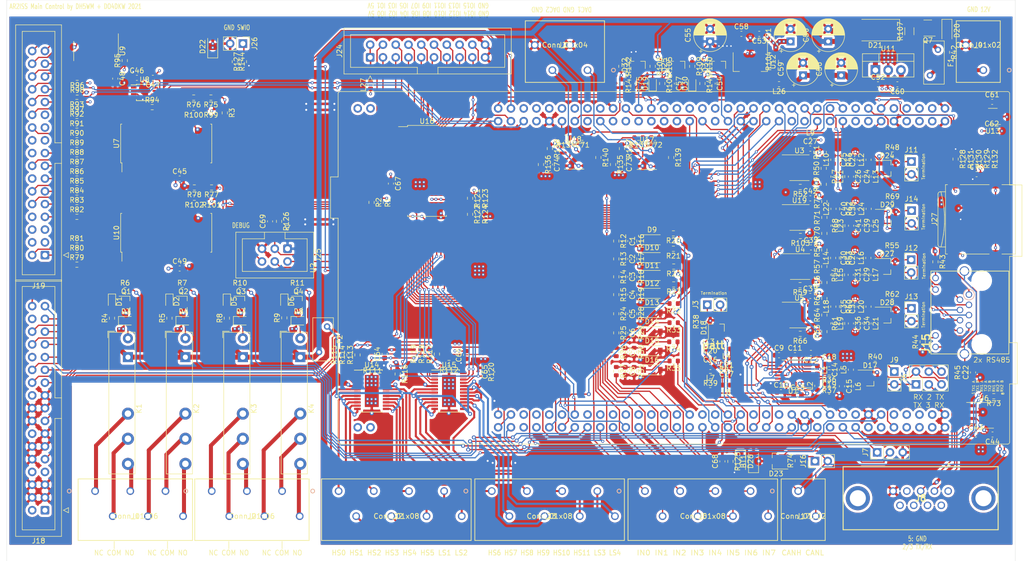
<source format=kicad_pcb>
(kicad_pcb (version 20171130) (host pcbnew "(5.1.9)-1")
  (layers (0 F.Cu signal) (1 In1.Cu signal) (2 In2.Cu signal) (31 B.Cu signal) (34 B.Paste user hide) (35 F.Paste user) (36 B.SilkS user) (37 F.SilkS user) (38 B.Mask user) (39 F.Mask user hide) (44 Edge.Cuts user hide))
  (net 0 "")
  (net 1 GND)
  (net 2 /Controller/VBATT)
  (net 3 "Net-(C1-Pad1)")
  (net 4 "Net-(C2-Pad1)")
  (net 5 "Net-(C3-Pad1)")
  (net 6 "Net-(C4-Pad1)")
  (net 7 "Net-(C5-Pad1)")
  (net 8 "Net-(C6-Pad1)")
  (net 9 "Net-(C7-Pad1)")
  (net 10 "Net-(C8-Pad1)")
  (net 11 "Net-(C9-Pad2)")
  (net 12 "Net-(C9-Pad1)")
  (net 13 +3V3)
  (net 14 "Net-(C11-Pad1)")
  (net 15 "Net-(C11-Pad2)")
  (net 16 "Net-(C12-Pad2)")
  (net 17 "Net-(C13-Pad2)")
  (net 18 "Net-(C14-Pad1)")
  (net 19 "Net-(C15-Pad1)")
  (net 20 "Net-(C16-Pad1)")
  (net 21 "Net-(C17-Pad1)")
  (net 22 "Net-(C18-Pad1)")
  (net 23 "Net-(C19-Pad1)")
  (net 24 "Net-(C20-Pad1)")
  (net 25 "Net-(C21-Pad1)")
  (net 26 "Net-(C22-Pad2)")
  (net 27 "Net-(C23-Pad1)")
  (net 28 "Net-(C24-Pad1)")
  (net 29 "Net-(C25-Pad1)")
  (net 30 "Net-(C26-Pad1)")
  (net 31 "Net-(C28-Pad1)")
  (net 32 "Net-(C29-Pad1)")
  (net 33 "Net-(C30-Pad1)")
  (net 34 "Net-(C31-Pad1)")
  (net 35 "Net-(C33-Pad1)")
  (net 36 "Net-(C34-Pad1)")
  (net 37 "Net-(C35-Pad1)")
  (net 38 "Net-(C36-Pad1)")
  (net 39 "Net-(C38-Pad1)")
  (net 40 "Net-(C39-Pad1)")
  (net 41 "Net-(C40-Pad1)")
  (net 42 "Net-(C41-Pad1)")
  (net 43 +5V)
  (net 44 "Net-(C56-Pad1)")
  (net 45 "Net-(C61-Pad1)")
  (net 46 +12V)
  (net 47 "Net-(C73-Pad1)")
  (net 48 "Net-(C74-Pad1)")
  (net 49 "Net-(D1-Pad2)")
  (net 50 "Net-(D1-Pad1)")
  (net 51 "Net-(D2-Pad1)")
  (net 52 "Net-(D2-Pad2)")
  (net 53 "Net-(D5-Pad1)")
  (net 54 "Net-(D5-Pad2)")
  (net 55 "Net-(D6-Pad2)")
  (net 56 "Net-(D6-Pad1)")
  (net 57 "Net-(D23-Pad1)")
  (net 58 "Net-(D23-Pad2)")
  (net 59 "Net-(F1-Pad1)")
  (net 60 "Net-(J11-Pad1)")
  (net 61 "Net-(J12-Pad1)")
  (net 62 "Net-(J13-Pad1)")
  (net 63 "Net-(J14-Pad1)")
  (net 64 /LCD/LED1)
  (net 65 "Net-(J18-Pad32)")
  (net 66 /LCD/BTN9)
  (net 67 /LCD/BTN11)
  (net 68 "Net-(J18-Pad26)")
  (net 69 /LCD/BTN3)
  (net 70 /LCD/BTN1)
  (net 71 "Net-(J18-Pad20)")
  (net 72 "Net-(J18-Pad14)")
  (net 73 "Net-(J18-Pad2)")
  (net 74 /Controller/Backlight)
  (net 75 /LCD/BTN8)
  (net 76 /LCD/BTN10)
  (net 77 /LCD/BTN12)
  (net 78 /LCD/BTN4)
  (net 79 /LCD/BTN2)
  (net 80 /LCD/BTN0)
  (net 81 /Controller/ENC_A)
  (net 82 /Controller/ENC_B)
  (net 83 "Net-(J18-Pad1)")
  (net 84 /LCD/LED2)
  (net 85 /LCD/LED4)
  (net 86 /LCD/LED6)
  (net 87 /LCD/LED7)
  (net 88 /LCD/LED11)
  (net 89 /LCD/LED13)
  (net 90 /LCD/LED15)
  (net 91 /LCD/LED17)
  (net 92 /LCD/LED19)
  (net 93 /LCD/LED9)
  (net 94 "Net-(J19-Pad21)")
  (net 95 "Net-(J19-Pad23)")
  (net 96 /Controller/CE)
  (net 97 /LCD/D7)
  (net 98 /LCD/D5)
  (net 99 /LCD/D3)
  (net 100 /LCD/D1)
  (net 101 /LCD/LED3)
  (net 102 /LCD/LED5)
  (net 103 /LCD/LED8)
  (net 104 /LCD/LED10)
  (net 105 /LCD/LED12)
  (net 106 /LCD/LED14)
  (net 107 /LCD/LED16)
  (net 108 /LCD/LED18)
  (net 109 /LCD/LED20)
  (net 110 /LCD/LED21)
  (net 111 /LCD/LED22)
  (net 112 /LCD/WR)
  (net 113 /Controller/CD)
  (net 114 /LCD/D6)
  (net 115 /LCD/D4)
  (net 116 /LCD/D2)
  (net 117 /LCD/D0)
  (net 118 "Net-(J1-Pad3)")
  (net 119 "Net-(J1-Pad2)")
  (net 120 "Net-(J1-Pad1)")
  (net 121 "Net-(J2-Pad1)")
  (net 122 "Net-(J2-Pad2)")
  (net 123 "Net-(J2-Pad3)")
  (net 124 /RS422/RS485Tranceiver1/B_in)
  (net 125 /RS422/RS485Tranceiver1/A_in)
  (net 126 /RS422/RS485Tranceiver3/B_in)
  (net 127 /RS422/RS485Tranceiver3/A_in)
  (net 128 /RS422/RS485Tranceiver4/B_in)
  (net 129 /RS422/RS485Tranceiver4/A_in)
  (net 130 /RS422/RS485Tranceiver2/B_in)
  (net 131 /RS422/RS485Tranceiver2/A_in)
  (net 132 "Net-(Q1-Pad1)")
  (net 133 "Net-(Q2-Pad1)")
  (net 134 "Net-(Q3-Pad1)")
  (net 135 "Net-(Q4-Pad1)")
  (net 136 "Net-(D20-Pad2)")
  (net 137 /Controller/SCL)
  (net 138 /Controller/SDA)
  (net 139 /DOut/RESET)
  (net 140 /Controller/REL1)
  (net 141 /Controller/REL2)
  (net 142 /Controller/REL3)
  (net 143 /Controller/REL4)
  (net 144 /ADIn/DA_IN_0)
  (net 145 /ADIn/DA_IN_1)
  (net 146 /ADIn/DA_IN_2)
  (net 147 /ADIn/DA_IN_3)
  (net 148 /ADIn/DA_IN_LL0)
  (net 149 /ADIn/DA_IN_LL1)
  (net 150 /ADIn/DA_IN_LL2)
  (net 151 /ADIn/DA_IN_LL3)
  (net 152 /ADIn/DA_IN_4)
  (net 153 /ADIn/DA_IN_5)
  (net 154 /ADIn/DA_IN_6)
  (net 155 /ADIn/DA_IN_7)
  (net 156 /ADIn/DA_IN_LL4)
  (net 157 /ADIn/DA_IN_LL5)
  (net 158 /ADIn/DA_IN_LL6)
  (net 159 /ADIn/DA_IN_LL7)
  (net 160 "Net-(J9-Pad1)")
  (net 161 /RS422/RS485Tranceiver1/DE1)
  (net 162 /RS422/RS485Tranceiver3/DE1)
  (net 163 /RS422/RS485Tranceiver4/DE1)
  (net 164 "Net-(R73-Pad1)")
  (net 165 "Net-(J16-Pad1)")
  (net 166 /IOExpander/IO0)
  (net 167 /IOExpander/IO1)
  (net 168 /IOExpander/IO2)
  (net 169 /IOExpander/IO3)
  (net 170 /IOExpander/IO4)
  (net 171 /IOExpander/IO5)
  (net 172 /IOExpander/IO6)
  (net 173 /IOExpander/IO7)
  (net 174 /IOExpander/IO8)
  (net 175 /IOExpander/IO9)
  (net 176 /IOExpander/IO10)
  (net 177 /IOExpander/IO11)
  (net 178 /IOExpander/IO12)
  (net 179 /LCD/LED_R)
  (net 180 /IOExpander/IO13)
  (net 181 /IOExpander/IO14)
  (net 182 /LCD/LED_G)
  (net 183 "Net-(R94-Pad2)")
  (net 184 "Net-(R95-Pad2)")
  (net 185 /RS422/RS485Tranceiver2/DE1)
  (net 186 /Controller/#CS1)
  (net 187 /Controller/#CS2)
  (net 188 "Net-(R113-Pad1)")
  (net 189 /Controller/SCLK)
  (net 190 /Controller/MOSI)
  (net 191 "Net-(R114-Pad1)")
  (net 192 "Net-(R115-Pad1)")
  (net 193 /Controller/MISO)
  (net 194 /Controller/EN1)
  (net 195 "Net-(R117-Pad1)")
  (net 196 "Net-(R118-Pad1)")
  (net 197 "Net-(R119-Pad1)")
  (net 198 "Net-(D26-Pad1)")
  (net 199 /Controller/ONEWIRE)
  (net 200 "Net-(J27-Pad8)")
  (net 201 "Net-(J27-Pad1)")
  (net 202 /AOut/DAC1)
  (net 203 /AOut/DAC2)
  (net 204 "Net-(R135-Pad1)")
  (net 205 "Net-(R136-Pad1)")
  (net 206 "Net-(R137-Pad1)")
  (net 207 "Net-(R138-Pad1)")
  (net 208 "Net-(J28-Pad1)")
  (net 209 "Net-(J28-Pad3)")
  (net 210 "Net-(U2-Pad5)")
  (net 211 "Net-(U2-Pad7)")
  (net 212 "Net-(U2-Pad10)")
  (net 213 "Net-(U2-Pad12)")
  (net 214 "Net-(U2-Pad16)")
  (net 215 "Net-(U2-Pad18)")
  (net 216 "Net-(U2-Pad23)")
  (net 217 "Net-(U2-Pad24)")
  (net 218 "Net-(U2-Pad25)")
  (net 219 "Net-(U2-Pad26)")
  (net 220 "Net-(U2-Pad27)")
  (net 221 "Net-(U2-Pad29)")
  (net 222 "Net-(U2-Pad30)")
  (net 223 "Net-(U2-Pad31)")
  (net 224 "Net-(U2-Pad34)")
  (net 225 "Net-(U2-Pad36)")
  (net 226 "Net-(U2-Pad39)")
  (net 227 "Net-(U2-Pad42)")
  (net 228 "Net-(U2-Pad44)")
  (net 229 "Net-(U2-Pad45)")
  (net 230 "Net-(U2-Pad46)")
  (net 231 "Net-(U2-Pad51)")
  (net 232 "Net-(U2-Pad52)")
  (net 233 "Net-(U2-Pad53)")
  (net 234 "Net-(U2-Pad58)")
  (net 235 "Net-(U2-Pad59)")
  (net 236 "Net-(U2-Pad61)")
  (net 237 "Net-(U2-Pad64)")
  (net 238 "Net-(U2-Pad65)")
  (net 239 "Net-(U2-Pad66)")
  (net 240 "Net-(U2-Pad67)")
  (net 241 "Net-(U2-Pad68)")
  (net 242 "Net-(U2-Pad69)")
  (net 243 "Net-(U2-Pad70)")
  (net 244 "Net-(U2-Pad78)")
  (net 245 "Net-(U2-Pad79)")
  (net 246 "Net-(U2-Pad80)")
  (net 247 "Net-(U2-Pad82)")
  (net 248 "Net-(U2-Pad84)")
  (net 249 "Net-(U2-Pad86)")
  (net 250 "Net-(U2-Pad87)")
  (net 251 "Net-(U2-Pad88)")
  (net 252 "Net-(U2-Pad93)")
  (net 253 "Net-(U2-Pad95)")
  (net 254 "Net-(U2-Pad99)")
  (net 255 "Net-(U2-Pad100)")
  (net 256 "Net-(U2-Pad101)")
  (net 257 "Net-(U2-Pad102)")
  (net 258 "Net-(U2-Pad104)")
  (net 259 "Net-(U2-Pad106)")
  (net 260 "Net-(U2-Pad107)")
  (net 261 "Net-(U2-Pad108)")
  (net 262 "Net-(U2-Pad110)")
  (net 263 "Net-(U2-Pad119)")
  (net 264 "Net-(U2-Pad121)")
  (net 265 "Net-(U2-Pad129)")
  (net 266 "Net-(U2-Pad130)")
  (net 267 "Net-(U2-Pad131)")
  (net 268 "Net-(U2-Pad136)")
  (net 269 "Net-(U2-Pad137)")
  (net 270 "Net-(U2-Pad140)")
  (net 271 "Net-(U2-Pad141)")
  (net 272 "Net-(U2-Pad142)")
  (net 273 /Controller/TX)
  (net 274 /CAN/FDCAN_TX)
  (net 275 /CAN/FDCAN_RX)
  (net 276 "Net-(U7-Pad11)")
  (net 277 "Net-(U7-Pad14)")
  (net 278 "Net-(U7-Pad19)")
  (net 279 "Net-(U7-Pad20)")
  (net 280 /IOExpander/IO15)
  (net 281 "Net-(U8-Pad1)")
  (net 282 /Controller/DisplayCLK)
  (net 283 /Controller/DisplayData)
  (net 284 "Net-(U8-Pad8)")
  (net 285 /LCD/BTN5)
  (net 286 /LCD/BTN6)
  (net 287 /LCD/BTN7)
  (net 288 "Net-(U10-Pad11)")
  (net 289 "Net-(U10-Pad14)")
  (net 290 "Net-(U10-Pad19)")
  (net 291 "Net-(U10-Pad20)")
  (net 292 /LCD/BTN13)
  (net 293 /LCD/BTN14)
  (net 294 /LCD/BTN15)
  (net 295 "Net-(J22-Pad2)")
  (net 296 "Net-(J22-Pad1)")
  (net 297 "Net-(J22-Pad5)")
  (net 298 "Net-(J22-Pad6)")
  (net 299 "Net-(J22-Pad4)")
  (net 300 "Net-(J22-Pad3)")
  (net 301 "Net-(J23-Pad3)")
  (net 302 "Net-(J23-Pad4)")
  (net 303 "Net-(J23-Pad6)")
  (net 304 "Net-(J23-Pad5)")
  (net 305 "Net-(J23-Pad1)")
  (net 306 "Net-(J23-Pad2)")
  (net 307 "Net-(U16-Pad20)")
  (net 308 "Net-(U16-Pad19)")
  (net 309 "Net-(U16-Pad14)")
  (net 310 "Net-(U16-Pad11)")
  (net 311 /Controller/RX)
  (net 312 /Controller/LD2)
  (net 313 "Net-(J15-Pad9)")
  (net 314 /Controller/LD1)
  (net 315 "Net-(J15-Pad11)")
  (net 316 "Net-(J1-Pad6)")
  (net 317 "Net-(J1-Pad5)")
  (net 318 "Net-(J1-Pad4)")
  (net 319 "Net-(J2-Pad6)")
  (net 320 "Net-(J2-Pad5)")
  (net 321 "Net-(J2-Pad4)")
  (net 322 "Net-(J8-Pad9)")
  (net 323 "Net-(J8-Pad8)")
  (net 324 "Net-(J8-Pad7)")
  (net 325 "Net-(J8-Pad6)")
  (net 326 "Net-(J8-Pad4)")
  (net 327 "Net-(J6-Pad3)")
  (net 328 "Net-(J6-Pad4)")
  (net 329 "Net-(J8-Pad1)")
  (net 330 "Net-(J24-Pad1)")
  (net 331 "Net-(L10-Pad1)")
  (net 332 "Net-(L11-Pad1)")
  (net 333 "Net-(L14-Pad1)")
  (net 334 "Net-(L15-Pad1)")
  (net 335 "Net-(L18-Pad1)")
  (net 336 "Net-(L19-Pad1)")
  (net 337 "Net-(L22-Pad1)")
  (net 338 "Net-(L23-Pad1)")
  (net 339 /RS232/RS232Filter_1/B_ext)
  (net 340 /RS232/RS232Filter_1/A_ext)
  (net 341 /RS232/sheet608DD623/B_ext)
  (net 342 /RS232/sheet608DD623/A_ext)
  (net 343 "Net-(J3-Pad1)")
  (net 344 /RS232/RS232Filter_1/A_int)
  (net 345 /RS232/sheet608DD623/A_int)
  (net 346 /RS232/sheet608DD623/B_int)
  (net 347 /RS232/RS232Filter_1/B_int)
  (net 348 /Controller/SWO)
  (net 349 /Controller/SWCLK)
  (net 350 /Controller/SWDIO)
  (net 351 "Net-(D19-Pad2)")
  (net 352 /Controller/ADC5V)
  (net 353 /Controller/ADC12V)
  (net 354 +12VA)
  (net 355 /Controller/ADC3V3)
  (net 356 "Net-(D30-Pad2)")
  (net 357 "Net-(F1-Pad2)")
  (net 358 "Net-(R104-Pad1)")
  (net 359 /Controller/ADCPWR)
  (net 360 /Controller/TX2)
  (net 361 /Controller/RX2)
  (net 362 /DOut/IO15)
  (net 363 /DOut/IO13)
  (net 364 /DOut/IO11)
  (net 365 /DOut/IO9)
  (net 366 /DOut/IO7)
  (net 367 /DOut/IO5)
  (net 368 /DOut/IO3)
  (net 369 /DOut/IO1)
  (net 370 /DOut/IO14)
  (net 371 /DOut/IO12)
  (net 372 /DOut/IO10)
  (net 373 /DOut/IO8)
  (net 374 /DOut/IO6)
  (net 375 /DOut/IO4)
  (net 376 /DOut/IO2)
  (net 377 /DOut/IO0)
  (net 378 /Controller/NRST)
  (net 379 "Net-(J26-Pad1)")
  (net 380 /SDCard/D0)
  (net 381 /SDCard/#CD)
  (net 382 /SDCard/CMD)
  (net 383 /Controller/COM_RX2)
  (net 384 /Controller/COM_TX2)
  (net 385 /Controller/COM_TX1)
  (net 386 /Controller/COM_RX1)
  (net 387 /SDCard/CLK)
  (net 388 /Controller/SDA_ext)
  (net 389 /Controller/PWM_DOUT5)
  (net 390 /Controller/SCL_ext)
  (net 391 /Controller/PWM_DOUT2)
  (net 392 /Controller/PWM_DOUT3)
  (net 393 /Controller/PWM_DOUT1)
  (net 394 /Controller/PWM_DOUT0)
  (net 395 "Net-(J22-Pad8)")
  (net 396 "Net-(J22-Pad7)")
  (net 397 "Net-(J23-Pad8)")
  (net 398 "Net-(J23-Pad7)")
  (net 399 /RS422/VCC_RS422)
  (net 400 "Net-(J27-Pad9)")
  (net 401 /IOExpander/A0)
  (net 402 /IOExpander2/A0)
  (net 403 /IOExpander/A1)
  (net 404 /IOExpander2/A1)
  (net 405 /DOut/sheet60ADF1E9/A1)
  (net 406 /DOut/sheet60ADF1E9/A0)
  (net 407 "Net-(U2-Pad28)")
  (net 408 "Net-(U2-Pad138)")
  (net 409 "Net-(U2-Pad139)")
  (module AR2ISS:Infineon_PG-TSDSO-24-21 (layer F.Cu) (at -392.356 -78.779)
    (fp_text reference U14 (at 0 -5.181) (layer F.SilkS))
    (fp_text value TLE75602-ESH)
    (pad 1 smd rect (at -2.86 -3.575) (size 1.31 0.45) (layers F.Cu F.Paste F.Mask) (net 186 /Controller/#CS1))
    (pad 2 smd rect (at -2.86 -2.925) (size 1.31 0.45) (layers F.Cu F.Paste F.Mask) (net 188 "Net-(R113-Pad1)"))
    (pad 3 smd rect (at -2.86 -2.275) (size 1.31 0.45) (layers F.Cu F.Paste F.Mask) (net 191 "Net-(R114-Pad1)"))
    (pad 4 smd rect (at -2.855 -1.625) (size 1.31 0.45) (layers F.Cu F.Paste F.Mask) (net 192 "Net-(R115-Pad1)"))
    (pad 5 smd rect (at -2.86 -0.975) (size 1.31 0.45) (layers F.Cu F.Paste F.Mask) (net 1 GND))
    (pad 6 smd rect (at -2.86 -0.325) (size 1.31 0.45) (layers F.Cu F.Paste F.Mask) (net 396 "Net-(J22-Pad7)"))
    (pad 7 smd rect (at -2.86 0.325) (size 1.31 0.45) (layers F.Cu F.Paste F.Mask) (net 354 +12VA))
    (pad 18 smd rect (at 2.85 0.325) (size 1.31 0.45) (layers F.Cu F.Paste F.Mask) (net 354 +12VA))
    (pad 19 smd rect (at 2.85 -0.325) (size 1.31 0.45) (layers F.Cu F.Paste F.Mask) (net 395 "Net-(J22-Pad8)"))
    (pad 20 smd rect (at 2.85 -0.975) (size 1.31 0.45) (layers F.Cu F.Paste F.Mask) (net 354 +12VA))
    (pad 21 smd rect (at 2.85 -1.625) (size 1.31 0.45) (layers F.Cu F.Paste F.Mask) (net 194 /Controller/EN1))
    (pad 22 smd rect (at 2.85 -2.275) (size 1.31 0.45) (layers F.Cu F.Paste F.Mask) (net 393 /Controller/PWM_DOUT1))
    (pad 23 smd rect (at 2.85 -2.925) (size 1.31 0.45) (layers F.Cu F.Paste F.Mask) (net 394 /Controller/PWM_DOUT0))
    (pad 24 smd rect (at 2.85 -3.575) (size 1.31 0.45) (layers F.Cu F.Paste F.Mask) (net 13 +3V3))
    (pad 25 smd rect (at 0 0) (size 2.77 6.4) (layers F.Cu F.Mask) (net 1 GND))
    (pad 11 smd rect (at -2.86 2.925) (size 1.31 0.45) (layers F.Cu F.Paste F.Mask) (net 297 "Net-(J22-Pad5)"))
    (pad 10 smd rect (at -2.86 2.275) (size 1.31 0.45) (layers F.Cu F.Paste F.Mask) (net 300 "Net-(J22-Pad3)"))
    (pad 9 smd rect (at -2.86 1.625) (size 1.31 0.45) (layers F.Cu F.Paste F.Mask) (net 354 +12VA))
    (pad 8 smd rect (at -2.855 0.975) (size 1.31 0.45) (layers F.Cu F.Paste F.Mask) (net 296 "Net-(J22-Pad1)"))
    (pad 12 smd rect (at -2.86 3.575) (size 1.31 0.45) (layers F.Cu F.Paste F.Mask) (net 354 +12VA))
    (pad 17 smd rect (at 2.855 0.975) (size 1.31 0.45) (layers F.Cu F.Paste F.Mask) (net 295 "Net-(J22-Pad2)"))
    (pad 16 smd rect (at 2.85 1.625) (size 1.31 0.45) (layers F.Cu F.Paste F.Mask) (net 354 +12VA))
    (pad 15 smd rect (at 2.85 2.275) (size 1.31 0.45) (layers F.Cu F.Paste F.Mask) (net 299 "Net-(J22-Pad4)"))
    (pad 14 smd rect (at 2.85 2.925) (size 1.31 0.45) (layers F.Cu F.Paste F.Mask) (net 298 "Net-(J22-Pad6)"))
    (pad 13 smd rect (at 2.85 3.575) (size 1.31 0.45) (layers F.Cu F.Paste F.Mask) (net 354 +12VA))
  )
  (module AR2ISS:Infineon_PG-TSDSO-24-21 (layer F.Cu) (at -376.989 -78.779)
    (fp_text reference U15 (at 0 -5.181) (layer F.SilkS))
    (fp_text value TLE75602-ESH)
    (pad 1 smd rect (at -2.86 -3.575) (size 1.31 0.45) (layers F.Cu F.Paste F.Mask) (net 187 /Controller/#CS2))
    (pad 2 smd rect (at -2.86 -2.925) (size 1.31 0.45) (layers F.Cu F.Paste F.Mask) (net 195 "Net-(R117-Pad1)"))
    (pad 3 smd rect (at -2.86 -2.275) (size 1.31 0.45) (layers F.Cu F.Paste F.Mask) (net 196 "Net-(R118-Pad1)"))
    (pad 4 smd rect (at -2.855 -1.625) (size 1.31 0.45) (layers F.Cu F.Paste F.Mask) (net 197 "Net-(R119-Pad1)"))
    (pad 5 smd rect (at -2.86 -0.975) (size 1.31 0.45) (layers F.Cu F.Paste F.Mask) (net 1 GND))
    (pad 6 smd rect (at -2.86 -0.325) (size 1.31 0.45) (layers F.Cu F.Paste F.Mask) (net 398 "Net-(J23-Pad7)"))
    (pad 7 smd rect (at -2.86 0.325) (size 1.31 0.45) (layers F.Cu F.Paste F.Mask) (net 354 +12VA))
    (pad 18 smd rect (at 2.85 0.325) (size 1.31 0.45) (layers F.Cu F.Paste F.Mask) (net 354 +12VA))
    (pad 19 smd rect (at 2.85 -0.325) (size 1.31 0.45) (layers F.Cu F.Paste F.Mask) (net 397 "Net-(J23-Pad8)"))
    (pad 20 smd rect (at 2.85 -0.975) (size 1.31 0.45) (layers F.Cu F.Paste F.Mask) (net 354 +12VA))
    (pad 21 smd rect (at 2.85 -1.625) (size 1.31 0.45) (layers F.Cu F.Paste F.Mask) (net 194 /Controller/EN1))
    (pad 22 smd rect (at 2.85 -2.275) (size 1.31 0.45) (layers F.Cu F.Paste F.Mask) (net 392 /Controller/PWM_DOUT3))
    (pad 23 smd rect (at 2.85 -2.925) (size 1.31 0.45) (layers F.Cu F.Paste F.Mask) (net 391 /Controller/PWM_DOUT2))
    (pad 24 smd rect (at 2.85 -3.575) (size 1.31 0.45) (layers F.Cu F.Paste F.Mask) (net 13 +3V3))
    (pad 25 smd rect (at 0 0) (size 2.77 6.4) (layers F.Cu F.Mask) (net 1 GND))
    (pad 11 smd rect (at -2.86 2.925) (size 1.31 0.45) (layers F.Cu F.Paste F.Mask) (net 304 "Net-(J23-Pad5)"))
    (pad 10 smd rect (at -2.86 2.275) (size 1.31 0.45) (layers F.Cu F.Paste F.Mask) (net 301 "Net-(J23-Pad3)"))
    (pad 9 smd rect (at -2.86 1.625) (size 1.31 0.45) (layers F.Cu F.Paste F.Mask) (net 354 +12VA))
    (pad 8 smd rect (at -2.855 0.975) (size 1.31 0.45) (layers F.Cu F.Paste F.Mask) (net 305 "Net-(J23-Pad1)"))
    (pad 12 smd rect (at -2.86 3.575) (size 1.31 0.45) (layers F.Cu F.Paste F.Mask) (net 354 +12VA))
    (pad 17 smd rect (at 2.855 0.975) (size 1.31 0.45) (layers F.Cu F.Paste F.Mask) (net 306 "Net-(J23-Pad2)"))
    (pad 16 smd rect (at 2.85 1.625) (size 1.31 0.45) (layers F.Cu F.Paste F.Mask) (net 354 +12VA))
    (pad 15 smd rect (at 2.85 2.275) (size 1.31 0.45) (layers F.Cu F.Paste F.Mask) (net 302 "Net-(J23-Pad4)"))
    (pad 14 smd rect (at 2.85 2.925) (size 1.31 0.45) (layers F.Cu F.Paste F.Mask) (net 303 "Net-(J23-Pad6)"))
    (pad 13 smd rect (at 2.85 3.575) (size 1.31 0.45) (layers F.Cu F.Paste F.Mask) (net 354 +12VA))
  )
  (module Module:ST_Morpho_Connector_144_STLink (layer F.Cu) (at -367.21 -71.54 90)
    (fp_text reference U2 (at 31.75 -36.83 90) (layer F.SilkS))
    (fp_text value NUCLEO144-H745ZI)
    (pad 1 thru_hole circle (at 0 0 90) (size 1.7 1.7) (drill 1) (layers *.Cu *.Mask) (net 189 /Controller/SCLK))
    (pad 2 thru_hole circle (at 2.54 0 90) (size 1.7 1.7) (drill 1) (layers *.Cu *.Mask) (net 193 /Controller/MISO))
    (pad 3 thru_hole circle (at 0 2.54 90) (size 1.7 1.7) (drill 1) (layers *.Cu *.Mask) (net 387 /SDCard/CLK))
    (pad 4 thru_hole circle (at 2.54 2.54 90) (size 1.7 1.7) (drill 1) (layers *.Cu *.Mask) (net 382 /SDCard/CMD))
    (pad 5 thru_hole circle (at 0 5.08 90) (size 1.7 1.7) (drill 1) (layers *.Cu *.Mask) (net 210 "Net-(U2-Pad5)"))
    (pad 6 thru_hole circle (at 2.54 5.08 90) (size 1.7 1.7) (drill 1) (layers *.Cu *.Mask) (net 43 +5V))
    (pad 7 thru_hole circle (at 0 7.62 90) (size 1.7 1.7) (drill 1) (layers *.Cu *.Mask) (net 211 "Net-(U2-Pad7)"))
    (pad 8 thru_hole circle (at 2.54 7.62 90) (size 1.7 1.7) (drill 1) (layers *.Cu *.Mask) (net 1 GND))
    (pad 9 thru_hole circle (at 0 10.16 90) (size 1.7 1.7) (drill 1) (layers *.Cu *.Mask) (net 158 /ADIn/DA_IN_LL6))
    (pad 10 thru_hole circle (at 2.54 10.16 90) (size 1.7 1.7) (drill 1) (layers *.Cu *.Mask) (net 212 "Net-(U2-Pad10)"))
    (pad 11 thru_hole circle (at 0 12.7 90) (size 1.7 1.7) (drill 1) (layers *.Cu *.Mask) (net 151 /ADIn/DA_IN_LL3))
    (pad 12 thru_hole circle (at 2.54 12.7 90) (size 1.7 1.7) (drill 1) (layers *.Cu *.Mask) (net 213 "Net-(U2-Pad12)"))
    (pad 13 thru_hole circle (at 0 15.24 90) (size 1.7 1.7) (drill 1) (layers *.Cu *.Mask) (net 350 /Controller/SWDIO))
    (pad 14 thru_hole circle (at 2.54 15.24 90) (size 1.7 1.7) (drill 1) (layers *.Cu *.Mask) (net 378 /Controller/NRST))
    (pad 15 thru_hole circle (at 0 17.78 90) (size 1.7 1.7) (drill 1) (layers *.Cu *.Mask) (net 349 /Controller/SWCLK))
    (pad 16 thru_hole circle (at 2.54 17.78 90) (size 1.7 1.7) (drill 1) (layers *.Cu *.Mask) (net 214 "Net-(U2-Pad16)"))
    (pad 17 thru_hole circle (at 0 20.32 90) (size 1.7 1.7) (drill 1) (layers *.Cu *.Mask) (net 74 /Controller/Backlight))
    (pad 18 thru_hole circle (at 2.54 20.32 90) (size 1.7 1.7) (drill 1) (layers *.Cu *.Mask) (net 215 "Net-(U2-Pad18)"))
    (pad 19 thru_hole circle (at 0 22.86 90) (size 1.7 1.7) (drill 1) (layers *.Cu *.Mask) (net 1 GND))
    (pad 20 thru_hole circle (at 2.54 22.86 90) (size 1.7 1.7) (drill 1) (layers *.Cu *.Mask) (net 1 GND))
    (pad 21 thru_hole circle (at 0 25.4 90) (size 1.7 1.7) (drill 1) (layers *.Cu *.Mask) (net 138 /Controller/SDA))
    (pad 22 thru_hole circle (at 2.54 25.4 90) (size 1.7 1.7) (drill 1) (layers *.Cu *.Mask) (net 1 GND))
    (pad 23 thru_hole circle (at 0 27.94 90) (size 1.7 1.7) (drill 1) (layers *.Cu *.Mask) (net 216 "Net-(U2-Pad23)"))
    (pad 24 thru_hole circle (at 2.54 27.94 90) (size 1.7 1.7) (drill 1) (layers *.Cu *.Mask) (net 217 "Net-(U2-Pad24)"))
    (pad 25 thru_hole circle (at 0 30.48 90) (size 1.7 1.7) (drill 1) (layers *.Cu *.Mask) (net 218 "Net-(U2-Pad25)"))
    (pad 26 thru_hole circle (at 2.54 30.48 90) (size 1.7 1.7) (drill 1) (layers *.Cu *.Mask) (net 219 "Net-(U2-Pad26)"))
    (pad 27 thru_hole circle (at 0 33.02 90) (size 1.7 1.7) (drill 1) (layers *.Cu *.Mask) (net 220 "Net-(U2-Pad27)"))
    (pad 28 thru_hole circle (at 2.54 33.02 90) (size 1.7 1.7) (drill 1) (layers *.Cu *.Mask) (net 407 "Net-(U2-Pad28)"))
    (pad 29 thru_hole circle (at 0 35.56 90) (size 1.7 1.7) (drill 1) (layers *.Cu *.Mask) (net 221 "Net-(U2-Pad29)"))
    (pad 30 thru_hole circle (at 2.54 35.56 90) (size 1.7 1.7) (drill 1) (layers *.Cu *.Mask) (net 222 "Net-(U2-Pad30)"))
    (pad 31 thru_hole circle (at 0 38.1 90) (size 1.7 1.7) (drill 1) (layers *.Cu *.Mask) (net 223 "Net-(U2-Pad31)"))
    (pad 32 thru_hole circle (at 2.54 38.1 90) (size 1.7 1.7) (drill 1) (layers *.Cu *.Mask) (net 202 /AOut/DAC1))
    (pad 33 thru_hole circle (at 0 40.64 90) (size 1.7 1.7) (drill 1) (layers *.Cu *.Mask) (net 2 /Controller/VBATT))
    (pad 34 thru_hole circle (at 2.54 40.64 90) (size 1.7 1.7) (drill 1) (layers *.Cu *.Mask) (net 224 "Net-(U2-Pad34)"))
    (pad 35 thru_hole circle (at 0 43.18 90) (size 1.7 1.7) (drill 1) (layers *.Cu *.Mask) (net 148 /ADIn/DA_IN_LL0))
    (pad 36 thru_hole circle (at 2.54 43.18 90) (size 1.7 1.7) (drill 1) (layers *.Cu *.Mask) (net 225 "Net-(U2-Pad36)"))
    (pad 37 thru_hole circle (at 0 45.72 90) (size 1.7 1.7) (drill 1) (layers *.Cu *.Mask) (net 149 /ADIn/DA_IN_LL1))
    (pad 38 thru_hole circle (at 2.54 45.72 90) (size 1.7 1.7) (drill 1) (layers *.Cu *.Mask) (net 159 /ADIn/DA_IN_LL7))
    (pad 39 thru_hole circle (at 0 48.26 90) (size 1.7 1.7) (drill 1) (layers *.Cu *.Mask) (net 226 "Net-(U2-Pad39)"))
    (pad 40 thru_hole circle (at 2.54 48.26 90) (size 1.7 1.7) (drill 1) (layers *.Cu *.Mask) (net 282 /Controller/DisplayCLK))
    (pad 41 thru_hole circle (at 0 50.8 90) (size 1.7 1.7) (drill 1) (layers *.Cu *.Mask) (net 273 /Controller/TX))
    (pad 42 thru_hole circle (at 2.54 50.8 90) (size 1.7 1.7) (drill 1) (layers *.Cu *.Mask) (net 227 "Net-(U2-Pad42)"))
    (pad 43 thru_hole circle (at 0 53.34 90) (size 1.7 1.7) (drill 1) (layers *.Cu *.Mask) (net 311 /Controller/RX))
    (pad 44 thru_hole circle (at 2.54 53.34 90) (size 1.7 1.7) (drill 1) (layers *.Cu *.Mask) (net 228 "Net-(U2-Pad44)"))
    (pad 45 thru_hole circle (at 0 55.88 90) (size 1.7 1.7) (drill 1) (layers *.Cu *.Mask) (net 229 "Net-(U2-Pad45)"))
    (pad 46 thru_hole circle (at 2.54 55.88 90) (size 1.7 1.7) (drill 1) (layers *.Cu *.Mask) (net 230 "Net-(U2-Pad46)"))
    (pad 47 thru_hole circle (at 0 58.42 90) (size 1.7 1.7) (drill 1) (layers *.Cu *.Mask) (net 140 /Controller/REL1))
    (pad 48 thru_hole circle (at 2.54 58.42 90) (size 1.7 1.7) (drill 1) (layers *.Cu *.Mask) (net 141 /Controller/REL2))
    (pad 49 thru_hole circle (at 0 60.96 90) (size 1.7 1.7) (drill 1) (layers *.Cu *.Mask) (net 1 GND))
    (pad 50 thru_hole circle (at 2.54 60.96 90) (size 1.7 1.7) (drill 1) (layers *.Cu *.Mask) (net 142 /Controller/REL3))
    (pad 51 thru_hole circle (at 0 63.5 90) (size 1.7 1.7) (drill 1) (layers *.Cu *.Mask) (net 231 "Net-(U2-Pad51)"))
    (pad 52 thru_hole circle (at 2.54 63.5 90) (size 1.7 1.7) (drill 1) (layers *.Cu *.Mask) (net 232 "Net-(U2-Pad52)"))
    (pad 53 thru_hole circle (at 0 66.04 90) (size 1.7 1.7) (drill 1) (layers *.Cu *.Mask) (net 233 "Net-(U2-Pad53)"))
    (pad 54 thru_hole circle (at 2.54 66.04 90) (size 1.7 1.7) (drill 1) (layers *.Cu *.Mask) (net 157 /ADIn/DA_IN_LL5))
    (pad 55 thru_hole circle (at 0 68.58 90) (size 1.7 1.7) (drill 1) (layers *.Cu *.Mask) (net 274 /CAN/FDCAN_TX))
    (pad 56 thru_hole circle (at 2.54 68.58 90) (size 1.7 1.7) (drill 1) (layers *.Cu *.Mask) (net 150 /ADIn/DA_IN_LL2))
    (pad 57 thru_hole circle (at 0 71.12 90) (size 1.7 1.7) (drill 1) (layers *.Cu *.Mask) (net 275 /CAN/FDCAN_RX))
    (pad 58 thru_hole circle (at 2.54 71.12 90) (size 1.7 1.7) (drill 1) (layers *.Cu *.Mask) (net 234 "Net-(U2-Pad58)"))
    (pad 59 thru_hole circle (at 0 73.66 90) (size 1.7 1.7) (drill 1) (layers *.Cu *.Mask) (net 235 "Net-(U2-Pad59)"))
    (pad 60 thru_hole circle (at 2.54 73.66 90) (size 1.7 1.7) (drill 1) (layers *.Cu *.Mask) (net 1 GND))
    (pad 61 thru_hole circle (at 0 76.2 90) (size 1.7 1.7) (drill 1) (layers *.Cu *.Mask) (net 236 "Net-(U2-Pad61)"))
    (pad 62 thru_hole circle (at 2.54 76.2 90) (size 1.7 1.7) (drill 1) (layers *.Cu *.Mask) (net 143 /Controller/REL4))
    (pad 63 thru_hole circle (at 0 78.74 90) (size 1.7 1.7) (drill 1) (layers *.Cu *.Mask) (net 361 /Controller/RX2))
    (pad 64 thru_hole circle (at 2.54 78.74 90) (size 1.7 1.7) (drill 1) (layers *.Cu *.Mask) (net 237 "Net-(U2-Pad64)"))
    (pad 65 thru_hole circle (at 0 81.28 90) (size 1.7 1.7) (drill 1) (layers *.Cu *.Mask) (net 238 "Net-(U2-Pad65)"))
    (pad 66 thru_hole circle (at 2.54 81.28 90) (size 1.7 1.7) (drill 1) (layers *.Cu *.Mask) (net 239 "Net-(U2-Pad66)"))
    (pad 67 thru_hole circle (at 0 83.82 90) (size 1.7 1.7) (drill 1) (layers *.Cu *.Mask) (net 240 "Net-(U2-Pad67)"))
    (pad 68 thru_hole circle (at 2.54 83.82 90) (size 1.7 1.7) (drill 1) (layers *.Cu *.Mask) (net 241 "Net-(U2-Pad68)"))
    (pad 69 thru_hole circle (at 0 86.36 90) (size 1.7 1.7) (drill 1) (layers *.Cu *.Mask) (net 242 "Net-(U2-Pad69)"))
    (pad 70 thru_hole circle (at 2.54 86.36 90) (size 1.7 1.7) (drill 1) (layers *.Cu *.Mask) (net 243 "Net-(U2-Pad70)"))
    (pad 71 thru_hole circle (at 0 88.9 90) (size 1.7 1.7) (drill 1) (layers *.Cu *.Mask) (net 1 GND))
    (pad 72 thru_hole circle (at 2.54 88.9 90) (size 1.7 1.7) (drill 1) (layers *.Cu *.Mask) (net 1 GND))
    (pad 73 thru_hole circle (at 60.96 0 90) (size 1.7 1.7) (drill 1) (layers *.Cu *.Mask) (net 113 /Controller/CD))
    (pad 74 thru_hole circle (at 63.5 0 90) (size 1.7 1.7) (drill 1) (layers *.Cu *.Mask) (net 380 /SDCard/D0))
    (pad 75 thru_hole circle (at 60.96 2.54 90) (size 1.7 1.7) (drill 1) (layers *.Cu *.Mask) (net 137 /Controller/SCL))
    (pad 76 thru_hole circle (at 63.5 2.54 90) (size 1.7 1.7) (drill 1) (layers *.Cu *.Mask) (net 199 /Controller/ONEWIRE))
    (pad 77 thru_hole circle (at 60.96 5.08 90) (size 1.7 1.7) (drill 1) (layers *.Cu *.Mask) (net 96 /Controller/CE))
    (pad 78 thru_hole circle (at 63.5 5.08 90) (size 1.7 1.7) (drill 1) (layers *.Cu *.Mask) (net 244 "Net-(U2-Pad78)"))
    (pad 79 thru_hole circle (at 60.96 7.62 90) (size 1.7 1.7) (drill 1) (layers *.Cu *.Mask) (net 245 "Net-(U2-Pad79)"))
    (pad 80 thru_hole circle (at 63.5 7.62 90) (size 1.7 1.7) (drill 1) (layers *.Cu *.Mask) (net 246 "Net-(U2-Pad80)"))
    (pad 81 thru_hole circle (at 60.96 10.16 90) (size 1.7 1.7) (drill 1) (layers *.Cu *.Mask) (net 1 GND))
    (pad 82 thru_hole circle (at 63.5 10.16 90) (size 1.7 1.7) (drill 1) (layers *.Cu *.Mask) (net 247 "Net-(U2-Pad82)"))
    (pad 83 thru_hole circle (at 60.96 12.7 90) (size 1.7 1.7) (drill 1) (layers *.Cu *.Mask) (net 203 /AOut/DAC2))
    (pad 84 thru_hole circle (at 63.5 12.7 90) (size 1.7 1.7) (drill 1) (layers *.Cu *.Mask) (net 248 "Net-(U2-Pad84)"))
    (pad 85 thru_hole circle (at 60.96 15.24 90) (size 1.7 1.7) (drill 1) (layers *.Cu *.Mask) (net 355 /Controller/ADC3V3))
    (pad 86 thru_hole circle (at 63.5 15.24 90) (size 1.7 1.7) (drill 1) (layers *.Cu *.Mask) (net 249 "Net-(U2-Pad86)"))
    (pad 87 thru_hole circle (at 60.96 17.78 90) (size 1.7 1.7) (drill 1) (layers *.Cu *.Mask) (net 250 "Net-(U2-Pad87)"))
    (pad 88 thru_hole circle (at 63.5 17.78 90) (size 1.7 1.7) (drill 1) (layers *.Cu *.Mask) (net 251 "Net-(U2-Pad88)"))
    (pad 89 thru_hole circle (at 60.96 20.32 90) (size 1.7 1.7) (drill 1) (layers *.Cu *.Mask) (net 384 /Controller/COM_TX2))
    (pad 90 thru_hole circle (at 63.5 20.32 90) (size 1.7 1.7) (drill 1) (layers *.Cu *.Mask) (net 388 /Controller/SDA_ext))
    (pad 91 thru_hole circle (at 60.96 22.86 90) (size 1.7 1.7) (drill 1) (layers *.Cu *.Mask) (net 389 /Controller/PWM_DOUT5))
    (pad 92 thru_hole circle (at 63.5 22.86 90) (size 1.7 1.7) (drill 1) (layers *.Cu *.Mask) (net 1 GND))
    (pad 93 thru_hole circle (at 60.96 25.4 90) (size 1.7 1.7) (drill 1) (layers *.Cu *.Mask) (net 252 "Net-(U2-Pad93)"))
    (pad 94 thru_hole circle (at 63.5 25.4 90) (size 1.7 1.7) (drill 1) (layers *.Cu *.Mask) (net 190 /Controller/MOSI))
    (pad 95 thru_hole circle (at 60.96 27.94 90) (size 1.7 1.7) (drill 1) (layers *.Cu *.Mask) (net 253 "Net-(U2-Pad95)"))
    (pad 96 thru_hole circle (at 63.5 27.94 90) (size 1.7 1.7) (drill 1) (layers *.Cu *.Mask) (net 353 /Controller/ADC12V))
    (pad 97 thru_hole circle (at 60.96 30.48 90) (size 1.7 1.7) (drill 1) (layers *.Cu *.Mask) (net 390 /Controller/SCL_ext))
    (pad 98 thru_hole circle (at 63.5 30.48 90) (size 1.7 1.7) (drill 1) (layers *.Cu *.Mask) (net 283 /Controller/DisplayData))
    (pad 99 thru_hole circle (at 60.96 33.02 90) (size 1.7 1.7) (drill 1) (layers *.Cu *.Mask) (net 254 "Net-(U2-Pad99)"))
    (pad 100 thru_hole circle (at 63.5 33.02 90) (size 1.7 1.7) (drill 1) (layers *.Cu *.Mask) (net 255 "Net-(U2-Pad100)"))
    (pad 101 thru_hole circle (at 60.96 35.56 90) (size 1.7 1.7) (drill 1) (layers *.Cu *.Mask) (net 256 "Net-(U2-Pad101)"))
    (pad 102 thru_hole circle (at 63.5 35.56 90) (size 1.7 1.7) (drill 1) (layers *.Cu *.Mask) (net 257 "Net-(U2-Pad102)"))
    (pad 103 thru_hole circle (at 60.96 38.1 90) (size 1.7 1.7) (drill 1) (layers *.Cu *.Mask) (net 348 /Controller/SWO))
    (pad 104 thru_hole circle (at 63.5 38.1 90) (size 1.7 1.7) (drill 1) (layers *.Cu *.Mask) (net 258 "Net-(U2-Pad104)"))
    (pad 105 thru_hole circle (at 60.96 40.64 90) (size 1.7 1.7) (drill 1) (layers *.Cu *.Mask) (net 383 /Controller/COM_RX2))
    (pad 106 thru_hole circle (at 63.5 40.64 90) (size 1.7 1.7) (drill 1) (layers *.Cu *.Mask) (net 259 "Net-(U2-Pad106)"))
    (pad 107 thru_hole circle (at 60.96 43.18 90) (size 1.7 1.7) (drill 1) (layers *.Cu *.Mask) (net 260 "Net-(U2-Pad107)"))
    (pad 108 thru_hole circle (at 63.5 43.18 90) (size 1.7 1.7) (drill 1) (layers *.Cu *.Mask) (net 261 "Net-(U2-Pad108)"))
    (pad 109 thru_hole circle (at 60.96 45.72 90) (size 1.7 1.7) (drill 1) (layers *.Cu *.Mask) (net 352 /Controller/ADC5V))
    (pad 110 thru_hole circle (at 63.5 45.72 90) (size 1.7 1.7) (drill 1) (layers *.Cu *.Mask) (net 262 "Net-(U2-Pad110)"))
    (pad 111 thru_hole circle (at 60.96 48.26 90) (size 1.7 1.7) (drill 1) (layers *.Cu *.Mask) (net 1 GND))
    (pad 112 thru_hole circle (at 63.5 48.26 90) (size 1.7 1.7) (drill 1) (layers *.Cu *.Mask) (net 385 /Controller/COM_TX1))
    (pad 113 thru_hole circle (at 60.96 50.8 90) (size 1.7 1.7) (drill 1) (layers *.Cu *.Mask) (net 194 /Controller/EN1))
    (pad 114 thru_hole circle (at 63.5 50.8 90) (size 1.7 1.7) (drill 1) (layers *.Cu *.Mask) (net 156 /ADIn/DA_IN_LL4))
    (pad 115 thru_hole circle (at 60.96 53.34 90) (size 1.7 1.7) (drill 1) (layers *.Cu *.Mask) (net 187 /Controller/#CS2))
    (pad 116 thru_hole circle (at 63.5 53.34 90) (size 1.7 1.7) (drill 1) (layers *.Cu *.Mask) (net 386 /Controller/COM_RX1))
    (pad 117 thru_hole circle (at 60.96 55.88 90) (size 1.7 1.7) (drill 1) (layers *.Cu *.Mask) (net 186 /Controller/#CS1))
    (pad 118 thru_hole circle (at 63.5 55.88 90) (size 1.7 1.7) (drill 1) (layers *.Cu *.Mask) (net 391 /Controller/PWM_DOUT2))
    (pad 119 thru_hole circle (at 60.96 58.42 90) (size 1.7 1.7) (drill 1) (layers *.Cu *.Mask) (net 263 "Net-(U2-Pad119)"))
    (pad 120 thru_hole circle (at 63.5 58.42 90) (size 1.7 1.7) (drill 1) (layers *.Cu *.Mask) (net 392 /Controller/PWM_DOUT3))
    (pad 121 thru_hole circle (at 60.96 60.96 90) (size 1.7 1.7) (drill 1) (layers *.Cu *.Mask) (net 264 "Net-(U2-Pad121)"))
    (pad 122 thru_hole circle (at 63.5 60.96 90) (size 1.7 1.7) (drill 1) (layers *.Cu *.Mask) (net 314 /Controller/LD1))
    (pad 123 thru_hole circle (at 60.96 63.5 90) (size 1.7 1.7) (drill 1) (layers *.Cu *.Mask) (net 393 /Controller/PWM_DOUT1))
    (pad 124 thru_hole circle (at 63.5 63.5 90) (size 1.7 1.7) (drill 1) (layers *.Cu *.Mask) (net 81 /Controller/ENC_A))
    (pad 125 thru_hole circle (at 60.96 66.04 90) (size 1.7 1.7) (drill 1) (layers *.Cu *.Mask) (net 381 /SDCard/#CD))
    (pad 126 thru_hole circle (at 63.5 66.04 90) (size 1.7 1.7) (drill 1) (layers *.Cu *.Mask) (net 1 GND))
    (pad 127 thru_hole circle (at 60.96 68.58 90) (size 1.7 1.7) (drill 1) (layers *.Cu *.Mask) (net 394 /Controller/PWM_DOUT0))
    (pad 128 thru_hole circle (at 63.5 68.58 90) (size 1.7 1.7) (drill 1) (layers *.Cu *.Mask) (net 82 /Controller/ENC_B))
    (pad 129 thru_hole circle (at 60.96 71.12 90) (size 1.7 1.7) (drill 1) (layers *.Cu *.Mask) (net 265 "Net-(U2-Pad129)"))
    (pad 130 thru_hole circle (at 63.5 71.12 90) (size 1.7 1.7) (drill 1) (layers *.Cu *.Mask) (net 266 "Net-(U2-Pad130)"))
    (pad 131 thru_hole circle (at 60.96 73.66 90) (size 1.7 1.7) (drill 1) (layers *.Cu *.Mask) (net 267 "Net-(U2-Pad131)"))
    (pad 132 thru_hole circle (at 63.5 73.66 90) (size 1.7 1.7) (drill 1) (layers *.Cu *.Mask) (net 312 /Controller/LD2))
    (pad 133 thru_hole circle (at 60.96 76.2 90) (size 1.7 1.7) (drill 1) (layers *.Cu *.Mask) (net 360 /Controller/TX2))
    (pad 134 thru_hole circle (at 63.5 76.2 90) (size 1.7 1.7) (drill 1) (layers *.Cu *.Mask) (net 359 /Controller/ADCPWR))
    (pad 135 thru_hole circle (at 60.96 78.74 90) (size 1.7 1.7) (drill 1) (layers *.Cu *.Mask) (net 1 GND))
    (pad 136 thru_hole circle (at 63.5 78.74 90) (size 1.7 1.7) (drill 1) (layers *.Cu *.Mask) (net 268 "Net-(U2-Pad136)"))
    (pad 137 thru_hole circle (at 60.96 81.28 90) (size 1.7 1.7) (drill 1) (layers *.Cu *.Mask) (net 269 "Net-(U2-Pad137)"))
    (pad 138 thru_hole circle (at 63.5 81.28 90) (size 1.7 1.7) (drill 1) (layers *.Cu *.Mask) (net 408 "Net-(U2-Pad138)"))
    (pad 139 thru_hole circle (at 60.96 83.82 90) (size 1.7 1.7) (drill 1) (layers *.Cu *.Mask) (net 409 "Net-(U2-Pad139)"))
    (pad 140 thru_hole circle (at 63.5 83.82 90) (size 1.7 1.7) (drill 1) (layers *.Cu *.Mask) (net 270 "Net-(U2-Pad140)"))
    (pad 141 thru_hole circle (at 60.96 86.36 90) (size 1.7 1.7) (drill 1) (layers *.Cu *.Mask) (net 271 "Net-(U2-Pad141)"))
    (pad 142 thru_hole circle (at 63.5 86.36 90) (size 1.7 1.7) (drill 1) (layers *.Cu *.Mask) (net 272 "Net-(U2-Pad142)"))
    (pad 143 thru_hole circle (at 60.96 88.9 90) (size 1.7 1.7) (drill 1) (layers *.Cu *.Mask) (net 1 GND))
    (pad 144 thru_hole circle (at 63.5 88.9 90) (size 1.7 1.7) (drill 1) (layers *.Cu *.Mask) (net 1 GND))
    (pad 145 thru_hole circle (at 0 -27.94 90) (size 1.7 1.7) (drill 1) (layers *.Cu *.Mask))
    (pad 146 thru_hole circle (at 0 -25.4 90) (size 1.7 1.7) (drill 1) (layers *.Cu *.Mask))
    (pad 147 thru_hole circle (at 63.5 -27.94 90) (size 1.7 1.7) (drill 1) (layers *.Cu *.Mask))
    (pad 148 thru_hole circle (at 63.5 -25.4 90) (size 1.7 1.7) (drill 1) (layers *.Cu *.Mask))
  )
  (module Resistor_SMD:R_0603_1608Metric (layer F.Cu) (at -371.2 -113.95 270)
    (fp_text reference R124 (at 0 -1.43 90) (layer F.SilkS))
    (fp_text value 0R)
    (pad 2 smd roundrect (at 0.825 0 270) (size 0.8 0.95) (layers F.Cu F.Paste F.Mask) (net 1 GND))
    (pad 1 smd roundrect (at -0.825 0 270) (size 0.8 0.95) (layers F.Cu F.Paste F.Mask) (net 406 /DOut/sheet60ADF1E9/A0))
  )
  (module Resistor_SMD:R_0603_1608Metric (layer F.Cu) (at -371.2 -117.15 270)
    (fp_text reference R123 (at 0 -1.43 90) (layer F.SilkS))
    (fp_text value NB)
    (pad 2 smd roundrect (at 0.825 0 270) (size 0.8 0.95) (layers F.Cu F.Paste F.Mask) (net 406 /DOut/sheet60ADF1E9/A0))
    (pad 1 smd roundrect (at -0.825 0 270) (size 0.8 0.95) (layers F.Cu F.Paste F.Mask) (net 43 +5V))
  )
  (module Resistor_SMD:R_0603_1608Metric (layer F.Cu) (at -372.8 -113.95 270)
    (fp_text reference R122 (at 0 -1.43 90) (layer F.SilkS))
    (fp_text value NB)
    (pad 2 smd roundrect (at 0.825 0 270) (size 0.8 0.95) (layers F.Cu F.Paste F.Mask) (net 1 GND))
    (pad 1 smd roundrect (at -0.825 0 270) (size 0.8 0.95) (layers F.Cu F.Paste F.Mask) (net 405 /DOut/sheet60ADF1E9/A1))
  )
  (module Resistor_SMD:R_0603_1608Metric (layer F.Cu) (at -372.8 -117.15 270)
    (fp_text reference R121 (at 0 -1.43 90) (layer F.SilkS))
    (fp_text value 4.7k)
    (pad 2 smd roundrect (at 0.825 0 270) (size 0.8 0.95) (layers F.Cu F.Paste F.Mask) (net 405 /DOut/sheet60ADF1E9/A1))
    (pad 1 smd roundrect (at -0.825 0 270) (size 0.8 0.95) (layers F.Cu F.Paste F.Mask) (net 43 +5V))
  )
  (module Resistor_SMD:R_0603_1608Metric (layer F.Cu) (at -427.662 -117.26 180)
    (fp_text reference R102 (at 0 -1.43) (layer F.SilkS))
    (fp_text value 0R)
    (pad 2 smd roundrect (at 0.825 0 180) (size 0.8 0.95) (layers F.Cu F.Paste F.Mask) (net 1 GND))
    (pad 1 smd roundrect (at -0.825 0 180) (size 0.8 0.95) (layers F.Cu F.Paste F.Mask) (net 404 /IOExpander2/A1))
  )
  (module Resistor_SMD:R_0603_1608Metric (layer F.Cu) (at -424.233 -117.26 180)
    (fp_text reference R101 (at 0 -1.43) (layer F.SilkS))
    (fp_text value NB)
    (pad 2 smd roundrect (at 0.825 0 180) (size 0.8 0.95) (layers F.Cu F.Paste F.Mask) (net 404 /IOExpander2/A1))
    (pad 1 smd roundrect (at -0.825 0 180) (size 0.8 0.95) (layers F.Cu F.Paste F.Mask) (net 43 +5V))
  )
  (module Resistor_SMD:R_0603_1608Metric (layer F.Cu) (at -427.789 -135.167 180)
    (fp_text reference R100 (at 0 -1.43) (layer F.SilkS))
    (fp_text value 0R)
    (pad 2 smd roundrect (at 0.825 0 180) (size 0.8 0.95) (layers F.Cu F.Paste F.Mask) (net 1 GND))
    (pad 1 smd roundrect (at -0.825 0 180) (size 0.8 0.95) (layers F.Cu F.Paste F.Mask) (net 403 /IOExpander/A1))
  )
  (module Resistor_SMD:R_0603_1608Metric (layer F.Cu) (at -424.36 -135.167 180)
    (fp_text reference R99 (at 0 -1.43) (layer F.SilkS))
    (fp_text value NB)
    (pad 2 smd roundrect (at 0.825 0 180) (size 0.8 0.95) (layers F.Cu F.Paste F.Mask) (net 403 /IOExpander/A1))
    (pad 1 smd roundrect (at -0.825 0 180) (size 0.8 0.95) (layers F.Cu F.Paste F.Mask) (net 43 +5V))
  )
  (module Resistor_SMD:R_0603_1608Metric (layer F.Cu) (at -427.662 -119.292 180)
    (fp_text reference R78 (at 0 -1.43) (layer F.SilkS))
    (fp_text value 0R)
    (pad 2 smd roundrect (at 0.825 0 180) (size 0.8 0.95) (layers F.Cu F.Paste F.Mask) (net 1 GND))
    (pad 1 smd roundrect (at -0.825 0 180) (size 0.8 0.95) (layers F.Cu F.Paste F.Mask) (net 402 /IOExpander2/A0))
  )
  (module Resistor_SMD:R_0603_1608Metric (layer F.Cu) (at -424.233 -119.292 180)
    (fp_text reference R77 (at 0 -1.43) (layer F.SilkS))
    (fp_text value NB)
    (pad 2 smd roundrect (at 0.825 0 180) (size 0.8 0.95) (layers F.Cu F.Paste F.Mask) (net 402 /IOExpander2/A0))
    (pad 1 smd roundrect (at -0.825 0 180) (size 0.8 0.95) (layers F.Cu F.Paste F.Mask) (net 43 +5V))
  )
  (module Resistor_SMD:R_0603_1608Metric (layer F.Cu) (at -427.789 -137.199 180)
    (fp_text reference R76 (at 0 -1.43) (layer F.SilkS))
    (fp_text value NB)
    (pad 2 smd roundrect (at 0.825 0 180) (size 0.8 0.95) (layers F.Cu F.Paste F.Mask) (net 1 GND))
    (pad 1 smd roundrect (at -0.825 0 180) (size 0.8 0.95) (layers F.Cu F.Paste F.Mask) (net 401 /IOExpander/A0))
  )
  (module Resistor_SMD:R_0603_1608Metric (layer F.Cu) (at -424.36 -137.199 180)
    (fp_text reference R75 (at 0 -1.43) (layer F.SilkS))
    (fp_text value 4.7k)
    (pad 2 smd roundrect (at 0.825 0 180) (size 0.8 0.95) (layers F.Cu F.Paste F.Mask) (net 401 /IOExpander/A0))
    (pad 1 smd roundrect (at -0.825 0 180) (size 0.8 0.95) (layers F.Cu F.Paste F.Mask) (net 43 +5V))
  )
  (module Connector_Card:microSD_HC_Wuerth_693072010801 (layer F.Cu) (at -272.4 -112.95 90)
    (fp_text reference J27 (at 0 -7.99 90) (layer F.SilkS))
    (fp_text value Micro_SD_Card)
    (pad 1 smd rect (at -3.2 -1.55 90) (size 0.8 1.5) (layers F.Cu F.Paste F.Mask) (net 201 "Net-(J27-Pad1)"))
    (pad 2 smd rect (at -2.1 -1.55 90) (size 0.8 1.5) (layers F.Cu F.Paste F.Mask) (net 381 /SDCard/#CD))
    (pad 3 smd rect (at -1 -1.55 90) (size 0.8 1.5) (layers F.Cu F.Paste F.Mask) (net 382 /SDCard/CMD))
    (pad 4 smd rect (at 0.1 -1.55 90) (size 0.8 1.5) (layers F.Cu F.Paste F.Mask) (net 13 +3V3))
    (pad 5 smd rect (at 1.2 -1.55 90) (size 0.8 1.5) (layers F.Cu F.Paste F.Mask) (net 387 /SDCard/CLK))
    (pad 6 smd rect (at 2.3 -1.55 90) (size 0.8 1.5) (layers F.Cu F.Paste F.Mask) (net 1 GND))
    (pad 7 smd rect (at 3.4 -1.55 90) (size 0.8 1.5) (layers F.Cu F.Paste F.Mask) (net 380 /SDCard/D0))
    (pad 8 smd rect (at 4.5 -1.55 90) (size 0.8 1.5) (layers F.Cu F.Paste F.Mask) (net 200 "Net-(J27-Pad8)"))
    (pad 9 smd rect (at 6.875 4.15 90) (size 1.45 2) (layers F.Cu F.Paste F.Mask) (net 400 "Net-(J27-Pad9)"))
    (pad 9 smd rect (at -6.875 4.15 90) (size 1.45 2) (layers F.Cu F.Paste F.Mask) (net 400 "Net-(J27-Pad9)"))
    (pad 9 smd rect (at -6.875 -4.15 90) (size 1.45 2) (layers F.Cu F.Paste F.Mask) (net 400 "Net-(J27-Pad9)"))
    (pad 9 smd rect (at 6.875 -4.15 90) (size 1.45 2) (layers F.Cu F.Paste F.Mask) (net 400 "Net-(J27-Pad9)"))
  )
  (module Connector_PinHeader_2.54mm:PinHeader_1x03_P2.54mm_Vertical (layer F.Cu) (at -291.8 -66.55 90)
    (fp_text reference J7 (at 0 -2.33 90) (layer F.SilkS))
    (fp_text value Conn_01x03)
    (pad 3 thru_hole oval (at 0 5.08 90) (size 1.7 1.7) (drill 1) (layers *.Cu *.Mask) (net 1 GND))
    (pad 2 thru_hole oval (at 0 2.54 90) (size 1.7 1.7) (drill 1) (layers *.Cu *.Mask) (net 342 /RS232/sheet608DD623/A_ext))
    (pad 1 thru_hole rect (at 0 0 90) (size 1.7 1.7) (drill 1) (layers *.Cu *.Mask) (net 341 /RS232/sheet608DD623/B_ext))
  )
  (module Resistor_SMD:R_0603_1608Metric (layer F.Cu) (at -419.6 -144.35 270)
    (fp_text reference R144 (at 0 -1.43 90) (layer F.SilkS))
    (fp_text value 100R)
    (pad 2 smd roundrect (at 0.825 0 270) (size 0.8 0.95) (layers F.Cu F.Paste F.Mask) (net 199 /Controller/ONEWIRE))
    (pad 1 smd roundrect (at -0.825 0 270) (size 0.8 0.95) (layers F.Cu F.Paste F.Mask) (net 379 "Net-(J26-Pad1)"))
  )
  (module AR2ISS:250-204 (layer F.Cu) (at -349.43 -142.66 180)
    (fp_text reference J28 (at 4.500067 5) (layer F.SilkS))
    (fp_text value Conn_01x04 (at 4.500067 5) (layer F.SilkS))
    (fp_text user * (at 0 0) (layer F.SilkS))
    (pad 4 thru_hole circle (at 10.500004 5 180) (size 1.524 1.524) (drill 1.016) (layers *.Cu *.Mask) (net 1 GND))
    (pad 3 thru_hole circle (at 7.000004 0 180) (size 1.524 1.524) (drill 1.016) (layers *.Cu *.Mask) (net 209 "Net-(J28-Pad3)"))
    (pad 2 thru_hole circle (at 3.500003 5 180) (size 1.524 1.524) (drill 1.016) (layers *.Cu *.Mask) (net 1 GND))
    (pad 1 thru_hole circle (at 0.000003 0 180) (size 1.524 1.524) (drill 1.016) (layers *.Cu *.Mask) (net 208 "Net-(J28-Pad1)"))
  )
  (module Package_SO:SOIC-8_3.9x4.9mm_P1.27mm (layer F.Cu) (at -307.266 -113.323)
    (fp_text reference U19 (at 0 -3.4) (layer F.SilkS))
    (fp_text value SP3485EN-L/TR)
    (pad 8 smd roundrect (at 2.475 -1.905) (size 1.95 0.6) (layers F.Cu F.Paste F.Mask) (net 399 /RS422/VCC_RS422))
    (pad 7 smd roundrect (at 2.475 -0.635) (size 1.95 0.6) (layers F.Cu F.Paste F.Mask) (net 337 "Net-(L22-Pad1)"))
    (pad 6 smd roundrect (at 2.475 0.635) (size 1.95 0.6) (layers F.Cu F.Paste F.Mask) (net 338 "Net-(L23-Pad1)"))
    (pad 5 smd roundrect (at 2.475 1.905) (size 1.95 0.6) (layers F.Cu F.Paste F.Mask) (net 1 GND))
    (pad 4 smd roundrect (at -2.475 1.905) (size 1.95 0.6) (layers F.Cu F.Paste F.Mask) (net 311 /Controller/RX))
    (pad 3 smd roundrect (at -2.475 0.635) (size 1.95 0.6) (layers F.Cu F.Paste F.Mask) (net 185 /RS422/RS485Tranceiver2/DE1))
    (pad 2 smd roundrect (at -2.475 -0.635) (size 1.95 0.6) (layers F.Cu F.Paste F.Mask) (net 185 /RS422/RS485Tranceiver2/DE1))
    (pad 1 smd roundrect (at -2.475 -1.905) (size 1.95 0.6) (layers F.Cu F.Paste F.Mask) (net 311 /Controller/RX))
  )
  (module Package_SO:SOIC-8_3.9x4.9mm_P1.27mm (layer F.Cu) (at -307.266 -93.892)
    (fp_text reference U5 (at 0 -3.4) (layer F.SilkS))
    (fp_text value SP3485EN-L/TR)
    (pad 8 smd roundrect (at 2.475 -1.905) (size 1.95 0.6) (layers F.Cu F.Paste F.Mask) (net 399 /RS422/VCC_RS422))
    (pad 7 smd roundrect (at 2.475 -0.635) (size 1.95 0.6) (layers F.Cu F.Paste F.Mask) (net 335 "Net-(L18-Pad1)"))
    (pad 6 smd roundrect (at 2.475 0.635) (size 1.95 0.6) (layers F.Cu F.Paste F.Mask) (net 336 "Net-(L19-Pad1)"))
    (pad 5 smd roundrect (at 2.475 1.905) (size 1.95 0.6) (layers F.Cu F.Paste F.Mask) (net 1 GND))
    (pad 4 smd roundrect (at -2.475 1.905) (size 1.95 0.6) (layers F.Cu F.Paste F.Mask) (net 361 /Controller/RX2))
    (pad 3 smd roundrect (at -2.475 0.635) (size 1.95 0.6) (layers F.Cu F.Paste F.Mask) (net 163 /RS422/RS485Tranceiver4/DE1))
    (pad 2 smd roundrect (at -2.475 -0.635) (size 1.95 0.6) (layers F.Cu F.Paste F.Mask) (net 163 /RS422/RS485Tranceiver4/DE1))
    (pad 1 smd roundrect (at -2.475 -1.905) (size 1.95 0.6) (layers F.Cu F.Paste F.Mask) (net 361 /Controller/RX2))
  )
  (module Package_SO:SOIC-8_3.9x4.9mm_P1.27mm (layer F.Cu) (at -307.139 -103.544)
    (fp_text reference U4 (at 0 -3.4) (layer F.SilkS))
    (fp_text value SP3485EN-L/TR)
    (pad 8 smd roundrect (at 2.475 -1.905) (size 1.95 0.6) (layers F.Cu F.Paste F.Mask) (net 399 /RS422/VCC_RS422))
    (pad 7 smd roundrect (at 2.475 -0.635) (size 1.95 0.6) (layers F.Cu F.Paste F.Mask) (net 333 "Net-(L14-Pad1)"))
    (pad 6 smd roundrect (at 2.475 0.635) (size 1.95 0.6) (layers F.Cu F.Paste F.Mask) (net 334 "Net-(L15-Pad1)"))
    (pad 5 smd roundrect (at 2.475 1.905) (size 1.95 0.6) (layers F.Cu F.Paste F.Mask) (net 1 GND))
    (pad 4 smd roundrect (at -2.475 1.905) (size 1.95 0.6) (layers F.Cu F.Paste F.Mask) (net 360 /Controller/TX2))
    (pad 3 smd roundrect (at -2.475 0.635) (size 1.95 0.6) (layers F.Cu F.Paste F.Mask) (net 162 /RS422/RS485Tranceiver3/DE1))
    (pad 2 smd roundrect (at -2.475 -0.635) (size 1.95 0.6) (layers F.Cu F.Paste F.Mask) (net 162 /RS422/RS485Tranceiver3/DE1))
    (pad 1 smd roundrect (at -2.475 -1.905) (size 1.95 0.6) (layers F.Cu F.Paste F.Mask) (net 360 /Controller/TX2))
  )
  (module Package_SO:SOIC-8_3.9x4.9mm_P1.27mm (layer F.Cu) (at -307.266 -123.229)
    (fp_text reference U3 (at 0 -3.4) (layer F.SilkS))
    (fp_text value SP3485EN-L/TR)
    (pad 8 smd roundrect (at 2.475 -1.905) (size 1.95 0.6) (layers F.Cu F.Paste F.Mask) (net 399 /RS422/VCC_RS422))
    (pad 7 smd roundrect (at 2.475 -0.635) (size 1.95 0.6) (layers F.Cu F.Paste F.Mask) (net 331 "Net-(L10-Pad1)"))
    (pad 6 smd roundrect (at 2.475 0.635) (size 1.95 0.6) (layers F.Cu F.Paste F.Mask) (net 332 "Net-(L11-Pad1)"))
    (pad 5 smd roundrect (at 2.475 1.905) (size 1.95 0.6) (layers F.Cu F.Paste F.Mask) (net 1 GND))
    (pad 4 smd roundrect (at -2.475 1.905) (size 1.95 0.6) (layers F.Cu F.Paste F.Mask) (net 273 /Controller/TX))
    (pad 3 smd roundrect (at -2.475 0.635) (size 1.95 0.6) (layers F.Cu F.Paste F.Mask) (net 161 /RS422/RS485Tranceiver1/DE1))
    (pad 2 smd roundrect (at -2.475 -0.635) (size 1.95 0.6) (layers F.Cu F.Paste F.Mask) (net 161 /RS422/RS485Tranceiver1/DE1))
    (pad 1 smd roundrect (at -2.475 -1.905) (size 1.95 0.6) (layers F.Cu F.Paste F.Mask) (net 273 /Controller/TX))
  )
  (module AR2ISS:250-208 (layer F.Cu) (at -398.96 -58.84)
    (fp_text reference J22 (at 11.500066 5) (layer F.SilkS))
    (fp_text value Conn_01x08 (at 11.500066 5) (layer F.SilkS))
    (fp_text user * (at 0 0) (layer F.SilkS))
    (pad 8 thru_hole circle (at 24.500005 5) (size 1.524 1.524) (drill 1.016) (layers *.Cu *.Mask) (net 395 "Net-(J22-Pad8)"))
    (pad 7 thru_hole circle (at 21.000004 0) (size 1.524 1.524) (drill 1.016) (layers *.Cu *.Mask) (net 396 "Net-(J22-Pad7)"))
    (pad 6 thru_hole circle (at 17.500003 5) (size 1.524 1.524) (drill 1.016) (layers *.Cu *.Mask) (net 298 "Net-(J22-Pad6)"))
    (pad 5 thru_hole circle (at 14.000003 0) (size 1.524 1.524) (drill 1.016) (layers *.Cu *.Mask) (net 297 "Net-(J22-Pad5)"))
    (pad 4 thru_hole circle (at 10.500002 5) (size 1.524 1.524) (drill 1.016) (layers *.Cu *.Mask) (net 299 "Net-(J22-Pad4)"))
    (pad 3 thru_hole circle (at 7.000002 0) (size 1.524 1.524) (drill 1.016) (layers *.Cu *.Mask) (net 300 "Net-(J22-Pad3)"))
    (pad 2 thru_hole circle (at 3.500001 5) (size 1.524 1.524) (drill 1.016) (layers *.Cu *.Mask) (net 295 "Net-(J22-Pad2)"))
    (pad 1 thru_hole circle (at 0 0) (size 1.524 1.524) (drill 1.016) (layers *.Cu *.Mask) (net 296 "Net-(J22-Pad1)"))
  )
  (module AR2ISS:L177TSEH09SOL2RM8 (layer F.Cu) (at -277.675 -58.84)
    (fp_text reference J8 (at -5.48 1.42 180) (layer F.SilkS) (effects (font (size 1.27 1.27) (thickness 0.254))))
    (fp_text value DB9_Female hide)
    (pad MH2 thru_hole circle (at -17.975 1.42) (size 4.8 4.8) (drill 3.2) (layers *.Cu *.Mask))
    (pad MH1 thru_hole circle (at 7.015 1.42) (size 4.8 4.8) (drill 3.2) (layers *.Cu *.Mask))
    (pad 9 thru_hole circle (at -9.59 2.84) (size 1.5 1.5) (drill 1) (layers *.Cu *.Mask) (net 322 "Net-(J8-Pad9)"))
    (pad 8 thru_hole circle (at -6.85 2.84) (size 1.5 1.5) (drill 1) (layers *.Cu *.Mask) (net 323 "Net-(J8-Pad8)"))
    (pad 7 thru_hole circle (at -4.11 2.84) (size 1.5 1.5) (drill 1) (layers *.Cu *.Mask) (net 324 "Net-(J8-Pad7)"))
    (pad 6 thru_hole circle (at -1.37 2.84) (size 1.5 1.5) (drill 1) (layers *.Cu *.Mask) (net 325 "Net-(J8-Pad6)"))
    (pad 5 thru_hole circle (at -10.96 0) (size 1.5 1.5) (drill 1) (layers *.Cu *.Mask) (net 1 GND))
    (pad 4 thru_hole circle (at -8.22 0) (size 1.5 1.5) (drill 1) (layers *.Cu *.Mask) (net 326 "Net-(J8-Pad4)"))
    (pad 3 thru_hole circle (at -5.48 0) (size 1.5 1.5) (drill 1) (layers *.Cu *.Mask) (net 327 "Net-(J6-Pad3)"))
    (pad 2 thru_hole circle (at -2.74 0) (size 1.5 1.5) (drill 1) (layers *.Cu *.Mask) (net 328 "Net-(J6-Pad4)"))
    (pad 1 thru_hole circle (at 0 0) (size 1.5 1.5) (drill 1) (layers *.Cu *.Mask) (net 329 "Net-(J8-Pad1)"))
  )
  (module AR2ISS:250-202 (layer F.Cu) (at -307.52 -58.84)
    (fp_text reference J17 (at 1.000065 5) (layer F.SilkS))
    (fp_text value Conn_01x02 (at 1.000065 5) (layer F.SilkS))
    (fp_text user * (at 0 0) (layer F.SilkS))
    (pad 2 thru_hole circle (at 3.500002 5) (size 1.524 1.524) (drill 1.016) (layers *.Cu *.Mask) (net 58 "Net-(D23-Pad2)"))
    (pad 1 thru_hole circle (at -0.000001 0) (size 1.524 1.524) (drill 1.016) (layers *.Cu *.Mask) (net 57 "Net-(D23-Pad1)"))
  )
  (module AR2ISS:250-202 (layer F.Cu) (at -270.69 -142.66 180)
    (fp_text reference J4 (at 1.000065 5) (layer F.SilkS))
    (fp_text value Conn_01x02 (at 1.000065 5) (layer F.SilkS))
    (fp_text user * (at 0 0) (layer F.SilkS))
    (pad 2 thru_hole circle (at 3.500002 5 180) (size 1.524 1.524) (drill 1.016) (layers *.Cu *.Mask) (net 1 GND))
    (pad 1 thru_hole circle (at -0.000001 0 180) (size 1.524 1.524) (drill 1.016) (layers *.Cu *.Mask) (net 357 "Net-(F1-Pad2)"))
  )
  (module Resistor_SMD:R_0603_1608Metric (layer F.Cu) (at -311.965 -144.438 90)
    (fp_text reference R104 (at 0 -1.43 90) (layer F.SilkS))
    (fp_text value NB)
    (pad 2 smd roundrect (at 0.825 0 90) (size 0.8 0.95) (layers F.Cu F.Paste F.Mask) (net 43 +5V))
    (pad 1 smd roundrect (at -0.825 0 90) (size 0.8 0.95) (layers F.Cu F.Paste F.Mask) (net 358 "Net-(R104-Pad1)"))
  )
  (module Resistor_SMD:R_0603_1608Metric (layer F.Cu) (at -277.929 -146.216 270)
    (fp_text reference R42 (at 0 -1.43 90) (layer F.SilkS))
    (fp_text value 470)
    (pad 2 smd roundrect (at 0.825 0 270) (size 0.8 0.95) (layers F.Cu F.Paste F.Mask) (net 1 GND))
    (pad 1 smd roundrect (at -0.825 0 270) (size 0.8 0.95) (layers F.Cu F.Paste F.Mask) (net 136 "Net-(D20-Pad2)"))
  )
  (module Inductor_SMD:L_0603_1608Metric (layer F.Cu) (at -321.8125 -79.95 180)
    (fp_text reference L8 (at 0 -1.43) (layer F.SilkS))
    (fp_text value 10u)
    (pad 2 smd roundrect (at 0.7875 0 180) (size 0.875 0.95) (layers F.Cu F.Paste F.Mask) (net 25 "Net-(C21-Pad1)"))
    (pad 1 smd roundrect (at -0.7875 0 180) (size 0.875 0.95) (layers F.Cu F.Paste F.Mask) (net 346 /RS232/sheet608DD623/B_int))
  )
  (module Inductor_SMD:L_0603_1608Metric (layer F.Cu) (at -325 -79.95)
    (fp_text reference L7 (at 0 -1.43) (layer F.SilkS))
    (fp_text value 10u)
    (pad 2 smd roundrect (at 0.7875 0) (size 0.875 0.95) (layers F.Cu F.Paste F.Mask) (net 24 "Net-(C20-Pad1)"))
    (pad 1 smd roundrect (at -0.7875 0) (size 0.875 0.95) (layers F.Cu F.Paste F.Mask) (net 345 /RS232/sheet608DD623/A_int))
  )
  (module Inductor_SMD:L_0603_1608Metric (layer F.Cu) (at -303.71 -79.795 90)
    (fp_text reference L2 (at 0 -1.43 90) (layer F.SilkS))
    (fp_text value 10u)
    (pad 2 smd roundrect (at 0.7875 0 90) (size 0.875 0.95) (layers F.Cu F.Paste F.Mask) (net 19 "Net-(C15-Pad1)"))
    (pad 1 smd roundrect (at -0.7875 0 90) (size 0.875 0.95) (layers F.Cu F.Paste F.Mask) (net 347 /RS232/RS232Filter_1/B_int))
  )
  (module Inductor_SMD:L_0603_1608Metric (layer F.Cu) (at -303.71 -82.97 270)
    (fp_text reference L1 (at 0 -1.43 90) (layer F.SilkS))
    (fp_text value 10u)
    (pad 2 smd roundrect (at 0.7875 0 270) (size 0.875 0.95) (layers F.Cu F.Paste F.Mask) (net 18 "Net-(C14-Pad1)"))
    (pad 1 smd roundrect (at -0.7875 0 270) (size 0.875 0.95) (layers F.Cu F.Paste F.Mask) (net 344 /RS232/RS232Filter_1/A_int))
  )
  (module Diode_SMD:D_SOD-123 (layer F.Cu) (at -319 -64.75 270)
    (fp_text reference D26 (at 0 -2 90) (layer F.SilkS))
    (fp_text value BAT54W-HG3-08)
    (pad 2 smd rect (at 1.65 0 270) (size 0.9 1.2) (layers F.Cu F.Paste F.Mask) (net 13 +3V3))
    (pad 1 smd rect (at -1.65 0 270) (size 0.9 1.2) (layers F.Cu F.Paste F.Mask) (net 198 "Net-(D26-Pad1)"))
  )
  (module Diode_SMD:D_SMA-SMB_Universal_Handsoldering (layer F.Cu) (at -292.1784 -150.6356 180)
    (fp_text reference D21 (at 0 -3) (layer F.SilkS))
    (fp_text value D_TVS)
    (pad 2 smd trapezoid (at 2.9 0) (size 3.6 1.7) (rect_delta 0.6 0) (layers F.Cu F.Paste F.Mask) (net 1 GND))
    (pad 1 smd trapezoid (at -2.9 0 180) (size 3.6 1.7) (rect_delta 0.6 0) (layers F.Cu F.Paste F.Mask) (net 46 +12V))
  )
  (module Diode_SMD:D_SOD-123 (layer F.Cu) (at -277.929 -150.534 270)
    (fp_text reference D20 (at 0 -2 90) (layer F.SilkS))
    (fp_text value D_Zener)
    (pad 2 smd rect (at 1.65 0 270) (size 0.9 1.2) (layers F.Cu F.Paste F.Mask) (net 136 "Net-(D20-Pad2)"))
    (pad 1 smd rect (at -1.65 0 270) (size 0.9 1.2) (layers F.Cu F.Paste F.Mask) (net 45 "Net-(C61-Pad1)"))
  )
  (module Resistor_SMD:R_0603_1608Metric (layer F.Cu) (at -342.699 -139.993 270)
    (fp_text reference R143 (at 0 -1.43 90) (layer F.SilkS))
    (fp_text value 10meg)
    (pad 2 smd roundrect (at 0.825 0 270) (size 0.8 0.95) (layers F.Cu F.Paste F.Mask) (net 1 GND))
    (pad 1 smd roundrect (at -0.825 0 270) (size 0.8 0.95) (layers F.Cu F.Paste F.Mask) (net 355 /Controller/ADC3V3))
  )
  (module Resistor_SMD:R_0603_1608Metric (layer F.Cu) (at -342.699 -143.422 270)
    (fp_text reference R142 (at 0 -1.43 90) (layer F.SilkS))
    (fp_text value 1k)
    (pad 2 smd roundrect (at 0.825 0 270) (size 0.8 0.95) (layers F.Cu F.Paste F.Mask) (net 355 /Controller/ADC3V3))
    (pad 1 smd roundrect (at -0.825 0 270) (size 0.8 0.95) (layers F.Cu F.Paste F.Mask) (net 13 +3V3))
  )
  (module Resistor_SMD:R_0603_1608Metric (layer F.Cu) (at -326.57 -139.993 270)
    (fp_text reference R141 (at 0 -1.43 90) (layer F.SilkS))
    (fp_text value 15k)
    (pad 2 smd roundrect (at 0.825 0 270) (size 0.8 0.95) (layers F.Cu F.Paste F.Mask) (net 1 GND))
    (pad 1 smd roundrect (at -0.825 0 270) (size 0.8 0.95) (layers F.Cu F.Paste F.Mask) (net 352 /Controller/ADC5V))
  )
  (module Resistor_SMD:R_0603_1608Metric (layer F.Cu) (at -326.57 -143.422 270)
    (fp_text reference R110 (at 0 -1.43 90) (layer F.SilkS))
    (fp_text value 10k)
    (pad 2 smd roundrect (at 0.825 0 270) (size 0.8 0.95) (layers F.Cu F.Paste F.Mask) (net 352 /Controller/ADC5V))
    (pad 1 smd roundrect (at -0.825 0 270) (size 0.8 0.95) (layers F.Cu F.Paste F.Mask) (net 43 +5V))
  )
  (module Resistor_SMD:R_0603_1608Metric (layer F.Cu) (at -328.602 -143.422 270)
    (fp_text reference R109 (at 0 -1.43 90) (layer F.SilkS))
    (fp_text value 470)
    (pad 2 smd roundrect (at 0.825 0 270) (size 0.8 0.95) (layers F.Cu F.Paste F.Mask) (net 356 "Net-(D30-Pad2)"))
    (pad 1 smd roundrect (at -0.825 0 270) (size 0.8 0.95) (layers F.Cu F.Paste F.Mask) (net 43 +5V))
  )
  (module Resistor_SMD:R_0603_1608Metric (layer F.Cu) (at -336.476 -143.422 270)
    (fp_text reference R108 (at 0 -1.43 90) (layer F.SilkS))
    (fp_text value 1.5k)
    (pad 2 smd roundrect (at 0.825 0 270) (size 0.8 0.95) (layers F.Cu F.Paste F.Mask) (net 351 "Net-(D19-Pad2)"))
    (pad 1 smd roundrect (at -0.825 0 270) (size 0.8 0.95) (layers F.Cu F.Paste F.Mask) (net 46 +12V))
  )
  (module Fuse:Fuse_BelFuse_0ZRE0005FF_L8.3mm_W3.8mm (layer F.Cu) (at -401.246 -91.606 270)
    (fp_text reference F2 (at 2.54 -2.54 90) (layer F.SilkS))
    (fp_text value "PFRA 050")
    (pad 1 thru_hole circle (at 0 0 270) (size 1.27 1.27) (drill 0.71) (layers *.Cu *.Mask) (net 354 +12VA))
    (pad 2 thru_hole circle (at 5.1 1.6 270) (size 1.27 1.27) (drill 0.71) (layers *.Cu *.Mask) (net 46 +12V))
  )
  (module Diode_SMD:D_SOT-23_ANK (layer F.Cu) (at -339.524 -143.676 90)
    (fp_text reference D32 (at 0 -2.5 90) (layer F.SilkS))
    (fp_text value BZX84C3V6,215)
    (pad 1 smd rect (at 1 0 90) (size 0.9 0.8) (layers F.Cu F.Paste F.Mask) (net 355 /Controller/ADC3V3))
    (pad "" smd rect (at -1 0.95 90) (size 0.9 0.8) (layers F.Cu F.Paste F.Mask))
    (pad 2 smd rect (at -1 -0.95 90) (size 0.9 0.8) (layers F.Cu F.Paste F.Mask) (net 1 GND))
  )
  (module Diode_SMD:D_SOT-23_ANK (layer F.Cu) (at -323.522 -143.676 90)
    (fp_text reference D31 (at 0 -2.5 90) (layer F.SilkS))
    (fp_text value BZX84C3V6,215)
    (pad 1 smd rect (at 1 0 90) (size 0.9 0.8) (layers F.Cu F.Paste F.Mask) (net 352 /Controller/ADC5V))
    (pad "" smd rect (at -1 0.95 90) (size 0.9 0.8) (layers F.Cu F.Paste F.Mask))
    (pad 2 smd rect (at -1 -0.95 90) (size 0.9 0.8) (layers F.Cu F.Paste F.Mask) (net 1 GND))
  )
  (module LED_SMD:LED_0603_1608Metric (layer F.Cu) (at -328.602 -139.993 90)
    (fp_text reference D30 (at 0 -1.43 90) (layer F.SilkS))
    (fp_text value LED)
    (pad 2 smd roundrect (at 0.7875 0 90) (size 0.875 0.95) (layers F.Cu F.Paste F.Mask) (net 356 "Net-(D30-Pad2)"))
    (pad 1 smd roundrect (at -0.7875 0 90) (size 0.875 0.95) (layers F.Cu F.Paste F.Mask) (net 1 GND))
  )
  (module LED_SMD:LED_0603_1608Metric (layer F.Cu) (at -336.476 -139.993 90)
    (fp_text reference D19 (at 0 -1.43 90) (layer F.SilkS))
    (fp_text value LED)
    (pad 2 smd roundrect (at 0.7875 0 90) (size 0.875 0.95) (layers F.Cu F.Paste F.Mask) (net 351 "Net-(D19-Pad2)"))
    (pad 1 smd roundrect (at -0.7875 0 90) (size 0.875 0.95) (layers F.Cu F.Paste F.Mask) (net 1 GND))
  )
  (module Capacitor_SMD:C_0603_1608Metric (layer F.Cu) (at -340.54 -139.993 270)
    (fp_text reference C75 (at 0 -1.43 90) (layer F.SilkS))
    (fp_text value 100n)
    (pad 2 smd roundrect (at 0.775 0 270) (size 0.9 0.95) (layers F.Cu F.Paste F.Mask) (net 1 GND))
    (pad 1 smd roundrect (at -0.775 0 270) (size 0.9 0.95) (layers F.Cu F.Paste F.Mask) (net 355 /Controller/ADC3V3))
  )
  (module Capacitor_SMD:C_0603_1608Metric (layer F.Cu) (at -324.538 -139.993 270)
    (fp_text reference C54 (at 0 -1.43 90) (layer F.SilkS))
    (fp_text value 100n)
    (pad 2 smd roundrect (at 0.775 0 270) (size 0.9 0.95) (layers F.Cu F.Paste F.Mask) (net 1 GND))
    (pad 1 smd roundrect (at -0.775 0 270) (size 0.9 0.95) (layers F.Cu F.Paste F.Mask) (net 352 /Controller/ADC5V))
  )
  (module Resistor_SMD:R_0603_1608Metric (layer F.Cu) (at -321.825 -81.75)
    (fp_text reference R41 (at 0 -1.43) (layer F.SilkS))
    (fp_text value 221)
    (pad 2 smd roundrect (at 0.825 0) (size 0.8 0.95) (layers F.Cu F.Paste F.Mask) (net 21 "Net-(C17-Pad1)"))
    (pad 1 smd roundrect (at -0.825 0) (size 0.8 0.95) (layers F.Cu F.Paste F.Mask) (net 25 "Net-(C21-Pad1)"))
  )
  (module Resistor_SMD:R_0603_1608Metric (layer F.Cu) (at -324.975 -81.75 180)
    (fp_text reference R39 (at 0 -1.43) (layer F.SilkS))
    (fp_text value 221)
    (pad 2 smd roundrect (at 0.825 0 180) (size 0.8 0.95) (layers F.Cu F.Paste F.Mask) (net 20 "Net-(C16-Pad1)"))
    (pad 1 smd roundrect (at -0.825 0 180) (size 0.8 0.95) (layers F.Cu F.Paste F.Mask) (net 24 "Net-(C20-Pad1)"))
  )
  (module Resistor_SMD:R_0603_1608Metric (layer F.Cu) (at -326.4 -92.55 90)
    (fp_text reference R38 (at 0 -1.43 90) (layer F.SilkS))
    (fp_text value 120)
    (pad 2 smd roundrect (at 0.825 0 90) (size 0.8 0.95) (layers F.Cu F.Paste F.Mask) (net 343 "Net-(J3-Pad1)"))
    (pad 1 smd roundrect (at -0.825 0 90) (size 0.8 0.95) (layers F.Cu F.Paste F.Mask) (net 342 /RS232/sheet608DD623/A_ext))
  )
  (module Inductor_SMD:L_0603_1608Metric (layer F.Cu) (at -321.8 -87.15 180)
    (fp_text reference L4 (at 0 -1.43) (layer F.SilkS))
    (fp_text value 74279266)
    (pad 2 smd roundrect (at 0.7875 0 180) (size 0.875 0.95) (layers F.Cu F.Paste F.Mask) (net 341 /RS232/sheet608DD623/B_ext))
    (pad 1 smd roundrect (at -0.7875 0 180) (size 0.875 0.95) (layers F.Cu F.Paste F.Mask) (net 25 "Net-(C21-Pad1)"))
  )
  (module Inductor_SMD:L_0603_1608Metric (layer F.Cu) (at -325 -87.15)
    (fp_text reference L3 (at 0 -1.43) (layer F.SilkS))
    (fp_text value 74279266)
    (pad 2 smd roundrect (at 0.7875 0) (size 0.875 0.95) (layers F.Cu F.Paste F.Mask) (net 342 /RS232/sheet608DD623/A_ext))
    (pad 1 smd roundrect (at -0.7875 0) (size 0.875 0.95) (layers F.Cu F.Paste F.Mask) (net 24 "Net-(C20-Pad1)"))
  )
  (module AR2ISS:RJ45_LED (layer F.Cu) (at -265.61 -94.4 270)
    (fp_text reference J15 (at 6.194 16.462 90) (layer F.SilkS) (effects (font (size 1.5 1.5) (thickness 0.3))))
    (fp_text value RJ45_LED)
    (pad "" np_thru_hole circle (at 6.35 5.4 270) (size 3.1 3.1) (drill 3.1) (layers *.Cu *.Mask) (clearance 0.5))
    (pad "" np_thru_hole circle (at -6.35 5.4 270) (size 3.1 3.1) (drill 3.1) (layers *.Cu *.Mask) (clearance 0.5))
    (pad 13 thru_hole circle (at 8.25 8.83 270) (size 1.9 1.9) (drill 1.5) (layers *.Cu *.Mask) (net 26 "Net-(C22-Pad2)"))
    (pad 13 thru_hole circle (at -8.25 8.83 270) (size 1.9 1.9) (drill 1.5) (layers *.Cu *.Mask) (net 26 "Net-(C22-Pad2)"))
    (pad 1 thru_hole circle (at -3.57 7.94 270) (size 1.3 1.3) (drill 0.9) (layers *.Cu *.Mask) (net 125 /RS422/RS485Tranceiver1/A_in))
    (pad 2 thru_hole circle (at -2.55 9.72 270) (size 1.3 1.3) (drill 0.9) (layers *.Cu *.Mask) (net 124 /RS422/RS485Tranceiver1/B_in))
    (pad 3 thru_hole circle (at -1.53 7.94 270) (size 1.3 1.3) (drill 0.9) (layers *.Cu *.Mask) (net 131 /RS422/RS485Tranceiver2/A_in))
    (pad 4 thru_hole circle (at -0.51 9.72 270) (size 1.3 1.3) (drill 0.9) (layers *.Cu *.Mask) (net 127 /RS422/RS485Tranceiver3/A_in))
    (pad 5 thru_hole circle (at 0.51 7.94 270) (size 1.3 1.3) (drill 0.9) (layers *.Cu *.Mask) (net 126 /RS422/RS485Tranceiver3/B_in))
    (pad 6 thru_hole circle (at 1.53 9.72 270) (size 1.3 1.3) (drill 0.9) (layers *.Cu *.Mask) (net 130 /RS422/RS485Tranceiver2/B_in))
    (pad 7 thru_hole circle (at 2.55 7.94 270) (size 1.3 1.3) (drill 0.9) (layers *.Cu *.Mask) (net 129 /RS422/RS485Tranceiver4/A_in))
    (pad 8 thru_hole circle (at 3.57 9.72 270) (size 1.3 1.3) (drill 0.9) (layers *.Cu *.Mask) (net 128 /RS422/RS485Tranceiver4/B_in))
    (pad 10 thru_hole circle (at 6.86 14.58 270) (size 1.3 1.3) (drill 0.9) (layers *.Cu *.Mask) (net 312 /Controller/LD2))
    (pad 9 thru_hole circle (at 4.57 14.58 270) (size 1.3 1.3) (drill 0.9) (layers *.Cu *.Mask) (net 313 "Net-(J15-Pad9)"))
    (pad 12 thru_hole circle (at -4.57 14.58 270) (size 1.3 1.3) (drill 0.9) (layers *.Cu *.Mask) (net 314 /Controller/LD1))
    (pad 11 thru_hole circle (at -6.86 14.58 270) (size 1.3 1.3) (drill 0.9) (layers *.Cu *.Mask) (net 315 "Net-(J15-Pad11)"))
  )
  (module Connector_PinHeader_2.54mm:PinHeader_1x02_P2.54mm_Vertical (layer F.Cu) (at -325.6 -95.95 90)
    (fp_text reference J3 (at 0 -2.33 90) (layer F.SilkS))
    (fp_text value Conn_01x02)
    (pad 2 thru_hole oval (at 0 2.54 90) (size 1.7 1.7) (drill 1) (layers *.Cu *.Mask) (net 341 /RS232/sheet608DD623/B_ext))
    (pad 1 thru_hole rect (at 0 0 90) (size 1.7 1.7) (drill 1) (layers *.Cu *.Mask) (net 343 "Net-(J3-Pad1)"))
  )
  (module AR2ISS:250-206 (layer F.Cu) (at -424.2 -58.84)
    (fp_text reference J2 (at 8.000067 5) (layer F.SilkS))
    (fp_text value Conn_01x06 (at 8.000067 5) (layer F.SilkS))
    (fp_text user * (at 0 0) (layer F.SilkS))
    (pad 6 thru_hole circle (at 17.500005 5) (size 1.524 1.524) (drill 1.016) (layers *.Cu *.Mask) (net 319 "Net-(J2-Pad6)"))
    (pad 5 thru_hole circle (at 14.000005 0) (size 1.524 1.524) (drill 1.016) (layers *.Cu *.Mask) (net 320 "Net-(J2-Pad5)"))
    (pad 4 thru_hole circle (at 10.500004 5) (size 1.524 1.524) (drill 1.016) (layers *.Cu *.Mask) (net 321 "Net-(J2-Pad4)"))
    (pad 3 thru_hole circle (at 7.000003 0) (size 1.524 1.524) (drill 1.016) (layers *.Cu *.Mask) (net 123 "Net-(J2-Pad3)"))
    (pad 2 thru_hole circle (at 3.500003 5) (size 1.524 1.524) (drill 1.016) (layers *.Cu *.Mask) (net 122 "Net-(J2-Pad2)"))
    (pad 1 thru_hole circle (at 0 0) (size 1.524 1.524) (drill 1.016) (layers *.Cu *.Mask) (net 121 "Net-(J2-Pad1)"))
  )
  (module AR2ISS:250-206 (layer F.Cu) (at -447.400005 -58.84)
    (fp_text reference J1 (at 8.000067 5) (layer F.SilkS))
    (fp_text value Conn_01x06 (at 8.000067 5) (layer F.SilkS))
    (fp_text user * (at 0 0) (layer F.SilkS))
    (pad 6 thru_hole circle (at 17.500005 5) (size 1.524 1.524) (drill 1.016) (layers *.Cu *.Mask) (net 316 "Net-(J1-Pad6)"))
    (pad 5 thru_hole circle (at 14.000005 0) (size 1.524 1.524) (drill 1.016) (layers *.Cu *.Mask) (net 317 "Net-(J1-Pad5)"))
    (pad 4 thru_hole circle (at 10.500004 5) (size 1.524 1.524) (drill 1.016) (layers *.Cu *.Mask) (net 318 "Net-(J1-Pad4)"))
    (pad 3 thru_hole circle (at 7.000003 0) (size 1.524 1.524) (drill 1.016) (layers *.Cu *.Mask) (net 118 "Net-(J1-Pad3)"))
    (pad 2 thru_hole circle (at 3.500003 5) (size 1.524 1.524) (drill 1.016) (layers *.Cu *.Mask) (net 119 "Net-(J1-Pad2)"))
    (pad 1 thru_hole circle (at 0 0) (size 1.524 1.524) (drill 1.016) (layers *.Cu *.Mask) (net 120 "Net-(J1-Pad1)"))
  )
  (module Package_TO_SOT_SMD:SOT-23_Handsoldering (layer F.Cu) (at -311.924 -64.809 180)
    (fp_text reference D23 (at 0 -2.5) (layer F.SilkS))
    (fp_text value PESD2CAN)
    (pad 3 smd rect (at 1.5 0 180) (size 1.9 0.8) (layers F.Cu F.Paste F.Mask) (net 1 GND))
    (pad 2 smd rect (at -1.5 0.95 180) (size 1.9 0.8) (layers F.Cu F.Paste F.Mask) (net 58 "Net-(D23-Pad2)"))
    (pad 1 smd rect (at -1.5 -0.95 180) (size 1.9 0.8) (layers F.Cu F.Paste F.Mask) (net 57 "Net-(D23-Pad1)"))
  )
  (module Package_TO_SOT_SMD:SOT-23_Handsoldering (layer F.Cu) (at -323.8 -91.35 90)
    (fp_text reference D18 (at 0 -2.5 90) (layer F.SilkS))
    (fp_text value PESD2CAN)
    (pad 3 smd rect (at 1.5 0 90) (size 1.9 0.8) (layers F.Cu F.Paste F.Mask) (net 1 GND))
    (pad 2 smd rect (at -1.5 0.95 90) (size 1.9 0.8) (layers F.Cu F.Paste F.Mask) (net 341 /RS232/sheet608DD623/B_ext))
    (pad 1 smd rect (at -1.5 -0.95 90) (size 1.9 0.8) (layers F.Cu F.Paste F.Mask) (net 342 /RS232/sheet608DD623/A_ext))
  )
  (module Package_TO_SOT_SMD:SOT-23_Handsoldering (layer F.Cu) (at -293.222 -81.358)
    (fp_text reference D17 (at 0 -2.5) (layer F.SilkS))
    (fp_text value PESD2CAN)
    (pad 3 smd rect (at 1.5 0) (size 1.9 0.8) (layers F.Cu F.Paste F.Mask) (net 1 GND))
    (pad 2 smd rect (at -1.5 0.95) (size 1.9 0.8) (layers F.Cu F.Paste F.Mask) (net 339 /RS232/RS232Filter_1/B_ext))
    (pad 1 smd rect (at -1.5 -0.95) (size 1.9 0.8) (layers F.Cu F.Paste F.Mask) (net 340 /RS232/RS232Filter_1/A_ext))
  )
  (module Capacitor_SMD:C_0603_1608Metric (layer F.Cu) (at -321.775 -85.35 180)
    (fp_text reference C21 (at 0 -1.43) (layer F.SilkS))
    (fp_text value 470p)
    (pad 2 smd roundrect (at 0.775 0 180) (size 0.9 0.95) (layers F.Cu F.Paste F.Mask) (net 1 GND))
    (pad 1 smd roundrect (at -0.775 0 180) (size 0.9 0.95) (layers F.Cu F.Paste F.Mask) (net 25 "Net-(C21-Pad1)"))
  )
  (module Capacitor_SMD:C_0603_1608Metric (layer F.Cu) (at -325.025 -85.35)
    (fp_text reference C20 (at 0 -1.43) (layer F.SilkS))
    (fp_text value 470p)
    (pad 2 smd roundrect (at 0.775 0) (size 0.9 0.95) (layers F.Cu F.Paste F.Mask) (net 1 GND))
    (pad 1 smd roundrect (at -0.775 0) (size 0.9 0.95) (layers F.Cu F.Paste F.Mask) (net 24 "Net-(C20-Pad1)"))
  )
  (module Capacitor_SMD:C_0603_1608Metric (layer F.Cu) (at -321.8 -83.55 180)
    (fp_text reference C17 (at 0 -1.43) (layer F.SilkS))
    (fp_text value 1n)
    (pad 2 smd roundrect (at 0.775 0 180) (size 0.9 0.95) (layers F.Cu F.Paste F.Mask) (net 1 GND))
    (pad 1 smd roundrect (at -0.775 0 180) (size 0.9 0.95) (layers F.Cu F.Paste F.Mask) (net 21 "Net-(C17-Pad1)"))
  )
  (module Capacitor_SMD:C_0603_1608Metric (layer F.Cu) (at -325 -83.55)
    (fp_text reference C16 (at 0 -1.43) (layer F.SilkS))
    (fp_text value 1n)
    (pad 2 smd roundrect (at 0.775 0) (size 0.9 0.95) (layers F.Cu F.Paste F.Mask) (net 1 GND))
    (pad 1 smd roundrect (at -0.775 0) (size 0.9 0.95) (layers F.Cu F.Paste F.Mask) (net 20 "Net-(C16-Pad1)"))
  )
  (module Connector_PinHeader_2.54mm:PinHeader_1x02_P2.54mm_Vertical (layer F.Cu) (at -418 -147.95 270)
    (fp_text reference J26 (at 0 -2.33 90) (layer F.SilkS))
    (fp_text value Conn_01x02)
    (pad 2 thru_hole oval (at 0 2.54 270) (size 1.7 1.7) (drill 1) (layers *.Cu *.Mask) (net 1 GND))
    (pad 1 thru_hole rect (at 0 0 270) (size 1.7 1.7) (drill 1) (layers *.Cu *.Mask) (net 379 "Net-(J26-Pad1)"))
  )
  (module Connector_IDC:IDC-Header_2x03_P2.54mm_Vertical (layer F.Cu) (at -409.12 -107.1 270)
    (fp_text reference J25 (at 1.27 -6.1 90) (layer F.SilkS))
    (fp_text value Conn_02x03_Odd_Even)
    (pad 6 thru_hole circle (at 2.54 5.08 270) (size 1.7 1.7) (drill 1) (layers *.Cu *.Mask) (net 348 /Controller/SWO))
    (pad 4 thru_hole circle (at 2.54 2.54 270) (size 1.7 1.7) (drill 1) (layers *.Cu *.Mask) (net 349 /Controller/SWCLK))
    (pad 2 thru_hole circle (at 2.54 0 270) (size 1.7 1.7) (drill 1) (layers *.Cu *.Mask) (net 350 /Controller/SWDIO))
    (pad 5 thru_hole circle (at 0 5.08 270) (size 1.7 1.7) (drill 1) (layers *.Cu *.Mask) (net 1 GND))
    (pad 3 thru_hole circle (at 0 2.54 270) (size 1.7 1.7) (drill 1) (layers *.Cu *.Mask) (net 378 /Controller/NRST))
    (pad 1 thru_hole roundrect (at 0 0 270) (size 1.7 1.7) (drill 1) (layers *.Cu *.Mask) (roundrect_rratio 0.1470588235294118) (net 13 +3V3))
  )
  (module Connector_IDC:IDC-Header_2x10_P2.54mm_Vertical (layer F.Cu) (at -392.6735 -145.2 90)
    (fp_text reference J24 (at 1.27 -6.1 90) (layer F.SilkS))
    (fp_text value Conn_02x10_Odd_Even)
    (pad 20 thru_hole circle (at 2.54 22.86 90) (size 1.7 1.7) (drill 1) (layers *.Cu *.Mask) (net 1 GND))
    (pad 18 thru_hole circle (at 2.54 20.32 90) (size 1.7 1.7) (drill 1) (layers *.Cu *.Mask) (net 362 /DOut/IO15))
    (pad 16 thru_hole circle (at 2.54 17.78 90) (size 1.7 1.7) (drill 1) (layers *.Cu *.Mask) (net 363 /DOut/IO13))
    (pad 14 thru_hole circle (at 2.54 15.24 90) (size 1.7 1.7) (drill 1) (layers *.Cu *.Mask) (net 364 /DOut/IO11))
    (pad 12 thru_hole circle (at 2.54 12.7 90) (size 1.7 1.7) (drill 1) (layers *.Cu *.Mask) (net 365 /DOut/IO9))
    (pad 10 thru_hole circle (at 2.54 10.16 90) (size 1.7 1.7) (drill 1) (layers *.Cu *.Mask) (net 366 /DOut/IO7))
    (pad 8 thru_hole circle (at 2.54 7.62 90) (size 1.7 1.7) (drill 1) (layers *.Cu *.Mask) (net 367 /DOut/IO5))
    (pad 6 thru_hole circle (at 2.54 5.08 90) (size 1.7 1.7) (drill 1) (layers *.Cu *.Mask) (net 368 /DOut/IO3))
    (pad 4 thru_hole circle (at 2.54 2.54 90) (size 1.7 1.7) (drill 1) (layers *.Cu *.Mask) (net 369 /DOut/IO1))
    (pad 2 thru_hole circle (at 2.54 0 90) (size 1.7 1.7) (drill 1) (layers *.Cu *.Mask) (net 330 "Net-(J24-Pad1)"))
    (pad 19 thru_hole circle (at 0 22.86 90) (size 1.7 1.7) (drill 1) (layers *.Cu *.Mask) (net 1 GND))
    (pad 17 thru_hole circle (at 0 20.32 90) (size 1.7 1.7) (drill 1) (layers *.Cu *.Mask) (net 370 /DOut/IO14))
    (pad 15 thru_hole circle (at 0 17.78 90) (size 1.7 1.7) (drill 1) (layers *.Cu *.Mask) (net 371 /DOut/IO12))
    (pad 13 thru_hole circle (at 0 15.24 90) (size 1.7 1.7) (drill 1) (layers *.Cu *.Mask) (net 372 /DOut/IO10))
    (pad 11 thru_hole circle (at 0 12.7 90) (size 1.7 1.7) (drill 1) (layers *.Cu *.Mask) (net 373 /DOut/IO8))
    (pad 9 thru_hole circle (at 0 10.16 90) (size 1.7 1.7) (drill 1) (layers *.Cu *.Mask) (net 374 /DOut/IO6))
    (pad 7 thru_hole circle (at 0 7.62 90) (size 1.7 1.7) (drill 1) (layers *.Cu *.Mask) (net 375 /DOut/IO4))
    (pad 5 thru_hole circle (at 0 5.08 90) (size 1.7 1.7) (drill 1) (layers *.Cu *.Mask) (net 376 /DOut/IO2))
    (pad 3 thru_hole circle (at 0 2.54 90) (size 1.7 1.7) (drill 1) (layers *.Cu *.Mask) (net 377 /DOut/IO0))
    (pad 1 thru_hole roundrect (at 0 0 90) (size 1.7 1.7) (drill 1) (layers *.Cu *.Mask) (roundrect_rratio 0.1470588235294118) (net 330 "Net-(J24-Pad1)"))
  )
  (module AR2ISS:250-208 (layer F.Cu) (at -368.48 -58.84)
    (fp_text reference J23 (at 11.500066 5) (layer F.SilkS))
    (fp_text value Conn_01x08 (at 11.500066 5) (layer F.SilkS))
    (fp_text user * (at 0 0) (layer F.SilkS))
    (pad 8 thru_hole circle (at 24.500005 5) (size 1.524 1.524) (drill 1.016) (layers *.Cu *.Mask) (net 397 "Net-(J23-Pad8)"))
    (pad 7 thru_hole circle (at 21.000004 0) (size 1.524 1.524) (drill 1.016) (layers *.Cu *.Mask) (net 398 "Net-(J23-Pad7)"))
    (pad 6 thru_hole circle (at 17.500003 5) (size 1.524 1.524) (drill 1.016) (layers *.Cu *.Mask) (net 303 "Net-(J23-Pad6)"))
    (pad 5 thru_hole circle (at 14.000003 0) (size 1.524 1.524) (drill 1.016) (layers *.Cu *.Mask) (net 304 "Net-(J23-Pad5)"))
    (pad 4 thru_hole circle (at 10.500002 5) (size 1.524 1.524) (drill 1.016) (layers *.Cu *.Mask) (net 302 "Net-(J23-Pad4)"))
    (pad 3 thru_hole circle (at 7.000002 0) (size 1.524 1.524) (drill 1.016) (layers *.Cu *.Mask) (net 301 "Net-(J23-Pad3)"))
    (pad 2 thru_hole circle (at 3.500001 5) (size 1.524 1.524) (drill 1.016) (layers *.Cu *.Mask) (net 306 "Net-(J23-Pad2)"))
    (pad 1 thru_hole circle (at 0 0) (size 1.524 1.524) (drill 1.016) (layers *.Cu *.Mask) (net 305 "Net-(J23-Pad1)"))
  )
  (module Relay_THT:Relay_SPDT_Finder_34.51_Vertical (layer F.Cu) (at -406.58 -85.51 270)
    (fp_text reference K4 (at 10.25 -2.2 90) (layer F.SilkS))
    (fp_text value FINDER-34.51)
    (pad A2 thru_hole circle (at -3.75 0 270) (size 2 2) (drill 1) (layers *.Cu *.Mask) (net 56 "Net-(D6-Pad1)"))
    (pad A1 thru_hole rect (at 0 0 270) (size 2 2) (drill 1) (layers *.Cu *.Mask) (net 46 +12V))
    (pad 12 thru_hole circle (at 11.25 0 270) (size 2.4 2.4) (drill 1.3) (layers *.Cu *.Mask) (net 321 "Net-(J2-Pad4)"))
    (pad 11 thru_hole circle (at 16.25 0 270) (size 2.4 2.4) (drill 1.3) (layers *.Cu *.Mask) (net 320 "Net-(J2-Pad5)"))
    (pad 14 thru_hole circle (at 21.25 0 270) (size 2.4 2.4) (drill 1.3) (layers *.Cu *.Mask) (net 319 "Net-(J2-Pad6)"))
  )
  (module Relay_THT:Relay_SPDT_Finder_34.51_Vertical (layer F.Cu) (at -418.01 -85.51 270)
    (fp_text reference K3 (at 10.25 -2.2 90) (layer F.SilkS))
    (fp_text value FINDER-34.51)
    (pad A2 thru_hole circle (at -3.75 0 270) (size 2 2) (drill 1) (layers *.Cu *.Mask) (net 53 "Net-(D5-Pad1)"))
    (pad A1 thru_hole rect (at 0 0 270) (size 2 2) (drill 1) (layers *.Cu *.Mask) (net 46 +12V))
    (pad 12 thru_hole circle (at 11.25 0 270) (size 2.4 2.4) (drill 1.3) (layers *.Cu *.Mask) (net 121 "Net-(J2-Pad1)"))
    (pad 11 thru_hole circle (at 16.25 0 270) (size 2.4 2.4) (drill 1.3) (layers *.Cu *.Mask) (net 122 "Net-(J2-Pad2)"))
    (pad 14 thru_hole circle (at 21.25 0 270) (size 2.4 2.4) (drill 1.3) (layers *.Cu *.Mask) (net 123 "Net-(J2-Pad3)"))
  )
  (module Relay_THT:Relay_SPDT_Finder_34.51_Vertical (layer F.Cu) (at -429.44 -85.51 270)
    (fp_text reference K2 (at 10.25 -2.2 90) (layer F.SilkS))
    (fp_text value FINDER-34.51)
    (pad A2 thru_hole circle (at -3.75 0 270) (size 2 2) (drill 1) (layers *.Cu *.Mask) (net 51 "Net-(D2-Pad1)"))
    (pad A1 thru_hole rect (at 0 0 270) (size 2 2) (drill 1) (layers *.Cu *.Mask) (net 46 +12V))
    (pad 12 thru_hole circle (at 11.25 0 270) (size 2.4 2.4) (drill 1.3) (layers *.Cu *.Mask) (net 318 "Net-(J1-Pad4)"))
    (pad 11 thru_hole circle (at 16.25 0 270) (size 2.4 2.4) (drill 1.3) (layers *.Cu *.Mask) (net 317 "Net-(J1-Pad5)"))
    (pad 14 thru_hole circle (at 21.25 0 270) (size 2.4 2.4) (drill 1.3) (layers *.Cu *.Mask) (net 316 "Net-(J1-Pad6)"))
  )
  (module Relay_THT:Relay_SPDT_Finder_34.51_Vertical (layer F.Cu) (at -440.87 -85.51 270)
    (fp_text reference K1 (at 10.25 -2.2 90) (layer F.SilkS))
    (fp_text value FINDER-34.51)
    (pad A2 thru_hole circle (at -3.75 0 270) (size 2 2) (drill 1) (layers *.Cu *.Mask) (net 50 "Net-(D1-Pad1)"))
    (pad A1 thru_hole rect (at 0 0 270) (size 2 2) (drill 1) (layers *.Cu *.Mask) (net 46 +12V))
    (pad 12 thru_hole circle (at 11.25 0 270) (size 2.4 2.4) (drill 1.3) (layers *.Cu *.Mask) (net 120 "Net-(J1-Pad1)"))
    (pad 11 thru_hole circle (at 16.25 0 270) (size 2.4 2.4) (drill 1.3) (layers *.Cu *.Mask) (net 119 "Net-(J1-Pad2)"))
    (pad 14 thru_hole circle (at 21.25 0 270) (size 2.4 2.4) (drill 1.3) (layers *.Cu *.Mask) (net 118 "Net-(J1-Pad3)"))
  )
  (module AR2ISS:250-208 (layer F.Cu) (at -338 -58.84)
    (fp_text reference J5 (at 11.500066 5) (layer F.SilkS))
    (fp_text value Conn_01x08 (at 11.500066 5) (layer F.SilkS))
    (fp_text user * (at 0 0) (layer F.SilkS))
    (pad 8 thru_hole circle (at 24.500005 5) (size 1.524 1.524) (drill 1.016) (layers *.Cu *.Mask) (net 155 /ADIn/DA_IN_7))
    (pad 7 thru_hole circle (at 21.000004 0) (size 1.524 1.524) (drill 1.016) (layers *.Cu *.Mask) (net 154 /ADIn/DA_IN_6))
    (pad 6 thru_hole circle (at 17.500003 5) (size 1.524 1.524) (drill 1.016) (layers *.Cu *.Mask) (net 153 /ADIn/DA_IN_5))
    (pad 5 thru_hole circle (at 14.000003 0) (size 1.524 1.524) (drill 1.016) (layers *.Cu *.Mask) (net 152 /ADIn/DA_IN_4))
    (pad 4 thru_hole circle (at 10.500002 5) (size 1.524 1.524) (drill 1.016) (layers *.Cu *.Mask) (net 147 /ADIn/DA_IN_3))
    (pad 3 thru_hole circle (at 7.000002 0) (size 1.524 1.524) (drill 1.016) (layers *.Cu *.Mask) (net 146 /ADIn/DA_IN_2))
    (pad 2 thru_hole circle (at 3.500001 5) (size 1.524 1.524) (drill 1.016) (layers *.Cu *.Mask) (net 145 /ADIn/DA_IN_1))
    (pad 1 thru_hole circle (at 0 0) (size 1.524 1.524) (drill 1.016) (layers *.Cu *.Mask) (net 144 /ADIn/DA_IN_0))
  )
  (module Connector_PinHeader_2.54mm:PinHeader_2x03_P2.54mm_Vertical (layer F.Cu) (at -284.078 -80.088 90)
    (fp_text reference J6 (at 1.27 -2.33 90) (layer F.SilkS))
    (fp_text value Conn_02x03_Odd_Even)
    (pad 6 thru_hole oval (at 2.54 5.08 90) (size 1.7 1.7) (drill 1) (layers *.Cu *.Mask) (net 339 /RS232/RS232Filter_1/B_ext))
    (pad 5 thru_hole oval (at 0 5.08 90) (size 1.7 1.7) (drill 1) (layers *.Cu *.Mask) (net 340 /RS232/RS232Filter_1/A_ext))
    (pad 4 thru_hole oval (at 2.54 2.54 90) (size 1.7 1.7) (drill 1) (layers *.Cu *.Mask) (net 328 "Net-(J6-Pad4)"))
    (pad 3 thru_hole oval (at 0 2.54 90) (size 1.7 1.7) (drill 1) (layers *.Cu *.Mask) (net 327 "Net-(J6-Pad3)"))
    (pad 2 thru_hole oval (at 2.54 0 90) (size 1.7 1.7) (drill 1) (layers *.Cu *.Mask) (net 340 /RS232/RS232Filter_1/A_ext))
    (pad 1 thru_hole rect (at 0 0 90) (size 1.7 1.7) (drill 1) (layers *.Cu *.Mask) (net 339 /RS232/RS232Filter_1/B_ext))
  )
  (module Resistor_SMD:R_0603_1608Metric (layer F.Cu) (at -302.44 -126.277 90)
    (fp_text reference R51 (at 0 -1.43 90) (layer F.SilkS))
    (fp_text value NB)
    (pad 1 smd roundrect (at -0.825 0 90) (size 0.8 0.95) (layers F.Cu F.Paste F.Mask) (net 331 "Net-(L10-Pad1)"))
    (pad 2 smd roundrect (at 0.825 0 90) (size 0.8 0.95) (layers F.Cu F.Paste F.Mask) (net 1 GND))
  )
  (module Inductor_SMD:L_0603_1608Metric (layer F.Cu) (at -392.6 -139.7375 90)
    (fp_text reference L27 (at 0 -1.43 90) (layer F.SilkS))
    (fp_text value L)
    (pad 2 smd roundrect (at 0.7875 0 90) (size 0.875 0.95) (layers F.Cu F.Paste F.Mask) (net 330 "Net-(J24-Pad1)"))
    (pad 1 smd roundrect (at -0.7875 0 90) (size 0.875 0.95) (layers F.Cu F.Paste F.Mask) (net 43 +5V))
  )
  (module Inductor_SMD:L_0603_1608Metric (layer F.Cu) (at -297.032 -79.6815 270)
    (fp_text reference L6 (at 0 -1.43 90) (layer F.SilkS))
    (fp_text value 74279266)
    (pad 2 smd roundrect (at 0.7875 0 270) (size 0.875 0.95) (layers F.Cu F.Paste F.Mask) (net 339 /RS232/RS232Filter_1/B_ext))
    (pad 1 smd roundrect (at -0.7875 0 270) (size 0.875 0.95) (layers F.Cu F.Paste F.Mask) (net 19 "Net-(C15-Pad1)"))
  )
  (module Inductor_SMD:L_0603_1608Metric (layer F.Cu) (at -297.032 -83.009 90)
    (fp_text reference L5 (at 0 -1.43 90) (layer F.SilkS))
    (fp_text value 74279266)
    (pad 2 smd roundrect (at 0.7875 0 90) (size 0.875 0.95) (layers F.Cu F.Paste F.Mask) (net 340 /RS232/RS232Filter_1/A_ext))
    (pad 1 smd roundrect (at -0.7875 0 90) (size 0.875 0.95) (layers F.Cu F.Paste F.Mask) (net 18 "Net-(C14-Pad1)"))
  )
  (module Connector_PinHeader_2.54mm:PinHeader_1x02_P2.54mm_Vertical (layer F.Cu) (at -304.177 -64.809 90)
    (fp_text reference J16 (at 0 -2.33 90) (layer F.SilkS))
    (fp_text value Conn_01x02)
    (pad 2 thru_hole oval (at 0 2.54 90) (size 1.7 1.7) (drill 1) (layers *.Cu *.Mask) (net 58 "Net-(D23-Pad2)"))
    (pad 1 thru_hole rect (at 0 0 90) (size 1.7 1.7) (drill 1) (layers *.Cu *.Mask) (net 165 "Net-(J16-Pad1)"))
  )
  (module Connector_PinHeader_2.54mm:PinHeader_1x02_P2.54mm_Vertical (layer F.Cu) (at -288.396 -82.628)
    (fp_text reference J9 (at 0 -2.33) (layer F.SilkS))
    (fp_text value Conn_01x02)
    (pad 2 thru_hole oval (at 0 2.54) (size 1.7 1.7) (drill 1) (layers *.Cu *.Mask) (net 339 /RS232/RS232Filter_1/B_ext))
    (pad 1 thru_hole rect (at 0 0) (size 1.7 1.7) (drill 1) (layers *.Cu *.Mask) (net 160 "Net-(J9-Pad1)"))
  )
  (module Diode_SMD:D_SOD-123 (layer F.Cu) (at -316.4 -64.75 90)
    (fp_text reference BT1 (at 0 -2 90) (layer F.SilkS))
    (fp_text value Battery_Cell)
    (pad 2 smd rect (at 1.65 0 90) (size 0.9 1.2) (layers F.Cu F.Paste F.Mask) (net 1 GND))
    (pad 1 smd rect (at -1.65 0 90) (size 0.9 1.2) (layers F.Cu F.Paste F.Mask) (net 2 /Controller/VBATT))
  )
  (module Capacitor_SMD:C_0603_1608Metric (layer F.Cu) (at -341.936 -108.627 270)
    (fp_text reference C1 (at 0 -1.43 90) (layer F.SilkS))
    (fp_text value 4,7n)
    (pad 1 smd roundrect (at -0.775 0 270) (size 0.9 0.95) (layers F.Cu F.Paste F.Mask) (net 3 "Net-(C1-Pad1)"))
    (pad 2 smd roundrect (at 0.775 0 270) (size 0.9 0.95) (layers F.Cu F.Paste F.Mask) (net 1 GND))
  )
  (module Capacitor_SMD:C_0603_1608Metric (layer F.Cu) (at -341.936 -105.071 270)
    (fp_text reference C2 (at 0 -1.43 90) (layer F.SilkS))
    (fp_text value 4,7n)
    (pad 2 smd roundrect (at 0.775 0 270) (size 0.9 0.95) (layers F.Cu F.Paste F.Mask) (net 1 GND))
    (pad 1 smd roundrect (at -0.775 0 270) (size 0.9 0.95) (layers F.Cu F.Paste F.Mask) (net 4 "Net-(C2-Pad1)"))
  )
  (module Capacitor_SMD:C_0603_1608Metric (layer F.Cu) (at -341.936 -101.515 270)
    (fp_text reference C3 (at 0 -1.43 90) (layer F.SilkS))
    (fp_text value 4,7n)
    (pad 1 smd roundrect (at -0.775 0 270) (size 0.9 0.95) (layers F.Cu F.Paste F.Mask) (net 5 "Net-(C3-Pad1)"))
    (pad 2 smd roundrect (at 0.775 0 270) (size 0.9 0.95) (layers F.Cu F.Paste F.Mask) (net 1 GND))
  )
  (module Capacitor_SMD:C_0603_1608Metric (layer F.Cu) (at -341.936 -97.959 270)
    (fp_text reference C4 (at 0 -1.43 90) (layer F.SilkS))
    (fp_text value 4,7n)
    (pad 1 smd roundrect (at -0.775 0 270) (size 0.9 0.95) (layers F.Cu F.Paste F.Mask) (net 6 "Net-(C4-Pad1)"))
    (pad 2 smd roundrect (at 0.775 0 270) (size 0.9 0.95) (layers F.Cu F.Paste F.Mask) (net 1 GND))
  )
  (module Capacitor_SMD:C_0603_1608Metric (layer F.Cu) (at -341.936 -94.149 270)
    (fp_text reference C5 (at 0 -1.43 90) (layer F.SilkS))
    (fp_text value 4,7n)
    (pad 1 smd roundrect (at -0.775 0 270) (size 0.9 0.95) (layers F.Cu F.Paste F.Mask) (net 7 "Net-(C5-Pad1)"))
    (pad 2 smd roundrect (at 0.775 0 270) (size 0.9 0.95) (layers F.Cu F.Paste F.Mask) (net 1 GND))
  )
  (module Capacitor_SMD:C_0603_1608Metric (layer F.Cu) (at -341.936 -90.339 270)
    (fp_text reference C6 (at 0 -1.43 90) (layer F.SilkS))
    (fp_text value 4,7n)
    (pad 2 smd roundrect (at 0.775 0 270) (size 0.9 0.95) (layers F.Cu F.Paste F.Mask) (net 1 GND))
    (pad 1 smd roundrect (at -0.775 0 270) (size 0.9 0.95) (layers F.Cu F.Paste F.Mask) (net 8 "Net-(C6-Pad1)"))
  )
  (module Capacitor_SMD:C_0603_1608Metric (layer F.Cu) (at -341.936 -86.529 270)
    (fp_text reference C7 (at 0 -1.43 90) (layer F.SilkS))
    (fp_text value 4,7n)
    (pad 2 smd roundrect (at 0.775 0 270) (size 0.9 0.95) (layers F.Cu F.Paste F.Mask) (net 1 GND))
    (pad 1 smd roundrect (at -0.775 0 270) (size 0.9 0.95) (layers F.Cu F.Paste F.Mask) (net 9 "Net-(C7-Pad1)"))
  )
  (module Capacitor_SMD:C_0603_1608Metric (layer F.Cu) (at -341.936 -82.719 270)
    (fp_text reference C8 (at 0 -1.43 90) (layer F.SilkS))
    (fp_text value 4,7n)
    (pad 1 smd roundrect (at -0.775 0 270) (size 0.9 0.95) (layers F.Cu F.Paste F.Mask) (net 10 "Net-(C8-Pad1)"))
    (pad 2 smd roundrect (at 0.775 0 270) (size 0.9 0.95) (layers F.Cu F.Paste F.Mask) (net 1 GND))
  )
  (module Capacitor_SMD:C_0603_1608Metric (layer F.Cu) (at -311.33 -85.891)
    (fp_text reference C9 (at 0 -1.43) (layer F.SilkS))
    (fp_text value 100n)
    (pad 2 smd roundrect (at 0.775 0) (size 0.9 0.95) (layers F.Cu F.Paste F.Mask) (net 11 "Net-(C9-Pad2)"))
    (pad 1 smd roundrect (at -0.775 0) (size 0.9 0.95) (layers F.Cu F.Paste F.Mask) (net 12 "Net-(C9-Pad1)"))
  )
  (module Capacitor_SMD:C_0603_1608Metric (layer F.Cu) (at -310.949 -78.525)
    (fp_text reference C10 (at 0 -1.43) (layer F.SilkS))
    (fp_text value 100n)
    (pad 1 smd roundrect (at -0.775 0) (size 0.9 0.95) (layers F.Cu F.Paste F.Mask) (net 13 +3V3))
    (pad 2 smd roundrect (at 0.775 0) (size 0.9 0.95) (layers F.Cu F.Paste F.Mask) (net 1 GND))
  )
  (module Capacitor_SMD:C_0603_1608Metric (layer F.Cu) (at -308.155 -85.891)
    (fp_text reference C11 (at 0 -1.43) (layer F.SilkS))
    (fp_text value 100n)
    (pad 1 smd roundrect (at -0.775 0) (size 0.9 0.95) (layers F.Cu F.Paste F.Mask) (net 14 "Net-(C11-Pad1)"))
    (pad 2 smd roundrect (at 0.775 0) (size 0.9 0.95) (layers F.Cu F.Paste F.Mask) (net 15 "Net-(C11-Pad2)"))
  )
  (module Capacitor_SMD:C_0603_1608Metric (layer F.Cu) (at -304.98 -86.35 180)
    (fp_text reference C12 (at 0 -1.43) (layer F.SilkS))
    (fp_text value 100n)
    (pad 1 smd roundrect (at -0.775 0 180) (size 0.9 0.95) (layers F.Cu F.Paste F.Mask) (net 1 GND))
    (pad 2 smd roundrect (at 0.775 0 180) (size 0.9 0.95) (layers F.Cu F.Paste F.Mask) (net 16 "Net-(C12-Pad2)"))
  )
  (module Capacitor_SMD:C_0603_1608Metric (layer F.Cu) (at -307.647 -78.017)
    (fp_text reference C13 (at 0 -1.43) (layer F.SilkS))
    (fp_text value 100n)
    (pad 2 smd roundrect (at 0.775 0) (size 0.9 0.95) (layers F.Cu F.Paste F.Mask) (net 17 "Net-(C13-Pad2)"))
    (pad 1 smd roundrect (at -0.775 0) (size 0.9 0.95) (layers F.Cu F.Paste F.Mask) (net 1 GND))
  )
  (module Capacitor_SMD:C_0603_1608Metric (layer F.Cu) (at -298.81 -83.009 90)
    (fp_text reference C14 (at 0 -1.43 90) (layer F.SilkS))
    (fp_text value 470p)
    (pad 1 smd roundrect (at -0.775 0 90) (size 0.9 0.95) (layers F.Cu F.Paste F.Mask) (net 18 "Net-(C14-Pad1)"))
    (pad 2 smd roundrect (at 0.775 0 90) (size 0.9 0.95) (layers F.Cu F.Paste F.Mask) (net 1 GND))
  )
  (module Capacitor_SMD:C_0603_1608Metric (layer F.Cu) (at -298.81 -79.707 270)
    (fp_text reference C15 (at 0 -1.43 90) (layer F.SilkS))
    (fp_text value 470p)
    (pad 2 smd roundrect (at 0.775 0 270) (size 0.9 0.95) (layers F.Cu F.Paste F.Mask) (net 1 GND))
    (pad 1 smd roundrect (at -0.775 0 270) (size 0.9 0.95) (layers F.Cu F.Paste F.Mask) (net 19 "Net-(C15-Pad1)"))
  )
  (module Capacitor_SMD:C_0603_1608Metric (layer F.Cu) (at -301.35 -84.113)
    (fp_text reference C18 (at 0 -1.43) (layer F.SilkS))
    (fp_text value 1n)
    (pad 2 smd roundrect (at 0.775 0) (size 0.9 0.95) (layers F.Cu F.Paste F.Mask) (net 1 GND))
    (pad 1 smd roundrect (at -0.775 0) (size 0.9 0.95) (layers F.Cu F.Paste F.Mask) (net 22 "Net-(C18-Pad1)"))
  )
  (module Capacitor_SMD:C_0603_1608Metric (layer F.Cu) (at -301.35 -78.652)
    (fp_text reference C19 (at 0 -1.43) (layer F.SilkS))
    (fp_text value 1n)
    (pad 2 smd roundrect (at 0.775 0) (size 0.9 0.95) (layers F.Cu F.Paste F.Mask) (net 1 GND))
    (pad 1 smd roundrect (at -0.775 0) (size 0.9 0.95) (layers F.Cu F.Paste F.Mask) (net 23 "Net-(C19-Pad1)"))
  )
  (module Capacitor_SMD:C_0603_1608Metric (layer F.Cu) (at -272.722 -82.462 90)
    (fp_text reference C22 (at 0 -1.43 90) (layer F.SilkS))
    (fp_text value 100n)
    (pad 2 smd roundrect (at 0.775 0 90) (size 0.9 0.95) (layers F.Cu F.Paste F.Mask) (net 26 "Net-(C22-Pad2)"))
    (pad 1 smd roundrect (at -0.775 0 90) (size 0.9 0.95) (layers F.Cu F.Paste F.Mask) (net 1 GND))
  )
  (module Capacitor_SMD:C_0603_1608Metric (layer F.Cu) (at -295.273501 -124.815501 90)
    (fp_text reference C23 (at 0 -1.43 90) (layer F.SilkS))
    (fp_text value 470p)
    (pad 1 smd roundrect (at -0.775 0 90) (size 0.9 0.95) (layers F.Cu F.Paste F.Mask) (net 27 "Net-(C23-Pad1)"))
    (pad 2 smd roundrect (at 0.775 0 90) (size 0.9 0.95) (layers F.Cu F.Paste F.Mask) (net 1 GND))
  )
  (module Capacitor_SMD:C_0603_1608Metric (layer F.Cu) (at -295.273501 -121.486501 270)
    (fp_text reference C24 (at 0 -1.43 90) (layer F.SilkS))
    (fp_text value 470p)
    (pad 1 smd roundrect (at -0.775 0 270) (size 0.9 0.95) (layers F.Cu F.Paste F.Mask) (net 28 "Net-(C24-Pad1)"))
    (pad 2 smd roundrect (at 0.775 0 270) (size 0.9 0.95) (layers F.Cu F.Paste F.Mask) (net 1 GND))
  )
  (module Capacitor_SMD:C_0603_1608Metric (layer F.Cu) (at -297.023501 -124.815501 90)
    (fp_text reference C25 (at 0 -1.43 90) (layer F.SilkS))
    (fp_text value 1n)
    (pad 1 smd roundrect (at -0.775 0 90) (size 0.9 0.95) (layers F.Cu F.Paste F.Mask) (net 29 "Net-(C25-Pad1)"))
    (pad 2 smd roundrect (at 0.775 0 90) (size 0.9 0.95) (layers F.Cu F.Paste F.Mask) (net 1 GND))
  )
  (module Capacitor_SMD:C_0603_1608Metric (layer F.Cu) (at -297.023501 -121.461501 270)
    (fp_text reference C26 (at 0 -1.43 90) (layer F.SilkS))
    (fp_text value 1n)
    (pad 2 smd roundrect (at 0.775 0 270) (size 0.9 0.95) (layers F.Cu F.Paste F.Mask) (net 1 GND))
    (pad 1 smd roundrect (at -0.775 0 270) (size 0.9 0.95) (layers F.Cu F.Paste F.Mask) (net 30 "Net-(C26-Pad1)"))
  )
  (module Capacitor_SMD:C_0603_1608Metric (layer F.Cu) (at -305.107 -127.039)
    (fp_text reference C27 (at 0 -1.43) (layer F.SilkS))
    (fp_text value 100n)
    (pad 2 smd roundrect (at 0.775 0) (size 0.9 0.95) (layers F.Cu F.Paste F.Mask) (net 1 GND))
    (pad 1 smd roundrect (at -0.775 0) (size 0.9 0.95) (layers F.Cu F.Paste F.Mask) (net 399 /RS422/VCC_RS422))
  )
  (module Capacitor_SMD:C_0603_1608Metric (layer F.Cu) (at -295.313501 -105.258501 90)
    (fp_text reference C28 (at 0 -1.43 90) (layer F.SilkS))
    (fp_text value 470p)
    (pad 1 smd roundrect (at -0.775 0 90) (size 0.9 0.95) (layers F.Cu F.Paste F.Mask) (net 31 "Net-(C28-Pad1)"))
    (pad 2 smd roundrect (at 0.775 0 90) (size 0.9 0.95) (layers F.Cu F.Paste F.Mask) (net 1 GND))
  )
  (module Capacitor_SMD:C_0603_1608Metric (layer F.Cu) (at -295.313501 -101.929501 270)
    (fp_text reference C29 (at 0 -1.43 90) (layer F.SilkS))
    (fp_text value 470p)
    (pad 2 smd roundrect (at 0.775 0 270) (size 0.9 0.95) (layers F.Cu F.Paste F.Mask) (net 1 GND))
    (pad 1 smd roundrect (at -0.775 0 270) (size 0.9 0.95) (layers F.Cu F.Paste F.Mask) (net 32 "Net-(C29-Pad1)"))
  )
  (module Capacitor_SMD:C_0603_1608Metric (layer F.Cu) (at -297.063501 -105.258501 90)
    (fp_text reference C30 (at 0 -1.43 90) (layer F.SilkS))
    (fp_text value 1n)
    (pad 1 smd roundrect (at -0.775 0 90) (size 0.9 0.95) (layers F.Cu F.Paste F.Mask) (net 33 "Net-(C30-Pad1)"))
    (pad 2 smd roundrect (at 0.775 0 90) (size 0.9 0.95) (layers F.Cu F.Paste F.Mask) (net 1 GND))
  )
  (module Capacitor_SMD:C_0603_1608Metric (layer F.Cu) (at -297.063501 -101.904501 270)
    (fp_text reference C31 (at 0 -1.43 90) (layer F.SilkS))
    (fp_text value 1n)
    (pad 1 smd roundrect (at -0.775 0 270) (size 0.9 0.95) (layers F.Cu F.Paste F.Mask) (net 34 "Net-(C31-Pad1)"))
    (pad 2 smd roundrect (at 0.775 0 270) (size 0.9 0.95) (layers F.Cu F.Paste F.Mask) (net 1 GND))
  )
  (module Capacitor_SMD:C_0603_1608Metric (layer F.Cu) (at -304.98 -107.354)
    (fp_text reference C32 (at 0 -1.43) (layer F.SilkS))
    (fp_text value 100n)
    (pad 2 smd roundrect (at 0.775 0) (size 0.9 0.95) (layers F.Cu F.Paste F.Mask) (net 1 GND))
    (pad 1 smd roundrect (at -0.775 0) (size 0.9 0.95) (layers F.Cu F.Paste F.Mask) (net 399 /RS422/VCC_RS422))
  )
  (module Capacitor_SMD:C_0603_1608Metric (layer F.Cu) (at -295.277701 -95.573901 90)
    (fp_text reference C33 (at 0 -1.43 90) (layer F.SilkS))
    (fp_text value 470p)
    (pad 2 smd roundrect (at 0.775 0 90) (size 0.9 0.95) (layers F.Cu F.Paste F.Mask) (net 1 GND))
    (pad 1 smd roundrect (at -0.775 0 90) (size 0.9 0.95) (layers F.Cu F.Paste F.Mask) (net 35 "Net-(C33-Pad1)"))
  )
  (module Capacitor_SMD:C_0603_1608Metric (layer F.Cu) (at -295.277701 -92.244901 270)
    (fp_text reference C34 (at 0 -1.43 90) (layer F.SilkS))
    (fp_text value 470p)
    (pad 1 smd roundrect (at -0.775 0 270) (size 0.9 0.95) (layers F.Cu F.Paste F.Mask) (net 36 "Net-(C34-Pad1)"))
    (pad 2 smd roundrect (at 0.775 0 270) (size 0.9 0.95) (layers F.Cu F.Paste F.Mask) (net 1 GND))
  )
  (module Capacitor_SMD:C_0603_1608Metric (layer F.Cu) (at -297.027701 -95.573901 90)
    (fp_text reference C35 (at 0 -1.43 90) (layer F.SilkS))
    (fp_text value 1n)
    (pad 1 smd roundrect (at -0.775 0 90) (size 0.9 0.95) (layers F.Cu F.Paste F.Mask) (net 37 "Net-(C35-Pad1)"))
    (pad 2 smd roundrect (at 0.775 0 90) (size 0.9 0.95) (layers F.Cu F.Paste F.Mask) (net 1 GND))
  )
  (module Capacitor_SMD:C_0603_1608Metric (layer F.Cu) (at -297.027701 -92.219901 270)
    (fp_text reference C36 (at 0 -1.43 90) (layer F.SilkS))
    (fp_text value 1n)
    (pad 2 smd roundrect (at 0.775 0 270) (size 0.9 0.95) (layers F.Cu F.Paste F.Mask) (net 1 GND))
    (pad 1 smd roundrect (at -0.775 0 270) (size 0.9 0.95) (layers F.Cu F.Paste F.Mask) (net 38 "Net-(C36-Pad1)"))
  )
  (module Capacitor_SMD:C_0603_1608Metric (layer F.Cu) (at -305.107 -97.702)
    (fp_text reference C37 (at 0 -1.43) (layer F.SilkS))
    (fp_text value 100n)
    (pad 2 smd roundrect (at 0.775 0) (size 0.9 0.95) (layers F.Cu F.Paste F.Mask) (net 1 GND))
    (pad 1 smd roundrect (at -0.775 0) (size 0.9 0.95) (layers F.Cu F.Paste F.Mask) (net 399 /RS422/VCC_RS422))
  )
  (module Capacitor_SMD:C_0603_1608Metric (layer F.Cu) (at -295.244501 -115.042501 90)
    (fp_text reference C38 (at 0 -1.43 90) (layer F.SilkS))
    (fp_text value 470p)
    (pad 2 smd roundrect (at 0.775 0 90) (size 0.9 0.95) (layers F.Cu F.Paste F.Mask) (net 1 GND))
    (pad 1 smd roundrect (at -0.775 0 90) (size 0.9 0.95) (layers F.Cu F.Paste F.Mask) (net 39 "Net-(C38-Pad1)"))
  )
  (module Capacitor_SMD:C_0603_1608Metric (layer F.Cu) (at -295.244501 -111.713501 270)
    (fp_text reference C39 (at 0 -1.43 90) (layer F.SilkS))
    (fp_text value 470p)
    (pad 2 smd roundrect (at 0.775 0 270) (size 0.9 0.95) (layers F.Cu F.Paste F.Mask) (net 1 GND))
    (pad 1 smd roundrect (at -0.775 0 270) (size 0.9 0.95) (layers F.Cu F.Paste F.Mask) (net 40 "Net-(C39-Pad1)"))
  )
  (module Capacitor_SMD:C_0603_1608Metric (layer F.Cu) (at -296.994501 -115.042501 90)
    (fp_text reference C40 (at 0 -1.43 90) (layer F.SilkS))
    (fp_text value 1n)
    (pad 1 smd roundrect (at -0.775 0 90) (size 0.9 0.95) (layers F.Cu F.Paste F.Mask) (net 41 "Net-(C40-Pad1)"))
    (pad 2 smd roundrect (at 0.775 0 90) (size 0.9 0.95) (layers F.Cu F.Paste F.Mask) (net 1 GND))
  )
  (module Capacitor_SMD:C_0603_1608Metric (layer F.Cu) (at -296.994501 -111.688501 270)
    (fp_text reference C41 (at 0 -1.43 90) (layer F.SilkS))
    (fp_text value 1n)
    (pad 2 smd roundrect (at 0.775 0 270) (size 0.9 0.95) (layers F.Cu F.Paste F.Mask) (net 1 GND))
    (pad 1 smd roundrect (at -0.775 0 270) (size 0.9 0.95) (layers F.Cu F.Paste F.Mask) (net 42 "Net-(C41-Pad1)"))
  )
  (module Capacitor_SMD:C_0603_1608Metric (layer F.Cu) (at -305.107 -117.133)
    (fp_text reference C42 (at 0 -1.43) (layer F.SilkS))
    (fp_text value 100n)
    (pad 1 smd roundrect (at -0.775 0) (size 0.9 0.95) (layers F.Cu F.Paste F.Mask) (net 399 /RS422/VCC_RS422))
    (pad 2 smd roundrect (at 0.775 0) (size 0.9 0.95) (layers F.Cu F.Paste F.Mask) (net 1 GND))
  )
  (module Capacitor_SMD:C_0603_1608Metric (layer F.Cu) (at -272.161 -70.104)
    (fp_text reference C43 (at 0 -1.43) (layer F.SilkS))
    (fp_text value 100nF)
    (pad 2 smd roundrect (at 0.775 0) (size 0.9 0.95) (layers F.Cu F.Paste F.Mask) (net 1 GND))
    (pad 1 smd roundrect (at -0.775 0) (size 0.9 0.95) (layers F.Cu F.Paste F.Mask) (net 13 +3V3))
  )
  (module Capacitor_SMD:C_0603_1608Metric (layer F.Cu) (at -268.859 -70.104 180)
    (fp_text reference C44 (at 0 -1.43) (layer F.SilkS))
    (fp_text value 100nF)
    (pad 2 smd roundrect (at 0.775 0 180) (size 0.9 0.95) (layers F.Cu F.Paste F.Mask) (net 1 GND))
    (pad 1 smd roundrect (at -0.775 0 180) (size 0.9 0.95) (layers F.Cu F.Paste F.Mask) (net 13 +3V3))
  )
  (module Capacitor_SMD:C_0603_1608Metric (layer F.Cu) (at -430.583 -121.07)
    (fp_text reference C45 (at 0 -1.43) (layer F.SilkS))
    (fp_text value 100n)
    (pad 2 smd roundrect (at 0.775 0) (size 0.9 0.95) (layers F.Cu F.Paste F.Mask) (net 1 GND))
    (pad 1 smd roundrect (at -0.775 0) (size 0.9 0.95) (layers F.Cu F.Paste F.Mask) (net 43 +5V))
  )
  (module Capacitor_SMD:C_0603_1608Metric (layer F.Cu) (at -439.092 -141.136)
    (fp_text reference C46 (at 0 -1.43) (layer F.SilkS))
    (fp_text value 100n)
    (pad 1 smd roundrect (at -0.775 0) (size 0.9 0.95) (layers F.Cu F.Paste F.Mask) (net 13 +3V3))
    (pad 2 smd roundrect (at 0.775 0) (size 0.9 0.95) (layers F.Cu F.Paste F.Mask) (net 1 GND))
  )
  (module Capacitor_SMD:C_0603_1608Metric (layer F.Cu) (at -435.917 -141.136 180)
    (fp_text reference C47 (at 0 -1.43) (layer F.SilkS))
    (fp_text value 100n)
    (pad 2 smd roundrect (at 0.775 0 180) (size 0.9 0.95) (layers F.Cu F.Paste F.Mask) (net 1 GND))
    (pad 1 smd roundrect (at -0.775 0 180) (size 0.9 0.95) (layers F.Cu F.Paste F.Mask) (net 43 +5V))
  )
  (module Capacitor_SMD:C_0603_1608Metric (layer F.Cu) (at -443.4 -140.975 270)
    (fp_text reference C48 (at 0 -1.43 90) (layer F.SilkS))
    (fp_text value 100n)
    (pad 2 smd roundrect (at 0.775 0 270) (size 0.9 0.95) (layers F.Cu F.Paste F.Mask) (net 1 GND))
    (pad 1 smd roundrect (at -0.775 0 270) (size 0.9 0.95) (layers F.Cu F.Paste F.Mask) (net 43 +5V))
  )
  (module Capacitor_SMD:C_0603_1608Metric (layer F.Cu) (at -430.583 -103.163)
    (fp_text reference C49 (at 0 -1.43) (layer F.SilkS))
    (fp_text value 100n)
    (pad 2 smd roundrect (at 0.775 0) (size 0.9 0.95) (layers F.Cu F.Paste F.Mask) (net 1 GND))
    (pad 1 smd roundrect (at -0.775 0) (size 0.9 0.95) (layers F.Cu F.Paste F.Mask) (net 43 +5V))
  )
  (module Capacitor_THT:CP_Radial_D6.3mm_P2.50mm (layer F.Cu) (at -301.551 -148.375 90)
    (fp_text reference C50 (at 1.25 -4.4 90) (layer F.SilkS))
    (fp_text value 22u)
    (pad 1 thru_hole rect (at 0 0 90) (size 1.6 1.6) (drill 0.8) (layers *.Cu *.Mask) (net 46 +12V))
    (pad 2 thru_hole circle (at 2.5 0 90) (size 1.6 1.6) (drill 0.8) (layers *.Cu *.Mask) (net 1 GND))
  )
  (module Capacitor_THT:CP_Radial_D6.3mm_P2.50mm (layer F.Cu) (at -309.044 -148.375 90)
    (fp_text reference C51 (at 1.25 -4.4 90) (layer F.SilkS))
    (fp_text value 22u)
    (pad 1 thru_hole rect (at 0 0 90) (size 1.6 1.6) (drill 0.8) (layers *.Cu *.Mask) (net 43 +5V))
    (pad 2 thru_hole circle (at 2.5 0 90) (size 1.6 1.6) (drill 0.8) (layers *.Cu *.Mask) (net 1 GND))
  )
  (module Capacitor_SMD:C_0603_1608Metric (layer F.Cu) (at -291.645 -139.8406)
    (fp_text reference C52 (at 0 -1.43) (layer F.SilkS))
    (fp_text value 100n)
    (pad 1 smd roundrect (at -0.775 0) (size 0.9 0.95) (layers F.Cu F.Paste F.Mask) (net 46 +12V))
    (pad 2 smd roundrect (at 0.775 0) (size 0.9 0.95) (layers F.Cu F.Paste F.Mask) (net 1 GND))
  )
  (module Capacitor_SMD:C_0603_1608Metric (layer F.Cu) (at -315.267 -149.899 180)
    (fp_text reference C53 (at 0 -1.43) (layer F.SilkS))
    (fp_text value 100n)
    (pad 1 smd roundrect (at -0.775 0 180) (size 0.9 0.95) (layers F.Cu F.Paste F.Mask) (net 43 +5V))
    (pad 2 smd roundrect (at 0.775 0 180) (size 0.9 0.95) (layers F.Cu F.Paste F.Mask) (net 1 GND))
  )
  (module Capacitor_THT:CP_Radial_D6.3mm_P2.50mm (layer F.Cu) (at -325.046 -148.375 90)
    (fp_text reference C55 (at 1.25 -4.4 90) (layer F.SilkS))
    (fp_text value 22u)
    (pad 2 thru_hole circle (at 2.5 0 90) (size 1.6 1.6) (drill 0.8) (layers *.Cu *.Mask) (net 1 GND))
    (pad 1 thru_hole rect (at 0 0 90) (size 1.6 1.6) (drill 0.8) (layers *.Cu *.Mask) (net 13 +3V3))
  )
  (module Capacitor_THT:CP_Radial_D6.3mm_P2.50mm (layer F.Cu) (at -298.9602 -141.6186 90)
    (fp_text reference C56 (at 1.25 -4.4 90) (layer F.SilkS))
    (fp_text value 22u)
    (pad 2 thru_hole circle (at 2.5 0 90) (size 1.6 1.6) (drill 0.8) (layers *.Cu *.Mask) (net 1 GND))
    (pad 1 thru_hole rect (at 0 0 90) (size 1.6 1.6) (drill 0.8) (layers *.Cu *.Mask) (net 44 "Net-(C56-Pad1)"))
  )
  (module Capacitor_SMD:C_0603_1608Metric (layer F.Cu) (at -332.666 -139.993 270)
    (fp_text reference C57 (at 0 -1.43 90) (layer F.SilkS))
    (fp_text value 100n)
    (pad 1 smd roundrect (at -0.775 0 270) (size 0.9 0.95) (layers F.Cu F.Paste F.Mask) (net 353 /Controller/ADC12V))
    (pad 2 smd roundrect (at 0.775 0 270) (size 0.9 0.95) (layers F.Cu F.Paste F.Mask) (net 1 GND))
  )
  (module Capacitor_SMD:C_0603_1608Metric (layer F.Cu) (at -318.823 -149.899)
    (fp_text reference C58 (at 0 -1.43) (layer F.SilkS))
    (fp_text value 100n)
    (pad 1 smd roundrect (at -0.775 0) (size 0.9 0.95) (layers F.Cu F.Paste F.Mask) (net 13 +3V3))
    (pad 2 smd roundrect (at 0.775 0) (size 0.9 0.95) (layers F.Cu F.Paste F.Mask) (net 1 GND))
  )
  (module Capacitor_THT:CP_Radial_D6.3mm_P2.50mm (layer F.Cu) (at -306.5548 -141.6186 90)
    (fp_text reference C59 (at 1.25 -4.4 90) (layer F.SilkS))
    (fp_text value 22u)
    (pad 1 thru_hole rect (at 0 0 90) (size 1.6 1.6) (drill 0.8) (layers *.Cu *.Mask) (net 44 "Net-(C56-Pad1)"))
    (pad 2 thru_hole circle (at 2.5 0 90) (size 1.6 1.6) (drill 0.8) (layers *.Cu *.Mask) (net 1 GND))
  )
  (module Capacitor_SMD:C_0603_1608Metric (layer F.Cu) (at -287.7842 -139.8406 180)
    (fp_text reference C60 (at 0 -1.43) (layer F.SilkS))
    (fp_text value 100n)
    (pad 2 smd roundrect (at 0.775 0 180) (size 0.9 0.95) (layers F.Cu F.Paste F.Mask) (net 1 GND))
    (pad 1 smd roundrect (at -0.775 0 180) (size 0.9 0.95) (layers F.Cu F.Paste F.Mask) (net 44 "Net-(C56-Pad1)"))
  )
  (module Capacitor_SMD:C_0603_1608Metric (layer F.Cu) (at -268.925 -136.35)
    (fp_text reference C61 (at 0 -1.43) (layer F.SilkS))
    (fp_text value 100n)
    (pad 2 smd roundrect (at 0.775 0) (size 0.9 0.95) (layers F.Cu F.Paste F.Mask) (net 46 +12V))
    (pad 1 smd roundrect (at -0.775 0) (size 0.9 0.95) (layers F.Cu F.Paste F.Mask) (net 45 "Net-(C61-Pad1)"))
  )
  (module Capacitor_SMD:C_0603_1608Metric (layer F.Cu) (at -269 -130.55)
    (fp_text reference C62 (at 0 -1.43) (layer F.SilkS))
    (fp_text value 100n)
    (pad 2 smd roundrect (at 0.775 0) (size 0.9 0.95) (layers F.Cu F.Paste F.Mask) (net 1 GND))
    (pad 1 smd roundrect (at -0.775 0) (size 0.9 0.95) (layers F.Cu F.Paste F.Mask) (net 43 +5V))
  )
  (module Capacitor_SMD:C_0603_1608Metric (layer F.Cu) (at -389.8 -86.15 90)
    (fp_text reference C64 (at 0 -1.43 90) (layer F.SilkS))
    (fp_text value 100nF)
    (pad 1 smd roundrect (at -0.775 0 90) (size 0.9 0.95) (layers F.Cu F.Paste F.Mask) (net 13 +3V3))
    (pad 2 smd roundrect (at 0.775 0 90) (size 0.9 0.95) (layers F.Cu F.Paste F.Mask) (net 1 GND))
  )
  (module Capacitor_SMD:C_0603_1608Metric (layer F.Cu) (at -368.4 -82.575 90)
    (fp_text reference C65 (at 0 -1.43 90) (layer F.SilkS))
    (fp_text value 100nF)
    (pad 2 smd roundrect (at 0.775 0 90) (size 0.9 0.95) (layers F.Cu F.Paste F.Mask) (net 1 GND))
    (pad 1 smd roundrect (at -0.775 0 90) (size 0.9 0.95) (layers F.Cu F.Paste F.Mask) (net 354 +12VA))
  )
  (module Capacitor_SMD:C_0603_1608Metric (layer F.Cu) (at -373.6 -85.95 90)
    (fp_text reference C66 (at 0 -1.43 90) (layer F.SilkS))
    (fp_text value 100nF)
    (pad 1 smd roundrect (at -0.775 0 90) (size 0.9 0.95) (layers F.Cu F.Paste F.Mask) (net 13 +3V3))
    (pad 2 smd roundrect (at 0.775 0 90) (size 0.9 0.95) (layers F.Cu F.Paste F.Mask) (net 1 GND))
  )
  (module Capacitor_SMD:C_0603_1608Metric (layer F.Cu) (at -388.546 -120.067 270)
    (fp_text reference C67 (at 0 -1.43 90) (layer F.SilkS))
    (fp_text value 100n)
    (pad 1 smd roundrect (at -0.775 0 270) (size 0.9 0.95) (layers F.Cu F.Paste F.Mask) (net 43 +5V))
    (pad 2 smd roundrect (at 0.775 0 270) (size 0.9 0.95) (layers F.Cu F.Paste F.Mask) (net 1 GND))
  )
  (module Capacitor_SMD:C_0603_1608Metric (layer F.Cu) (at -322.6 -64.75 90)
    (fp_text reference C68 (at 0 -1.43 90) (layer F.SilkS))
    (fp_text value 100nF)
    (pad 1 smd roundrect (at -0.775 0 90) (size 0.9 0.95) (layers F.Cu F.Paste F.Mask) (net 2 /Controller/VBATT))
    (pad 2 smd roundrect (at 0.775 0 90) (size 0.9 0.95) (layers F.Cu F.Paste F.Mask) (net 1 GND))
  )
  (module Capacitor_SMD:C_0603_1608Metric (layer F.Cu) (at -412.6 -112.55 90)
    (fp_text reference C69 (at 0 -1.43 90) (layer F.SilkS))
    (fp_text value 100nF)
    (pad 1 smd roundrect (at -0.775 0 90) (size 0.9 0.95) (layers F.Cu F.Paste F.Mask) (net 378 /Controller/NRST))
    (pad 2 smd roundrect (at 0.775 0 90) (size 0.9 0.95) (layers F.Cu F.Paste F.Mask) (net 1 GND))
  )
  (module Capacitor_SMD:C_0603_1608Metric (layer F.Cu) (at -272.025 -121.95)
    (fp_text reference C70 (at 0 -1.43) (layer F.SilkS))
    (fp_text value 100nF)
    (pad 2 smd roundrect (at 0.775 0) (size 0.9 0.95) (layers F.Cu F.Paste F.Mask) (net 1 GND))
    (pad 1 smd roundrect (at -0.775 0) (size 0.9 0.95) (layers F.Cu F.Paste F.Mask) (net 13 +3V3))
  )
  (module Capacitor_SMD:C_0603_1608Metric (layer F.Cu) (at -350.446 -129.198 180)
    (fp_text reference C71 (at 0 -1.43) (layer F.SilkS))
    (fp_text value 100nF)
    (pad 2 smd roundrect (at 0.775 0 180) (size 0.9 0.95) (layers F.Cu F.Paste F.Mask) (net 1 GND))
    (pad 1 smd roundrect (at -0.775 0 180) (size 0.9 0.95) (layers F.Cu F.Paste F.Mask) (net 46 +12V))
  )
  (module Capacitor_SMD:C_0603_1608Metric (layer F.Cu) (at -335.968 -129.198 180)
    (fp_text reference C72 (at 0 -1.43) (layer F.SilkS))
    (fp_text value 100nF)
    (pad 2 smd roundrect (at 0.775 0 180) (size 0.9 0.95) (layers F.Cu F.Paste F.Mask) (net 1 GND))
    (pad 1 smd roundrect (at -0.775 0 180) (size 0.9 0.95) (layers F.Cu F.Paste F.Mask) (net 46 +12V))
  )
  (module Capacitor_SMD:C_0603_1608Metric (layer F.Cu) (at -342.572 -123.864 270)
    (fp_text reference C73 (at 0 -1.43 90) (layer F.SilkS))
    (fp_text value 100nF)
    (pad 1 smd roundrect (at -0.775 0 270) (size 0.9 0.95) (layers F.Cu F.Paste F.Mask) (net 47 "Net-(C73-Pad1)"))
    (pad 2 smd roundrect (at 0.775 0 270) (size 0.9 0.95) (layers F.Cu F.Paste F.Mask) (net 1 GND))
  )
  (module Capacitor_SMD:C_0603_1608Metric (layer F.Cu) (at -356.923 -123.864 270)
    (fp_text reference C74 (at 0 -1.43 90) (layer F.SilkS))
    (fp_text value 100nF)
    (pad 1 smd roundrect (at -0.775 0 270) (size 0.9 0.95) (layers F.Cu F.Paste F.Mask) (net 48 "Net-(C74-Pad1)"))
    (pad 2 smd roundrect (at 0.775 0 270) (size 0.9 0.95) (layers F.Cu F.Paste F.Mask) (net 1 GND))
  )
  (module LED_SMD:LED_0603_1608Metric (layer F.Cu) (at -444.047 -96.5975 270)
    (fp_text reference D1 (at 0 -1.43 90) (layer F.SilkS))
    (fp_text value LED)
    (pad 2 smd roundrect (at 0.7875 0 270) (size 0.875 0.95) (layers F.Cu F.Paste F.Mask) (net 49 "Net-(D1-Pad2)"))
    (pad 1 smd roundrect (at -0.7875 0 270) (size 0.875 0.95) (layers F.Cu F.Paste F.Mask) (net 50 "Net-(D1-Pad1)"))
  )
  (module LED_SMD:LED_0603_1608Metric (layer F.Cu) (at -432.617 -96.5975 270)
    (fp_text reference D2 (at 0 -1.43 90) (layer F.SilkS))
    (fp_text value LED)
    (pad 1 smd roundrect (at -0.7875 0 270) (size 0.875 0.95) (layers F.Cu F.Paste F.Mask) (net 51 "Net-(D2-Pad1)"))
    (pad 2 smd roundrect (at 0.7875 0 270) (size 0.875 0.95) (layers F.Cu F.Paste F.Mask) (net 52 "Net-(D2-Pad2)"))
  )
  (module Diode_SMD:D_SOD-323 (layer F.Cu) (at -441.253 -92.762)
    (fp_text reference D3 (at 0 -1.85) (layer F.SilkS))
    (fp_text value 1N4148WS)
    (pad 2 smd rect (at 1.05 0) (size 0.6 0.45) (layers F.Cu F.Paste F.Mask) (net 50 "Net-(D1-Pad1)"))
    (pad 1 smd rect (at -1.05 0) (size 0.6 0.45) (layers F.Cu F.Paste F.Mask) (net 46 +12V))
  )
  (module Diode_SMD:D_SOD-323 (layer F.Cu) (at -429.823 -92.762)
    (fp_text reference D4 (at 0 -1.85) (layer F.SilkS))
    (fp_text value 1N4148WS)
    (pad 1 smd rect (at -1.05 0) (size 0.6 0.45) (layers F.Cu F.Paste F.Mask) (net 46 +12V))
    (pad 2 smd rect (at 1.05 0) (size 0.6 0.45) (layers F.Cu F.Paste F.Mask) (net 51 "Net-(D2-Pad1)"))
  )
  (module LED_SMD:LED_0603_1608Metric (layer F.Cu) (at -421.187 -96.5975 270)
    (fp_text reference D5 (at 0 -1.43 90) (layer F.SilkS))
    (fp_text value LED)
    (pad 1 smd roundrect (at -0.7875 0 270) (size 0.875 0.95) (layers F.Cu F.Paste F.Mask) (net 53 "Net-(D5-Pad1)"))
    (pad 2 smd roundrect (at 0.7875 0 270) (size 0.875 0.95) (layers F.Cu F.Paste F.Mask) (net 54 "Net-(D5-Pad2)"))
  )
  (module LED_SMD:LED_0603_1608Metric (layer F.Cu) (at -409.757 -96.5975 270)
    (fp_text reference D6 (at 0 -1.43 90) (layer F.SilkS))
    (fp_text value LED)
    (pad 2 smd roundrect (at 0.7875 0 270) (size 0.875 0.95) (layers F.Cu F.Paste F.Mask) (net 55 "Net-(D6-Pad2)"))
    (pad 1 smd roundrect (at -0.7875 0 270) (size 0.875 0.95) (layers F.Cu F.Paste F.Mask) (net 56 "Net-(D6-Pad1)"))
  )
  (module Diode_SMD:D_SOD-323 (layer F.Cu) (at -418.393 -92.762)
    (fp_text reference D7 (at 0 -1.85) (layer F.SilkS))
    (fp_text value 1N4148WS)
    (pad 1 smd rect (at -1.05 0) (size 0.6 0.45) (layers F.Cu F.Paste F.Mask) (net 46 +12V))
    (pad 2 smd rect (at 1.05 0) (size 0.6 0.45) (layers F.Cu F.Paste F.Mask) (net 53 "Net-(D5-Pad1)"))
  )
  (module Diode_SMD:D_SOD-323 (layer F.Cu) (at -406.929 -92.762)
    (fp_text reference D8 (at 0 -1.85) (layer F.SilkS))
    (fp_text value 1N4148WS)
    (pad 2 smd rect (at 1.05 0) (size 0.6 0.45) (layers F.Cu F.Paste F.Mask) (net 56 "Net-(D6-Pad1)"))
    (pad 1 smd rect (at -1.05 0) (size 0.6 0.45) (layers F.Cu F.Paste F.Mask) (net 46 +12V))
  )
  (module Diode_SMD:D_SOD-123 (layer F.Cu) (at -336.602 -108.881)
    (fp_text reference D9 (at 0 -2) (layer F.SilkS))
    (fp_text value MMSZ3V6CW)
    (pad 1 smd rect (at -1.65 0) (size 0.9 1.2) (layers F.Cu F.Paste F.Mask) (net 3 "Net-(C1-Pad1)"))
    (pad 2 smd rect (at 1.65 0) (size 0.9 1.2) (layers F.Cu F.Paste F.Mask) (net 1 GND))
  )
  (module Diode_SMD:D_SOD-123 (layer F.Cu) (at -336.602 -105.325)
    (fp_text reference D10 (at 0 -2) (layer F.SilkS))
    (fp_text value MMSZ3V6CW)
    (pad 2 smd rect (at 1.65 0) (size 0.9 1.2) (layers F.Cu F.Paste F.Mask) (net 1 GND))
    (pad 1 smd rect (at -1.65 0) (size 0.9 1.2) (layers F.Cu F.Paste F.Mask) (net 4 "Net-(C2-Pad1)"))
  )
  (module Diode_SMD:D_SOD-123 (layer F.Cu) (at -336.602 -101.769)
    (fp_text reference D11 (at 0 -2) (layer F.SilkS))
    (fp_text value MMSZ3V6CW)
    (pad 2 smd rect (at 1.65 0) (size 0.9 1.2) (layers F.Cu F.Paste F.Mask) (net 1 GND))
    (pad 1 smd rect (at -1.65 0) (size 0.9 1.2) (layers F.Cu F.Paste F.Mask) (net 5 "Net-(C3-Pad1)"))
  )
  (module Diode_SMD:D_SOD-123 (layer F.Cu) (at -336.602 -98.213)
    (fp_text reference D12 (at 0 -2) (layer F.SilkS))
    (fp_text value MMSZ3V6CW)
    (pad 1 smd rect (at -1.65 0) (size 0.9 1.2) (layers F.Cu F.Paste F.Mask) (net 6 "Net-(C4-Pad1)"))
    (pad 2 smd rect (at 1.65 0) (size 0.9 1.2) (layers F.Cu F.Paste F.Mask) (net 1 GND))
  )
  (module Diode_SMD:D_SOD-123 (layer F.Cu) (at -336.602 -94.403)
    (fp_text reference D13 (at 0 -2) (layer F.SilkS))
    (fp_text value MMSZ3V6CW)
    (pad 1 smd rect (at -1.65 0) (size 0.9 1.2) (layers F.Cu F.Paste F.Mask) (net 7 "Net-(C5-Pad1)"))
    (pad 2 smd rect (at 1.65 0) (size 0.9 1.2) (layers F.Cu F.Paste F.Mask) (net 1 GND))
  )
  (module Diode_SMD:D_SOD-123 (layer F.Cu) (at -336.602 -90.593)
    (fp_text reference D14 (at 0 -2) (layer F.SilkS))
    (fp_text value MMSZ3V6CW)
    (pad 2 smd rect (at 1.65 0) (size 0.9 1.2) (layers F.Cu F.Paste F.Mask) (net 1 GND))
    (pad 1 smd rect (at -1.65 0) (size 0.9 1.2) (layers F.Cu F.Paste F.Mask) (net 8 "Net-(C6-Pad1)"))
  )
  (module Diode_SMD:D_SOD-123 (layer F.Cu) (at -336.602 -86.783)
    (fp_text reference D15 (at 0 -2) (layer F.SilkS))
    (fp_text value MMSZ3V6CW)
    (pad 2 smd rect (at 1.65 0) (size 0.9 1.2) (layers F.Cu F.Paste F.Mask) (net 1 GND))
    (pad 1 smd rect (at -1.65 0) (size 0.9 1.2) (layers F.Cu F.Paste F.Mask) (net 9 "Net-(C7-Pad1)"))
  )
  (module Diode_SMD:D_SOD-123 (layer F.Cu) (at -336.602 -82.973)
    (fp_text reference D16 (at 0 -2) (layer F.SilkS))
    (fp_text value MMSZ3V6CW)
    (pad 1 smd rect (at -1.65 0) (size 0.9 1.2) (layers F.Cu F.Paste F.Mask) (net 10 "Net-(C8-Pad1)"))
    (pad 2 smd rect (at 1.65 0) (size 0.9 1.2) (layers F.Cu F.Paste F.Mask) (net 1 GND))
  )
  (module Diode_SMD:D_SOD-123 (layer F.Cu) (at -424 -147.35 90)
    (fp_text reference D22 (at 0 -2 90) (layer F.SilkS))
    (fp_text value MMSZ3V6CW)
    (pad 1 smd rect (at -1.65 0 90) (size 0.9 1.2) (layers F.Cu F.Paste F.Mask) (net 199 /Controller/ONEWIRE))
    (pad 2 smd rect (at 1.65 0 90) (size 0.9 1.2) (layers F.Cu F.Paste F.Mask) (net 1 GND))
  )
  (module Package_TO_SOT_SMD:SOT-23_Handsoldering (layer F.Cu) (at -289.814 -123.1265)
    (fp_text reference D24 (at 0 -2.5) (layer F.SilkS))
    (fp_text value PESD2CAN)
    (pad 3 smd rect (at 1.5 0) (size 1.9 0.8) (layers F.Cu F.Paste F.Mask) (net 1 GND))
    (pad 2 smd rect (at -1.5 0.95) (size 1.9 0.8) (layers F.Cu F.Paste F.Mask) (net 125 /RS422/RS485Tranceiver1/A_in))
    (pad 1 smd rect (at -1.5 -0.95) (size 1.9 0.8) (layers F.Cu F.Paste F.Mask) (net 124 /RS422/RS485Tranceiver1/B_in))
  )
  (module Diode_SMD:D_SOT-23_ANK (layer F.Cu) (at -331.65 -143.676 90)
    (fp_text reference D25 (at 0 -2.5 90) (layer F.SilkS))
    (fp_text value BZX84C3V6,215)
    (pad 2 smd rect (at -1 -0.95 90) (size 0.9 0.8) (layers F.Cu F.Paste F.Mask) (net 1 GND))
    (pad "" smd rect (at -1 0.95 90) (size 0.9 0.8) (layers F.Cu F.Paste F.Mask))
    (pad 1 smd rect (at 1 0 90) (size 0.9 0.8) (layers F.Cu F.Paste F.Mask) (net 353 /Controller/ADC12V))
  )
  (module Package_TO_SOT_SMD:SOT-23_Handsoldering (layer F.Cu) (at -289.854 -103.5695)
    (fp_text reference D27 (at 0 -2.5) (layer F.SilkS))
    (fp_text value PESD2CAN)
    (pad 3 smd rect (at 1.5 0) (size 1.9 0.8) (layers F.Cu F.Paste F.Mask) (net 1 GND))
    (pad 2 smd rect (at -1.5 0.95) (size 1.9 0.8) (layers F.Cu F.Paste F.Mask) (net 127 /RS422/RS485Tranceiver3/A_in))
    (pad 1 smd rect (at -1.5 -0.95) (size 1.9 0.8) (layers F.Cu F.Paste F.Mask) (net 126 /RS422/RS485Tranceiver3/B_in))
  )
  (module Package_TO_SOT_SMD:SOT-23_Handsoldering (layer F.Cu) (at -289.8182 -93.8849)
    (fp_text reference D28 (at 0 -2.5) (layer F.SilkS))
    (fp_text value PESD2CAN)
    (pad 1 smd rect (at -1.5 -0.95) (size 1.9 0.8) (layers F.Cu F.Paste F.Mask) (net 128 /RS422/RS485Tranceiver4/B_in))
    (pad 2 smd rect (at -1.5 0.95) (size 1.9 0.8) (layers F.Cu F.Paste F.Mask) (net 129 /RS422/RS485Tranceiver4/A_in))
    (pad 3 smd rect (at 1.5 0) (size 1.9 0.8) (layers F.Cu F.Paste F.Mask) (net 1 GND))
  )
  (module Package_TO_SOT_SMD:SOT-23_Handsoldering (layer F.Cu) (at -289.785 -113.3535)
    (fp_text reference D29 (at 0 -2.5) (layer F.SilkS))
    (fp_text value PESD2CAN)
    (pad 1 smd rect (at -1.5 -0.95) (size 1.9 0.8) (layers F.Cu F.Paste F.Mask) (net 130 /RS422/RS485Tranceiver2/B_in))
    (pad 2 smd rect (at -1.5 0.95) (size 1.9 0.8) (layers F.Cu F.Paste F.Mask) (net 131 /RS422/RS485Tranceiver2/A_in))
    (pad 3 smd rect (at 1.5 0) (size 1.9 0.8) (layers F.Cu F.Paste F.Mask) (net 1 GND))
  )
  (module Fuse:Fuse_BelFuse_0ZRE0005FF_L8.3mm_W3.8mm (layer F.Cu) (at -279.707 -146.724 270)
    (fp_text reference F1 (at 2.54 -2.54 90) (layer F.SilkS))
    (fp_text value "PFRA 050")
    (pad 2 thru_hole circle (at 5.1 1.6 270) (size 1.27 1.27) (drill 0.71) (layers *.Cu *.Mask) (net 357 "Net-(F1-Pad2)"))
    (pad 1 thru_hole circle (at 0 0 270) (size 1.27 1.27) (drill 0.71) (layers *.Cu *.Mask) (net 59 "Net-(F1-Pad1)"))
  )
  (module Connector_PinHeader_2.54mm:PinHeader_1x02_P2.54mm_Vertical (layer F.Cu) (at -284.988 -124.46)
    (fp_text reference J11 (at 0 -2.33) (layer F.SilkS))
    (fp_text value Conn_01x02)
    (pad 1 thru_hole rect (at 0 0) (size 1.7 1.7) (drill 1) (layers *.Cu *.Mask) (net 60 "Net-(J11-Pad1)"))
    (pad 2 thru_hole oval (at 0 2.54) (size 1.7 1.7) (drill 1) (layers *.Cu *.Mask) (net 125 /RS422/RS485Tranceiver1/A_in))
  )
  (module Connector_PinHeader_2.54mm:PinHeader_1x02_P2.54mm_Vertical (layer F.Cu) (at -285.028 -104.903)
    (fp_text reference J12 (at 0 -2.33) (layer F.SilkS))
    (fp_text value Conn_01x02)
    (pad 1 thru_hole rect (at 0 0) (size 1.7 1.7) (drill 1) (layers *.Cu *.Mask) (net 61 "Net-(J12-Pad1)"))
    (pad 2 thru_hole oval (at 0 2.54) (size 1.7 1.7) (drill 1) (layers *.Cu *.Mask) (net 127 /RS422/RS485Tranceiver3/A_in))
  )
  (module Connector_PinHeader_2.54mm:PinHeader_1x02_P2.54mm_Vertical (layer F.Cu) (at -284.9922 -95.2184)
    (fp_text reference J13 (at 0 -2.33) (layer F.SilkS))
    (fp_text value Conn_01x02)
    (pad 2 thru_hole oval (at 0 2.54) (size 1.7 1.7) (drill 1) (layers *.Cu *.Mask) (net 129 /RS422/RS485Tranceiver4/A_in))
    (pad 1 thru_hole rect (at 0 0) (size 1.7 1.7) (drill 1) (layers *.Cu *.Mask) (net 62 "Net-(J13-Pad1)"))
  )
  (module Connector_PinHeader_2.54mm:PinHeader_1x02_P2.54mm_Vertical (layer F.Cu) (at -284.959 -114.687)
    (fp_text reference J14 (at 0 -2.33) (layer F.SilkS))
    (fp_text value Conn_01x02)
    (pad 2 thru_hole oval (at 0 2.54) (size 1.7 1.7) (drill 1) (layers *.Cu *.Mask) (net 131 /RS422/RS485Tranceiver2/A_in))
    (pad 1 thru_hole rect (at 0 0) (size 1.7 1.7) (drill 1) (layers *.Cu *.Mask) (net 63 "Net-(J14-Pad1)"))
  )
  (module Connector_IDC:IDC-Header_2x17_P2.54mm_Vertical (layer F.Cu) (at -457.38 -55.03 180)
    (fp_text reference J18 (at 1.27 -6.1) (layer F.SilkS))
    (fp_text value Conn_02x17_Odd_Even)
    (pad 34 thru_hole circle (at 2.54 40.64 180) (size 1.7 1.7) (drill 1) (layers *.Cu *.Mask) (net 64 /LCD/LED1))
    (pad 32 thru_hole circle (at 2.54 38.1 180) (size 1.7 1.7) (drill 1) (layers *.Cu *.Mask) (net 65 "Net-(J18-Pad32)"))
    (pad 30 thru_hole circle (at 2.54 35.56 180) (size 1.7 1.7) (drill 1) (layers *.Cu *.Mask) (net 66 /LCD/BTN9))
    (pad 28 thru_hole circle (at 2.54 33.02 180) (size 1.7 1.7) (drill 1) (layers *.Cu *.Mask) (net 67 /LCD/BTN11))
    (pad 26 thru_hole circle (at 2.54 30.48 180) (size 1.7 1.7) (drill 1) (layers *.Cu *.Mask) (net 68 "Net-(J18-Pad26)"))
    (pad 24 thru_hole circle (at 2.54 27.94 180) (size 1.7 1.7) (drill 1) (layers *.Cu *.Mask) (net 69 /LCD/BTN3))
    (pad 22 thru_hole circle (at 2.54 25.4 180) (size 1.7 1.7) (drill 1) (layers *.Cu *.Mask) (net 70 /LCD/BTN1))
    (pad 20 thru_hole circle (at 2.54 22.86 180) (size 1.7 1.7) (drill 1) (layers *.Cu *.Mask) (net 71 "Net-(J18-Pad20)"))
    (pad 18 thru_hole circle (at 2.54 20.32 180) (size 1.7 1.7) (drill 1) (layers *.Cu *.Mask) (net 1 GND))
    (pad 16 thru_hole circle (at 2.54 17.78 180) (size 1.7 1.7) (drill 1) (layers *.Cu *.Mask) (net 1 GND))
    (pad 14 thru_hole circle (at 2.54 15.24 180) (size 1.7 1.7) (drill 1) (layers *.Cu *.Mask) (net 72 "Net-(J18-Pad14)"))
    (pad 12 thru_hole circle (at 2.54 12.7 180) (size 1.7 1.7) (drill 1) (layers *.Cu *.Mask) (net 1 GND))
    (pad 10 thru_hole circle (at 2.54 10.16 180) (size 1.7 1.7) (drill 1) (layers *.Cu *.Mask) (net 1 GND))
    (pad 8 thru_hole circle (at 2.54 7.62 180) (size 1.7 1.7) (drill 1) (layers *.Cu *.Mask) (net 43 +5V))
    (pad 6 thru_hole circle (at 2.54 5.08 180) (size 1.7 1.7) (drill 1) (layers *.Cu *.Mask) (net 1 GND))
    (pad 4 thru_hole circle (at 2.54 2.54 180) (size 1.7 1.7) (drill 1) (layers *.Cu *.Mask) (net 1 GND))
    (pad 2 thru_hole circle (at 2.54 0 180) (size 1.7 1.7) (drill 1) (layers *.Cu *.Mask) (net 73 "Net-(J18-Pad2)"))
    (pad 33 thru_hole circle (at 0 40.64 180) (size 1.7 1.7) (drill 1) (layers *.Cu *.Mask) (net 74 /Controller/Backlight))
    (pad 31 thru_hole circle (at 0 38.1 180) (size 1.7 1.7) (drill 1) (layers *.Cu *.Mask) (net 75 /LCD/BTN8))
    (pad 29 thru_hole circle (at 0 35.56 180) (size 1.7 1.7) (drill 1) (layers *.Cu *.Mask) (net 76 /LCD/BTN10))
    (pad 27 thru_hole circle (at 0 33.02 180) (size 1.7 1.7) (drill 1) (layers *.Cu *.Mask) (net 77 /LCD/BTN12))
    (pad 25 thru_hole circle (at 0 30.48 180) (size 1.7 1.7) (drill 1) (layers *.Cu *.Mask) (net 78 /LCD/BTN4))
    (pad 23 thru_hole circle (at 0 27.94 180) (size 1.7 1.7) (drill 1) (layers *.Cu *.Mask) (net 79 /LCD/BTN2))
    (pad 21 thru_hole circle (at 0 25.4 180) (size 1.7 1.7) (drill 1) (layers *.Cu *.Mask) (net 80 /LCD/BTN0))
    (pad 19 thru_hole circle (at 0 22.86 180) (size 1.7 1.7) (drill 1) (layers *.Cu *.Mask) (net 1 GND))
    (pad 17 thru_hole circle (at 0 20.32 180) (size 1.7 1.7) (drill 1) (layers *.Cu *.Mask) (net 1 GND))
    (pad 15 thru_hole circle (at 0 17.78 180) (size 1.7 1.7) (drill 1) (layers *.Cu *.Mask) (net 81 /Controller/ENC_A))
    (pad 13 thru_hole circle (at 0 15.24 180) (size 1.7 1.7) (drill 1) (layers *.Cu *.Mask) (net 1 GND))
    (pad 11 thru_hole circle (at 0 12.7 180) (size 1.7 1.7) (drill 1) (layers *.Cu *.Mask) (net 1 GND))
    (pad 9 thru_hole circle (at 0 10.16 180) (size 1.7 1.7) (drill 1) (layers *.Cu *.Mask) (net 82 /Controller/ENC_B))
    (pad 7 thru_hole circle (at 0 7.62 180) (size 1.7 1.7) (drill 1) (layers *.Cu *.Mask) (net 43 +5V))
    (pad 5 thru_hole circle (at 0 5.08 180) (size 1.7 1.7) (drill 1) (layers *.Cu *.Mask) (net 1 GND))
    (pad 3 thru_hole circle (at 0 2.54 180) (size 1.7 1.7) (drill 1) (layers *.Cu *.Mask) (net 1 GND))
    (pad 1 thru_hole roundrect (at 0 0 180) (size 1.7 1.7) (drill 1) (layers *.Cu *.Mask) (roundrect_rratio 0.1470588235294118) (net 83 "Net-(J18-Pad1)"))
  )
  (module Connector_IDC:IDC-Header_2x17_P2.54mm_Vertical (layer F.Cu) (at -457.38 -105.83 180)
    (fp_text reference J19 (at 1.27 -6.1) (layer F.SilkS))
    (fp_text value Conn_02x17_Odd_Even)
    (pad 1 thru_hole roundrect (at 0 0 180) (size 1.7 1.7) (drill 1) (layers *.Cu *.Mask) (roundrect_rratio 0.1470588235294118) (net 84 /LCD/LED2))
    (pad 3 thru_hole circle (at 0 2.54 180) (size 1.7 1.7) (drill 1) (layers *.Cu *.Mask) (net 85 /LCD/LED4))
    (pad 5 thru_hole circle (at 0 5.08 180) (size 1.7 1.7) (drill 1) (layers *.Cu *.Mask) (net 86 /LCD/LED6))
    (pad 7 thru_hole circle (at 0 7.62 180) (size 1.7 1.7) (drill 1) (layers *.Cu *.Mask) (net 87 /LCD/LED7))
    (pad 9 thru_hole circle (at 0 10.16 180) (size 1.7 1.7) (drill 1) (layers *.Cu *.Mask) (net 88 /LCD/LED11))
    (pad 11 thru_hole circle (at 0 12.7 180) (size 1.7 1.7) (drill 1) (layers *.Cu *.Mask) (net 89 /LCD/LED13))
    (pad 13 thru_hole circle (at 0 15.24 180) (size 1.7 1.7) (drill 1) (layers *.Cu *.Mask) (net 90 /LCD/LED15))
    (pad 15 thru_hole circle (at 0 17.78 180) (size 1.7 1.7) (drill 1) (layers *.Cu *.Mask) (net 91 /LCD/LED17))
    (pad 17 thru_hole circle (at 0 20.32 180) (size 1.7 1.7) (drill 1) (layers *.Cu *.Mask) (net 92 /LCD/LED19))
    (pad 19 thru_hole circle (at 0 22.86 180) (size 1.7 1.7) (drill 1) (layers *.Cu *.Mask) (net 93 /LCD/LED9))
    (pad 21 thru_hole circle (at 0 25.4 180) (size 1.7 1.7) (drill 1) (layers *.Cu *.Mask) (net 94 "Net-(J19-Pad21)"))
    (pad 23 thru_hole circle (at 0 27.94 180) (size 1.7 1.7) (drill 1) (layers *.Cu *.Mask) (net 95 "Net-(J19-Pad23)"))
    (pad 25 thru_hole circle (at 0 30.48 180) (size 1.7 1.7) (drill 1) (layers *.Cu *.Mask) (net 96 /Controller/CE))
    (pad 27 thru_hole circle (at 0 33.02 180) (size 1.7 1.7) (drill 1) (layers *.Cu *.Mask) (net 97 /LCD/D7))
    (pad 29 thru_hole circle (at 0 35.56 180) (size 1.7 1.7) (drill 1) (layers *.Cu *.Mask) (net 98 /LCD/D5))
    (pad 31 thru_hole circle (at 0 38.1 180) (size 1.7 1.7) (drill 1) (layers *.Cu *.Mask) (net 99 /LCD/D3))
    (pad 33 thru_hole circle (at 0 40.64 180) (size 1.7 1.7) (drill 1) (layers *.Cu *.Mask) (net 100 /LCD/D1))
    (pad 2 thru_hole circle (at 2.54 0 180) (size 1.7 1.7) (drill 1) (layers *.Cu *.Mask) (net 101 /LCD/LED3))
    (pad 4 thru_hole circle (at 2.54 2.54 180) (size 1.7 1.7) (drill 1) (layers *.Cu *.Mask) (net 102 /LCD/LED5))
    (pad 6 thru_hole circle (at 2.54 5.08 180) (size 1.7 1.7) (drill 1) (layers *.Cu *.Mask) (net 103 /LCD/LED8))
    (pad 8 thru_hole circle (at 2.54 7.62 180) (size 1.7 1.7) (drill 1) (layers *.Cu *.Mask) (net 104 /LCD/LED10))
    (pad 10 thru_hole circle (at 2.54 10.16 180) (size 1.7 1.7) (drill 1) (layers *.Cu *.Mask) (net 105 /LCD/LED12))
    (pad 12 thru_hole circle (at 2.54 12.7 180) (size 1.7 1.7) (drill 1) (layers *.Cu *.Mask) (net 106 /LCD/LED14))
    (pad 14 thru_hole circle (at 2.54 15.24 180) (size 1.7 1.7) (drill 1) (layers *.Cu *.Mask) (net 107 /LCD/LED16))
    (pad 16 thru_hole circle (at 2.54 17.78 180) (size 1.7 1.7) (drill 1) (layers *.Cu *.Mask) (net 108 /LCD/LED18))
    (pad 18 thru_hole circle (at 2.54 20.32 180) (size 1.7 1.7) (drill 1) (layers *.Cu *.Mask) (net 109 /LCD/LED20))
    (pad 20 thru_hole circle (at 2.54 22.86 180) (size 1.7 1.7) (drill 1) (layers *.Cu *.Mask) (net 110 /LCD/LED21))
    (pad 22 thru_hole circle (at 2.54 25.4 180) (size 1.7 1.7) (drill 1) (layers *.Cu *.Mask) (net 111 /LCD/LED22))
    (pad 24 thru_hole circle (at 2.54 27.94 180) (size 1.7 1.7) (drill 1) (layers *.Cu *.Mask) (net 112 /LCD/WR))
    (pad 26 thru_hole circle (at 2.54 30.48 180) (size 1.7 1.7) (drill 1) (layers *.Cu *.Mask) (net 113 /Controller/CD))
    (pad 28 thru_hole circle (at 2.54 33.02 180) (size 1.7 1.7) (drill 1) (layers *.Cu *.Mask) (net 114 /LCD/D6))
    (pad 30 thru_hole circle (at 2.54 35.56 180) (size 1.7 1.7) (drill 1) (layers *.Cu *.Mask) (net 115 /LCD/D4))
    (pad 32 thru_hole circle (at 2.54 38.1 180) (size 1.7 1.7) (drill 1) (layers *.Cu *.Mask) (net 116 /LCD/D2))
    (pad 34 thru_hole circle (at 2.54 40.64 180) (size 1.7 1.7) (drill 1) (layers *.Cu *.Mask) (net 117 /LCD/D0))
  )
  (module Inductor_SMD:L_0603_1608Metric (layer F.Cu) (at -305.107 -128.75)
    (fp_text reference L9 (at 0 -1.43) (layer F.SilkS))
    (fp_text value L)
    (pad 2 smd roundrect (at 0.7875 0) (size 0.875 0.95) (layers F.Cu F.Paste F.Mask) (net 43 +5V))
    (pad 1 smd roundrect (at -0.7875 0) (size 0.875 0.95) (layers F.Cu F.Paste F.Mask) (net 399 /RS422/VCC_RS422))
  )
  (module Inductor_SMD:L_0603_1608Metric (layer F.Cu) (at -300.523501 -124.815501 90)
    (fp_text reference L10 (at 0 -1.43 90) (layer F.SilkS))
    (fp_text value 10u)
    (pad 1 smd roundrect (at -0.7875 0 90) (size 0.875 0.95) (layers F.Cu F.Paste F.Mask) (net 331 "Net-(L10-Pad1)"))
    (pad 2 smd roundrect (at 0.7875 0 90) (size 0.875 0.95) (layers F.Cu F.Paste F.Mask) (net 27 "Net-(C23-Pad1)"))
  )
  (module Inductor_SMD:L_0603_1608Metric (layer F.Cu) (at -300.523501 -121.461501 270)
    (fp_text reference L11 (at 0 -1.43 90) (layer F.SilkS))
    (fp_text value 10u)
    (pad 1 smd roundrect (at -0.7875 0 270) (size 0.875 0.95) (layers F.Cu F.Paste F.Mask) (net 332 "Net-(L11-Pad1)"))
    (pad 2 smd roundrect (at 0.7875 0 270) (size 0.875 0.95) (layers F.Cu F.Paste F.Mask) (net 28 "Net-(C24-Pad1)"))
  )
  (module Inductor_SMD:L_0603_1608Metric (layer F.Cu) (at -293.523501 -124.815501 90)
    (fp_text reference L12 (at 0 -1.43 90) (layer F.SilkS))
    (fp_text value 74279266)
    (pad 2 smd roundrect (at 0.7875 0 90) (size 0.875 0.95) (layers F.Cu F.Paste F.Mask) (net 124 /RS422/RS485Tranceiver1/B_in))
    (pad 1 smd roundrect (at -0.7875 0 90) (size 0.875 0.95) (layers F.Cu F.Paste F.Mask) (net 27 "Net-(C23-Pad1)"))
  )
  (module Inductor_SMD:L_0603_1608Metric (layer F.Cu) (at -293.523501 -121.461501 270)
    (fp_text reference L13 (at 0 -1.43 90) (layer F.SilkS))
    (fp_text value 74279266)
    (pad 2 smd roundrect (at 0.7875 0 270) (size 0.875 0.95) (layers F.Cu F.Paste F.Mask) (net 125 /RS422/RS485Tranceiver1/A_in))
    (pad 1 smd roundrect (at -0.7875 0 270) (size 0.875 0.95) (layers F.Cu F.Paste F.Mask) (net 28 "Net-(C24-Pad1)"))
  )
  (module Inductor_SMD:L_0603_1608Metric (layer F.Cu) (at -300.563501 -105.258501 90)
    (fp_text reference L14 (at 0 -1.43 90) (layer F.SilkS))
    (fp_text value 10u)
    (pad 2 smd roundrect (at 0.7875 0 90) (size 0.875 0.95) (layers F.Cu F.Paste F.Mask) (net 31 "Net-(C28-Pad1)"))
    (pad 1 smd roundrect (at -0.7875 0 90) (size 0.875 0.95) (layers F.Cu F.Paste F.Mask) (net 333 "Net-(L14-Pad1)"))
  )
  (module Inductor_SMD:L_0603_1608Metric (layer F.Cu) (at -300.563501 -101.904501 270)
    (fp_text reference L15 (at 0 -1.43 90) (layer F.SilkS))
    (fp_text value 10u)
    (pad 2 smd roundrect (at 0.7875 0 270) (size 0.875 0.95) (layers F.Cu F.Paste F.Mask) (net 32 "Net-(C29-Pad1)"))
    (pad 1 smd roundrect (at -0.7875 0 270) (size 0.875 0.95) (layers F.Cu F.Paste F.Mask) (net 334 "Net-(L15-Pad1)"))
  )
  (module Inductor_SMD:L_0603_1608Metric (layer F.Cu) (at -293.563501 -105.258501 90)
    (fp_text reference L16 (at 0 -1.43 90) (layer F.SilkS))
    (fp_text value 74279266)
    (pad 1 smd roundrect (at -0.7875 0 90) (size 0.875 0.95) (layers F.Cu F.Paste F.Mask) (net 31 "Net-(C28-Pad1)"))
    (pad 2 smd roundrect (at 0.7875 0 90) (size 0.875 0.95) (layers F.Cu F.Paste F.Mask) (net 126 /RS422/RS485Tranceiver3/B_in))
  )
  (module Inductor_SMD:L_0603_1608Metric (layer F.Cu) (at -293.563501 -101.904501 270)
    (fp_text reference L17 (at 0 -1.43 90) (layer F.SilkS))
    (fp_text value 74279266)
    (pad 1 smd roundrect (at -0.7875 0 270) (size 0.875 0.95) (layers F.Cu F.Paste F.Mask) (net 32 "Net-(C29-Pad1)"))
    (pad 2 smd roundrect (at 0.7875 0 270) (size 0.875 0.95) (layers F.Cu F.Paste F.Mask) (net 127 /RS422/RS485Tranceiver3/A_in))
  )
  (module Inductor_SMD:L_0603_1608Metric (layer F.Cu) (at -300.527701 -95.573901 90)
    (fp_text reference L18 (at 0 -1.43 90) (layer F.SilkS))
    (fp_text value 10u)
    (pad 2 smd roundrect (at 0.7875 0 90) (size 0.875 0.95) (layers F.Cu F.Paste F.Mask) (net 35 "Net-(C33-Pad1)"))
    (pad 1 smd roundrect (at -0.7875 0 90) (size 0.875 0.95) (layers F.Cu F.Paste F.Mask) (net 335 "Net-(L18-Pad1)"))
  )
  (module Inductor_SMD:L_0603_1608Metric (layer F.Cu) (at -300.527701 -92.219901 270)
    (fp_text reference L19 (at 0 -1.43 90) (layer F.SilkS))
    (fp_text value 10u)
    (pad 2 smd roundrect (at 0.7875 0 270) (size 0.875 0.95) (layers F.Cu F.Paste F.Mask) (net 36 "Net-(C34-Pad1)"))
    (pad 1 smd roundrect (at -0.7875 0 270) (size 0.875 0.95) (layers F.Cu F.Paste F.Mask) (net 336 "Net-(L19-Pad1)"))
  )
  (module Inductor_SMD:L_0603_1608Metric (layer F.Cu) (at -293.527701 -95.573901 90)
    (fp_text reference L20 (at 0 -1.43 90) (layer F.SilkS))
    (fp_text value 74279266)
    (pad 1 smd roundrect (at -0.7875 0 90) (size 0.875 0.95) (layers F.Cu F.Paste F.Mask) (net 35 "Net-(C33-Pad1)"))
    (pad 2 smd roundrect (at 0.7875 0 90) (size 0.875 0.95) (layers F.Cu F.Paste F.Mask) (net 128 /RS422/RS485Tranceiver4/B_in))
  )
  (module Inductor_SMD:L_0603_1608Metric (layer F.Cu) (at -293.527701 -92.219901 270)
    (fp_text reference L21 (at 0 -1.43 90) (layer F.SilkS))
    (fp_text value 74279266)
    (pad 1 smd roundrect (at -0.7875 0 270) (size 0.875 0.95) (layers F.Cu F.Paste F.Mask) (net 36 "Net-(C34-Pad1)"))
    (pad 2 smd roundrect (at 0.7875 0 270) (size 0.875 0.95) (layers F.Cu F.Paste F.Mask) (net 129 /RS422/RS485Tranceiver4/A_in))
  )
  (module Inductor_SMD:L_0603_1608Metric (layer F.Cu) (at -300.494501 -115.042501 90)
    (fp_text reference L22 (at 0 -1.43 90) (layer F.SilkS))
    (fp_text value 10u)
    (pad 1 smd roundrect (at -0.7875 0 90) (size 0.875 0.95) (layers F.Cu F.Paste F.Mask) (net 337 "Net-(L22-Pad1)"))
    (pad 2 smd roundrect (at 0.7875 0 90) (size 0.875 0.95) (layers F.Cu F.Paste F.Mask) (net 39 "Net-(C38-Pad1)"))
  )
  (module Inductor_SMD:L_0603_1608Metric (layer F.Cu) (at -300.494501 -111.688501 270)
    (fp_text reference L23 (at 0 -1.43 90) (layer F.SilkS))
    (fp_text value 10u)
    (pad 1 smd roundrect (at -0.7875 0 270) (size 0.875 0.95) (layers F.Cu F.Paste F.Mask) (net 338 "Net-(L23-Pad1)"))
    (pad 2 smd roundrect (at 0.7875 0 270) (size 0.875 0.95) (layers F.Cu F.Paste F.Mask) (net 40 "Net-(C39-Pad1)"))
  )
  (module Inductor_SMD:L_0603_1608Metric (layer F.Cu) (at -293.494501 -115.042501 90)
    (fp_text reference L24 (at 0 -1.43 90) (layer F.SilkS))
    (fp_text value 74279266)
    (pad 2 smd roundrect (at 0.7875 0 90) (size 0.875 0.95) (layers F.Cu F.Paste F.Mask) (net 130 /RS422/RS485Tranceiver2/B_in))
    (pad 1 smd roundrect (at -0.7875 0 90) (size 0.875 0.95) (layers F.Cu F.Paste F.Mask) (net 39 "Net-(C38-Pad1)"))
  )
  (module Inductor_SMD:L_0603_1608Metric (layer F.Cu) (at -293.494501 -111.688501 270)
    (fp_text reference L25 (at 0 -1.43 90) (layer F.SilkS))
    (fp_text value 74279266)
    (pad 1 smd roundrect (at -0.7875 0 270) (size 0.875 0.95) (layers F.Cu F.Paste F.Mask) (net 40 "Net-(C39-Pad1)"))
    (pad 2 smd roundrect (at 0.7875 0 270) (size 0.875 0.95) (layers F.Cu F.Paste F.Mask) (net 131 /RS422/RS485Tranceiver2/A_in))
  )
  (module Inductor_SMD:L_0603_1608Metric (layer F.Cu) (at -311.33 -139.866 180)
    (fp_text reference L26 (at 0 -1.43) (layer F.SilkS))
    (fp_text value L)
    (pad 2 smd roundrect (at 0.7875 0 180) (size 0.875 0.95) (layers F.Cu F.Paste F.Mask) (net 43 +5V))
    (pad 1 smd roundrect (at -0.7875 0 180) (size 0.875 0.95) (layers F.Cu F.Paste F.Mask) (net 44 "Net-(C56-Pad1)"))
  )
  (module Package_TO_SOT_SMD:SOT-23 (layer F.Cu) (at -441.237 -96.064)
    (fp_text reference Q1 (at 0 -2.5) (layer F.SilkS))
    (fp_text value BC846)
    (pad 3 smd rect (at 1 0) (size 0.9 0.8) (layers F.Cu F.Paste F.Mask) (net 50 "Net-(D1-Pad1)"))
    (pad 2 smd rect (at -1 0.95) (size 0.9 0.8) (layers F.Cu F.Paste F.Mask) (net 1 GND))
    (pad 1 smd rect (at -1 -0.95) (size 0.9 0.8) (layers F.Cu F.Paste F.Mask) (net 132 "Net-(Q1-Pad1)"))
  )
  (module Package_TO_SOT_SMD:SOT-23 (layer F.Cu) (at -429.839 -96.064)
    (fp_text reference Q2 (at 0 -2.5) (layer F.SilkS))
    (fp_text value BC846)
    (pad 3 smd rect (at 1 0) (size 0.9 0.8) (layers F.Cu F.Paste F.Mask) (net 51 "Net-(D2-Pad1)"))
    (pad 2 smd rect (at -1 0.95) (size 0.9 0.8) (layers F.Cu F.Paste F.Mask) (net 1 GND))
    (pad 1 smd rect (at -1 -0.95) (size 0.9 0.8) (layers F.Cu F.Paste F.Mask) (net 133 "Net-(Q2-Pad1)"))
  )
  (module Package_TO_SOT_SMD:SOT-23 (layer F.Cu) (at -418.393 -96.064)
    (fp_text reference Q3 (at 0 -2.5) (layer F.SilkS))
    (fp_text value BC846)
    (pad 3 smd rect (at 1 0) (size 0.9 0.8) (layers F.Cu F.Paste F.Mask) (net 53 "Net-(D5-Pad1)"))
    (pad 2 smd rect (at -1 0.95) (size 0.9 0.8) (layers F.Cu F.Paste F.Mask) (net 1 GND))
    (pad 1 smd rect (at -1 -0.95) (size 0.9 0.8) (layers F.Cu F.Paste F.Mask) (net 134 "Net-(Q3-Pad1)"))
  )
  (module Package_TO_SOT_SMD:SOT-23 (layer F.Cu) (at -406.947 -96.064)
    (fp_text reference Q4 (at 0 -2.5) (layer F.SilkS))
    (fp_text value BC846)
    (pad 1 smd rect (at -1 -0.95) (size 0.9 0.8) (layers F.Cu F.Paste F.Mask) (net 135 "Net-(Q4-Pad1)"))
    (pad 2 smd rect (at -1 0.95) (size 0.9 0.8) (layers F.Cu F.Paste F.Mask) (net 1 GND))
    (pad 3 smd rect (at 1 0) (size 0.9 0.8) (layers F.Cu F.Paste F.Mask) (net 56 "Net-(D6-Pad1)"))
  )
  (module Package_SO:TSOP-6_1.65x3.05mm_P0.95mm (layer F.Cu) (at -281.739 -151.042 180)
    (fp_text reference Q7 (at 0 -2.45) (layer F.SilkS))
    (fp_text value PMN48XP)
    (pad 1 smd rect (at -1.16 -0.95 180) (size 0.7 0.51) (layers F.Cu F.Paste F.Mask) (net 59 "Net-(F1-Pad1)"))
    (pad 2 smd rect (at -1.16 0 180) (size 0.7 0.51) (layers F.Cu F.Paste F.Mask) (net 59 "Net-(F1-Pad1)"))
    (pad 3 smd rect (at -1.16 0.95 180) (size 0.7 0.51) (layers F.Cu F.Paste F.Mask) (net 136 "Net-(D20-Pad2)"))
    (pad 4 smd rect (at 1.16 0.95 180) (size 0.7 0.51) (layers F.Cu F.Paste F.Mask) (net 45 "Net-(C61-Pad1)"))
    (pad 5 smd rect (at 1.16 0 180) (size 0.7 0.51) (layers F.Cu F.Paste F.Mask) (net 59 "Net-(F1-Pad1)"))
    (pad 6 smd rect (at 1.16 -0.95 180) (size 0.7 0.51) (layers F.Cu F.Paste F.Mask) (net 59 "Net-(F1-Pad1)"))
  )
  (module Resistor_SMD:R_0603_1608Metric (layer F.Cu) (at -390.6 -116.325 270)
    (fp_text reference R1 (at 0 -1.43 90) (layer F.SilkS))
    (fp_text value 4.7k)
    (pad 2 smd roundrect (at 0.825 0 270) (size 0.8 0.95) (layers F.Cu F.Paste F.Mask) (net 137 /Controller/SCL))
    (pad 1 smd roundrect (at -0.825 0 270) (size 0.8 0.95) (layers F.Cu F.Paste F.Mask) (net 43 +5V))
  )
  (module Resistor_SMD:R_0603_1608Metric (layer F.Cu) (at -392.4 -116.325 270)
    (fp_text reference R2 (at 0 -1.43 90) (layer F.SilkS))
    (fp_text value 4.7k)
    (pad 1 smd roundrect (at -0.825 0 270) (size 0.8 0.95) (layers F.Cu F.Paste F.Mask) (net 43 +5V))
    (pad 2 smd roundrect (at 0.825 0 270) (size 0.8 0.95) (layers F.Cu F.Paste F.Mask) (net 138 /Controller/SDA))
  )
  (module Resistor_SMD:R_0603_1608Metric (layer F.Cu) (at -421.6 -134.15 270)
    (fp_text reference R3 (at 0 -1.43 90) (layer F.SilkS))
    (fp_text value 4.7k)
    (pad 1 smd roundrect (at -0.825 0 270) (size 0.8 0.95) (layers F.Cu F.Paste F.Mask) (net 43 +5V))
    (pad 2 smd roundrect (at 0.825 0 270) (size 0.8 0.95) (layers F.Cu F.Paste F.Mask) (net 139 /DOut/RESET))
  )
  (module Resistor_SMD:R_0603_1608Metric (layer F.Cu) (at -444.047 -93.27 90)
    (fp_text reference R4 (at 0 -1.43 90) (layer F.SilkS))
    (fp_text value 820)
    (pad 2 smd roundrect (at 0.825 0 90) (size 0.8 0.95) (layers F.Cu F.Paste F.Mask) (net 49 "Net-(D1-Pad2)"))
    (pad 1 smd roundrect (at -0.825 0 90) (size 0.8 0.95) (layers F.Cu F.Paste F.Mask) (net 46 +12V))
  )
  (module Resistor_SMD:R_0603_1608Metric (layer F.Cu) (at -432.617 -93.27 90)
    (fp_text reference R5 (at 0 -1.43 90) (layer F.SilkS))
    (fp_text value 820)
    (pad 2 smd roundrect (at 0.825 0 90) (size 0.8 0.95) (layers F.Cu F.Paste F.Mask) (net 52 "Net-(D2-Pad2)"))
    (pad 1 smd roundrect (at -0.825 0 90) (size 0.8 0.95) (layers F.Cu F.Paste F.Mask) (net 46 +12V))
  )
  (module Resistor_SMD:R_0603_1608Metric (layer F.Cu) (at -441.444 -98.858)
    (fp_text reference R6 (at 0 -1.43) (layer F.SilkS))
    (fp_text value 1k)
    (pad 1 smd roundrect (at -0.825 0) (size 0.8 0.95) (layers F.Cu F.Paste F.Mask) (net 132 "Net-(Q1-Pad1)"))
    (pad 2 smd roundrect (at 0.825 0) (size 0.8 0.95) (layers F.Cu F.Paste F.Mask) (net 140 /Controller/REL1))
  )
  (module Resistor_SMD:R_0603_1608Metric (layer F.Cu) (at -430.077 -98.858)
    (fp_text reference R7 (at 0 -1.43) (layer F.SilkS))
    (fp_text value 1k)
    (pad 1 smd roundrect (at -0.825 0) (size 0.8 0.95) (layers F.Cu F.Paste F.Mask) (net 133 "Net-(Q2-Pad1)"))
    (pad 2 smd roundrect (at 0.825 0) (size 0.8 0.95) (layers F.Cu F.Paste F.Mask) (net 141 /Controller/REL2))
  )
  (module Resistor_SMD:R_0603_1608Metric (layer F.Cu) (at -421.187 -93.27 90)
    (fp_text reference R8 (at 0 -1.43 90) (layer F.SilkS))
    (fp_text value 820)
    (pad 2 smd roundrect (at 0.825 0 90) (size 0.8 0.95) (layers F.Cu F.Paste F.Mask) (net 54 "Net-(D5-Pad2)"))
    (pad 1 smd roundrect (at -0.825 0 90) (size 0.8 0.95) (layers F.Cu F.Paste F.Mask) (net 46 +12V))
  )
  (module Resistor_SMD:R_0603_1608Metric (layer F.Cu) (at -409.757 -93.333 90)
    (fp_text reference R9 (at 0 -1.43 90) (layer F.SilkS))
    (fp_text value 820)
    (pad 2 smd roundrect (at 0.825 0 90) (size 0.8 0.95) (layers F.Cu F.Paste F.Mask) (net 55 "Net-(D6-Pad2)"))
    (pad 1 smd roundrect (at -0.825 0 90) (size 0.8 0.95) (layers F.Cu F.Paste F.Mask) (net 46 +12V))
  )
  (module Resistor_SMD:R_0603_1608Metric (layer F.Cu) (at -418.584 -98.858)
    (fp_text reference R10 (at 0 -1.43) (layer F.SilkS))
    (fp_text value 1k)
    (pad 1 smd roundrect (at -0.825 0) (size 0.8 0.95) (layers F.Cu F.Paste F.Mask) (net 134 "Net-(Q3-Pad1)"))
    (pad 2 smd roundrect (at 0.825 0) (size 0.8 0.95) (layers F.Cu F.Paste F.Mask) (net 142 /Controller/REL3))
  )
  (module Resistor_SMD:R_0603_1608Metric (layer F.Cu) (at -407.154 -98.858)
    (fp_text reference R11 (at 0 -1.43) (layer F.SilkS))
    (fp_text value 1k)
    (pad 1 smd roundrect (at -0.825 0) (size 0.8 0.95) (layers F.Cu F.Paste F.Mask) (net 135 "Net-(Q4-Pad1)"))
    (pad 2 smd roundrect (at 0.825 0) (size 0.8 0.95) (layers F.Cu F.Paste F.Mask) (net 143 /Controller/REL4))
  )
  (module Resistor_SMD:R_0603_1608Metric (layer F.Cu) (at -343.714 -108.627 270)
    (fp_text reference R12 (at 0 -1.43 90) (layer F.SilkS))
    (fp_text value 56k)
    (pad 2 smd roundrect (at 0.825 0 270) (size 0.8 0.95) (layers F.Cu F.Paste F.Mask) (net 144 /ADIn/DA_IN_0))
    (pad 1 smd roundrect (at -0.825 0 270) (size 0.8 0.95) (layers F.Cu F.Paste F.Mask) (net 3 "Net-(C1-Pad1)"))
  )
  (module Resistor_SMD:R_0603_1608Metric (layer F.Cu) (at -343.714 -105.071 270)
    (fp_text reference R13 (at 0 -1.43 90) (layer F.SilkS))
    (fp_text value 56k)
    (pad 1 smd roundrect (at -0.825 0 270) (size 0.8 0.95) (layers F.Cu F.Paste F.Mask) (net 4 "Net-(C2-Pad1)"))
    (pad 2 smd roundrect (at 0.825 0 270) (size 0.8 0.95) (layers F.Cu F.Paste F.Mask) (net 145 /ADIn/DA_IN_1))
  )
  (module Resistor_SMD:R_0603_1608Metric (layer F.Cu) (at -343.714 -101.515 270)
    (fp_text reference R14 (at 0 -1.43 90) (layer F.SilkS))
    (fp_text value 56k)
    (pad 1 smd roundrect (at -0.825 0 270) (size 0.8 0.95) (layers F.Cu F.Paste F.Mask) (net 5 "Net-(C3-Pad1)"))
    (pad 2 smd roundrect (at 0.825 0 270) (size 0.8 0.95) (layers F.Cu F.Paste F.Mask) (net 146 /ADIn/DA_IN_2))
  )
  (module Resistor_SMD:R_0603_1608Metric (layer F.Cu) (at -343.714 -97.959 270)
    (fp_text reference R15 (at 0 -1.43 90) (layer F.SilkS))
    (fp_text value 56k)
    (pad 2 smd roundrect (at 0.825 0 270) (size 0.8 0.95) (layers F.Cu F.Paste F.Mask) (net 147 /ADIn/DA_IN_3))
    (pad 1 smd roundrect (at -0.825 0 270) (size 0.8 0.95) (layers F.Cu F.Paste F.Mask) (net 6 "Net-(C4-Pad1)"))
  )
  (module Resistor_SMD:R_0603_1608Metric (layer F.Cu) (at -340.158 -108.627 270)
    (fp_text reference R16 (at 0 -1.43 90) (layer F.SilkS))
    (fp_text value 24k)
    (pad 1 smd roundrect (at -0.825 0 270) (size 0.8 0.95) (layers F.Cu F.Paste F.Mask) (net 3 "Net-(C1-Pad1)"))
    (pad 2 smd roundrect (at 0.825 0 270) (size 0.8 0.95) (layers F.Cu F.Paste F.Mask) (net 1 GND))
  )
  (module Resistor_SMD:R_0603_1608Metric (layer F.Cu) (at -340.158 -105.071 270)
    (fp_text reference R17 (at 0 -1.43 90) (layer F.SilkS))
    (fp_text value 24k)
    (pad 1 smd roundrect (at -0.825 0 270) (size 0.8 0.95) (layers F.Cu F.Paste F.Mask) (net 4 "Net-(C2-Pad1)"))
    (pad 2 smd roundrect (at 0.825 0 270) (size 0.8 0.95) (layers F.Cu F.Paste F.Mask) (net 1 GND))
  )
  (module Resistor_SMD:R_0603_1608Metric (layer F.Cu) (at -340.158 -101.515 270)
    (fp_text reference R18 (at 0 -1.43 90) (layer F.SilkS))
    (fp_text value 24k)
    (pad 2 smd roundrect (at 0.825 0 270) (size 0.8 0.95) (layers F.Cu F.Paste F.Mask) (net 1 GND))
    (pad 1 smd roundrect (at -0.825 0 270) (size 0.8 0.95) (layers F.Cu F.Paste F.Mask) (net 5 "Net-(C3-Pad1)"))
  )
  (module Resistor_SMD:R_0603_1608Metric (layer F.Cu) (at -340.158 -97.959 270)
    (fp_text reference R19 (at 0 -1.43 90) (layer F.SilkS))
    (fp_text value 24k)
    (pad 1 smd roundrect (at -0.825 0 270) (size 0.8 0.95) (layers F.Cu F.Paste F.Mask) (net 6 "Net-(C4-Pad1)"))
    (pad 2 smd roundrect (at 0.825 0 270) (size 0.8 0.95) (layers F.Cu F.Paste F.Mask) (net 1 GND))
  )
  (module Resistor_SMD:R_0603_1608Metric (layer F.Cu) (at -332.348 -110.15 180)
    (fp_text reference R20 (at 0 -1.43) (layer F.SilkS))
    (fp_text value 1k)
    (pad 2 smd roundrect (at 0.825 0 180) (size 0.8 0.95) (layers F.Cu F.Paste F.Mask) (net 3 "Net-(C1-Pad1)"))
    (pad 1 smd roundrect (at -0.825 0 180) (size 0.8 0.95) (layers F.Cu F.Paste F.Mask) (net 148 /ADIn/DA_IN_LL0))
  )
  (module Resistor_SMD:R_0603_1608Metric (layer F.Cu) (at -332.348 -107.1 180)
    (fp_text reference R21 (at 0 -1.43) (layer F.SilkS))
    (fp_text value 1k)
    (pad 2 smd roundrect (at 0.825 0 180) (size 0.8 0.95) (layers F.Cu F.Paste F.Mask) (net 4 "Net-(C2-Pad1)"))
    (pad 1 smd roundrect (at -0.825 0 180) (size 0.8 0.95) (layers F.Cu F.Paste F.Mask) (net 149 /ADIn/DA_IN_LL1))
  )
  (module Resistor_SMD:R_0603_1608Metric (layer F.Cu) (at -332.285 -103.544 180)
    (fp_text reference R22 (at 0 -1.43) (layer F.SilkS))
    (fp_text value 1k)
    (pad 1 smd roundrect (at -0.825 0 180) (size 0.8 0.95) (layers F.Cu F.Paste F.Mask) (net 150 /ADIn/DA_IN_LL2))
    (pad 2 smd roundrect (at 0.825 0 180) (size 0.8 0.95) (layers F.Cu F.Paste F.Mask) (net 5 "Net-(C3-Pad1)"))
  )
  (module Resistor_SMD:R_0603_1608Metric (layer F.Cu) (at -332.285 -99.988 180)
    (fp_text reference R23 (at 0 -1.43) (layer F.SilkS))
    (fp_text value 1k)
    (pad 2 smd roundrect (at 0.825 0 180) (size 0.8 0.95) (layers F.Cu F.Paste F.Mask) (net 6 "Net-(C4-Pad1)"))
    (pad 1 smd roundrect (at -0.825 0 180) (size 0.8 0.95) (layers F.Cu F.Paste F.Mask) (net 151 /ADIn/DA_IN_LL3))
  )
  (module Resistor_SMD:R_0603_1608Metric (layer F.Cu) (at -343.714 -94.149 270)
    (fp_text reference R24 (at 0 -1.43 90) (layer F.SilkS))
    (fp_text value 56k)
    (pad 1 smd roundrect (at -0.825 0 270) (size 0.8 0.95) (layers F.Cu F.Paste F.Mask) (net 7 "Net-(C5-Pad1)"))
    (pad 2 smd roundrect (at 0.825 0 270) (size 0.8 0.95) (layers F.Cu F.Paste F.Mask) (net 152 /ADIn/DA_IN_4))
  )
  (module Resistor_SMD:R_0603_1608Metric (layer F.Cu) (at -343.714 -90.339 270)
    (fp_text reference R25 (at 0 -1.43 90) (layer F.SilkS))
    (fp_text value 56k)
    (pad 1 smd roundrect (at -0.825 0 270) (size 0.8 0.95) (layers F.Cu F.Paste F.Mask) (net 8 "Net-(C6-Pad1)"))
    (pad 2 smd roundrect (at 0.825 0 270) (size 0.8 0.95) (layers F.Cu F.Paste F.Mask) (net 153 /ADIn/DA_IN_5))
  )
  (module Resistor_SMD:R_0603_1608Metric (layer F.Cu) (at -343.714 -86.529 270)
    (fp_text reference R26 (at 0 -1.43 90) (layer F.SilkS))
    (fp_text value 56k)
    (pad 1 smd roundrect (at -0.825 0 270) (size 0.8 0.95) (layers F.Cu F.Paste F.Mask) (net 9 "Net-(C7-Pad1)"))
    (pad 2 smd roundrect (at 0.825 0 270) (size 0.8 0.95) (layers F.Cu F.Paste F.Mask) (net 154 /ADIn/DA_IN_6))
  )
  (module Resistor_SMD:R_0603_1608Metric (layer F.Cu) (at -343.714 -82.719 270)
    (fp_text reference R27 (at 0 -1.43 90) (layer F.SilkS))
    (fp_text value 56k)
    (pad 1 smd roundrect (at -0.825 0 270) (size 0.8 0.95) (layers F.Cu F.Paste F.Mask) (net 10 "Net-(C8-Pad1)"))
    (pad 2 smd roundrect (at 0.825 0 270) (size 0.8 0.95) (layers F.Cu F.Paste F.Mask) (net 155 /ADIn/DA_IN_7))
  )
  (module Resistor_SMD:R_0603_1608Metric (layer F.Cu) (at -340.158 -94.149 270)
    (fp_text reference R28 (at 0 -1.43 90) (layer F.SilkS))
    (fp_text value 24k)
    (pad 1 smd roundrect (at -0.825 0 270) (size 0.8 0.95) (layers F.Cu F.Paste F.Mask) (net 7 "Net-(C5-Pad1)"))
    (pad 2 smd roundrect (at 0.825 0 270) (size 0.8 0.95) (layers F.Cu F.Paste F.Mask) (net 1 GND))
  )
  (module Resistor_SMD:R_0603_1608Metric (layer F.Cu) (at -340.158 -90.339 270)
    (fp_text reference R29 (at 0 -1.43 90) (layer F.SilkS))
    (fp_text value 24k)
    (pad 1 smd roundrect (at -0.825 0 270) (size 0.8 0.95) (layers F.Cu F.Paste F.Mask) (net 8 "Net-(C6-Pad1)"))
    (pad 2 smd roundrect (at 0.825 0 270) (size 0.8 0.95) (layers F.Cu F.Paste F.Mask) (net 1 GND))
  )
  (module Resistor_SMD:R_0603_1608Metric (layer F.Cu) (at -340.158 -86.529 270)
    (fp_text reference R30 (at 0 -1.43 90) (layer F.SilkS))
    (fp_text value 24k)
    (pad 1 smd roundrect (at -0.825 0 270) (size 0.8 0.95) (layers F.Cu F.Paste F.Mask) (net 9 "Net-(C7-Pad1)"))
    (pad 2 smd roundrect (at 0.825 0 270) (size 0.8 0.95) (layers F.Cu F.Paste F.Mask) (net 1 GND))
  )
  (module Resistor_SMD:R_0603_1608Metric (layer F.Cu) (at -340.158 -82.719 270)
    (fp_text reference R31 (at 0 -1.43 90) (layer F.SilkS))
    (fp_text value 24k)
    (pad 1 smd roundrect (at -0.825 0 270) (size 0.8 0.95) (layers F.Cu F.Paste F.Mask) (net 10 "Net-(C8-Pad1)"))
    (pad 2 smd roundrect (at 0.825 0 270) (size 0.8 0.95) (layers F.Cu F.Paste F.Mask) (net 1 GND))
  )
  (module Resistor_SMD:R_0603_1608Metric (layer F.Cu) (at -332.285 -96.178 180)
    (fp_text reference R32 (at 0 -1.43) (layer F.SilkS))
    (fp_text value 1k)
    (pad 2 smd roundrect (at 0.825 0 180) (size 0.8 0.95) (layers F.Cu F.Paste F.Mask) (net 7 "Net-(C5-Pad1)"))
    (pad 1 smd roundrect (at -0.825 0 180) (size 0.8 0.95) (layers F.Cu F.Paste F.Mask) (net 156 /ADIn/DA_IN_LL4))
  )
  (module Resistor_SMD:R_0603_1608Metric (layer F.Cu) (at -332.285 -92.368 180)
    (fp_text reference R33 (at 0 -1.43) (layer F.SilkS))
    (fp_text value 1k)
    (pad 2 smd roundrect (at 0.825 0 180) (size 0.8 0.95) (layers F.Cu F.Paste F.Mask) (net 8 "Net-(C6-Pad1)"))
    (pad 1 smd roundrect (at -0.825 0 180) (size 0.8 0.95) (layers F.Cu F.Paste F.Mask) (net 157 /ADIn/DA_IN_LL5))
  )
  (module Resistor_SMD:R_0603_1608Metric (layer F.Cu) (at -332.348 -88.558 180)
    (fp_text reference R34 (at 0 -1.43) (layer F.SilkS))
    (fp_text value 1k)
    (pad 2 smd roundrect (at 0.825 0 180) (size 0.8 0.95) (layers F.Cu F.Paste F.Mask) (net 9 "Net-(C7-Pad1)"))
    (pad 1 smd roundrect (at -0.825 0 180) (size 0.8 0.95) (layers F.Cu F.Paste F.Mask) (net 158 /ADIn/DA_IN_LL6))
  )
  (module Resistor_SMD:R_0603_1608Metric (layer F.Cu) (at -332.285 -84.748 180)
    (fp_text reference R35 (at 0 -1.43) (layer F.SilkS))
    (fp_text value 1k)
    (pad 1 smd roundrect (at -0.825 0 180) (size 0.8 0.95) (layers F.Cu F.Paste F.Mask) (net 159 /ADIn/DA_IN_LL7))
    (pad 2 smd roundrect (at 0.825 0 180) (size 0.8 0.95) (layers F.Cu F.Paste F.Mask) (net 10 "Net-(C8-Pad1)"))
  )
  (module Resistor_SMD:R_0603_1608Metric (layer F.Cu) (at -301.35 -82.462 180)
    (fp_text reference R36 (at 0 -1.43) (layer F.SilkS))
    (fp_text value 221)
    (pad 1 smd roundrect (at -0.825 0 180) (size 0.8 0.95) (layers F.Cu F.Paste F.Mask) (net 18 "Net-(C14-Pad1)"))
    (pad 2 smd roundrect (at 0.825 0 180) (size 0.8 0.95) (layers F.Cu F.Paste F.Mask) (net 22 "Net-(C18-Pad1)"))
  )
  (module Resistor_SMD:R_0603_1608Metric (layer F.Cu) (at -301.35 -80.303 180)
    (fp_text reference R37 (at 0 -1.43) (layer F.SilkS))
    (fp_text value 221)
    (pad 2 smd roundrect (at 0.825 0 180) (size 0.8 0.95) (layers F.Cu F.Paste F.Mask) (net 23 "Net-(C19-Pad1)"))
    (pad 1 smd roundrect (at -0.825 0 180) (size 0.8 0.95) (layers F.Cu F.Paste F.Mask) (net 19 "Net-(C15-Pad1)"))
  )
  (module Resistor_SMD:R_0603_1608Metric (layer F.Cu) (at -292.206 -84.152)
    (fp_text reference R40 (at 0 -1.43) (layer F.SilkS))
    (fp_text value 120)
    (pad 1 smd roundrect (at -0.825 0) (size 0.8 0.95) (layers F.Cu F.Paste F.Mask) (net 340 /RS232/RS232Filter_1/A_ext))
    (pad 2 smd roundrect (at 0.825 0) (size 0.8 0.95) (layers F.Cu F.Paste F.Mask) (net 160 "Net-(J9-Pad1)"))
  )
  (module Resistor_SMD:R_0603_1608Metric (layer F.Cu) (at -280.215 -104.496 270)
    (fp_text reference R43 (at 0 -1.43 90) (layer F.SilkS))
    (fp_text value 1k)
    (pad 1 smd roundrect (at -0.825 0 270) (size 0.8 0.95) (layers F.Cu F.Paste F.Mask) (net 1 GND))
    (pad 2 smd roundrect (at 0.825 0 270) (size 0.8 0.95) (layers F.Cu F.Paste F.Mask) (net 315 "Net-(J15-Pad11)"))
  )
  (module Resistor_SMD:R_0603_1608Metric (layer F.Cu) (at -282.755 -88.558 90)
    (fp_text reference R44 (at 0 -1.43 90) (layer F.SilkS))
    (fp_text value 1k)
    (pad 2 smd roundrect (at 0.825 0 90) (size 0.8 0.95) (layers F.Cu F.Paste F.Mask) (net 313 "Net-(J15-Pad9)"))
    (pad 1 smd roundrect (at -0.825 0 90) (size 0.8 0.95) (layers F.Cu F.Paste F.Mask) (net 1 GND))
  )
  (module Resistor_SMD:R_0603_1608Metric (layer F.Cu) (at -274.373 -82.462 90)
    (fp_text reference R45 (at 0 -1.43 90) (layer F.SilkS))
    (fp_text value 1k)
    (pad 2 smd roundrect (at 0.825 0 90) (size 0.8 0.95) (layers F.Cu F.Paste F.Mask) (net 26 "Net-(C22-Pad2)"))
    (pad 1 smd roundrect (at -0.825 0 90) (size 0.8 0.95) (layers F.Cu F.Paste F.Mask) (net 1 GND))
  )
  (module Resistor_SMD:R_0603_1608Metric (layer F.Cu) (at -298.773501 -124.815501 270)
    (fp_text reference R46 (at 0 -1.43 90) (layer F.SilkS))
    (fp_text value 221)
    (pad 1 smd roundrect (at -0.825 0 270) (size 0.8 0.95) (layers F.Cu F.Paste F.Mask) (net 27 "Net-(C23-Pad1)"))
    (pad 2 smd roundrect (at 0.825 0 270) (size 0.8 0.95) (layers F.Cu F.Paste F.Mask) (net 29 "Net-(C25-Pad1)"))
  )
  (module Resistor_SMD:R_0603_1608Metric (layer F.Cu) (at -298.773501 -121.461501 90)
    (fp_text reference R47 (at 0 -1.43 90) (layer F.SilkS))
    (fp_text value 221)
    (pad 1 smd roundrect (at -0.825 0 90) (size 0.8 0.95) (layers F.Cu F.Paste F.Mask) (net 28 "Net-(C24-Pad1)"))
    (pad 2 smd roundrect (at 0.825 0 90) (size 0.8 0.95) (layers F.Cu F.Paste F.Mask) (net 30 "Net-(C26-Pad1)"))
  )
  (module Resistor_SMD:R_0603_1608Metric (layer F.Cu) (at -288.798 -125.857)
    (fp_text reference R48 (at 0 -1.43) (layer F.SilkS))
    (fp_text value 120)
    (pad 2 smd roundrect (at 0.825 0) (size 0.8 0.95) (layers F.Cu F.Paste F.Mask) (net 60 "Net-(J11-Pad1)"))
    (pad 1 smd roundrect (at -0.825 0) (size 0.8 0.95) (layers F.Cu F.Paste F.Mask) (net 124 /RS422/RS485Tranceiver1/B_in))
  )
  (module Resistor_SMD:R_0603_1608Metric (layer F.Cu) (at -302.44 -119.927 90)
    (fp_text reference R49 (at 0 -1.43 90) (layer F.SilkS))
    (fp_text value NB)
    (pad 1 smd roundrect (at -0.825 0 90) (size 0.8 0.95) (layers F.Cu F.Paste F.Mask) (net 399 /RS422/VCC_RS422))
    (pad 2 smd roundrect (at 0.825 0 90) (size 0.8 0.95) (layers F.Cu F.Paste F.Mask) (net 332 "Net-(L11-Pad1)"))
  )
  (module Resistor_SMD:R_0603_1608Metric (layer F.Cu) (at -302.44 -123.102 90)
    (fp_text reference R50 (at 0 -1.43 90) (layer F.SilkS))
    (fp_text value NB)
    (pad 2 smd roundrect (at 0.825 0 90) (size 0.8 0.95) (layers F.Cu F.Paste F.Mask) (net 331 "Net-(L10-Pad1)"))
    (pad 1 smd roundrect (at -0.825 0 90) (size 0.8 0.95) (layers F.Cu F.Paste F.Mask) (net 332 "Net-(L11-Pad1)"))
  )
  (module Resistor_SMD:R_0603_1608Metric (layer F.Cu) (at -307.104999 -119.401999 180)
    (fp_text reference R52 (at 0 -1.43) (layer F.SilkS))
    (fp_text value 4.7k)
    (pad 2 smd roundrect (at 0.825 0 180) (size 0.8 0.95) (layers F.Cu F.Paste F.Mask) (net 161 /RS422/RS485Tranceiver1/DE1))
    (pad 1 smd roundrect (at -0.825 0 180) (size 0.8 0.95) (layers F.Cu F.Paste F.Mask) (net 399 /RS422/VCC_RS422))
  )
  (module Resistor_SMD:R_0603_1608Metric (layer F.Cu) (at -298.813501 -105.258501 270)
    (fp_text reference R53 (at 0 -1.43 90) (layer F.SilkS))
    (fp_text value 221)
    (pad 2 smd roundrect (at 0.825 0 270) (size 0.8 0.95) (layers F.Cu F.Paste F.Mask) (net 33 "Net-(C30-Pad1)"))
    (pad 1 smd roundrect (at -0.825 0 270) (size 0.8 0.95) (layers F.Cu F.Paste F.Mask) (net 31 "Net-(C28-Pad1)"))
  )
  (module Resistor_SMD:R_0603_1608Metric (layer F.Cu) (at -298.813501 -101.904501 90)
    (fp_text reference R54 (at 0 -1.43 90) (layer F.SilkS))
    (fp_text value 221)
    (pad 2 smd roundrect (at 0.825 0 90) (size 0.8 0.95) (layers F.Cu F.Paste F.Mask) (net 34 "Net-(C31-Pad1)"))
    (pad 1 smd roundrect (at -0.825 0 90) (size 0.8 0.95) (layers F.Cu F.Paste F.Mask) (net 32 "Net-(C29-Pad1)"))
  )
  (module Resistor_SMD:R_0603_1608Metric (layer F.Cu) (at -288.838 -106.3)
    (fp_text reference R55 (at 0 -1.43) (layer F.SilkS))
    (fp_text value 120)
    (pad 2 smd roundrect (at 0.825 0) (size 0.8 0.95) (layers F.Cu F.Paste F.Mask) (net 61 "Net-(J12-Pad1)"))
    (pad 1 smd roundrect (at -0.825 0) (size 0.8 0.95) (layers F.Cu F.Paste F.Mask) (net 126 /RS422/RS485Tranceiver3/B_in))
  )
  (module Resistor_SMD:R_0603_1608Metric (layer F.Cu) (at -302.313 -100.369 90)
    (fp_text reference R56 (at 0 -1.43 90) (layer F.SilkS))
    (fp_text value NB)
    (pad 2 smd roundrect (at 0.825 0 90) (size 0.8 0.95) (layers F.Cu F.Paste F.Mask) (net 334 "Net-(L15-Pad1)"))
    (pad 1 smd roundrect (at -0.825 0 90) (size 0.8 0.95) (layers F.Cu F.Paste F.Mask) (net 399 /RS422/VCC_RS422))
  )
  (module Resistor_SMD:R_0603_1608Metric (layer F.Cu) (at -302.3254 -103.544 90)
    (fp_text reference R57 (at 0 -1.43 90) (layer F.SilkS))
    (fp_text value NB)
    (pad 2 smd roundrect (at 0.825 0 90) (size 0.8 0.95) (layers F.Cu F.Paste F.Mask) (net 333 "Net-(L14-Pad1)"))
    (pad 1 smd roundrect (at -0.825 0 90) (size 0.8 0.95) (layers F.Cu F.Paste F.Mask) (net 334 "Net-(L15-Pad1)"))
  )
  (module Resistor_SMD:R_0603_1608Metric (layer F.Cu) (at -302.313 -106.846 90)
    (fp_text reference R58 (at 0 -1.43 90) (layer F.SilkS))
    (fp_text value NB)
    (pad 1 smd roundrect (at -0.825 0 90) (size 0.8 0.95) (layers F.Cu F.Paste F.Mask) (net 333 "Net-(L14-Pad1)"))
    (pad 2 smd roundrect (at 0.825 0 90) (size 0.8 0.95) (layers F.Cu F.Paste F.Mask) (net 1 GND))
  )
  (module Resistor_SMD:R_0603_1608Metric (layer F.Cu) (at -307.144999 -99.844999 180)
    (fp_text reference R59 (at 0 -1.43) (layer F.SilkS))
    (fp_text value 4.7k)
    (pad 1 smd roundrect (at -0.825 0 180) (size 0.8 0.95) (layers F.Cu F.Paste F.Mask) (net 399 /RS422/VCC_RS422))
    (pad 2 smd roundrect (at 0.825 0 180) (size 0.8 0.95) (layers F.Cu F.Paste F.Mask) (net 162 /RS422/RS485Tranceiver3/DE1))
  )
  (module Resistor_SMD:R_0603_1608Metric (layer F.Cu) (at -298.777701 -95.573901 270)
    (fp_text reference R60 (at 0 -1.43 90) (layer F.SilkS))
    (fp_text value 221)
    (pad 1 smd roundrect (at -0.825 0 270) (size 0.8 0.95) (layers F.Cu F.Paste F.Mask) (net 35 "Net-(C33-Pad1)"))
    (pad 2 smd roundrect (at 0.825 0 270) (size 0.8 0.95) (layers F.Cu F.Paste F.Mask) (net 37 "Net-(C35-Pad1)"))
  )
  (module Resistor_SMD:R_0603_1608Metric (layer F.Cu) (at -298.777701 -92.219901 90)
    (fp_text reference R61 (at 0 -1.43 90) (layer F.SilkS))
    (fp_text value 221)
    (pad 2 smd roundrect (at 0.825 0 90) (size 0.8 0.95) (layers F.Cu F.Paste F.Mask) (net 38 "Net-(C36-Pad1)"))
    (pad 1 smd roundrect (at -0.825 0 90) (size 0.8 0.95) (layers F.Cu F.Paste F.Mask) (net 36 "Net-(C34-Pad1)"))
  )
  (module Resistor_SMD:R_0603_1608Metric (layer F.Cu) (at -288.8022 -96.6154)
    (fp_text reference R62 (at 0 -1.43) (layer F.SilkS))
    (fp_text value 120)
    (pad 2 smd roundrect (at 0.825 0) (size 0.8 0.95) (layers F.Cu F.Paste F.Mask) (net 62 "Net-(J13-Pad1)"))
    (pad 1 smd roundrect (at -0.825 0) (size 0.8 0.95) (layers F.Cu F.Paste F.Mask) (net 128 /RS422/RS485Tranceiver4/B_in))
  )
  (module Resistor_SMD:R_0603_1608Metric (layer F.Cu) (at -302.313 -90.59 90)
    (fp_text reference R63 (at 0 -1.43 90) (layer F.SilkS))
    (fp_text value NB)
    (pad 1 smd roundrect (at -0.825 0 90) (size 0.8 0.95) (layers F.Cu F.Paste F.Mask) (net 399 /RS422/VCC_RS422))
    (pad 2 smd roundrect (at 0.825 0 90) (size 0.8 0.95) (layers F.Cu F.Paste F.Mask) (net 336 "Net-(L19-Pad1)"))
  )
  (module Resistor_SMD:R_0603_1608Metric (layer F.Cu) (at -302.313 -93.892 90)
    (fp_text reference R64 (at 0 -1.43 90) (layer F.SilkS))
    (fp_text value NB)
    (pad 2 smd roundrect (at 0.825 0 90) (size 0.8 0.95) (layers F.Cu F.Paste F.Mask) (net 335 "Net-(L18-Pad1)"))
    (pad 1 smd roundrect (at -0.825 0 90) (size 0.8 0.95) (layers F.Cu F.Paste F.Mask) (net 336 "Net-(L19-Pad1)"))
  )
  (module Resistor_SMD:R_0603_1608Metric (layer F.Cu) (at -302.313 -97.194 90)
    (fp_text reference R65 (at 0 -1.43 90) (layer F.SilkS))
    (fp_text value NB)
    (pad 2 smd roundrect (at 0.825 0 90) (size 0.8 0.95) (layers F.Cu F.Paste F.Mask) (net 1 GND))
    (pad 1 smd roundrect (at -0.825 0 90) (size 0.8 0.95) (layers F.Cu F.Paste F.Mask) (net 335 "Net-(L18-Pad1)"))
  )
  (module Resistor_SMD:R_0603_1608Metric (layer F.Cu) (at -307.109199 -90.160399 180)
    (fp_text reference R66 (at 0 -1.43) (layer F.SilkS))
    (fp_text value 4.7k)
    (pad 2 smd roundrect (at 0.825 0 180) (size 0.8 0.95) (layers F.Cu F.Paste F.Mask) (net 163 /RS422/RS485Tranceiver4/DE1))
    (pad 1 smd roundrect (at -0.825 0 180) (size 0.8 0.95) (layers F.Cu F.Paste F.Mask) (net 1 GND))
  )
  (module Resistor_SMD:R_0603_1608Metric (layer F.Cu) (at -298.744501 -115.042501 270)
    (fp_text reference R67 (at 0 -1.43 90) (layer F.SilkS))
    (fp_text value 221)
    (pad 2 smd roundrect (at 0.825 0 270) (size 0.8 0.95) (layers F.Cu F.Paste F.Mask) (net 41 "Net-(C40-Pad1)"))
    (pad 1 smd roundrect (at -0.825 0 270) (size 0.8 0.95) (layers F.Cu F.Paste F.Mask) (net 39 "Net-(C38-Pad1)"))
  )
  (module Resistor_SMD:R_0603_1608Metric (layer F.Cu) (at -298.744501 -111.688501 90)
    (fp_text reference R68 (at 0 -1.43 90) (layer F.SilkS))
    (fp_text value 221)
    (pad 1 smd roundrect (at -0.825 0 90) (size 0.8 0.95) (layers F.Cu F.Paste F.Mask) (net 40 "Net-(C39-Pad1)"))
    (pad 2 smd roundrect (at 0.825 0 90) (size 0.8 0.95) (layers F.Cu F.Paste F.Mask) (net 42 "Net-(C41-Pad1)"))
  )
  (module Resistor_SMD:R_0603_1608Metric (layer F.Cu) (at -288.769 -116.084)
    (fp_text reference R69 (at 0 -1.43) (layer F.SilkS))
    (fp_text value 120)
    (pad 2 smd roundrect (at 0.825 0) (size 0.8 0.95) (layers F.Cu F.Paste F.Mask) (net 63 "Net-(J14-Pad1)"))
    (pad 1 smd roundrect (at -0.825 0) (size 0.8 0.95) (layers F.Cu F.Paste F.Mask) (net 130 /RS422/RS485Tranceiver2/B_in))
  )
  (module Resistor_SMD:R_0603_1608Metric (layer F.Cu) (at -302.313 -110.148 90)
    (fp_text reference R70 (at 0 -1.43 90) (layer F.SilkS))
    (fp_text value NB)
    (pad 2 smd roundrect (at 0.825 0 90) (size 0.8 0.95) (layers F.Cu F.Paste F.Mask) (net 338 "Net-(L23-Pad1)"))
    (pad 1 smd roundrect (at -0.825 0 90) (size 0.8 0.95) (layers F.Cu F.Paste F.Mask) (net 399 /RS422/VCC_RS422))
  )
  (module Resistor_SMD:R_0603_1608Metric (layer F.Cu) (at -302.313 -113.323 90)
    (fp_text reference R71 (at 0 -1.43 90) (layer F.SilkS))
    (fp_text value NB)
    (pad 2 smd roundrect (at 0.825 0 90) (size 0.8 0.95) (layers F.Cu F.Paste F.Mask) (net 337 "Net-(L22-Pad1)"))
    (pad 1 smd roundrect (at -0.825 0 90) (size 0.8 0.95) (layers F.Cu F.Paste F.Mask) (net 338 "Net-(L23-Pad1)"))
  )
  (module Resistor_SMD:R_0603_1608Metric (layer F.Cu) (at -302.313 -116.498 90)
    (fp_text reference R72 (at 0 -1.43 90) (layer F.SilkS))
    (fp_text value NB)
    (pad 2 smd roundrect (at 0.825 0 90) (size 0.8 0.95) (layers F.Cu F.Paste F.Mask) (net 1 GND))
    (pad 1 smd roundrect (at -0.825 0 90) (size 0.8 0.95) (layers F.Cu F.Paste F.Mask) (net 337 "Net-(L22-Pad1)"))
  )
  (module Resistor_SMD:R_0603_1608Metric (layer F.Cu) (at -268.605 -77.724 180)
    (fp_text reference R73 (at 0 -1.43) (layer F.SilkS))
    (fp_text value 10k)
    (pad 2 smd roundrect (at 0.825 0 180) (size 0.8 0.95) (layers F.Cu F.Paste F.Mask) (net 1 GND))
    (pad 1 smd roundrect (at -0.825 0 180) (size 0.8 0.95) (layers F.Cu F.Paste F.Mask) (net 164 "Net-(R73-Pad1)"))
  )
  (module Resistor_SMD:R_0603_1608Metric (layer F.Cu) (at -307.606 -64.873 90)
    (fp_text reference R74 (at 0 -1.43 90) (layer F.SilkS))
    (fp_text value 120)
    (pad 1 smd roundrect (at -0.825 0 90) (size 0.8 0.95) (layers F.Cu F.Paste F.Mask) (net 57 "Net-(D23-Pad1)"))
    (pad 2 smd roundrect (at 0.825 0 90) (size 0.8 0.95) (layers F.Cu F.Paste F.Mask) (net 165 "Net-(J16-Pad1)"))
  )
  (module Resistor_SMD:R_0603_1608Metric (layer F.Cu) (at -451.03 -103.925)
    (fp_text reference R79 (at 0 -1.43) (layer F.SilkS))
    (fp_text value 220)
    (pad 2 smd roundrect (at 0.825 0) (size 0.8 0.95) (layers F.Cu F.Paste F.Mask) (net 166 /IOExpander/IO0))
    (pad 1 smd roundrect (at -0.825 0) (size 0.8 0.95) (layers F.Cu F.Paste F.Mask) (net 64 /LCD/LED1))
  )
  (module Resistor_SMD:R_0603_1608Metric (layer F.Cu) (at -451.03 -105.83)
    (fp_text reference R80 (at 0 -1.43) (layer F.SilkS))
    (fp_text value 220)
    (pad 1 smd roundrect (at -0.825 0) (size 0.8 0.95) (layers F.Cu F.Paste F.Mask) (net 84 /LCD/LED2))
    (pad 2 smd roundrect (at 0.825 0) (size 0.8 0.95) (layers F.Cu F.Paste F.Mask) (net 167 /IOExpander/IO1))
  )
  (module Resistor_SMD:R_0603_1608Metric (layer F.Cu) (at -451.03 -107.735)
    (fp_text reference R81 (at 0 -1.43) (layer F.SilkS))
    (fp_text value 220)
    (pad 2 smd roundrect (at 0.825 0) (size 0.8 0.95) (layers F.Cu F.Paste F.Mask) (net 168 /IOExpander/IO2))
    (pad 1 smd roundrect (at -0.825 0) (size 0.8 0.95) (layers F.Cu F.Paste F.Mask) (net 101 /LCD/LED3))
  )
  (module Resistor_SMD:R_0603_1608Metric (layer F.Cu) (at -451.03 -113.45)
    (fp_text reference R82 (at 0 -1.43) (layer F.SilkS))
    (fp_text value 220)
    (pad 1 smd roundrect (at -0.825 0) (size 0.8 0.95) (layers F.Cu F.Paste F.Mask) (net 87 /LCD/LED7))
    (pad 2 smd roundrect (at 0.825 0) (size 0.8 0.95) (layers F.Cu F.Paste F.Mask) (net 169 /IOExpander/IO3))
  )
  (module Resistor_SMD:R_0603_1608Metric (layer F.Cu) (at -451.03 -115.355)
    (fp_text reference R83 (at 0 -1.43) (layer F.SilkS))
    (fp_text value 220)
    (pad 2 smd roundrect (at 0.825 0) (size 0.8 0.95) (layers F.Cu F.Paste F.Mask) (net 170 /IOExpander/IO4))
    (pad 1 smd roundrect (at -0.825 0) (size 0.8 0.95) (layers F.Cu F.Paste F.Mask) (net 88 /LCD/LED11))
  )
  (module Resistor_SMD:R_0603_1608Metric (layer F.Cu) (at -451.03 -117.26)
    (fp_text reference R84 (at 0 -1.43) (layer F.SilkS))
    (fp_text value 220)
    (pad 1 smd roundrect (at -0.825 0) (size 0.8 0.95) (layers F.Cu F.Paste F.Mask) (net 105 /LCD/LED12))
    (pad 2 smd roundrect (at 0.825 0) (size 0.8 0.95) (layers F.Cu F.Paste F.Mask) (net 171 /IOExpander/IO5))
  )
  (module Resistor_SMD:R_0603_1608Metric (layer F.Cu) (at -451.03 -119.165)
    (fp_text reference R85 (at 0 -1.43) (layer F.SilkS))
    (fp_text value 220)
    (pad 2 smd roundrect (at 0.825 0) (size 0.8 0.95) (layers F.Cu F.Paste F.Mask) (net 172 /IOExpander/IO6))
    (pad 1 smd roundrect (at -0.825 0) (size 0.8 0.95) (layers F.Cu F.Paste F.Mask) (net 89 /LCD/LED13))
  )
  (module Resistor_SMD:R_0603_1608Metric (layer F.Cu) (at -451.03 -121.07)
    (fp_text reference R86 (at 0 -1.43) (layer F.SilkS))
    (fp_text value 220)
    (pad 1 smd roundrect (at -0.825 0) (size 0.8 0.95) (layers F.Cu F.Paste F.Mask) (net 106 /LCD/LED14))
    (pad 2 smd roundrect (at 0.825 0) (size 0.8 0.95) (layers F.Cu F.Paste F.Mask) (net 173 /IOExpander/IO7))
  )
  (module Resistor_SMD:R_0603_1608Metric (layer F.Cu) (at -451.03 -122.975)
    (fp_text reference R87 (at 0 -1.43) (layer F.SilkS))
    (fp_text value 220)
    (pad 1 smd roundrect (at -0.825 0) (size 0.8 0.95) (layers F.Cu F.Paste F.Mask) (net 90 /LCD/LED15))
    (pad 2 smd roundrect (at 0.825 0) (size 0.8 0.95) (layers F.Cu F.Paste F.Mask) (net 174 /IOExpander/IO8))
  )
  (module Resistor_SMD:R_0603_1608Metric (layer F.Cu) (at -451.03 -124.88)
    (fp_text reference R88 (at 0 -1.43) (layer F.SilkS))
    (fp_text value 220)
    (pad 1 smd roundrect (at -0.825 0) (size 0.8 0.95) (layers F.Cu F.Paste F.Mask) (net 91 /LCD/LED17))
    (pad 2 smd roundrect (at 0.825 0) (size 0.8 0.95) (layers F.Cu F.Paste F.Mask) (net 175 /IOExpander/IO9))
  )
  (module Resistor_SMD:R_0603_1608Metric (layer F.Cu) (at -451.03 -126.785)
    (fp_text reference R89 (at 0 -1.43) (layer F.SilkS))
    (fp_text value 220)
    (pad 2 smd roundrect (at 0.825 0) (size 0.8 0.95) (layers F.Cu F.Paste F.Mask) (net 176 /IOExpander/IO10))
    (pad 1 smd roundrect (at -0.825 0) (size 0.8 0.95) (layers F.Cu F.Paste F.Mask) (net 108 /LCD/LED18))
  )
  (module Resistor_SMD:R_0603_1608Metric (layer F.Cu) (at -451.03 -128.69)
    (fp_text reference R90 (at 0 -1.43) (layer F.SilkS))
    (fp_text value 220)
    (pad 1 smd roundrect (at -0.825 0) (size 0.8 0.95) (layers F.Cu F.Paste F.Mask) (net 92 /LCD/LED19))
    (pad 2 smd roundrect (at 0.825 0) (size 0.8 0.95) (layers F.Cu F.Paste F.Mask) (net 177 /IOExpander/IO11))
  )
  (module Resistor_SMD:R_0603_1608Metric (layer F.Cu) (at -451.03 -130.595)
    (fp_text reference R91 (at 0 -1.43) (layer F.SilkS))
    (fp_text value 220)
    (pad 2 smd roundrect (at 0.825 0) (size 0.8 0.95) (layers F.Cu F.Paste F.Mask) (net 178 /IOExpander/IO12))
    (pad 1 smd roundrect (at -0.825 0) (size 0.8 0.95) (layers F.Cu F.Paste F.Mask) (net 111 /LCD/LED22))
  )
  (module Resistor_SMD:R_0603_1608Metric (layer F.Cu) (at -451.03 -132.5)
    (fp_text reference R92 (at 0 -1.43) (layer F.SilkS))
    (fp_text value 220)
    (pad 1 smd roundrect (at -0.825 0) (size 0.8 0.95) (layers F.Cu F.Paste F.Mask) (net 179 /LCD/LED_R))
    (pad 2 smd roundrect (at 0.825 0) (size 0.8 0.95) (layers F.Cu F.Paste F.Mask) (net 180 /IOExpander/IO13))
  )
  (module Resistor_SMD:R_0603_1608Metric (layer F.Cu) (at -451.03 -134.405)
    (fp_text reference R93 (at 0 -1.43) (layer F.SilkS))
    (fp_text value 220)
    (pad 2 smd roundrect (at 0.825 0) (size 0.8 0.95) (layers F.Cu F.Paste F.Mask) (net 181 /IOExpander/IO14))
    (pad 1 smd roundrect (at -0.825 0) (size 0.8 0.95) (layers F.Cu F.Paste F.Mask) (net 182 /LCD/LED_G))
  )
  (module Resistor_SMD:R_0603_1608Metric (layer F.Cu) (at -436.044 -135.294)
    (fp_text reference R94 (at 0 -1.43) (layer F.SilkS))
    (fp_text value 3k)
    (pad 2 smd roundrect (at 0.825 0) (size 0.8 0.95) (layers F.Cu F.Paste F.Mask) (net 183 "Net-(R94-Pad2)"))
    (pad 1 smd roundrect (at -0.825 0) (size 0.8 0.95) (layers F.Cu F.Paste F.Mask) (net 13 +3V3))
  )
  (module Resistor_SMD:R_0603_1608Metric (layer F.Cu) (at -441.505 -144.565 90)
    (fp_text reference R95 (at 0 -1.43 90) (layer F.SilkS))
    (fp_text value 10k)
    (pad 2 smd roundrect (at 0.825 0 90) (size 0.8 0.95) (layers F.Cu F.Paste F.Mask) (net 184 "Net-(R95-Pad2)"))
    (pad 1 smd roundrect (at -0.825 0 90) (size 0.8 0.95) (layers F.Cu F.Paste F.Mask) (net 43 +5V))
  )
  (module Resistor_SMD:R_0603_1608Metric (layer F.Cu) (at -450.966 -138.215)
    (fp_text reference R96 (at 0 -1.43) (layer F.SilkS))
    (fp_text value 10k)
    (pad 1 smd roundrect (at -0.825 0) (size 0.8 0.95) (layers F.Cu F.Paste F.Mask) (net 96 /Controller/CE))
    (pad 2 smd roundrect (at 0.825 0) (size 0.8 0.95) (layers F.Cu F.Paste F.Mask) (net 1 GND))
  )
  (module Resistor_SMD:R_0603_1608Metric (layer F.Cu) (at -451.03 -136.31 180)
    (fp_text reference R97 (at 0 -1.43) (layer F.SilkS))
    (fp_text value 10k)
    (pad 2 smd roundrect (at 0.825 0 180) (size 0.8 0.95) (layers F.Cu F.Paste F.Mask) (net 112 /LCD/WR))
    (pad 1 smd roundrect (at -0.825 0 180) (size 0.8 0.95) (layers F.Cu F.Paste F.Mask) (net 43 +5V))
  )
  (module Resistor_SMD:R_0603_1608Metric (layer F.Cu) (at -450.966 -140.12 180)
    (fp_text reference R98 (at 0 -1.43) (layer F.SilkS))
    (fp_text value 10k)
    (pad 2 smd roundrect (at 0.825 0 180) (size 0.8 0.95) (layers F.Cu F.Paste F.Mask) (net 113 /Controller/CD))
    (pad 1 smd roundrect (at -0.825 0 180) (size 0.8 0.95) (layers F.Cu F.Paste F.Mask) (net 43 +5V))
  )
  (module Resistor_SMD:R_0603_1608Metric (layer F.Cu) (at -307.075999 -109.628999 180)
    (fp_text reference R103 (at 0 -1.43) (layer F.SilkS))
    (fp_text value 4.7k)
    (pad 2 smd roundrect (at 0.825 0 180) (size 0.8 0.95) (layers F.Cu F.Paste F.Mask) (net 185 /RS422/RS485Tranceiver2/DE1))
    (pad 1 smd roundrect (at -0.825 0 180) (size 0.8 0.95) (layers F.Cu F.Paste F.Mask) (net 1 GND))
  )
  (module Resistor_SMD:R_0603_1608Metric (layer F.Cu) (at -334.571 -143.422 270)
    (fp_text reference R105 (at 0 -1.43 90) (layer F.SilkS))
    (fp_text value 82k)
    (pad 2 smd roundrect (at 0.825 0 270) (size 0.8 0.95) (layers F.Cu F.Paste F.Mask) (net 353 /Controller/ADC12V))
    (pad 1 smd roundrect (at -0.825 0 270) (size 0.8 0.95) (layers F.Cu F.Paste F.Mask) (net 46 +12V))
  )
  (module Resistor_SMD:R_0603_1608Metric (layer F.Cu) (at -334.571 -139.993 270)
    (fp_text reference R106 (at 0 -1.43 90) (layer F.SilkS))
    (fp_text value 10k)
    (pad 1 smd roundrect (at -0.825 0 270) (size 0.8 0.95) (layers F.Cu F.Paste F.Mask) (net 353 /Controller/ADC12V))
    (pad 2 smd roundrect (at 0.825 0 270) (size 0.8 0.95) (layers F.Cu F.Paste F.Mask) (net 1 GND))
  )
  (module Resistor_SMD:R_1206_3216Metric_Pad1.30x1.75mm_HandSolder (layer F.Cu) (at -285.3966 -150.407 90)
    (fp_text reference R107 (at 0 -1.82 90) (layer F.SilkS))
    (fp_text value 0.1)
    (pad 1 smd roundrect (at -1.55 0 90) (size 1.3 1.75) (layers F.Cu F.Paste F.Mask) (roundrect_rratio 0.1923076923076923) (net 46 +12V))
    (pad 2 smd roundrect (at 1.55 0 90) (size 1.3 1.75) (layers F.Cu F.Paste F.Mask) (roundrect_rratio 0.1923076923076923) (net 45 "Net-(C61-Pad1)"))
  )
  (module Resistor_SMD:R_0603_1608Metric (layer F.Cu) (at -392.229 -84.24 180)
    (fp_text reference R111 (at 0 -1.43) (layer F.SilkS))
    (fp_text value NB)
    (pad 2 smd roundrect (at 0.825 0 180) (size 0.8 0.95) (layers F.Cu F.Paste F.Mask) (net 186 /Controller/#CS1))
    (pad 1 smd roundrect (at -0.825 0 180) (size 0.8 0.95) (layers F.Cu F.Paste F.Mask) (net 13 +3V3))
  )
  (module Resistor_SMD:R_0603_1608Metric (layer F.Cu) (at -377 -84.35 180)
    (fp_text reference R112 (at 0 -1.43) (layer F.SilkS))
    (fp_text value NB)
    (pad 1 smd roundrect (at -0.825 0 180) (size 0.8 0.95) (layers F.Cu F.Paste F.Mask) (net 13 +3V3))
    (pad 2 smd roundrect (at 0.825 0 180) (size 0.8 0.95) (layers F.Cu F.Paste F.Mask) (net 187 /Controller/#CS2))
  )
  (module Resistor_SMD:R_0603_1608Metric (layer F.Cu) (at -395.2 -85.95 90)
    (fp_text reference R113 (at 0 -1.43 90) (layer F.SilkS))
    (fp_text value 33)
    (pad 1 smd roundrect (at -0.825 0 90) (size 0.8 0.95) (layers F.Cu F.Paste F.Mask) (net 188 "Net-(R113-Pad1)"))
    (pad 2 smd roundrect (at 0.825 0 90) (size 0.8 0.95) (layers F.Cu F.Paste F.Mask) (net 189 /Controller/SCLK))
  )
  (module Resistor_SMD:R_0603_1608Metric (layer F.Cu) (at -396.8 -85.95 90)
    (fp_text reference R114 (at 0 -1.43 90) (layer F.SilkS))
    (fp_text value 33)
    (pad 2 smd roundrect (at 0.825 0 90) (size 0.8 0.95) (layers F.Cu F.Paste F.Mask) (net 190 /Controller/MOSI))
    (pad 1 smd roundrect (at -0.825 0 90) (size 0.8 0.95) (layers F.Cu F.Paste F.Mask) (net 191 "Net-(R114-Pad1)"))
  )
  (module Resistor_SMD:R_0603_1608Metric (layer F.Cu) (at -398.4 -85.95 90)
    (fp_text reference R115 (at 0 -1.43 90) (layer F.SilkS))
    (fp_text value 33)
    (pad 1 smd roundrect (at -0.825 0 90) (size 0.8 0.95) (layers F.Cu F.Paste F.Mask) (net 192 "Net-(R115-Pad1)"))
    (pad 2 smd roundrect (at 0.825 0 90) (size 0.8 0.95) (layers F.Cu F.Paste F.Mask) (net 193 /Controller/MISO))
  )
  (module Resistor_SMD:R_0603_1608Metric (layer F.Cu) (at -387.2 -82.15 270)
    (fp_text reference R116 (at 0 -1.43 90) (layer F.SilkS))
    (fp_text value NB)
    (pad 2 smd roundrect (at 0.825 0 270) (size 0.8 0.95) (layers F.Cu F.Paste F.Mask) (net 194 /Controller/EN1))
    (pad 1 smd roundrect (at -0.825 0 270) (size 0.8 0.95) (layers F.Cu F.Paste F.Mask) (net 1 GND))
  )
  (module Resistor_SMD:R_0603_1608Metric (layer F.Cu) (at -379.4 -86.125 90)
    (fp_text reference R117 (at 0 -1.43 90) (layer F.SilkS))
    (fp_text value 33)
    (pad 1 smd roundrect (at -0.825 0 90) (size 0.8 0.95) (layers F.Cu F.Paste F.Mask) (net 195 "Net-(R117-Pad1)"))
    (pad 2 smd roundrect (at 0.825 0 90) (size 0.8 0.95) (layers F.Cu F.Paste F.Mask) (net 189 /Controller/SCLK))
  )
  (module Resistor_SMD:R_0603_1608Metric (layer F.Cu) (at -381 -86.15 90)
    (fp_text reference R118 (at 0 -1.43 90) (layer F.SilkS))
    (fp_text value 33)
    (pad 2 smd roundrect (at 0.825 0 90) (size 0.8 0.95) (layers F.Cu F.Paste F.Mask) (net 190 /Controller/MOSI))
    (pad 1 smd roundrect (at -0.825 0 90) (size 0.8 0.95) (layers F.Cu F.Paste F.Mask) (net 196 "Net-(R118-Pad1)"))
  )
  (module Resistor_SMD:R_0603_1608Metric (layer F.Cu) (at -382.6 -86.15 90)
    (fp_text reference R119 (at 0 -1.43 90) (layer F.SilkS))
    (fp_text value 33)
    (pad 1 smd roundrect (at -0.825 0 90) (size 0.8 0.95) (layers F.Cu F.Paste F.Mask) (net 197 "Net-(R119-Pad1)"))
    (pad 2 smd roundrect (at 0.825 0 90) (size 0.8 0.95) (layers F.Cu F.Paste F.Mask) (net 193 /Controller/MISO))
  )
  (module Resistor_SMD:R_0603_1608Metric (layer F.Cu) (at -370 -82.55 270)
    (fp_text reference R120 (at 0 -1.43 90) (layer F.SilkS))
    (fp_text value NB)
    (pad 2 smd roundrect (at 0.825 0 270) (size 0.8 0.95) (layers F.Cu F.Paste F.Mask) (net 194 /Controller/EN1))
    (pad 1 smd roundrect (at -0.825 0 270) (size 0.8 0.95) (layers F.Cu F.Paste F.Mask) (net 1 GND))
  )
  (module Resistor_SMD:R_0603_1608Metric (layer F.Cu) (at -321 -64.75 270)
    (fp_text reference R125 (at 0 -1.43 90) (layer F.SilkS))
    (fp_text value 100R)
    (pad 1 smd roundrect (at -0.825 0 270) (size 0.8 0.95) (layers F.Cu F.Paste F.Mask) (net 198 "Net-(D26-Pad1)"))
    (pad 2 smd roundrect (at 0.825 0 270) (size 0.8 0.95) (layers F.Cu F.Paste F.Mask) (net 2 /Controller/VBATT))
  )
  (module Resistor_SMD:R_0603_1608Metric (layer F.Cu) (at -410.8 -112.55 270)
    (fp_text reference R126 (at 0 -1.43 90) (layer F.SilkS))
    (fp_text value 10k)
    (pad 2 smd roundrect (at 0.825 0 270) (size 0.8 0.95) (layers F.Cu F.Paste F.Mask) (net 378 /Controller/NRST))
    (pad 1 smd roundrect (at -0.825 0 270) (size 0.8 0.95) (layers F.Cu F.Paste F.Mask) (net 13 +3V3))
  )
  (module Resistor_SMD:R_0603_1608Metric (layer F.Cu) (at -417.8 -144.35 90)
    (fp_text reference R127 (at 0 -1.43 90) (layer F.SilkS))
    (fp_text value 4.7k)
    (pad 2 smd roundrect (at 0.825 0 90) (size 0.8 0.95) (layers F.Cu F.Paste F.Mask) (net 379 "Net-(J26-Pad1)"))
    (pad 1 smd roundrect (at -0.825 0 90) (size 0.8 0.95) (layers F.Cu F.Paste F.Mask) (net 13 +3V3))
  )
  (module Resistor_SMD:R_0603_1608Metric (layer F.Cu) (at -276.2 -124.95 270)
    (fp_text reference R128 (at 0 -1.43 90) (layer F.SilkS))
    (fp_text value 47k)
    (pad 1 smd roundrect (at -0.825 0 270) (size 0.8 0.95) (layers F.Cu F.Paste F.Mask) (net 13 +3V3))
    (pad 2 smd roundrect (at 0.825 0 270) (size 0.8 0.95) (layers F.Cu F.Paste F.Mask) (net 380 /SDCard/D0))
  )
  (module Resistor_SMD:R_0603_1608Metric (layer F.Cu) (at -271.4 -124.95 270)
    (fp_text reference R129 (at 0 -1.43 90) (layer F.SilkS))
    (fp_text value 47k)
    (pad 1 smd roundrect (at -0.825 0 270) (size 0.8 0.95) (layers F.Cu F.Paste F.Mask) (net 13 +3V3))
    (pad 2 smd roundrect (at 0.825 0 270) (size 0.8 0.95) (layers F.Cu F.Paste F.Mask) (net 381 /SDCard/#CD))
  )
  (module Resistor_SMD:R_0603_1608Metric (layer F.Cu) (at -273 -124.95 270)
    (fp_text reference R130 (at 0 -1.43 90) (layer F.SilkS))
    (fp_text value 47k)
    (pad 1 smd roundrect (at -0.825 0 270) (size 0.8 0.95) (layers F.Cu F.Paste F.Mask) (net 13 +3V3))
    (pad 2 smd roundrect (at 0.825 0 270) (size 0.8 0.95) (layers F.Cu F.Paste F.Mask) (net 382 /SDCard/CMD))
  )
  (module Resistor_SMD:R_0603_1608Metric (layer F.Cu) (at -274.6 -124.95 270)
    (fp_text reference R131 (at 0 -1.43 90) (layer F.SilkS))
    (fp_text value 47k)
    (pad 2 smd roundrect (at 0.825 0 270) (size 0.8 0.95) (layers F.Cu F.Paste F.Mask) (net 200 "Net-(J27-Pad8)"))
    (pad 1 smd roundrect (at -0.825 0 270) (size 0.8 0.95) (layers F.Cu F.Paste F.Mask) (net 13 +3V3))
  )
  (module Resistor_SMD:R_0603_1608Metric (layer F.Cu) (at -269.8 -124.95 270)
    (fp_text reference R132 (at 0 -1.43 90) (layer F.SilkS))
    (fp_text value 47k)
    (pad 1 smd roundrect (at -0.825 0 270) (size 0.8 0.95) (layers F.Cu F.Paste F.Mask) (net 13 +3V3))
    (pad 2 smd roundrect (at 0.825 0 270) (size 0.8 0.95) (layers F.Cu F.Paste F.Mask) (net 201 "Net-(J27-Pad1)"))
  )
  (module Resistor_SMD:R_0603_1608Metric (layer F.Cu) (at -339.27 -129.198 180)
    (fp_text reference R133 (at 0 -1.43) (layer F.SilkS))
    (fp_text value 1k)
    (pad 1 smd roundrect (at -0.825 0 180) (size 0.8 0.95) (layers F.Cu F.Paste F.Mask) (net 47 "Net-(C73-Pad1)"))
    (pad 2 smd roundrect (at 0.825 0 180) (size 0.8 0.95) (layers F.Cu F.Paste F.Mask) (net 202 /AOut/DAC1))
  )
  (module Resistor_SMD:R_0603_1608Metric (layer F.Cu) (at -353.748 -129.198 180)
    (fp_text reference R134 (at 0 -1.43) (layer F.SilkS))
    (fp_text value 1k)
    (pad 2 smd roundrect (at 0.825 0 180) (size 0.8 0.95) (layers F.Cu F.Paste F.Mask) (net 203 /AOut/DAC2))
    (pad 1 smd roundrect (at -0.825 0 180) (size 0.8 0.95) (layers F.Cu F.Paste F.Mask) (net 48 "Net-(C74-Pad1)"))
  )
  (module Resistor_SMD:R_0603_1608Metric (layer F.Cu) (at -344.35 -123.864 270)
    (fp_text reference R135 (at 0 -1.43 90) (layer F.SilkS))
    (fp_text value 8.2k)
    (pad 2 smd roundrect (at 0.825 0 270) (size 0.8 0.95) (layers F.Cu F.Paste F.Mask) (net 1 GND))
    (pad 1 smd roundrect (at -0.825 0 270) (size 0.8 0.95) (layers F.Cu F.Paste F.Mask) (net 204 "Net-(R135-Pad1)"))
  )
  (module Resistor_SMD:R_0603_1608Metric (layer F.Cu) (at -358.701 -123.864 270)
    (fp_text reference R136 (at 0 -1.43 90) (layer F.SilkS))
    (fp_text value 8.2k)
    (pad 2 smd roundrect (at 0.825 0 270) (size 0.8 0.95) (layers F.Cu F.Paste F.Mask) (net 1 GND))
    (pad 1 smd roundrect (at -0.825 0 270) (size 0.8 0.95) (layers F.Cu F.Paste F.Mask) (net 205 "Net-(R136-Pad1)"))
  )
  (module Resistor_SMD:R_0603_1608Metric (layer F.Cu) (at -342.572 -127.039 270)
    (fp_text reference R137 (at 0 -1.43 90) (layer F.SilkS))
    (fp_text value 27k)
    (pad 2 smd roundrect (at 0.825 0 270) (size 0.8 0.95) (layers F.Cu F.Paste F.Mask) (net 204 "Net-(R135-Pad1)"))
    (pad 1 smd roundrect (at -0.825 0 270) (size 0.8 0.95) (layers F.Cu F.Paste F.Mask) (net 206 "Net-(R137-Pad1)"))
  )
  (module Resistor_SMD:R_0603_1608Metric (layer F.Cu) (at -356.923 -127.039 270)
    (fp_text reference R138 (at 0 -1.43 90) (layer F.SilkS))
    (fp_text value 27k)
    (pad 1 smd roundrect (at -0.825 0 270) (size 0.8 0.95) (layers F.Cu F.Paste F.Mask) (net 207 "Net-(R138-Pad1)"))
    (pad 2 smd roundrect (at 0.825 0 270) (size 0.8 0.95) (layers F.Cu F.Paste F.Mask) (net 205 "Net-(R136-Pad1)"))
  )
  (module Resistor_SMD:R_0603_1608Metric (layer F.Cu) (at -332.793 -125.261 270)
    (fp_text reference R139 (at 0 -1.43 90) (layer F.SilkS))
    (fp_text value NB)
    (pad 2 smd roundrect (at 0.825 0 270) (size 0.8 0.95) (layers F.Cu F.Paste F.Mask) (net 206 "Net-(R137-Pad1)"))
    (pad 1 smd roundrect (at -0.825 0 270) (size 0.8 0.95) (layers F.Cu F.Paste F.Mask) (net 208 "Net-(J28-Pad1)"))
  )
  (module Resistor_SMD:R_0603_1608Metric (layer F.Cu) (at -347.271 -125.261 270)
    (fp_text reference R140 (at 0 -1.43 90) (layer F.SilkS))
    (fp_text value NB)
    (pad 2 smd roundrect (at 0.825 0 270) (size 0.8 0.95) (layers F.Cu F.Paste F.Mask) (net 207 "Net-(R138-Pad1)"))
    (pad 1 smd roundrect (at -0.825 0 270) (size 0.8 0.95) (layers F.Cu F.Paste F.Mask) (net 209 "Net-(J28-Pad3)"))
  )
  (module Package_SO:TSSOP-16_4.4x5mm_P0.65mm (layer F.Cu) (at -308.536 -82.208 180)
    (fp_text reference U1 (at 0 -3.45) (layer F.SilkS))
    (fp_text value MAX3232)
    (pad 1 smd roundrect (at -2.8625 -2.275 180) (size 1.475 0.4) (layers F.Cu F.Paste F.Mask) (net 12 "Net-(C9-Pad1)"))
    (pad 2 smd roundrect (at -2.8625 -1.625 180) (size 1.475 0.4) (layers F.Cu F.Paste F.Mask) (net 17 "Net-(C13-Pad2)"))
    (pad 3 smd roundrect (at -2.8625 -0.975 180) (size 1.475 0.4) (layers F.Cu F.Paste F.Mask) (net 11 "Net-(C9-Pad2)"))
    (pad 4 smd roundrect (at -2.8625 -0.325 180) (size 1.475 0.4) (layers F.Cu F.Paste F.Mask) (net 14 "Net-(C11-Pad1)"))
    (pad 5 smd roundrect (at -2.8625 0.325 180) (size 1.475 0.4) (layers F.Cu F.Paste F.Mask) (net 15 "Net-(C11-Pad2)"))
    (pad 6 smd roundrect (at -2.8625 0.975 180) (size 1.475 0.4) (layers F.Cu F.Paste F.Mask) (net 16 "Net-(C12-Pad2)"))
    (pad 7 smd roundrect (at -2.8625 1.625 180) (size 1.475 0.4) (layers F.Cu F.Paste F.Mask) (net 346 /RS232/sheet608DD623/B_int))
    (pad 8 smd roundrect (at -2.8625 2.275 180) (size 1.475 0.4) (layers F.Cu F.Paste F.Mask) (net 345 /RS232/sheet608DD623/A_int))
    (pad 9 smd roundrect (at 2.8625 2.275 180) (size 1.475 0.4) (layers F.Cu F.Paste F.Mask) (net 383 /Controller/COM_RX2))
    (pad 10 smd roundrect (at 2.8625 1.625 180) (size 1.475 0.4) (layers F.Cu F.Paste F.Mask) (net 384 /Controller/COM_TX2))
    (pad 11 smd roundrect (at 2.8625 0.975 180) (size 1.475 0.4) (layers F.Cu F.Paste F.Mask) (net 385 /Controller/COM_TX1))
    (pad 12 smd roundrect (at 2.8625 0.325 180) (size 1.475 0.4) (layers F.Cu F.Paste F.Mask) (net 386 /Controller/COM_RX1))
    (pad 13 smd roundrect (at 2.8625 -0.325 180) (size 1.475 0.4) (layers F.Cu F.Paste F.Mask) (net 344 /RS232/RS232Filter_1/A_int))
    (pad 14 smd roundrect (at 2.8625 -0.975 180) (size 1.475 0.4) (layers F.Cu F.Paste F.Mask) (net 347 /RS232/RS232Filter_1/B_int))
    (pad 15 smd roundrect (at 2.8625 -1.625 180) (size 1.475 0.4) (layers F.Cu F.Paste F.Mask) (net 1 GND))
    (pad 16 smd roundrect (at 2.8625 -2.275 180) (size 1.475 0.4) (layers F.Cu F.Paste F.Mask) (net 13 +3V3))
  )
  (module Package_SO:SOIC-8_3.9x4.9mm_P1.27mm (layer F.Cu) (at -270.579999 -73.929999)
    (fp_text reference U6 (at 0 -3.4) (layer F.SilkS))
    (fp_text value MCP2562-E-SN)
    (pad 1 smd roundrect (at -2.475 -1.905) (size 1.95 0.6) (layers F.Cu F.Paste F.Mask) (net 274 /CAN/FDCAN_TX))
    (pad 2 smd roundrect (at -2.475 -0.635) (size 1.95 0.6) (layers F.Cu F.Paste F.Mask) (net 1 GND))
    (pad 3 smd roundrect (at -2.475 0.635) (size 1.95 0.6) (layers F.Cu F.Paste F.Mask) (net 13 +3V3))
    (pad 4 smd roundrect (at -2.475 1.905) (size 1.95 0.6) (layers F.Cu F.Paste F.Mask) (net 275 /CAN/FDCAN_RX))
    (pad 5 smd roundrect (at 2.475 1.905) (size 1.95 0.6) (layers F.Cu F.Paste F.Mask) (net 13 +3V3))
    (pad 6 smd roundrect (at 2.475 0.635) (size 1.95 0.6) (layers F.Cu F.Paste F.Mask) (net 58 "Net-(D23-Pad2)"))
    (pad 7 smd roundrect (at 2.475 -0.635) (size 1.95 0.6) (layers F.Cu F.Paste F.Mask) (net 57 "Net-(D23-Pad1)"))
    (pad 8 smd roundrect (at 2.475 -1.905) (size 1.95 0.6) (layers F.Cu F.Paste F.Mask) (net 164 "Net-(R73-Pad1)"))
  )
  (module Package_SO:SOIC-28W_7.5x17.9mm_P1.27mm (layer F.Cu) (at -433.25 -128.055 90)
    (fp_text reference U7 (at 0 -9.9 90) (layer F.SilkS))
    (fp_text value MCP23017_SO)
    (pad 1 smd roundrect (at -4.65 -8.255 90) (size 2.05 0.6) (layers F.Cu F.Paste F.Mask) (net 166 /IOExpander/IO0))
    (pad 2 smd roundrect (at -4.65 -6.985 90) (size 2.05 0.6) (layers F.Cu F.Paste F.Mask) (net 167 /IOExpander/IO1))
    (pad 3 smd roundrect (at -4.65 -5.715 90) (size 2.05 0.6) (layers F.Cu F.Paste F.Mask) (net 168 /IOExpander/IO2))
    (pad 4 smd roundrect (at -4.65 -4.445 90) (size 2.05 0.6) (layers F.Cu F.Paste F.Mask) (net 169 /IOExpander/IO3))
    (pad 5 smd roundrect (at -4.65 -3.175 90) (size 2.05 0.6) (layers F.Cu F.Paste F.Mask) (net 170 /IOExpander/IO4))
    (pad 6 smd roundrect (at -4.65 -1.905 90) (size 2.05 0.6) (layers F.Cu F.Paste F.Mask) (net 171 /IOExpander/IO5))
    (pad 7 smd roundrect (at -4.65 -0.635 90) (size 2.05 0.6) (layers F.Cu F.Paste F.Mask) (net 172 /IOExpander/IO6))
    (pad 8 smd roundrect (at -4.65 0.635 90) (size 2.05 0.6) (layers F.Cu F.Paste F.Mask) (net 173 /IOExpander/IO7))
    (pad 9 smd roundrect (at -4.65 1.905 90) (size 2.05 0.6) (layers F.Cu F.Paste F.Mask) (net 43 +5V))
    (pad 10 smd roundrect (at -4.65 3.175 90) (size 2.05 0.6) (layers F.Cu F.Paste F.Mask) (net 1 GND))
    (pad 11 smd roundrect (at -4.65 4.445 90) (size 2.05 0.6) (layers F.Cu F.Paste F.Mask) (net 276 "Net-(U7-Pad11)"))
    (pad 12 smd roundrect (at -4.65 5.715 90) (size 2.05 0.6) (layers F.Cu F.Paste F.Mask) (net 137 /Controller/SCL))
    (pad 13 smd roundrect (at -4.65 6.985 90) (size 2.05 0.6) (layers F.Cu F.Paste F.Mask) (net 138 /Controller/SDA))
    (pad 14 smd roundrect (at -4.65 8.255 90) (size 2.05 0.6) (layers F.Cu F.Paste F.Mask) (net 277 "Net-(U7-Pad14)"))
    (pad 15 smd roundrect (at 4.65 8.255 90) (size 2.05 0.6) (layers F.Cu F.Paste F.Mask) (net 401 /IOExpander/A0))
    (pad 16 smd roundrect (at 4.65 6.985 90) (size 2.05 0.6) (layers F.Cu F.Paste F.Mask) (net 403 /IOExpander/A1))
    (pad 17 smd roundrect (at 4.65 5.715 90) (size 2.05 0.6) (layers F.Cu F.Paste F.Mask) (net 1 GND))
    (pad 18 smd roundrect (at 4.65 4.445 90) (size 2.05 0.6) (layers F.Cu F.Paste F.Mask) (net 139 /DOut/RESET))
    (pad 19 smd roundrect (at 4.65 3.175 90) (size 2.05 0.6) (layers F.Cu F.Paste F.Mask) (net 278 "Net-(U7-Pad19)"))
    (pad 20 smd roundrect (at 4.65 1.905 90) (size 2.05 0.6) (layers F.Cu F.Paste F.Mask) (net 279 "Net-(U7-Pad20)"))
    (pad 21 smd roundrect (at 4.65 0.635 90) (size 2.05 0.6) (layers F.Cu F.Paste F.Mask) (net 174 /IOExpander/IO8))
    (pad 22 smd roundrect (at 4.65 -0.635 90) (size 2.05 0.6) (layers F.Cu F.Paste F.Mask) (net 175 /IOExpander/IO9))
    (pad 23 smd roundrect (at 4.65 -1.905 90) (size 2.05 0.6) (layers F.Cu F.Paste F.Mask) (net 176 /IOExpander/IO10))
    (pad 24 smd roundrect (at 4.65 -3.175 90) (size 2.05 0.6) (layers F.Cu F.Paste F.Mask) (net 177 /IOExpander/IO11))
    (pad 25 smd roundrect (at 4.65 -4.445 90) (size 2.05 0.6) (layers F.Cu F.Paste F.Mask) (net 178 /IOExpander/IO12))
    (pad 26 smd roundrect (at 4.65 -5.715 90) (size 2.05 0.6) (layers F.Cu F.Paste F.Mask) (net 180 /IOExpander/IO13))
    (pad 27 smd roundrect (at 4.65 -6.985 90) (size 2.05 0.6) (layers F.Cu F.Paste F.Mask) (net 181 /IOExpander/IO14))
    (pad 28 smd roundrect (at 4.65 -8.255 90) (size 2.05 0.6) (layers F.Cu F.Paste F.Mask) (net 280 /IOExpander/IO15))
  )
  (module Package_SO:TSSOP-8_3x3mm_P0.65mm (layer F.Cu) (at -437.568 -138.215)
    (fp_text reference U8 (at 0 -2.55) (layer F.SilkS))
    (fp_text value NTB0102DP)
    (pad 1 smd rect (at -2.15 -0.975) (size 1.1 0.4) (layers F.Cu F.Paste F.Mask) (net 281 "Net-(U8-Pad1)"))
    (pad 2 smd rect (at -2.15 -0.325) (size 1.1 0.4) (layers F.Cu F.Paste F.Mask) (net 1 GND))
    (pad 3 smd rect (at -2.15 0.325) (size 1.1 0.4) (layers F.Cu F.Paste F.Mask) (net 13 +3V3))
    (pad 4 smd rect (at -2.15 0.975) (size 1.1 0.4) (layers F.Cu F.Paste F.Mask) (net 282 /Controller/DisplayCLK))
    (pad 5 smd rect (at 2.15 0.975) (size 1.1 0.4) (layers F.Cu F.Paste F.Mask) (net 283 /Controller/DisplayData))
    (pad 6 smd rect (at 2.15 0.325) (size 1.1 0.4) (layers F.Cu F.Paste F.Mask) (net 183 "Net-(R94-Pad2)"))
    (pad 7 smd rect (at 2.15 -0.325) (size 1.1 0.4) (layers F.Cu F.Paste F.Mask) (net 43 +5V))
    (pad 8 smd rect (at 2.15 -0.975) (size 1.1 0.4) (layers F.Cu F.Paste F.Mask) (net 284 "Net-(U8-Pad8)"))
  )
  (module Package_SO:SOIC-14_3.9x8.7mm_P1.27mm (layer F.Cu) (at -447.22 -146.47 270)
    (fp_text reference U9 (at 0 -5.28 90) (layer F.SilkS))
    (fp_text value 74HC164)
    (pad 1 smd roundrect (at -2.475 -3.81 270) (size 1.95 0.6) (layers F.Cu F.Paste F.Mask) (net 284 "Net-(U8-Pad8)"))
    (pad 2 smd roundrect (at -2.475 -2.54 270) (size 1.95 0.6) (layers F.Cu F.Paste F.Mask) (net 284 "Net-(U8-Pad8)"))
    (pad 3 smd roundrect (at -2.475 -1.27 270) (size 1.95 0.6) (layers F.Cu F.Paste F.Mask) (net 117 /LCD/D0))
    (pad 4 smd roundrect (at -2.475 0 270) (size 1.95 0.6) (layers F.Cu F.Paste F.Mask) (net 100 /LCD/D1))
    (pad 5 smd roundrect (at -2.475 1.27 270) (size 1.95 0.6) (layers F.Cu F.Paste F.Mask) (net 116 /LCD/D2))
    (pad 6 smd roundrect (at -2.475 2.54 270) (size 1.95 0.6) (layers F.Cu F.Paste F.Mask) (net 99 /LCD/D3))
    (pad 7 smd roundrect (at -2.475 3.81 270) (size 1.95 0.6) (layers F.Cu F.Paste F.Mask) (net 1 GND))
    (pad 8 smd roundrect (at 2.475 3.81 270) (size 1.95 0.6) (layers F.Cu F.Paste F.Mask) (net 281 "Net-(U8-Pad1)"))
    (pad 9 smd roundrect (at 2.475 2.54 270) (size 1.95 0.6) (layers F.Cu F.Paste F.Mask) (net 184 "Net-(R95-Pad2)"))
    (pad 10 smd roundrect (at 2.475 1.27 270) (size 1.95 0.6) (layers F.Cu F.Paste F.Mask) (net 115 /LCD/D4))
    (pad 11 smd roundrect (at 2.475 0 270) (size 1.95 0.6) (layers F.Cu F.Paste F.Mask) (net 98 /LCD/D5))
    (pad 12 smd roundrect (at 2.475 -1.27 270) (size 1.95 0.6) (layers F.Cu F.Paste F.Mask) (net 114 /LCD/D6))
    (pad 13 smd roundrect (at 2.475 -2.54 270) (size 1.95 0.6) (layers F.Cu F.Paste F.Mask) (net 97 /LCD/D7))
    (pad 14 smd roundrect (at 2.475 -3.81 270) (size 1.95 0.6) (layers F.Cu F.Paste F.Mask) (net 43 +5V))
  )
  (module Package_SO:SOIC-28W_7.5x17.9mm_P1.27mm (layer F.Cu) (at -433.25 -110.275 90)
    (fp_text reference U10 (at 0 -9.9 90) (layer F.SilkS))
    (fp_text value MCP23017_SO)
    (pad 1 smd roundrect (at -4.65 -8.255 90) (size 2.05 0.6) (layers F.Cu F.Paste F.Mask) (net 80 /LCD/BTN0))
    (pad 2 smd roundrect (at -4.65 -6.985 90) (size 2.05 0.6) (layers F.Cu F.Paste F.Mask) (net 70 /LCD/BTN1))
    (pad 3 smd roundrect (at -4.65 -5.715 90) (size 2.05 0.6) (layers F.Cu F.Paste F.Mask) (net 79 /LCD/BTN2))
    (pad 4 smd roundrect (at -4.65 -4.445 90) (size 2.05 0.6) (layers F.Cu F.Paste F.Mask) (net 69 /LCD/BTN3))
    (pad 5 smd roundrect (at -4.65 -3.175 90) (size 2.05 0.6) (layers F.Cu F.Paste F.Mask) (net 78 /LCD/BTN4))
    (pad 6 smd roundrect (at -4.65 -1.905 90) (size 2.05 0.6) (layers F.Cu F.Paste F.Mask) (net 285 /LCD/BTN5))
    (pad 7 smd roundrect (at -4.65 -0.635 90) (size 2.05 0.6) (layers F.Cu F.Paste F.Mask) (net 286 /LCD/BTN6))
    (pad 8 smd roundrect (at -4.65 0.635 90) (size 2.05 0.6) (layers F.Cu F.Paste F.Mask) (net 287 /LCD/BTN7))
    (pad 9 smd roundrect (at -4.65 1.905 90) (size 2.05 0.6) (layers F.Cu F.Paste F.Mask) (net 43 +5V))
    (pad 10 smd roundrect (at -4.65 3.175 90) (size 2.05 0.6) (layers F.Cu F.Paste F.Mask) (net 1 GND))
    (pad 11 smd roundrect (at -4.65 4.445 90) (size 2.05 0.6) (layers F.Cu F.Paste F.Mask) (net 288 "Net-(U10-Pad11)"))
    (pad 12 smd roundrect (at -4.65 5.715 90) (size 2.05 0.6) (layers F.Cu F.Paste F.Mask) (net 137 /Controller/SCL))
    (pad 13 smd roundrect (at -4.65 6.985 90) (size 2.05 0.6) (layers F.Cu F.Paste F.Mask) (net 138 /Controller/SDA))
    (pad 14 smd roundrect (at -4.65 8.255 90) (size 2.05 0.6) (layers F.Cu F.Paste F.Mask) (net 289 "Net-(U10-Pad14)"))
    (pad 15 smd roundrect (at 4.65 8.255 90) (size 2.05 0.6) (layers F.Cu F.Paste F.Mask) (net 402 /IOExpander2/A0))
    (pad 16 smd roundrect (at 4.65 6.985 90) (size 2.05 0.6) (layers F.Cu F.Paste F.Mask) (net 404 /IOExpander2/A1))
    (pad 17 smd roundrect (at 4.65 5.715 90) (size 2.05 0.6) (layers F.Cu F.Paste F.Mask) (net 1 GND))
    (pad 18 smd roundrect (at 4.65 4.445 90) (size 2.05 0.6) (layers F.Cu F.Paste F.Mask) (net 139 /DOut/RESET))
    (pad 19 smd roundrect (at 4.65 3.175 90) (size 2.05 0.6) (layers F.Cu F.Paste F.Mask) (net 290 "Net-(U10-Pad19)"))
    (pad 20 smd roundrect (at 4.65 1.905 90) (size 2.05 0.6) (layers F.Cu F.Paste F.Mask) (net 291 "Net-(U10-Pad20)"))
    (pad 21 smd roundrect (at 4.65 0.635 90) (size 2.05 0.6) (layers F.Cu F.Paste F.Mask) (net 75 /LCD/BTN8))
    (pad 22 smd roundrect (at 4.65 -0.635 90) (size 2.05 0.6) (layers F.Cu F.Paste F.Mask) (net 66 /LCD/BTN9))
    (pad 23 smd roundrect (at 4.65 -1.905 90) (size 2.05 0.6) (layers F.Cu F.Paste F.Mask) (net 76 /LCD/BTN10))
    (pad 24 smd roundrect (at 4.65 -3.175 90) (size 2.05 0.6) (layers F.Cu F.Paste F.Mask) (net 67 /LCD/BTN11))
    (pad 25 smd roundrect (at 4.65 -4.445 90) (size 2.05 0.6) (layers F.Cu F.Paste F.Mask) (net 77 /LCD/BTN12))
    (pad 26 smd roundrect (at 4.65 -5.715 90) (size 2.05 0.6) (layers F.Cu F.Paste F.Mask) (net 292 /LCD/BTN13))
    (pad 27 smd roundrect (at 4.65 -6.985 90) (size 2.05 0.6) (layers F.Cu F.Paste F.Mask) (net 293 /LCD/BTN14))
    (pad 28 smd roundrect (at 4.65 -8.255 90) (size 2.05 0.6) (layers F.Cu F.Paste F.Mask) (net 294 /LCD/BTN15))
  )
  (module Package_TO_SOT_THT:TO-220-3_Vertical (layer F.Cu) (at -292.153 -142.66)
    (fp_text reference U11 (at 2.54 -4.27) (layer F.SilkS))
    (fp_text value LME78_05-1.0)
    (pad 1 thru_hole rect (at 0 0) (size 1.905 2) (drill 1.1) (layers *.Cu *.Mask) (net 46 +12V))
    (pad 2 thru_hole oval (at 2.54 0) (size 1.905 2) (drill 1.1) (layers *.Cu *.Mask) (net 1 GND))
    (pad 3 thru_hole oval (at 5.08 0) (size 1.905 2) (drill 1.1) (layers *.Cu *.Mask) (net 44 "Net-(C56-Pad1)"))
  )
  (module Package_TO_SOT_SMD:SOT-223 (layer F.Cu) (at -317.045 -144.311 270)
    (fp_text reference U12 (at 0 -4.5 90) (layer F.SilkS))
    (fp_text value L78033)
    (pad 4 smd rect (at 3.15 0 270) (size 2 3.8) (layers F.Cu F.Paste F.Mask))
    (pad 2 smd rect (at -3.15 0 270) (size 2 1.5) (layers F.Cu F.Paste F.Mask) (net 1 GND))
    (pad 3 smd rect (at -3.15 2.3 270) (size 2 1.5) (layers F.Cu F.Paste F.Mask) (net 13 +3V3))
    (pad 1 smd rect (at -3.15 -2.3 270) (size 2 1.5) (layers F.Cu F.Paste F.Mask) (net 358 "Net-(R104-Pad1)"))
  )
  (module Package_TO_SOT_SMD:SOT-23-5_HandSoldering (layer F.Cu) (at -268.798 -133.446 180)
    (fp_text reference U13 (at 0 -2.9) (layer F.SilkS))
    (fp_text value TSC101B)
    (pad 1 smd rect (at -1.35 -0.95 180) (size 1.56 0.65) (layers F.Cu F.Paste F.Mask) (net 359 /Controller/ADCPWR))
    (pad 2 smd rect (at -1.35 0 180) (size 1.56 0.65) (layers F.Cu F.Paste F.Mask) (net 1 GND))
    (pad 3 smd rect (at -1.35 0.95 180) (size 1.56 0.65) (layers F.Cu F.Paste F.Mask) (net 46 +12V))
    (pad 4 smd rect (at 1.35 0.95 180) (size 1.56 0.65) (layers F.Cu F.Paste F.Mask) (net 45 "Net-(C61-Pad1)"))
    (pad 5 smd rect (at 1.35 -0.95 180) (size 1.56 0.65) (layers F.Cu F.Paste F.Mask) (net 43 +5V))
  )
  (module Package_SO:SOIC-28W_7.5x17.9mm_P1.27mm (layer F.Cu) (at -381.3705 -122.594)
    (fp_text reference U16 (at 0 -9.9) (layer F.SilkS))
    (fp_text value MCP23017_SO)
    (pad 28 smd roundrect (at 4.65 -8.255) (size 2.05 0.6) (layers F.Cu F.Paste F.Mask) (net 362 /DOut/IO15))
    (pad 27 smd roundrect (at 4.65 -6.985) (size 2.05 0.6) (layers F.Cu F.Paste F.Mask) (net 370 /DOut/IO14))
    (pad 26 smd roundrect (at 4.65 -5.715) (size 2.05 0.6) (layers F.Cu F.Paste F.Mask) (net 363 /DOut/IO13))
    (pad 25 smd roundrect (at 4.65 -4.445) (size 2.05 0.6) (layers F.Cu F.Paste F.Mask) (net 371 /DOut/IO12))
    (pad 24 smd roundrect (at 4.65 -3.175) (size 2.05 0.6) (layers F.Cu F.Paste F.Mask) (net 364 /DOut/IO11))
    (pad 23 smd roundrect (at 4.65 -1.905) (size 2.05 0.6) (layers F.Cu F.Paste F.Mask) (net 372 /DOut/IO10))
    (pad 22 smd roundrect (at 4.65 -0.635) (size 2.05 0.6) (layers F.Cu F.Paste F.Mask) (net 365 /DOut/IO9))
    (pad 21 smd roundrect (at 4.65 0.635) (size 2.05 0.6) (layers F.Cu F.Paste F.Mask) (net 373 /DOut/IO8))
    (pad 20 smd roundrect (at 4.65 1.905) (size 2.05 0.6) (layers F.Cu F.Paste F.Mask) (net 307 "Net-(U16-Pad20)"))
    (pad 19 smd roundrect (at 4.65 3.175) (size 2.05 0.6) (layers F.Cu F.Paste F.Mask) (net 308 "Net-(U16-Pad19)"))
    (pad 18 smd roundrect (at 4.65 4.445) (size 2.05 0.6) (layers F.Cu F.Paste F.Mask) (net 139 /DOut/RESET))
    (pad 17 smd roundrect (at 4.65 5.715) (size 2.05 0.6) (layers F.Cu F.Paste F.Mask) (net 1 GND))
    (pad 16 smd roundrect (at 4.65 6.985) (size 2.05 0.6) (layers F.Cu F.Paste F.Mask) (net 405 /DOut/sheet60ADF1E9/A1))
    (pad 15 smd roundrect (at 4.65 8.255) (size 2.05 0.6) (layers F.Cu F.Paste F.Mask) (net 406 /DOut/sheet60ADF1E9/A0))
    (pad 14 smd roundrect (at -4.65 8.255) (size 2.05 0.6) (layers F.Cu F.Paste F.Mask) (net 309 "Net-(U16-Pad14)"))
    (pad 13 smd roundrect (at -4.65 6.985) (size 2.05 0.6) (layers F.Cu F.Paste F.Mask) (net 138 /Controller/SDA))
    (pad 12 smd roundrect (at -4.65 5.715) (size 2.05 0.6) (layers F.Cu F.Paste F.Mask) (net 137 /Controller/SCL))
    (pad 11 smd roundrect (at -4.65 4.445) (size 2.05 0.6) (layers F.Cu F.Paste F.Mask) (net 310 "Net-(U16-Pad11)"))
    (pad 10 smd roundrect (at -4.65 3.175) (size 2.05 0.6) (layers F.Cu F.Paste F.Mask) (net 1 GND))
    (pad 9 smd roundrect (at -4.65 1.905) (size 2.05 0.6) (layers F.Cu F.Paste F.Mask) (net 43 +5V))
    (pad 8 smd roundrect (at -4.65 0.635) (size 2.05 0.6) (layers F.Cu F.Paste F.Mask) (net 366 /DOut/IO7))
    (pad 7 smd roundrect (at -4.65 -0.635) (size 2.05 0.6) (layers F.Cu F.Paste F.Mask) (net 374 /DOut/IO6))
    (pad 6 smd roundrect (at -4.65 -1.905) (size 2.05 0.6) (layers F.Cu F.Paste F.Mask) (net 367 /DOut/IO5))
    (pad 5 smd roundrect (at -4.65 -3.175) (size 2.05 0.6) (layers F.Cu F.Paste F.Mask) (net 375 /DOut/IO4))
    (pad 4 smd roundrect (at -4.65 -4.445) (size 2.05 0.6) (layers F.Cu F.Paste F.Mask) (net 368 /DOut/IO3))
    (pad 3 smd roundrect (at -4.65 -5.715) (size 2.05 0.6) (layers F.Cu F.Paste F.Mask) (net 376 /DOut/IO2))
    (pad 2 smd roundrect (at -4.65 -6.985) (size 2.05 0.6) (layers F.Cu F.Paste F.Mask) (net 369 /DOut/IO1))
    (pad 1 smd roundrect (at -4.65 -8.255) (size 2.05 0.6) (layers F.Cu F.Paste F.Mask) (net 377 /DOut/IO0))
  )
  (module Package_SO:SOIC-8_3.9x4.9mm_P1.27mm (layer F.Cu) (at -337.632999 -125.438999)
    (fp_text reference U17 (at 0 -3.4) (layer F.SilkS))
    (fp_text value LM358)
    (pad 1 smd roundrect (at -2.475 -1.905) (size 1.95 0.6) (layers F.Cu F.Paste F.Mask) (net 206 "Net-(R137-Pad1)"))
    (pad 2 smd roundrect (at -2.475 -0.635) (size 1.95 0.6) (layers F.Cu F.Paste F.Mask) (net 204 "Net-(R135-Pad1)"))
    (pad 3 smd roundrect (at -2.475 0.635) (size 1.95 0.6) (layers F.Cu F.Paste F.Mask) (net 47 "Net-(C73-Pad1)"))
    (pad 4 smd roundrect (at -2.475 1.905) (size 1.95 0.6) (layers F.Cu F.Paste F.Mask) (net 1 GND))
    (pad 5 smd roundrect (at 2.475 1.905) (size 1.95 0.6) (layers F.Cu F.Paste F.Mask) (net 206 "Net-(R137-Pad1)"))
    (pad 6 smd roundrect (at 2.475 0.635) (size 1.95 0.6) (layers F.Cu F.Paste F.Mask) (net 208 "Net-(J28-Pad1)"))
    (pad 7 smd roundrect (at 2.475 -0.635) (size 1.95 0.6) (layers F.Cu F.Paste F.Mask) (net 208 "Net-(J28-Pad1)"))
    (pad 8 smd roundrect (at 2.475 -1.905) (size 1.95 0.6) (layers F.Cu F.Paste F.Mask) (net 46 +12V))
  )
  (module Package_SO:SOIC-8_3.9x4.9mm_P1.27mm (layer F.Cu) (at -352.097 -125.515)
    (fp_text reference U18 (at 0 -3.4) (layer F.SilkS))
    (fp_text value LM358)
    (pad 1 smd roundrect (at -2.475 -1.905) (size 1.95 0.6) (layers F.Cu F.Paste F.Mask) (net 207 "Net-(R138-Pad1)"))
    (pad 2 smd roundrect (at -2.475 -0.635) (size 1.95 0.6) (layers F.Cu F.Paste F.Mask) (net 205 "Net-(R136-Pad1)"))
    (pad 3 smd roundrect (at -2.475 0.635) (size 1.95 0.6) (layers F.Cu F.Paste F.Mask) (net 48 "Net-(C74-Pad1)"))
    (pad 4 smd roundrect (at -2.475 1.905) (size 1.95 0.6) (layers F.Cu F.Paste F.Mask) (net 1 GND))
    (pad 5 smd roundrect (at 2.475 1.905) (size 1.95 0.6) (layers F.Cu F.Paste F.Mask) (net 207 "Net-(R138-Pad1)"))
    (pad 6 smd roundrect (at 2.475 0.635) (size 1.95 0.6) (layers F.Cu F.Paste F.Mask) (net 209 "Net-(J28-Pad3)"))
    (pad 7 smd roundrect (at 2.475 -0.635) (size 1.95 0.6) (layers F.Cu F.Paste F.Mask) (net 209 "Net-(J28-Pad3)"))
    (pad 8 smd roundrect (at 2.475 -1.905) (size 1.95 0.6) (layers F.Cu F.Paste F.Mask) (net 46 +12V))
  )
  (gr_text "AR2ISS Main Control by DH5WM + DO4DKW 2021" (at -451.3 -155.35) (layer F.SilkS) (effects (font (size 1 0.7) (thickness 0.125))))
  (gr_text "GND IO15 IO13 IO11 IO9 IO7 IO5 IO3 IO1 5V " (at -381.4 -155.55 180) (layer F.SilkS) (effects (font (size 1 0.7) (thickness 0.125))))
  (gr_text 8 (at -266.8 -78.25 90) (layer F.SilkS) (effects (font (size 0.5 0.5) (thickness 0.09))))
  (gr_text 1 (at -272.7 -78.35 90) (layer F.SilkS) (effects (font (size 0.5 0.5) (thickness 0.09))))
  (gr_text "TX1 A\nTX1 B\nRX1 A\nTX2 A\nTX2 B\nRX1 B\nRX2 A\nRX2 B" (at -269.8 -79.75 90) (layer F.SilkS) (effects (font (size 0.5 0.5) (thickness 0.09))))
  (gr_text "2x RS485" (at -269 -84.95) (layer F.SilkS) (effects (font (size 1 1) (thickness 0.125))))
  (gr_text Termination (at -282.6 -123.45 90) (layer F.SilkS) (effects (font (size 0.6 0.6) (thickness 0.1))))
  (gr_text Termination (at -282.6 -113.45 90) (layer F.SilkS) (effects (font (size 0.6 0.6) (thickness 0.1))))
  (gr_text Termination (at -282.5 -103.65 90) (layer F.SilkS) (effects (font (size 0.6 0.6) (thickness 0.1))))
  (gr_text Termination (at -282.6 -93.95 90) (layer F.SilkS) (effects (font (size 0.6 0.6) (thickness 0.1))))
  (gr_text Termination (at -324.3 -98.25) (layer F.SilkS) (effects (font (size 0.6 0.6) (thickness 0.1))))
  (gr_text "RX 2 TX\nTX 3 RX" (at -284.7 -76.75) (layer F.SilkS) (effects (font (size 1 1) (thickness 0.125)) (justify left)))
  (gr_text "5: GND\n2/3 TX/RX" (at -283.8 -48.55) (layer F.SilkS) (effects (font (size 1 0.7) (thickness 0.125))))
  (gr_text DEBUG (at -418.4 -111.75) (layer F.SilkS) (effects (font (size 1 0.7) (thickness 0.125))))
  (gr_text "GND SWIO" (at -419.2 -151.15) (layer F.SilkS) (effects (font (size 1 0.7) (thickness 0.125))))
  (gr_text "GND 12V" (at -271.6 -154.75) (layer F.SilkS) (effects (font (size 1 0.7) (thickness 0.125))))
  (gr_text "DAC1 GND DAC2 GND" (at -354.6 -154.75 180) (layer F.SilkS) (effects (font (size 1 0.75) (thickness 0.125))))
  (gr_text "GND IO14 IO12 IO10 IO8 IO6 IO4 IO2 IO0 5V" (at -381.053 -153.963 180) (layer F.SilkS) (effects (font (size 1 0.7) (thickness 0.125))))
  (gr_text "|\nNC COM NO" (at -443.6 -47.35) (layer F.SilkS) (effects (font (size 1 0.9) (thickness 0.125))))
  (gr_text "|\nNC COM NO" (at -433 -47.35) (layer F.SilkS) (effects (font (size 1 0.9) (thickness 0.125))))
  (gr_text "|\nNC COM NO" (at -420.8 -47.35) (layer F.SilkS) (effects (font (size 1 0.9) (thickness 0.125))))
  (gr_text "|\nNC COM NO" (at -410.2 -47.35) (layer F.SilkS) (effects (font (size 1 0.9) (thickness 0.125))))
  (gr_text "HS6 HS7 HS8 HS9 HS10 HS11 LS3 LS4" (at -356 -46.55) (layer F.SilkS) (effects (font (size 1 0.87))))
  (gr_text "HS0 HS1 HS2 HS3 HS4 HS5 LS1 LS2" (at -386.8 -46.55) (layer F.SilkS) (effects (font (size 1 0.95))))
  (gr_text "IN0 IN1 IN2 IN3 IN4 IN5 IN6 IN7" (at -325.8 -46.55) (layer F.SilkS) (effects (font (size 1 1.1))))
  (gr_text "CANH CANL" (at -306.6 -46.55) (layer F.SilkS) (effects (font (size 1 1))))
  (gr_text batt (at -324.411 -87.889) (layer F.SilkS) (effects (font (size 1.5 1.5) (thickness 0.3))))
  (gr_line (start -264.34 -156.63) (end -465 -156.63) (layer Edge.Cuts) (width 0.05))
  (gr_line (start -264.34 -44.87) (end -264.34 -156.63) (layer Edge.Cuts) (width 0.05))
  (gr_line (start -465 -44.87) (end -264.34 -44.87) (layer Edge.Cuts) (width 0.05))
  (gr_line (start -465 -100.75) (end -465 -44.87) (layer Edge.Cuts) (width 0.05))
  (gr_line (start -465 -100.75) (end -465 -156.63) (layer Edge.Cuts) (width 0.05))
  (via (at -391.6 -77.15) (size 0.6) (drill 0.3) (layers F.Cu B.Cu) (net 1))
  (via (at -392.4 -77.15) (size 0.6) (drill 0.3) (layers F.Cu B.Cu) (net 1))
  (via (at -393.2 -77.15) (size 0.6) (drill 0.3) (layers F.Cu B.Cu) (net 1))
  (via (at -391.6 -76.35) (size 0.6) (drill 0.3) (layers F.Cu B.Cu) (net 1))
  (via (at -392.4 -76.35) (size 0.6) (drill 0.3) (layers F.Cu B.Cu) (net 1))
  (via (at -377 -76.95) (size 0.6) (drill 0.3) (layers F.Cu B.Cu) (net 1))
  (via (at -377.8 -76.95) (size 0.6) (drill 0.3) (layers F.Cu B.Cu) (net 1))
  (via (at -377 -76.15) (size 0.6) (drill 0.3) (layers F.Cu B.Cu) (net 1))
  (via (at -393.2 -79.95) (size 0.6) (drill 0.3) (layers F.Cu B.Cu) (net 1))
  (via (at -391.6 -79.95) (size 0.6) (drill 0.3) (layers F.Cu B.Cu) (net 1))
  (via (at -392.4 -79.95) (size 0.6) (drill 0.3) (layers F.Cu B.Cu) (net 1))
  (via (at -391.6 -80.75) (size 0.6) (drill 0.3) (layers F.Cu B.Cu) (net 1))
  (via (at -392.4 -80.75) (size 0.6) (drill 0.3) (layers F.Cu B.Cu) (net 1))
  (via (at -393.2 -80.75) (size 0.6) (drill 0.3) (layers F.Cu B.Cu) (net 1))
  (via (at -393.2 -76.35) (size 0.6) (drill 0.3) (layers F.Cu B.Cu) (net 1))
  (via (at -376.2 -76.15) (size 0.6) (drill 0.3) (layers F.Cu B.Cu) (net 1))
  (via (at -377.8 -76.15) (size 0.6) (drill 0.3) (layers F.Cu B.Cu) (net 1))
  (via (at -376.2 -79.35) (size 0.6) (drill 0.3) (layers F.Cu B.Cu) (net 1))
  (via (at -377 -79.35) (size 0.6) (drill 0.3) (layers F.Cu B.Cu) (net 1))
  (via (at -377.8 -79.35) (size 0.6) (drill 0.3) (layers F.Cu B.Cu) (net 1))
  (via (at -376.2 -80.15) (size 0.6) (drill 0.3) (layers F.Cu B.Cu) (net 1))
  (via (at -377 -80.15) (size 0.6) (drill 0.3) (layers F.Cu B.Cu) (net 1))
  (via (at -377.8 -80.15) (size 0.6) (drill 0.3) (layers F.Cu B.Cu) (net 1))
  (via (at -376.2 -80.95) (size 0.6) (drill 0.3) (layers F.Cu B.Cu) (net 1))
  (via (at -377 -80.95) (size 0.6) (drill 0.3) (layers F.Cu B.Cu) (net 1))
  (via (at -377.8 -80.95) (size 0.6) (drill 0.3) (layers F.Cu B.Cu) (net 1))
  (via (at -391.6 -81.55) (size 0.6) (drill 0.3) (layers F.Cu B.Cu) (net 1))
  (via (at -392.4 -81.55) (size 0.6) (drill 0.3) (layers F.Cu B.Cu) (net 1))
  (via (at -393.2 -81.55) (size 0.6) (drill 0.3) (layers F.Cu B.Cu) (net 1))
  (via (at -381.738 -80.056) (size 0.8) (drill 0.4) (layers F.Cu B.Cu) (net 1))
  (via (at -377.039 -74.341) (size 0.8) (drill 0.4) (layers F.Cu B.Cu) (net 1))
  (via (at -279.961 -60.618) (size 0.8) (drill 0.4) (layers F.Cu B.Cu) (net 1))
  (segment (start -276.405 -64.174) (end -279.961 -60.618) (width 0.25) (layer F.Cu) (net 1))
  (segment (start -276.405 -77.382) (end -276.405 -64.174) (width 0.25) (layer F.Cu) (net 1))
  (via (at -296.164 -126.492) (size 0.6) (drill 0.3) (layers F.Cu B.Cu) (net 1))
  (via (at -441.253 -94.286) (size 0.8) (drill 0.4) (layers F.Cu B.Cu) (net 1))
  (segment (start -442.081 -95.114) (end -441.253 -94.286) (width 0.25) (layer F.Cu) (net 1))
  (segment (start -442.237 -95.114) (end -442.081 -95.114) (width 0.25) (layer F.Cu) (net 1))
  (via (at -429.823 -94.286) (size 0.8) (drill 0.4) (layers F.Cu B.Cu) (net 1))
  (segment (start -430.651 -95.114) (end -429.823 -94.286) (width 0.25) (layer F.Cu) (net 1))
  (segment (start -430.839 -95.114) (end -430.651 -95.114) (width 0.25) (layer F.Cu) (net 1))
  (via (at -418.393 -94.286) (size 0.8) (drill 0.4) (layers F.Cu B.Cu) (net 1))
  (segment (start -419.221 -95.114) (end -418.393 -94.286) (width 0.25) (layer F.Cu) (net 1))
  (segment (start -419.393 -95.114) (end -419.221 -95.114) (width 0.25) (layer F.Cu) (net 1))
  (via (at -406.963 -94.286) (size 0.8) (drill 0.4) (layers F.Cu B.Cu) (net 1))
  (segment (start -407.791 -95.114) (end -406.963 -94.286) (width 0.25) (layer F.Cu) (net 1))
  (segment (start -407.947 -95.114) (end -407.791 -95.114) (width 0.25) (layer F.Cu) (net 1))
  (segment (start -340.208 -107.852) (end -340.158 -107.802) (width 0.25) (layer F.Cu) (net 1))
  (segment (start -341.936 -107.852) (end -340.208 -107.852) (width 0.25) (layer F.Cu) (net 1))
  (segment (start -340.208 -104.296) (end -340.158 -104.246) (width 0.25) (layer F.Cu) (net 1))
  (segment (start -341.936 -104.296) (end -340.208 -104.296) (width 0.25) (layer F.Cu) (net 1))
  (segment (start -340.208 -100.74) (end -340.158 -100.69) (width 0.25) (layer F.Cu) (net 1))
  (segment (start -341.936 -100.74) (end -340.208 -100.74) (width 0.25) (layer F.Cu) (net 1))
  (segment (start -340.208 -97.184) (end -340.158 -97.134) (width 0.25) (layer F.Cu) (net 1))
  (segment (start -341.936 -97.184) (end -340.208 -97.184) (width 0.25) (layer F.Cu) (net 1))
  (segment (start -340.208 -93.374) (end -340.158 -93.324) (width 0.25) (layer F.Cu) (net 1))
  (segment (start -341.936 -93.374) (end -340.208 -93.374) (width 0.25) (layer F.Cu) (net 1))
  (segment (start -340.208 -89.564) (end -340.158 -89.514) (width 0.25) (layer F.Cu) (net 1))
  (segment (start -341.936 -89.564) (end -340.208 -89.564) (width 0.25) (layer F.Cu) (net 1))
  (segment (start -340.208 -81.944) (end -340.158 -81.894) (width 0.25) (layer F.Cu) (net 1))
  (segment (start -341.936 -81.944) (end -340.208 -81.944) (width 0.25) (layer F.Cu) (net 1))
  (segment (start -340.208 -85.754) (end -340.158 -85.704) (width 0.25) (layer F.Cu) (net 1))
  (segment (start -341.936 -85.754) (end -340.208 -85.754) (width 0.25) (layer F.Cu) (net 1))
  (via (at -339.142 -107.103) (size 0.8) (drill 0.4) (layers F.Cu B.Cu) (net 1))
  (segment (start -339.841 -107.802) (end -339.142 -107.103) (width 0.25) (layer F.Cu) (net 1))
  (segment (start -340.158 -107.802) (end -339.841 -107.802) (width 0.25) (layer F.Cu) (net 1))
  (via (at -339.142 -103.547) (size 0.8) (drill 0.4) (layers F.Cu B.Cu) (net 1))
  (segment (start -339.841 -104.246) (end -339.142 -103.547) (width 0.25) (layer F.Cu) (net 1))
  (segment (start -340.158 -104.246) (end -339.841 -104.246) (width 0.25) (layer F.Cu) (net 1))
  (via (at -338.888 -99.991) (size 0.8) (drill 0.4) (layers F.Cu B.Cu) (net 1))
  (segment (start -339.587 -100.69) (end -338.888 -99.991) (width 0.25) (layer F.Cu) (net 1))
  (segment (start -340.158 -100.69) (end -339.587 -100.69) (width 0.25) (layer F.Cu) (net 1))
  (via (at -338.888 -96.435) (size 0.8) (drill 0.4) (layers F.Cu B.Cu) (net 1))
  (segment (start -339.587 -97.134) (end -338.888 -96.435) (width 0.25) (layer F.Cu) (net 1))
  (segment (start -340.158 -97.134) (end -339.587 -97.134) (width 0.25) (layer F.Cu) (net 1))
  (via (at -338.888 -92.625) (size 0.8) (drill 0.4) (layers F.Cu B.Cu) (net 1))
  (segment (start -339.587 -93.324) (end -338.888 -92.625) (width 0.25) (layer F.Cu) (net 1))
  (segment (start -340.158 -93.324) (end -339.587 -93.324) (width 0.25) (layer F.Cu) (net 1))
  (via (at -338.888 -88.815) (size 0.8) (drill 0.4) (layers F.Cu B.Cu) (net 1))
  (segment (start -339.587 -89.514) (end -338.888 -88.815) (width 0.25) (layer F.Cu) (net 1))
  (segment (start -340.158 -89.514) (end -339.587 -89.514) (width 0.25) (layer F.Cu) (net 1))
  (via (at -338.888 -85.005) (size 0.8) (drill 0.4) (layers F.Cu B.Cu) (net 1))
  (segment (start -339.587 -85.704) (end -338.888 -85.005) (width 0.25) (layer F.Cu) (net 1))
  (segment (start -340.158 -85.704) (end -339.587 -85.704) (width 0.25) (layer F.Cu) (net 1))
  (via (at -338.888 -81.449) (size 0.8) (drill 0.4) (layers F.Cu B.Cu) (net 1))
  (segment (start -339.333 -81.894) (end -338.888 -81.449) (width 0.25) (layer F.Cu) (net 1))
  (segment (start -340.158 -81.894) (end -339.333 -81.894) (width 0.25) (layer F.Cu) (net 1))
  (segment (start -336.73 -107.103) (end -334.952 -108.881) (width 0.25) (layer F.Cu) (net 1))
  (segment (start -339.142 -107.103) (end -336.73 -107.103) (width 0.25) (layer F.Cu) (net 1))
  (segment (start -336.73 -103.547) (end -334.952 -105.325) (width 0.25) (layer F.Cu) (net 1))
  (segment (start -339.142 -103.547) (end -336.73 -103.547) (width 0.25) (layer F.Cu) (net 1))
  (segment (start -336.73 -99.991) (end -334.952 -101.769) (width 0.25) (layer F.Cu) (net 1))
  (segment (start -338.888 -99.991) (end -336.73 -99.991) (width 0.25) (layer F.Cu) (net 1))
  (segment (start -336.73 -96.435) (end -334.952 -98.213) (width 0.25) (layer F.Cu) (net 1))
  (segment (start -338.888 -96.435) (end -336.73 -96.435) (width 0.25) (layer F.Cu) (net 1))
  (segment (start -336.73 -92.625) (end -334.952 -94.403) (width 0.25) (layer F.Cu) (net 1))
  (segment (start -338.888 -92.625) (end -336.73 -92.625) (width 0.25) (layer F.Cu) (net 1))
  (segment (start -336.73 -88.815) (end -334.952 -90.593) (width 0.25) (layer F.Cu) (net 1))
  (segment (start -338.888 -88.815) (end -336.73 -88.815) (width 0.25) (layer F.Cu) (net 1))
  (segment (start -336.73 -85.005) (end -334.952 -86.783) (width 0.25) (layer F.Cu) (net 1))
  (segment (start -338.888 -85.005) (end -336.73 -85.005) (width 0.25) (layer F.Cu) (net 1))
  (segment (start -336.476 -81.449) (end -334.952 -82.973) (width 0.25) (layer F.Cu) (net 1))
  (segment (start -338.888 -81.449) (end -336.476 -81.449) (width 0.25) (layer F.Cu) (net 1))
  (segment (start -297.023501 -125.632499) (end -296.164 -126.492) (width 0.25) (layer F.Cu) (net 1))
  (segment (start -297.023501 -125.590501) (end -297.023501 -125.632499) (width 0.25) (layer F.Cu) (net 1))
  (segment (start -296.164 -126.481) (end -295.273501 -125.590501) (width 0.25) (layer F.Cu) (net 1))
  (segment (start -296.164 -126.492) (end -296.164 -126.481) (width 0.25) (layer F.Cu) (net 1))
  (via (at -296.164 -119.761) (size 0.6) (drill 0.3) (layers F.Cu B.Cu) (net 1))
  (segment (start -297.023501 -120.620501) (end -296.164 -119.761) (width 0.25) (layer F.Cu) (net 1))
  (segment (start -297.023501 -120.686501) (end -297.023501 -120.620501) (width 0.25) (layer F.Cu) (net 1))
  (segment (start -295.273501 -120.651499) (end -296.164 -119.761) (width 0.25) (layer F.Cu) (net 1))
  (segment (start -295.273501 -120.711501) (end -295.273501 -120.651499) (width 0.25) (layer F.Cu) (net 1))
  (via (at -288.036 -124.206) (size 0.6) (drill 0.3) (layers F.Cu B.Cu) (net 1))
  (segment (start -288.036 -123.4045) (end -288.314 -123.1265) (width 0.25) (layer F.Cu) (net 1))
  (segment (start -288.036 -124.206) (end -288.036 -123.4045) (width 0.25) (layer F.Cu) (net 1))
  (via (at -296.135 -116.719) (size 0.6) (drill 0.3) (layers F.Cu B.Cu) (net 1))
  (via (at -296.135 -109.988) (size 0.6) (drill 0.3) (layers F.Cu B.Cu) (net 1))
  (via (at -288.007 -114.433) (size 0.6) (drill 0.3) (layers F.Cu B.Cu) (net 1))
  (via (at -296.204 -106.935) (size 0.6) (drill 0.3) (layers F.Cu B.Cu) (net 1))
  (via (at -296.204 -100.204) (size 0.6) (drill 0.3) (layers F.Cu B.Cu) (net 1))
  (via (at -296.1682 -97.2504) (size 0.6) (drill 0.3) (layers F.Cu B.Cu) (net 1))
  (via (at -296.1682 -90.5194) (size 0.6) (drill 0.3) (layers F.Cu B.Cu) (net 1))
  (via (at -288.0402 -94.9644) (size 0.6) (drill 0.3) (layers F.Cu B.Cu) (net 1))
  (via (at -296.135 -116.719) (size 0.6) (drill 0.3) (layers F.Cu B.Cu) (net 1))
  (segment (start -296.994501 -115.859499) (end -296.135 -116.719) (width 0.25) (layer F.Cu) (net 1))
  (segment (start -296.994501 -115.817501) (end -296.994501 -115.859499) (width 0.25) (layer F.Cu) (net 1))
  (segment (start -296.135 -116.708) (end -295.244501 -115.817501) (width 0.25) (layer F.Cu) (net 1))
  (segment (start -296.135 -116.719) (end -296.135 -116.708) (width 0.25) (layer F.Cu) (net 1))
  (via (at -296.135 -109.988) (size 0.6) (drill 0.3) (layers F.Cu B.Cu) (net 1))
  (segment (start -296.994501 -110.847501) (end -296.135 -109.988) (width 0.25) (layer F.Cu) (net 1))
  (segment (start -296.994501 -110.913501) (end -296.994501 -110.847501) (width 0.25) (layer F.Cu) (net 1))
  (segment (start -295.244501 -110.878499) (end -296.135 -109.988) (width 0.25) (layer F.Cu) (net 1))
  (segment (start -295.244501 -110.938501) (end -295.244501 -110.878499) (width 0.25) (layer F.Cu) (net 1))
  (via (at -288.007 -114.433) (size 0.6) (drill 0.3) (layers F.Cu B.Cu) (net 1))
  (segment (start -288.007 -113.6315) (end -288.285 -113.3535) (width 0.25) (layer F.Cu) (net 1))
  (segment (start -288.007 -114.433) (end -288.007 -113.6315) (width 0.25) (layer F.Cu) (net 1))
  (via (at -296.204 -106.935) (size 0.6) (drill 0.3) (layers F.Cu B.Cu) (net 1))
  (segment (start -297.063501 -106.075499) (end -296.204 -106.935) (width 0.25) (layer F.Cu) (net 1))
  (segment (start -297.063501 -106.033501) (end -297.063501 -106.075499) (width 0.25) (layer F.Cu) (net 1))
  (segment (start -296.204 -106.924) (end -295.313501 -106.033501) (width 0.25) (layer F.Cu) (net 1))
  (segment (start -296.204 -106.935) (end -296.204 -106.924) (width 0.25) (layer F.Cu) (net 1))
  (via (at -296.204 -100.204) (size 0.6) (drill 0.3) (layers F.Cu B.Cu) (net 1))
  (segment (start -297.063501 -101.063501) (end -296.204 -100.204) (width 0.25) (layer F.Cu) (net 1))
  (segment (start -297.063501 -101.129501) (end -297.063501 -101.063501) (width 0.25) (layer F.Cu) (net 1))
  (segment (start -295.313501 -101.094499) (end -296.204 -100.204) (width 0.25) (layer F.Cu) (net 1))
  (segment (start -295.313501 -101.154501) (end -295.313501 -101.094499) (width 0.25) (layer F.Cu) (net 1))
  (segment (start -288.076 -103.8475) (end -288.354 -103.5695) (width 0.25) (layer F.Cu) (net 1))
  (via (at -296.1682 -97.2504) (size 0.6) (drill 0.3) (layers F.Cu B.Cu) (net 1))
  (segment (start -297.027701 -96.390899) (end -296.1682 -97.2504) (width 0.25) (layer F.Cu) (net 1))
  (segment (start -297.027701 -96.348901) (end -297.027701 -96.390899) (width 0.25) (layer F.Cu) (net 1))
  (segment (start -296.1682 -97.2394) (end -295.277701 -96.348901) (width 0.25) (layer F.Cu) (net 1))
  (segment (start -296.1682 -97.2504) (end -296.1682 -97.2394) (width 0.25) (layer F.Cu) (net 1))
  (via (at -296.1682 -90.5194) (size 0.6) (drill 0.3) (layers F.Cu B.Cu) (net 1))
  (segment (start -297.027701 -91.378901) (end -296.1682 -90.5194) (width 0.25) (layer F.Cu) (net 1))
  (segment (start -297.027701 -91.444901) (end -297.027701 -91.378901) (width 0.25) (layer F.Cu) (net 1))
  (segment (start -295.277701 -91.409899) (end -296.1682 -90.5194) (width 0.25) (layer F.Cu) (net 1))
  (segment (start -295.277701 -91.469901) (end -295.277701 -91.409899) (width 0.25) (layer F.Cu) (net 1))
  (via (at -288.0402 -94.9644) (size 0.6) (drill 0.3) (layers F.Cu B.Cu) (net 1))
  (segment (start -288.0402 -94.1629) (end -288.3182 -93.8849) (width 0.25) (layer F.Cu) (net 1))
  (segment (start -288.0402 -94.9644) (end -288.0402 -94.1629) (width 0.25) (layer F.Cu) (net 1))
  (segment (start -300.562 -83.784) (end -300.575 -83.771) (width 0.25) (layer F.Cu) (net 1))
  (via (at -291.825 -82.501) (size 0.8) (drill 0.4) (layers F.Cu B.Cu) (net 1))
  (segment (start -291.722 -82.398) (end -291.825 -82.501) (width 0.25) (layer F.Cu) (net 1))
  (segment (start -291.722 -81.358) (end -291.722 -82.398) (width 0.25) (layer F.Cu) (net 1))
  (segment (start -271.891001 -74.564999) (end -273.054999 -74.564999) (width 0.25) (layer F.Cu) (net 1))
  (segment (start -269.634 -70.104) (end -271.386 -70.104) (width 0.25) (layer F.Cu) (net 1))
  (via (at -270.51 -70.993) (size 0.8) (drill 0.4) (layers F.Cu B.Cu) (net 1))
  (segment (start -269.634 -70.117) (end -270.51 -70.993) (width 0.25) (layer F.Cu) (net 1))
  (segment (start -269.634 -70.104) (end -269.634 -70.117) (width 0.25) (layer F.Cu) (net 1))
  (segment (start -270.779999 -74.564999) (end -270.764 -74.549) (width 0.25) (layer F.Cu) (net 1))
  (via (at -270.764 -74.549) (size 0.8) (drill 0.4) (layers F.Cu B.Cu) (net 1))
  (segment (start -271.891001 -74.564999) (end -270.779999 -74.564999) (width 0.25) (layer F.Cu) (net 1))
  (segment (start -269.634 -73.419) (end -270.764 -74.549) (width 0.25) (layer F.Cu) (net 1))
  (segment (start -269.634 -70.104) (end -269.634 -73.419) (width 0.25) (layer F.Cu) (net 1))
  (segment (start -270.764 -76.39) (end -269.43 -77.724) (width 0.25) (layer F.Cu) (net 1))
  (segment (start -270.764 -74.549) (end -270.764 -76.39) (width 0.25) (layer F.Cu) (net 1))
  (segment (start -439.718 -138.54) (end -439.032998 -138.54) (width 0.25) (layer F.Cu) (net 1))
  (segment (start -436.692 -141.136) (end -438.317 -141.136) (width 0.25) (layer F.Cu) (net 1))
  (via (at -437.568 -139.866) (size 0.8) (drill 0.4) (layers F.Cu B.Cu) (net 1))
  (segment (start -438.178002 -139.255998) (end -437.568 -139.866) (width 0.25) (layer F.Cu) (net 1))
  (segment (start -438.894 -138.54) (end -439.718 -138.54) (width 0.25) (layer F.Cu) (net 1))
  (segment (start -437.568 -139.866) (end -438.894 -138.54) (width 0.25) (layer F.Cu) (net 1))
  (segment (start -437.568 -140.387) (end -438.317 -141.136) (width 0.25) (layer F.Cu) (net 1))
  (segment (start -437.568 -139.866) (end -437.568 -140.387) (width 0.25) (layer F.Cu) (net 1))
  (segment (start -301.3116 -150.6356) (end -301.551 -150.875) (width 0.8) (layer F.Cu) (net 1))
  (segment (start -295.0784 -150.6356) (end -301.3116 -150.6356) (width 0.8) (layer F.Cu) (net 1))
  (segment (start -298.823 -78.932) (end -298.81 -78.932) (width 0.25) (layer F.Cu) (net 1))
  (segment (start -299.265 -77.763) (end -298.823 -78.932) (width 0.25) (layer F.Cu) (net 1))
  (via (at -299.265 -77.763) (size 0.8) (drill 0.4) (layers F.Cu B.Cu) (net 1))
  (segment (start -299.773 -78.271) (end -299.265 -77.763) (width 0.25) (layer F.Cu) (net 1))
  (segment (start -300.575 -78.271) (end -299.773 -78.271) (width 0.25) (layer F.Cu) (net 1))
  (via (at -309.806 -80.049) (size 0.8) (drill 0.4) (layers F.Cu B.Cu) (net 1))
  (segment (start -310.34 -80.583) (end -309.806 -80.049) (width 0.25) (layer F.Cu) (net 1))
  (segment (start -311.3985 -80.583) (end -310.34 -80.583) (width 0.25) (layer F.Cu) (net 1))
  (segment (start -310.174 -78.525) (end -310.174 -78.919) (width 0.25) (layer F.Cu) (net 1))
  (segment (start -309.806 -79.287) (end -309.806 -80.049) (width 0.25) (layer F.Cu) (net 1))
  (segment (start -310.174 -78.919) (end -309.806 -79.287) (width 0.25) (layer F.Cu) (net 1))
  (segment (start -309.666 -78.017) (end -310.174 -78.525) (width 0.25) (layer F.Cu) (net 1))
  (segment (start -308.422 -78.017) (end -309.666 -78.017) (width 0.25) (layer F.Cu) (net 1))
  (segment (start -304.791 -91.987) (end -304.472 -91.987) (width 0.25) (layer F.Cu) (net 1))
  (segment (start -299.139 -84.113) (end -298.81 -83.784) (width 0.25) (layer F.Cu) (net 1))
  (segment (start -300.575 -84.113) (end -299.139 -84.113) (width 0.25) (layer F.Cu) (net 1))
  (segment (start -272.772 -81.637) (end -272.722 -81.687) (width 0.25) (layer F.Cu) (net 1))
  (segment (start -274.373 -81.637) (end -272.772 -81.637) (width 0.25) (layer F.Cu) (net 1))
  (via (at -271.325 -81.446) (size 0.8) (drill 0.4) (layers F.Cu B.Cu) (net 1))
  (segment (start -271.566 -81.687) (end -271.325 -81.446) (width 0.25) (layer F.Cu) (net 1))
  (segment (start -272.722 -81.687) (end -271.566 -81.687) (width 0.25) (layer F.Cu) (net 1))
  (via (at -282.755 -86.526) (size 0.8) (drill 0.4) (layers F.Cu B.Cu) (net 1))
  (segment (start -282.755 -87.733) (end -282.755 -86.526) (width 0.25) (layer F.Cu) (net 1))
  (via (at -280.215 -106.592) (size 0.8) (drill 0.4) (layers F.Cu B.Cu) (net 1))
  (segment (start -280.215 -105.321) (end -280.215 -106.592) (width 0.25) (layer F.Cu) (net 1))
  (via (at -315.353 -64.809) (size 0.8) (drill 0.4) (layers F.Cu B.Cu) (net 1))
  (segment (start -313.424 -64.809) (end -315.353 -64.809) (width 0.25) (layer F.Cu) (net 1))
  (via (at -397.055 -80.049) (size 0.8) (drill 0.4) (layers F.Cu B.Cu) (net 1))
  (segment (start -396.76 -79.754) (end -397.055 -80.049) (width 0.4) (layer F.Cu) (net 1))
  (segment (start -395.216 -79.754) (end -396.76 -79.754) (width 0.4) (layer F.Cu) (net 1))
  (via (at -392.356 -74.334) (size 0.8) (drill 0.4) (layers F.Cu B.Cu) (net 1))
  (via (at -387.53 -84.494) (size 0.8) (drill 0.4) (layers F.Cu B.Cu) (net 1))
  (segment (start -387.53 -83.287) (end -387.53 -84.494) (width 0.25) (layer F.Cu) (net 1))
  (segment (start -381.436 -79.754) (end -379.849 -79.754) (width 0.4) (layer F.Cu) (net 1))
  (segment (start -381.738 -80.056) (end -381.436 -79.754) (width 0.4) (layer F.Cu) (net 1))
  (segment (start -356.973 -123.039) (end -356.923 -123.089) (width 0.25) (layer F.Cu) (net 1))
  (segment (start -358.701 -123.039) (end -356.973 -123.039) (width 0.25) (layer F.Cu) (net 1))
  (segment (start -355.093 -123.089) (end -354.572 -123.61) (width 0.25) (layer F.Cu) (net 1))
  (segment (start -356.923 -123.089) (end -355.093 -123.089) (width 0.25) (layer F.Cu) (net 1))
  (segment (start -342.622 -123.039) (end -342.572 -123.089) (width 0.25) (layer F.Cu) (net 1))
  (segment (start -344.35 -123.039) (end -342.622 -123.039) (width 0.25) (layer F.Cu) (net 1))
  (segment (start -340.552998 -123.089) (end -340.107999 -123.533999) (width 0.25) (layer F.Cu) (net 1))
  (segment (start -342.572 -123.089) (end -340.552998 -123.089) (width 0.25) (layer F.Cu) (net 1))
  (via (at -352.986 -123.61) (size 0.8) (drill 0.4) (layers F.Cu B.Cu) (net 1))
  (segment (start -354.572 -123.61) (end -352.986 -123.61) (width 0.25) (layer F.Cu) (net 1))
  (via (at -338.508 -123.61) (size 0.8) (drill 0.4) (layers F.Cu B.Cu) (net 1))
  (segment (start -338.584001 -123.533999) (end -338.508 -123.61) (width 0.25) (layer F.Cu) (net 1))
  (segment (start -340.107999 -123.533999) (end -338.584001 -123.533999) (width 0.25) (layer F.Cu) (net 1))
  (via (at -337.365 -128.055) (size 0.8) (drill 0.4) (layers F.Cu B.Cu) (net 1))
  (segment (start -336.743 -128.677) (end -337.365 -128.055) (width 0.25) (layer F.Cu) (net 1))
  (segment (start -336.743 -129.198) (end -336.743 -128.677) (width 0.25) (layer F.Cu) (net 1))
  (via (at -351.97 -128.309) (size 0.8) (drill 0.4) (layers F.Cu B.Cu) (net 1))
  (segment (start -351.221 -129.058) (end -351.97 -128.309) (width 0.25) (layer F.Cu) (net 1))
  (segment (start -351.221 -129.198) (end -351.221 -129.058) (width 0.25) (layer F.Cu) (net 1))
  (via (at -305.107 -90.844) (size 0.8) (drill 0.4) (layers F.Cu B.Cu) (net 1))
  (segment (start -304.791 -91.16) (end -305.107 -90.844) (width 0.25) (layer F.Cu) (net 1))
  (segment (start -304.791 -91.987) (end -304.791 -91.16) (width 0.25) (layer F.Cu) (net 1))
  (segment (start -305.600598 -90.844) (end -306.284199 -90.160399) (width 0.25) (layer F.Cu) (net 1))
  (segment (start -305.107 -90.844) (end -305.600598 -90.844) (width 0.25) (layer F.Cu) (net 1))
  (via (at -303.964 -120.181) (size 0.8) (drill 0.4) (layers F.Cu B.Cu) (net 1))
  (segment (start -304.791 -121.008) (end -303.964 -120.181) (width 0.25) (layer F.Cu) (net 1))
  (segment (start -304.791 -121.324) (end -304.791 -121.008) (width 0.25) (layer F.Cu) (net 1))
  (segment (start -302.884 -117.323) (end -303.329 -117.768) (width 0.25) (layer F.Cu) (net 1))
  (via (at -303.329 -117.768) (size 0.8) (drill 0.4) (layers F.Cu B.Cu) (net 1))
  (segment (start -302.313 -117.323) (end -302.884 -117.323) (width 0.25) (layer F.Cu) (net 1))
  (segment (start -303.697 -117.768) (end -304.332 -117.133) (width 0.25) (layer F.Cu) (net 1))
  (segment (start -303.329 -117.768) (end -303.697 -117.768) (width 0.25) (layer F.Cu) (net 1))
  (segment (start -304.791 -110.718) (end -305.234 -110.275) (width 0.25) (layer F.Cu) (net 1))
  (via (at -305.234 -110.275) (size 0.8) (drill 0.4) (layers F.Cu B.Cu) (net 1))
  (segment (start -304.791 -111.418) (end -304.791 -110.718) (width 0.25) (layer F.Cu) (net 1))
  (segment (start -305.604998 -110.275) (end -306.250999 -109.628999) (width 0.25) (layer F.Cu) (net 1))
  (segment (start -305.234 -110.275) (end -305.604998 -110.275) (width 0.25) (layer F.Cu) (net 1))
  (segment (start -302.884 -107.671) (end -303.329 -108.116) (width 0.25) (layer F.Cu) (net 1))
  (via (at -303.329 -108.116) (size 0.8) (drill 0.4) (layers F.Cu B.Cu) (net 1))
  (segment (start -302.313 -107.671) (end -302.884 -107.671) (width 0.25) (layer F.Cu) (net 1))
  (segment (start -303.443 -108.116) (end -304.205 -107.354) (width 0.25) (layer F.Cu) (net 1))
  (segment (start -303.329 -108.116) (end -303.443 -108.116) (width 0.25) (layer F.Cu) (net 1))
  (via (at -303.964 -100.496) (size 0.8) (drill 0.4) (layers F.Cu B.Cu) (net 1))
  (segment (start -304.664 -101.196) (end -303.964 -100.496) (width 0.25) (layer F.Cu) (net 1))
  (segment (start -304.664 -101.639) (end -304.664 -101.196) (width 0.25) (layer F.Cu) (net 1))
  (via (at -303.329 -98.337) (size 0.8) (drill 0.4) (layers F.Cu B.Cu) (net 1))
  (segment (start -303.011 -98.019) (end -303.329 -98.337) (width 0.25) (layer F.Cu) (net 1))
  (segment (start -302.313 -98.019) (end -303.011 -98.019) (width 0.25) (layer F.Cu) (net 1))
  (segment (start -303.964 -97.702) (end -303.329 -98.337) (width 0.25) (layer F.Cu) (net 1))
  (segment (start -304.332 -97.702) (end -303.964 -97.702) (width 0.25) (layer F.Cu) (net 1))
  (via (at -303.329 -126.277) (size 0.8) (drill 0.4) (layers F.Cu B.Cu) (net 1))
  (segment (start -302.504 -127.102) (end -303.329 -126.277) (width 0.25) (layer F.Cu) (net 1))
  (segment (start -302.44 -127.102) (end -302.504 -127.102) (width 0.25) (layer F.Cu) (net 1))
  (segment (start -304.091 -127.039) (end -303.329 -126.277) (width 0.25) (layer F.Cu) (net 1))
  (segment (start -304.332 -127.039) (end -304.091 -127.039) (width 0.25) (layer F.Cu) (net 1))
  (segment (start -429.808 -105.358) (end -430.075 -105.625) (width 0.25) (layer F.Cu) (net 1))
  (segment (start -429.808 -103.163) (end -429.808 -105.358) (width 0.25) (layer F.Cu) (net 1))
  (via (at -428.678 -103.671) (size 0.8) (drill 0.4) (layers F.Cu B.Cu) (net 1))
  (segment (start -429.186 -103.163) (end -428.678 -103.671) (width 0.25) (layer F.Cu) (net 1))
  (segment (start -429.808 -103.163) (end -429.186 -103.163) (width 0.25) (layer F.Cu) (net 1))
  (segment (start -430.075 -121.337) (end -429.808 -121.07) (width 0.25) (layer F.Cu) (net 1))
  (segment (start -430.075 -123.405) (end -430.075 -121.337) (width 0.25) (layer F.Cu) (net 1))
  (via (at -426.9 -113.196) (size 0.8) (drill 0.4) (layers F.Cu B.Cu) (net 1))
  (segment (start -427.535 -113.831) (end -426.9 -113.196) (width 0.25) (layer F.Cu) (net 1))
  (segment (start -427.535 -114.925) (end -427.535 -113.831) (width 0.25) (layer F.Cu) (net 1))
  (segment (start -428.614 -135.167) (end -428.614 -137.072) (width 0.25) (layer F.Cu) (net 1))
  (segment (start -428.487 -117.26) (end -428.487 -119.292) (width 0.25) (layer F.Cu) (net 1))
  (via (at -429.567 -119.673) (size 0.8) (drill 0.4) (layers F.Cu B.Cu) (net 1))
  (segment (start -429.808 -119.914) (end -429.567 -119.673) (width 0.25) (layer F.Cu) (net 1))
  (segment (start -429.808 -121.07) (end -429.808 -119.914) (width 0.25) (layer F.Cu) (net 1))
  (segment (start -428.868 -119.673) (end -428.487 -119.292) (width 0.25) (layer F.Cu) (net 1))
  (segment (start -429.567 -119.673) (end -428.868 -119.673) (width 0.25) (layer F.Cu) (net 1))
  (segment (start -427.535 -134.088) (end -428.614 -135.167) (width 0.25) (layer F.Cu) (net 1))
  (segment (start -427.535 -132.705) (end -427.535 -134.088) (width 0.25) (layer F.Cu) (net 1))
  (via (at -427.027 -130.849) (size 0.8) (drill 0.4) (layers F.Cu B.Cu) (net 1))
  (segment (start -427.535 -131.357) (end -427.027 -130.849) (width 0.25) (layer F.Cu) (net 1))
  (segment (start -427.535 -132.705) (end -427.535 -131.357) (width 0.25) (layer F.Cu) (net 1))
  (via (at -449.125 -138.215) (size 0.8) (drill 0.4) (layers F.Cu B.Cu) (net 1))
  (segment (start -450.141 -138.215) (end -449.125 -138.215) (width 0.25) (layer F.Cu) (net 1))
  (segment (start -274.190002 -147.66) (end -276.523002 -145.327) (width 0.25) (layer F.Cu) (net 1))
  (segment (start -277.865 -145.327) (end -277.929 -145.391) (width 0.25) (layer F.Cu) (net 1))
  (segment (start -276.523002 -145.327) (end -277.865 -145.327) (width 0.25) (layer F.Cu) (net 1))
  (segment (start -289.613 -141.0976) (end -290.87 -139.8406) (width 0.6) (layer F.Cu) (net 1))
  (segment (start -289.613 -142.66) (end -289.613 -141.0976) (width 0.6) (layer F.Cu) (net 1))
  (segment (start -288.5592 -140.0438) (end -289.613 -141.0976) (width 0.6) (layer F.Cu) (net 1))
  (segment (start -288.5592 -139.8406) (end -288.5592 -140.0438) (width 0.25) (layer F.Cu) (net 1))
  (via (at -317.045 -149.137) (size 0.8) (drill 0.4) (layers F.Cu B.Cu) (net 1))
  (segment (start -317.045 -147.461) (end -317.045 -149.137) (width 0.6) (layer F.Cu) (net 1))
  (segment (start -316.804 -149.137) (end -316.042 -149.899) (width 0.6) (layer F.Cu) (net 1))
  (segment (start -317.045 -149.137) (end -316.804 -149.137) (width 0.6) (layer F.Cu) (net 1))
  (segment (start -317.286 -149.137) (end -318.048 -149.899) (width 0.6) (layer F.Cu) (net 1))
  (segment (start -317.045 -149.137) (end -317.286 -149.137) (width 0.6) (layer F.Cu) (net 1))
  (via (at -451.538 -147.232) (size 0.8) (drill 0.4) (layers F.Cu B.Cu) (net 1))
  (segment (start -451.03 -147.74) (end -451.538 -147.232) (width 0.25) (layer F.Cu) (net 1))
  (segment (start -451.03 -148.945) (end -451.03 -147.74) (width 0.25) (layer F.Cu) (net 1))
  (segment (start -340.59 -139.168) (end -340.54 -139.218) (width 0.25) (layer F.Cu) (net 1))
  (segment (start -342.699 -139.168) (end -340.59 -139.168) (width 0.25) (layer F.Cu) (net 1))
  (segment (start -336.4885 -139.218) (end -336.476 -139.2055) (width 0.25) (layer F.Cu) (net 1))
  (segment (start -334.6085 -139.2055) (end -334.571 -139.168) (width 0.25) (layer F.Cu) (net 1))
  (segment (start -336.476 -139.2055) (end -334.6085 -139.2055) (width 0.25) (layer F.Cu) (net 1))
  (segment (start -332.716 -139.168) (end -332.666 -139.218) (width 0.25) (layer F.Cu) (net 1))
  (segment (start -334.571 -139.168) (end -332.716 -139.168) (width 0.25) (layer F.Cu) (net 1))
  (segment (start -340.474 -142.676) (end -339.524 -141.726) (width 0.25) (layer F.Cu) (net 1))
  (segment (start -339.524 -139.612) (end -339.918 -139.218) (width 0.25) (layer F.Cu) (net 1))
  (segment (start -339.524 -141.726) (end -339.524 -139.612) (width 0.25) (layer F.Cu) (net 1))
  (segment (start -340.54 -139.218) (end -339.918 -139.218) (width 0.25) (layer F.Cu) (net 1))
  (segment (start -332.6 -142.676) (end -331.523 -141.599) (width 0.25) (layer F.Cu) (net 1))
  (segment (start -331.523 -141.599) (end -331.523 -139.739) (width 0.25) (layer F.Cu) (net 1))
  (segment (start -332.044 -139.218) (end -332.666 -139.218) (width 0.25) (layer F.Cu) (net 1))
  (segment (start -331.523 -139.739) (end -332.044 -139.218) (width 0.25) (layer F.Cu) (net 1))
  (segment (start -328.6145 -139.218) (end -328.602 -139.2055) (width 0.25) (layer F.Cu) (net 1))
  (segment (start -326.6075 -139.2055) (end -326.57 -139.168) (width 0.25) (layer F.Cu) (net 1))
  (segment (start -328.602 -139.2055) (end -326.6075 -139.2055) (width 0.25) (layer F.Cu) (net 1))
  (segment (start -324.588 -139.168) (end -324.538 -139.218) (width 0.25) (layer F.Cu) (net 1))
  (segment (start -326.57 -139.168) (end -324.588 -139.168) (width 0.25) (layer F.Cu) (net 1))
  (segment (start -324.538 -139.218) (end -324.424 -139.218) (width 0.25) (layer F.Cu) (net 1))
  (segment (start -324.424 -139.218) (end -323.522 -140.12) (width 0.25) (layer F.Cu) (net 1))
  (segment (start -323.522 -141.726) (end -324.472 -142.676) (width 0.25) (layer F.Cu) (net 1))
  (segment (start -323.522 -140.12) (end -323.522 -141.726) (width 0.25) (layer F.Cu) (net 1))
  (segment (start -340.54 -139.218) (end -338.521 -139.218) (width 0.25) (layer F.Cu) (net 1))
  (segment (start -338.521 -139.218) (end -336.4885 -139.218) (width 0.25) (layer F.Cu) (net 1))
  (via (at -338.521 -139.218) (size 0.8) (drill 0.4) (layers F.Cu B.Cu) (net 1))
  (segment (start -339.918 -139.218) (end -338.521 -139.218) (width 0.25) (layer F.Cu) (net 1))
  (via (at -330.52 -139.218) (size 0.8) (drill 0.4) (layers F.Cu B.Cu) (net 1))
  (segment (start -332.666 -139.218) (end -330.52 -139.218) (width 0.25) (layer F.Cu) (net 1))
  (segment (start -330.52 -139.218) (end -328.6145 -139.218) (width 0.25) (layer F.Cu) (net 1))
  (via (at -323.4 -84.35) (size 0.6) (drill 0.3) (layers F.Cu B.Cu) (net 1))
  (segment (start -324.2 -83.55) (end -323.4 -84.35) (width 0.2) (layer F.Cu) (net 1))
  (segment (start -324.225 -83.55) (end -324.2 -83.55) (width 0.2) (layer F.Cu) (net 1))
  (segment (start -322.6 -83.55) (end -323.4 -84.35) (width 0.2) (layer F.Cu) (net 1))
  (segment (start -322.575 -83.55) (end -322.6 -83.55) (width 0.2) (layer F.Cu) (net 1))
  (segment (start -322.55 -85.2) (end -323.4 -84.35) (width 0.2) (layer F.Cu) (net 1))
  (segment (start -322.55 -85.35) (end -322.55 -85.2) (width 0.2) (layer F.Cu) (net 1))
  (segment (start -324.25 -85.2) (end -323.4 -84.35) (width 0.2) (layer F.Cu) (net 1))
  (segment (start -324.25 -85.35) (end -324.25 -85.2) (width 0.2) (layer F.Cu) (net 1))
  (via (at -325 -92.75) (size 0.6) (drill 0.3) (layers F.Cu B.Cu) (net 1))
  (segment (start -324.9 -92.85) (end -325 -92.75) (width 0.25) (layer F.Cu) (net 1))
  (segment (start -323.8 -92.85) (end -324.9 -92.85) (width 0.25) (layer F.Cu) (net 1))
  (via (at -441.6 -140.15) (size 0.6) (drill 0.3) (layers F.Cu B.Cu) (net 1))
  (via (at -375 -86.75) (size 0.6) (drill 0.3) (layers F.Cu B.Cu) (net 1))
  (via (at -375.8 -86.75) (size 0.6) (drill 0.3) (layers F.Cu B.Cu) (net 1))
  (via (at -375.8 -88.15) (size 0.6) (drill 0.3) (layers F.Cu B.Cu) (net 1))
  (via (at -375 -88.15) (size 0.6) (drill 0.3) (layers F.Cu B.Cu) (net 1))
  (via (at -370.6 -85.15) (size 0.6) (drill 0.3) (layers F.Cu B.Cu) (net 1))
  (via (at -369.8 -85.15) (size 0.6) (drill 0.3) (layers F.Cu B.Cu) (net 1))
  (segment (start -374.975 -86.725) (end -375 -86.75) (width 0.25) (layer F.Cu) (net 1))
  (segment (start -373.6 -86.725) (end -374.975 -86.725) (width 0.25) (layer F.Cu) (net 1))
  (via (at -388.4 -86.95) (size 0.6) (drill 0.3) (layers F.Cu B.Cu) (net 1))
  (segment (start -388.425 -86.925) (end -388.4 -86.95) (width 0.25) (layer F.Cu) (net 1))
  (segment (start -389.8 -86.925) (end -388.425 -86.925) (width 0.25) (layer F.Cu) (net 1))
  (via (at -267 -130.55) (size 0.6) (drill 0.3) (layers F.Cu B.Cu) (net 1))
  (segment (start -268.225 -130.55) (end -267 -130.55) (width 0.25) (layer F.Cu) (net 1))
  (via (at -266 -133.35) (size 0.6) (drill 0.3) (layers F.Cu B.Cu) (net 1))
  (segment (start -266.096 -133.446) (end -266 -133.35) (width 0.25) (layer F.Cu) (net 1))
  (segment (start -267.448 -133.446) (end -266.096 -133.446) (width 0.25) (layer F.Cu) (net 1))
  (segment (start -388.419 -119.419) (end -388.546 -119.292) (width 0.25) (layer F.Cu) (net 1))
  (segment (start -386.0205 -119.419) (end -388.419 -119.419) (width 0.25) (layer F.Cu) (net 1))
  (via (at -383.6 -119.55) (size 0.6) (drill 0.3) (layers F.Cu B.Cu) (net 1))
  (segment (start -383.731 -119.419) (end -383.6 -119.55) (width 0.25) (layer F.Cu) (net 1))
  (segment (start -386.0205 -119.419) (end -383.731 -119.419) (width 0.25) (layer F.Cu) (net 1))
  (segment (start -376.7205 -116.879) (end -378.529 -116.879) (width 0.25) (layer F.Cu) (net 1))
  (segment (start -378.529 -116.879) (end -378.6 -116.95) (width 0.25) (layer F.Cu) (net 1))
  (segment (start -378.6 -116.95) (end -379.6 -116.95) (width 0.25) (layer F.Cu) (net 1))
  (segment (start -380.4 -116.95) (end -380.6 -116.95) (width 0.25) (layer F.Cu) (net 1))
  (via (at -380.4 -116.95) (size 0.6) (drill 0.3) (layers F.Cu B.Cu) (net 1))
  (segment (start -379.6 -116.95) (end -380.4 -116.95) (width 0.25) (layer F.Cu) (net 1))
  (via (at -379.6 -116.95) (size 0.6) (drill 0.3) (layers F.Cu B.Cu) (net 1))
  (segment (start -378.6 -116.95) (end -378.6 -116.95) (width 0.25) (layer F.Cu) (net 1))
  (via (at -378.6 -116.95) (size 0.6) (drill 0.3) (layers F.Cu B.Cu) (net 1))
  (via (at -288.2 -104.55) (size 0.6) (drill 0.3) (layers F.Cu B.Cu) (net 1))
  (segment (start -288.354 -104.396) (end -288.2 -104.55) (width 0.25) (layer F.Cu) (net 1))
  (segment (start -288.354 -103.5695) (end -288.354 -104.396) (width 0.25) (layer F.Cu) (net 1))
  (via (at -371.8 -102.75) (size 0.6) (drill 0.3) (layers F.Cu B.Cu) (net 1))
  (via (at -371 -102.75) (size 0.6) (drill 0.3) (layers F.Cu B.Cu) (net 1))
  (via (at -371.8 -101.95) (size 0.6) (drill 0.3) (layers F.Cu B.Cu) (net 1))
  (via (at -371 -101.95) (size 0.6) (drill 0.3) (layers F.Cu B.Cu) (net 1))
  (via (at -370.2 -101.95) (size 0.6) (drill 0.3) (layers F.Cu B.Cu) (net 1))
  (via (at -370.2 -102.75) (size 0.6) (drill 0.3) (layers F.Cu B.Cu) (net 1))
  (via (at -370.2 -103.55) (size 0.6) (drill 0.3) (layers F.Cu B.Cu) (net 1))
  (via (at -371 -103.55) (size 0.6) (drill 0.3) (layers F.Cu B.Cu) (net 1))
  (via (at -371.8 -103.55) (size 0.6) (drill 0.3) (layers F.Cu B.Cu) (net 1))
  (via (at -310 -118.35) (size 0.6) (drill 0.3) (layers F.Cu B.Cu) (net 1))
  (via (at -316 -120.35) (size 0.6) (drill 0.3) (layers F.Cu B.Cu) (net 1))
  (via (at -315.2 -120.35) (size 0.6) (drill 0.3) (layers F.Cu B.Cu) (net 1))
  (via (at -316 -119.55) (size 0.6) (drill 0.3) (layers F.Cu B.Cu) (net 1))
  (via (at -315.2 -119.55) (size 0.6) (drill 0.3) (layers F.Cu B.Cu) (net 1))
  (via (at -279 -116.75) (size 0.6) (drill 0.3) (layers F.Cu B.Cu) (net 1))
  (via (at -279 -115.95) (size 0.6) (drill 0.3) (layers F.Cu B.Cu) (net 1))
  (via (at -275.6 -115.15) (size 0.6) (drill 0.3) (layers F.Cu B.Cu) (net 1))
  (via (at -344 -121.75) (size 0.6) (drill 0.3) (layers F.Cu B.Cu) (net 1))
  (via (at -343.2 -121.75) (size 0.6) (drill 0.3) (layers F.Cu B.Cu) (net 1))
  (via (at -342.4 -121.75) (size 0.6) (drill 0.3) (layers F.Cu B.Cu) (net 1))
  (via (at -358.6 -121.55) (size 0.6) (drill 0.3) (layers F.Cu B.Cu) (net 1))
  (via (at -357.8 -121.55) (size 0.6) (drill 0.3) (layers F.Cu B.Cu) (net 1))
  (via (at -357 -121.55) (size 0.6) (drill 0.3) (layers F.Cu B.Cu) (net 1))
  (via (at -369.6 -113.55) (size 0.6) (drill 0.3) (layers F.Cu B.Cu) (net 1))
  (via (at -368.8 -113.55) (size 0.6) (drill 0.3) (layers F.Cu B.Cu) (net 1))
  (via (at -378.6 -113.35) (size 0.6) (drill 0.3) (layers F.Cu B.Cu) (net 1))
  (via (at -378.6 -114.15) (size 0.6) (drill 0.3) (layers F.Cu B.Cu) (net 1))
  (via (at -382.8 -119.55) (size 0.6) (drill 0.3) (layers F.Cu B.Cu) (net 1))
  (via (at -383.6 -120.35) (size 0.6) (drill 0.3) (layers F.Cu B.Cu) (net 1))
  (via (at -382.8 -120.35) (size 0.6) (drill 0.3) (layers F.Cu B.Cu) (net 1))
  (via (at -382 -120.35) (size 0.6) (drill 0.3) (layers F.Cu B.Cu) (net 1))
  (via (at -382 -119.55) (size 0.6) (drill 0.3) (layers F.Cu B.Cu) (net 1))
  (via (at -298.6 -85.35) (size 0.6) (drill 0.3) (layers F.Cu B.Cu) (net 1))
  (via (at -297.8 -85.35) (size 0.6) (drill 0.3) (layers F.Cu B.Cu) (net 1))
  (via (at -297.8 -86.15) (size 0.6) (drill 0.3) (layers F.Cu B.Cu) (net 1))
  (via (at -298.6 -86.15) (size 0.6) (drill 0.3) (layers F.Cu B.Cu) (net 1))
  (via (at -297 -86.15) (size 0.6) (drill 0.3) (layers F.Cu B.Cu) (net 1))
  (via (at -297 -85.35) (size 0.6) (drill 0.3) (layers F.Cu B.Cu) (net 1))
  (via (at -271.6 -67.55) (size 0.6) (drill 0.3) (layers F.Cu B.Cu) (net 1))
  (via (at -270.8 -67.55) (size 0.6) (drill 0.3) (layers F.Cu B.Cu) (net 1))
  (via (at -270.8 -66.75) (size 0.6) (drill 0.3) (layers F.Cu B.Cu) (net 1))
  (via (at -271.6 -66.75) (size 0.6) (drill 0.3) (layers F.Cu B.Cu) (net 1))
  (via (at -407.4 -91.15) (size 0.6) (drill 0.3) (layers F.Cu B.Cu) (net 1))
  (via (at -408.2 -91.15) (size 0.6) (drill 0.3) (layers F.Cu B.Cu) (net 1))
  (via (at -418.8 -91.15) (size 0.6) (drill 0.3) (layers F.Cu B.Cu) (net 1))
  (via (at -419.6 -91.15) (size 0.6) (drill 0.3) (layers F.Cu B.Cu) (net 1))
  (via (at -430.2 -91.15) (size 0.6) (drill 0.3) (layers F.Cu B.Cu) (net 1))
  (via (at -431 -91.15) (size 0.6) (drill 0.3) (layers F.Cu B.Cu) (net 1))
  (via (at -441.8 -91.15) (size 0.6) (drill 0.3) (layers F.Cu B.Cu) (net 1))
  (via (at -442.6 -91.15) (size 0.6) (drill 0.3) (layers F.Cu B.Cu) (net 1))
  (via (at -424 -147.95) (size 0.6) (drill 0.3) (layers F.Cu B.Cu) (net 1))
  (via (at -424 -147.15) (size 0.6) (drill 0.3) (layers F.Cu B.Cu) (net 1))
  (via (at -317.6 -145.95) (size 0.6) (drill 0.3) (layers F.Cu B.Cu) (net 1))
  (via (at -316.8 -145.95) (size 0.6) (drill 0.3) (layers F.Cu B.Cu) (net 1))
  (via (at -290.8 -138.95) (size 0.6) (drill 0.3) (layers F.Cu B.Cu) (net 1))
  (via (at -290 -138.95) (size 0.6) (drill 0.3) (layers F.Cu B.Cu) (net 1))
  (via (at -289.2 -138.95) (size 0.6) (drill 0.3) (layers F.Cu B.Cu) (net 1))
  (via (at -290.4 -144.35) (size 0.6) (drill 0.3) (layers F.Cu B.Cu) (net 1))
  (via (at -289.6 -144.35) (size 0.6) (drill 0.3) (layers F.Cu B.Cu) (net 1))
  (via (at -288.8 -144.35) (size 0.6) (drill 0.3) (layers F.Cu B.Cu) (net 1))
  (via (at -288.8 -145.15) (size 0.6) (drill 0.3) (layers F.Cu B.Cu) (net 1))
  (via (at -289.6 -145.15) (size 0.6) (drill 0.3) (layers F.Cu B.Cu) (net 1))
  (via (at -290.4 -145.15) (size 0.6) (drill 0.3) (layers F.Cu B.Cu) (net 1))
  (via (at -290.4 -145.95) (size 0.6) (drill 0.3) (layers F.Cu B.Cu) (net 1))
  (via (at -289.6 -145.95) (size 0.6) (drill 0.3) (layers F.Cu B.Cu) (net 1))
  (via (at -288.8 -145.95) (size 0.6) (drill 0.3) (layers F.Cu B.Cu) (net 1))
  (via (at -301.338006 -85.40882) (size 0.8) (drill 0.4) (layers F.Cu B.Cu) (net 1))
  (segment (start -300.575 -84.113) (end -300.575 -84.645814) (width 0.25) (layer F.Cu) (net 1))
  (segment (start -300.575 -84.645814) (end -301.338006 -85.40882) (width 0.25) (layer F.Cu) (net 1))
  (segment (start -302.279186 -86.35) (end -301.338006 -85.40882) (width 0.25) (layer F.Cu) (net 1))
  (segment (start -304.205 -86.35) (end -302.279186 -86.35) (width 0.25) (layer F.Cu) (net 1))
  (via (at -271.3 -123.05) (size 0.6) (drill 0.3) (layers F.Cu B.Cu) (net 1))
  (segment (start -271.25 -123) (end -271.3 -123.05) (width 0.25) (layer F.Cu) (net 1))
  (segment (start -271.25 -121.95) (end -271.25 -123) (width 0.25) (layer F.Cu) (net 1))
  (segment (start -317.225 -63.925) (end -316.4 -63.1) (width 0.2) (layer F.Cu) (net 2))
  (segment (start -321 -63.925) (end -317.225 -63.925) (width 0.2) (layer F.Cu) (net 2))
  (segment (start -321.05 -63.975) (end -321 -63.925) (width 0.2) (layer F.Cu) (net 2))
  (segment (start -322.6 -63.975) (end -321.05 -63.975) (width 0.2) (layer F.Cu) (net 2))
  (segment (start -322.6 -63.975) (end -323.425 -63.975) (width 0.25) (layer F.Cu) (net 2))
  (segment (start -326.57 -67.12) (end -326.57 -71.54) (width 0.25) (layer F.Cu) (net 2))
  (segment (start -323.425 -63.975) (end -326.57 -67.12) (width 0.25) (layer F.Cu) (net 2))
  (segment (start -341.986 -109.452) (end -341.936 -109.402) (width 0.25) (layer F.Cu) (net 3))
  (segment (start -343.714 -109.452) (end -341.986 -109.452) (width 0.25) (layer F.Cu) (net 3))
  (segment (start -340.208 -109.402) (end -340.158 -109.452) (width 0.25) (layer F.Cu) (net 3))
  (segment (start -341.936 -109.402) (end -340.208 -109.402) (width 0.25) (layer F.Cu) (net 3))
  (segment (start -338.823 -109.452) (end -338.252 -108.881) (width 0.25) (layer F.Cu) (net 3))
  (segment (start -340.158 -109.452) (end -338.823 -109.452) (width 0.25) (layer F.Cu) (net 3))
  (segment (start -336.731 -110.402) (end -338.252 -108.881) (width 0.25) (layer F.Cu) (net 3))
  (segment (start -333.173 -110.402) (end -336.731 -110.402) (width 0.25) (layer F.Cu) (net 3))
  (segment (start -341.986 -105.896) (end -341.936 -105.846) (width 0.25) (layer F.Cu) (net 4))
  (segment (start -343.714 -105.896) (end -341.986 -105.896) (width 0.25) (layer F.Cu) (net 4))
  (segment (start -340.208 -105.846) (end -340.158 -105.896) (width 0.25) (layer F.Cu) (net 4))
  (segment (start -341.936 -105.846) (end -340.208 -105.846) (width 0.25) (layer F.Cu) (net 4))
  (segment (start -338.823 -105.896) (end -338.252 -105.325) (width 0.25) (layer F.Cu) (net 4))
  (segment (start -340.158 -105.896) (end -338.823 -105.896) (width 0.25) (layer F.Cu) (net 4))
  (segment (start -337.552 -105.325) (end -338.252 -105.325) (width 0.25) (layer F.Cu) (net 4))
  (segment (start -335.777 -107.1) (end -337.552 -105.325) (width 0.25) (layer F.Cu) (net 4))
  (segment (start -333.173 -107.1) (end -335.777 -107.1) (width 0.25) (layer F.Cu) (net 4))
  (segment (start -338.823 -102.34) (end -338.252 -101.769) (width 0.25) (layer F.Cu) (net 5))
  (segment (start -340.158 -102.34) (end -338.823 -102.34) (width 0.25) (layer F.Cu) (net 5))
  (segment (start -341.986 -102.34) (end -341.936 -102.29) (width 0.25) (layer F.Cu) (net 5))
  (segment (start -343.714 -102.34) (end -341.986 -102.34) (width 0.25) (layer F.Cu) (net 5))
  (segment (start -340.208 -102.29) (end -340.158 -102.34) (width 0.25) (layer F.Cu) (net 5))
  (segment (start -341.936 -102.29) (end -340.208 -102.29) (width 0.25) (layer F.Cu) (net 5))
  (segment (start -337.552 -101.769) (end -338.252 -101.769) (width 0.25) (layer F.Cu) (net 5))
  (segment (start -335.777 -103.544) (end -337.552 -101.769) (width 0.25) (layer F.Cu) (net 5))
  (segment (start -333.11 -103.544) (end -335.777 -103.544) (width 0.25) (layer F.Cu) (net 5))
  (segment (start -338.823 -98.784) (end -338.252 -98.213) (width 0.25) (layer F.Cu) (net 6))
  (segment (start -340.158 -98.784) (end -338.823 -98.784) (width 0.25) (layer F.Cu) (net 6))
  (segment (start -341.986 -98.784) (end -341.936 -98.734) (width 0.25) (layer F.Cu) (net 6))
  (segment (start -343.714 -98.784) (end -341.986 -98.784) (width 0.25) (layer F.Cu) (net 6))
  (segment (start -340.208 -98.734) (end -340.158 -98.784) (width 0.25) (layer F.Cu) (net 6))
  (segment (start -341.936 -98.734) (end -340.208 -98.734) (width 0.25) (layer F.Cu) (net 6))
  (segment (start -333.557009 -99.540991) (end -335.526009 -99.540991) (width 0.25) (layer F.Cu) (net 6))
  (segment (start -333.11 -99.988) (end -333.557009 -99.540991) (width 0.25) (layer F.Cu) (net 6))
  (segment (start -336.854 -98.213) (end -338.252 -98.213) (width 0.25) (layer F.Cu) (net 6))
  (segment (start -335.526009 -99.540991) (end -336.854 -98.213) (width 0.25) (layer F.Cu) (net 6))
  (segment (start -341.986 -94.974) (end -341.936 -94.924) (width 0.25) (layer F.Cu) (net 7))
  (segment (start -343.714 -94.974) (end -341.986 -94.974) (width 0.25) (layer F.Cu) (net 7))
  (segment (start -340.208 -94.924) (end -340.158 -94.974) (width 0.25) (layer F.Cu) (net 7))
  (segment (start -341.936 -94.924) (end -340.208 -94.924) (width 0.25) (layer F.Cu) (net 7))
  (segment (start -338.823 -94.974) (end -338.252 -94.403) (width 0.25) (layer F.Cu) (net 7))
  (segment (start -340.158 -94.974) (end -338.823 -94.974) (width 0.25) (layer F.Cu) (net 7))
  (segment (start -337.552 -94.403) (end -338.252 -94.403) (width 0.25) (layer F.Cu) (net 7))
  (segment (start -335.777 -96.178) (end -337.552 -94.403) (width 0.25) (layer F.Cu) (net 7))
  (segment (start -333.11 -96.178) (end -335.777 -96.178) (width 0.25) (layer F.Cu) (net 7))
  (segment (start -341.986 -91.164) (end -341.936 -91.114) (width 0.25) (layer F.Cu) (net 8))
  (segment (start -343.714 -91.164) (end -341.986 -91.164) (width 0.25) (layer F.Cu) (net 8))
  (segment (start -340.208 -91.114) (end -340.158 -91.164) (width 0.25) (layer F.Cu) (net 8))
  (segment (start -341.936 -91.114) (end -340.208 -91.114) (width 0.25) (layer F.Cu) (net 8))
  (segment (start -338.823 -91.164) (end -338.252 -90.593) (width 0.25) (layer F.Cu) (net 8))
  (segment (start -340.158 -91.164) (end -338.823 -91.164) (width 0.25) (layer F.Cu) (net 8))
  (segment (start -337.552 -90.593) (end -338.252 -90.593) (width 0.25) (layer F.Cu) (net 8))
  (segment (start -335.777 -92.368) (end -337.552 -90.593) (width 0.25) (layer F.Cu) (net 8))
  (segment (start -333.11 -92.368) (end -335.777 -92.368) (width 0.25) (layer F.Cu) (net 8))
  (segment (start -341.986 -87.354) (end -341.936 -87.304) (width 0.25) (layer F.Cu) (net 9))
  (segment (start -343.714 -87.354) (end -341.986 -87.354) (width 0.25) (layer F.Cu) (net 9))
  (segment (start -340.208 -87.304) (end -340.158 -87.354) (width 0.25) (layer F.Cu) (net 9))
  (segment (start -341.936 -87.304) (end -340.208 -87.304) (width 0.25) (layer F.Cu) (net 9))
  (segment (start -338.823 -87.354) (end -338.252 -86.783) (width 0.25) (layer F.Cu) (net 9))
  (segment (start -340.158 -87.354) (end -338.823 -87.354) (width 0.25) (layer F.Cu) (net 9))
  (segment (start -337.552 -86.783) (end -338.252 -86.783) (width 0.25) (layer F.Cu) (net 9))
  (segment (start -335.777 -88.558) (end -337.552 -86.783) (width 0.25) (layer F.Cu) (net 9))
  (segment (start -333.173 -88.558) (end -335.777 -88.558) (width 0.25) (layer F.Cu) (net 9))
  (segment (start -341.986 -83.544) (end -341.936 -83.494) (width 0.25) (layer F.Cu) (net 10))
  (segment (start -343.714 -83.544) (end -341.986 -83.544) (width 0.25) (layer F.Cu) (net 10))
  (segment (start -340.208 -83.494) (end -340.158 -83.544) (width 0.25) (layer F.Cu) (net 10))
  (segment (start -341.936 -83.494) (end -340.208 -83.494) (width 0.25) (layer F.Cu) (net 10))
  (segment (start -338.823 -83.544) (end -338.252 -82.973) (width 0.25) (layer F.Cu) (net 10))
  (segment (start -340.158 -83.544) (end -338.823 -83.544) (width 0.25) (layer F.Cu) (net 10))
  (segment (start -333.303009 -84.554991) (end -335.018009 -84.554991) (width 0.25) (layer F.Cu) (net 10))
  (segment (start -333.11 -84.748) (end -333.303009 -84.554991) (width 0.25) (layer F.Cu) (net 10))
  (segment (start -335.018009 -84.554991) (end -336.603 -82.97) (width 0.25) (layer F.Cu) (net 10))
  (segment (start -338.249 -82.97) (end -338.252 -82.973) (width 0.25) (layer F.Cu) (net 10))
  (segment (start -336.603 -82.97) (end -338.249 -82.97) (width 0.25) (layer F.Cu) (net 10))
  (segment (start -309.54649 -84.88249) (end -310.555 -85.891) (width 0.25) (layer F.Cu) (net 11))
  (segment (start -309.54649 -84.36849) (end -309.54649 -84.88249) (width 0.25) (layer F.Cu) (net 11))
  (segment (start -306.411 -81.233) (end -309.54649 -84.36849) (width 0.25) (layer F.Cu) (net 11))
  (segment (start -305.6735 -81.233) (end -306.411 -81.233) (width 0.25) (layer F.Cu) (net 11))
  (segment (start -311.007824 -85.09099) (end -310.52999 -85.09099) (width 0.25) (layer F.Cu) (net 12))
  (segment (start -311.807834 -85.891) (end -311.007824 -85.09099) (width 0.25) (layer F.Cu) (net 12))
  (segment (start -312.105 -85.891) (end -311.807834 -85.891) (width 0.25) (layer F.Cu) (net 12))
  (segment (start -306.121217 -79.485283) (end -305.6735 -79.933) (width 0.25) (layer F.Cu) (net 12))
  (segment (start -307.938689 -79.862283) (end -307.561689 -79.485283) (width 0.25) (layer F.Cu) (net 12))
  (segment (start -307.561689 -79.485283) (end -306.121217 -79.485283) (width 0.25) (layer F.Cu) (net 12))
  (segment (start -307.938689 -79.862283) (end -307.938689 -80.467689) (width 0.25) (layer F.Cu) (net 12))
  (segment (start -308.79 -81.319) (end -308.79 -82.335) (width 0.25) (layer F.Cu) (net 12))
  (segment (start -307.938689 -80.467689) (end -308.79 -81.319) (width 0.25) (layer F.Cu) (net 12))
  (segment (start -309.9965 -83.5415) (end -309.9965 -84.5575) (width 0.25) (layer F.Cu) (net 12))
  (segment (start -308.79 -82.335) (end -309.9965 -83.5415) (width 0.25) (layer F.Cu) (net 12))
  (segment (start -310.52999 -85.09099) (end -309.9965 -84.5575) (width 0.25) (layer F.Cu) (net 12))
  (segment (start -272.936 -70.104) (end -271.526 -71.514) (width 0.25) (layer F.Cu) (net 13))
  (segment (start -268.084 -72.004) (end -268.104999 -72.024999) (width 0.25) (layer F.Cu) (net 13))
  (segment (start -268.084 -70.104) (end -268.084 -72.004) (width 0.25) (layer F.Cu) (net 13))
  (segment (start -268.084 -70.104) (end -269.1 -69.088) (width 0.25) (layer F.Cu) (net 13))
  (segment (start -271.92 -69.088) (end -272.936 -70.104) (width 0.25) (layer F.Cu) (net 13))
  (segment (start -269.1 -69.088) (end -271.92 -69.088) (width 0.25) (layer F.Cu) (net 13))
  (via (at -271.272 -72.009) (size 0.8) (drill 0.4) (layers F.Cu B.Cu) (net 13))
  (segment (start -272.079999 -73.294999) (end -273.054999 -73.294999) (width 0.25) (layer F.Cu) (net 13))
  (segment (start -271.272 -72.487) (end -272.079999 -73.294999) (width 0.25) (layer F.Cu) (net 13))
  (segment (start -271.272 -72.009) (end -271.272 -72.487) (width 0.25) (layer F.Cu) (net 13))
  (segment (start -271.272 -71.768) (end -271.526 -71.514) (width 0.25) (layer F.Cu) (net 13))
  (segment (start -271.272 -72.009) (end -271.272 -71.768) (width 0.25) (layer F.Cu) (net 13))
  (segment (start -311.3985 -79.933) (end -312.462 -79.933) (width 0.25) (layer F.Cu) (net 13))
  (segment (start -312.462 -79.933) (end -312.6 -79.795) (width 0.25) (layer F.Cu) (net 13))
  (segment (start -312.6 -79.795) (end -312.6 -78.652) (width 0.25) (layer F.Cu) (net 13))
  (segment (start -312.473 -78.525) (end -311.724 -78.525) (width 0.25) (layer F.Cu) (net 13))
  (segment (start -312.6 -78.652) (end -312.473 -78.525) (width 0.25) (layer F.Cu) (net 13))
  (segment (start -390.578 -84.24) (end -391.404 -84.24) (width 0.25) (layer F.Cu) (net 13))
  (via (at -389.943 -83.859) (size 0.8) (drill 0.4) (layers F.Cu B.Cu) (net 13))
  (segment (start -390.324 -84.24) (end -389.943 -83.859) (width 0.25) (layer F.Cu) (net 13))
  (segment (start -391.404 -84.24) (end -390.324 -84.24) (width 0.25) (layer F.Cu) (net 13))
  (segment (start -389.506 -83.422) (end -389.506 -83.026) (width 0.25) (layer F.Cu) (net 13))
  (segment (start -389.943 -83.859) (end -389.506 -83.422) (width 0.25) (layer F.Cu) (net 13))
  (segment (start -389.506 -83.026) (end -389.506 -83.168) (width 0.25) (layer F.Cu) (net 13))
  (segment (start -389.506 -82.354) (end -389.506 -83.026) (width 0.25) (layer F.Cu) (net 13))
  (via (at -312.981 -80.303) (size 0.8) (drill 0.4) (layers F.Cu B.Cu) (net 13))
  (segment (start -312.611 -79.933) (end -312.981 -80.303) (width 0.25) (layer F.Cu) (net 13))
  (segment (start -311.3985 -79.933) (end -312.611 -79.933) (width 0.25) (layer F.Cu) (net 13))
  (segment (start -319.598 -147.714) (end -319.345 -147.461) (width 0.6) (layer F.Cu) (net 13))
  (segment (start -319.598 -149.899) (end -319.598 -147.714) (width 0.6) (layer F.Cu) (net 13))
  (segment (start -324.132 -147.461) (end -325.046 -148.375) (width 0.6) (layer F.Cu) (net 13))
  (segment (start -319.345 -147.461) (end -320.889 -147.461) (width 0.6) (layer F.Cu) (net 13))
  (segment (start -342.699 -144.247) (end -340.698 -146.248) (width 0.25) (layer F.Cu) (net 13))
  (segment (start -327.078 -146.343) (end -325.046 -148.375) (width 0.25) (layer F.Cu) (net 13))
  (segment (start -340.603 -146.343) (end -339.807 -146.343) (width 0.25) (layer F.Cu) (net 13))
  (segment (start -274.075 -113.175) (end -273.95 -113.05) (width 0.25) (layer F.Cu) (net 13))
  (segment (start -269.8 -125.775) (end -276.2 -125.775) (width 0.25) (layer F.Cu) (net 13))
  (segment (start -376.135 -84.35) (end -374.139 -82.354) (width 0.25) (layer F.Cu) (net 13))
  (segment (start -376.175 -84.35) (end -376.135 -84.35) (width 0.25) (layer F.Cu) (net 13))
  (segment (start -374.425 -84.35) (end -373.6 -85.175) (width 0.25) (layer F.Cu) (net 13))
  (segment (start -389.943 -85.232) (end -389.8 -85.375) (width 0.25) (layer F.Cu) (net 13))
  (segment (start -389.943 -83.859) (end -389.943 -85.232) (width 0.25) (layer F.Cu) (net 13))
  (segment (start -409.12 -111.695) (end -409.12 -107.1) (width 0.25) (layer F.Cu) (net 13))
  (segment (start -410.8 -113.375) (end -409.12 -111.695) (width 0.25) (layer F.Cu) (net 13))
  (segment (start -439.718 -137.89) (end -438.99 -137.89) (width 0.25) (layer F.Cu) (net 13))
  (via (at -437.925 -136.825) (size 0.6) (drill 0.3) (layers F.Cu B.Cu) (net 13))
  (segment (start -436.869 -135.769) (end -437.925 -136.825) (width 0.25) (layer F.Cu) (net 13))
  (segment (start -436.869 -135.294) (end -436.869 -135.769) (width 0.25) (layer F.Cu) (net 13))
  (segment (start -438.99 -137.89) (end -437.925 -136.825) (width 0.25) (layer F.Cu) (net 13))
  (via (at -439.8 -142.35) (size 0.6) (drill 0.3) (layers F.Cu B.Cu) (net 13))
  (segment (start -439.867 -142.283) (end -439.8 -142.35) (width 0.25) (layer F.Cu) (net 13))
  (segment (start -439.867 -141.136) (end -439.867 -142.283) (width 0.25) (layer F.Cu) (net 13))
  (via (at -416.8 -143.55) (size 0.6) (drill 0.3) (layers F.Cu B.Cu) (net 13))
  (segment (start -416.825 -143.525) (end -416.8 -143.55) (width 0.25) (layer F.Cu) (net 13))
  (segment (start -417.8 -143.525) (end -416.825 -143.525) (width 0.25) (layer F.Cu) (net 13))
  (via (at -374.6 -84.35) (size 0.6) (drill 0.3) (layers F.Cu B.Cu) (net 13))
  (segment (start -374.6 -84.35) (end -374.425 -84.35) (width 0.25) (layer F.Cu) (net 13))
  (segment (start -374.6 -84.35) (end -374.8 -84.35) (width 0.25) (layer F.Cu) (net 13))
  (segment (start -376.175 -84.35) (end -374.8 -84.35) (width 0.25) (layer F.Cu) (net 13))
  (via (at -320.2 -62.55) (size 0.6) (drill 0.3) (layers F.Cu B.Cu) (net 13))
  (segment (start -319.65 -63.1) (end -320.2 -62.55) (width 0.25) (layer F.Cu) (net 13))
  (segment (start -319 -63.1) (end -319.65 -63.1) (width 0.25) (layer F.Cu) (net 13))
  (via (at -275.2 -112.95) (size 0.6) (drill 0.3) (layers F.Cu B.Cu) (net 13))
  (segment (start -275.1 -113.05) (end -275.2 -112.95) (width 0.25) (layer F.Cu) (net 13))
  (segment (start -273.95 -113.05) (end -275.1 -113.05) (width 0.25) (layer F.Cu) (net 13))
  (via (at -276.2 -126.95) (size 0.6) (drill 0.3) (layers F.Cu B.Cu) (net 13))
  (segment (start -276.2 -125.775) (end -276.2 -126.95) (width 0.25) (layer F.Cu) (net 13))
  (via (at -269.8 -126.95) (size 0.6) (drill 0.3) (layers F.Cu B.Cu) (net 13))
  (segment (start -269.8 -125.775) (end -269.8 -126.95) (width 0.25) (layer F.Cu) (net 13))
  (via (at -273 -126.95) (size 0.6) (drill 0.3) (layers F.Cu B.Cu) (net 13))
  (segment (start -273 -125.775) (end -273 -126.95) (width 0.25) (layer F.Cu) (net 13))
  (segment (start -320.889 -147.461) (end -321.689 -147.461) (width 0.6) (layer F.Cu) (net 13))
  (via (at -320.889 -147.461) (size 0.6) (drill 0.3) (layers F.Cu B.Cu) (net 13))
  (segment (start -321.689 -147.461) (end -322.489 -147.461) (width 0.6) (layer F.Cu) (net 13))
  (via (at -321.689 -147.461) (size 0.6) (drill 0.3) (layers F.Cu B.Cu) (net 13))
  (segment (start -322.489 -147.461) (end -323.289 -147.461) (width 0.6) (layer F.Cu) (net 13))
  (via (at -322.489 -147.461) (size 0.6) (drill 0.3) (layers F.Cu B.Cu) (net 13))
  (segment (start -323.289 -147.461) (end -324.132 -147.461) (width 0.6) (layer F.Cu) (net 13))
  (via (at -323.289 -147.461) (size 0.6) (drill 0.3) (layers F.Cu B.Cu) (net 13))
  (segment (start -340.698 -146.248) (end -340.603 -146.343) (width 0.25) (layer F.Cu) (net 13))
  (via (at -340.698 -146.248) (size 0.6) (drill 0.3) (layers F.Cu B.Cu) (net 13))
  (segment (start -339.807 -146.343) (end -327.078 -146.343) (width 0.25) (layer F.Cu) (net 13))
  (via (at -339.807 -146.343) (size 0.6) (drill 0.3) (layers F.Cu B.Cu) (net 13))
  (segment (start -308.93 -84.402) (end -308.93 -85.891) (width 0.25) (layer F.Cu) (net 14))
  (segment (start -306.411 -81.883) (end -308.93 -84.402) (width 0.25) (layer F.Cu) (net 14))
  (segment (start -305.6735 -81.883) (end -306.411 -81.883) (width 0.25) (layer F.Cu) (net 14))
  (segment (start -306.362058 -82.533) (end -305.6735 -82.533) (width 0.25) (layer F.Cu) (net 15))
  (segment (start -307.38 -83.550942) (end -306.362058 -82.533) (width 0.25) (layer F.Cu) (net 15))
  (segment (start -307.38 -85.891) (end -307.38 -83.550942) (width 0.25) (layer F.Cu) (net 15))
  (segment (start -305.755 -86.195) (end -305.755 -86.35) (width 0.25) (layer F.Cu) (net 16))
  (segment (start -306.73601 -85.21399) (end -305.755 -86.195) (width 0.25) (layer F.Cu) (net 16))
  (segment (start -306.73601 -83.556952) (end -306.73601 -85.21399) (width 0.25) (layer F.Cu) (net 16))
  (segment (start -306.362058 -83.183) (end -306.73601 -83.556952) (width 0.25) (layer F.Cu) (net 16))
  (segment (start -305.6735 -83.183) (end -306.362058 -83.183) (width 0.25) (layer F.Cu) (net 16))
  (segment (start -306.0075 -78.017) (end -305.742 -78.2825) (width 0.25) (layer F.Cu) (net 17))
  (via (at -305.742 -78.2825) (size 0.8) (drill 0.4) (layers F.Cu B.Cu) (net 17))
  (segment (start -306.872 -78.017) (end -306.0075 -78.017) (width 0.25) (layer F.Cu) (net 17))
  (via (at -307.213688 -80.210284) (size 0.8) (drill 0.4) (layers F.Cu B.Cu) (net 17))
  (segment (start -307.213688 -79.754188) (end -307.213688 -80.210284) (width 0.25) (layer B.Cu) (net 17))
  (segment (start -305.742 -78.2825) (end -307.213688 -79.754188) (width 0.25) (layer B.Cu) (net 17))
  (segment (start -306.840972 -80.583) (end -305.6735 -80.583) (width 0.25) (layer F.Cu) (net 17))
  (segment (start -307.213688 -80.210284) (end -306.840972 -80.583) (width 0.25) (layer F.Cu) (net 17))
  (segment (start -298.7975 -82.2215) (end -298.81 -82.234) (width 0.25) (layer F.Cu) (net 18))
  (segment (start -297.032 -82.2215) (end -298.7975 -82.2215) (width 0.25) (layer F.Cu) (net 18))
  (segment (start -300.297 -82.234) (end -300.525 -82.462) (width 0.25) (layer F.Cu) (net 18))
  (segment (start -298.81 -82.234) (end -300.297 -82.234) (width 0.25) (layer F.Cu) (net 18))
  (segment (start -303.71 -82.1825) (end -303.18949 -81.66199) (width 0.25) (layer F.Cu) (net 18))
  (segment (start -301.32501 -81.66199) (end -300.525 -82.462) (width 0.25) (layer F.Cu) (net 18))
  (segment (start -303.18949 -81.66199) (end -301.32501 -81.66199) (width 0.25) (layer F.Cu) (net 18))
  (segment (start -298.797 -80.469) (end -298.81 -80.482) (width 0.25) (layer F.Cu) (net 19))
  (segment (start -297.032 -80.469) (end -298.797 -80.469) (width 0.25) (layer F.Cu) (net 19))
  (segment (start -300.346 -80.482) (end -300.525 -80.303) (width 0.25) (layer F.Cu) (net 19))
  (segment (start -298.81 -80.482) (end -300.346 -80.482) (width 0.25) (layer F.Cu) (net 19))
  (segment (start -303.71 -80.5825) (end -303.08052 -81.21198) (width 0.25) (layer F.Cu) (net 19))
  (segment (start -300.525 -80.42) (end -301.31698 -81.21198) (width 0.25) (layer F.Cu) (net 19))
  (segment (start -300.525 -80.303) (end -300.525 -80.42) (width 0.25) (layer F.Cu) (net 19))
  (segment (start -303.08052 -81.21198) (end -301.31698 -81.21198) (width 0.25) (layer F.Cu) (net 19))
  (segment (start -325.775 -81.775) (end -325.8 -81.75) (width 0.2) (layer F.Cu) (net 20))
  (segment (start -325.775 -83.55) (end -325.775 -81.775) (width 0.2) (layer F.Cu) (net 20))
  (segment (start -321 -83.525) (end -321.025 -83.55) (width 0.2) (layer F.Cu) (net 21))
  (segment (start -321 -81.75) (end -321 -83.525) (width 0.2) (layer F.Cu) (net 21))
  (segment (start -302.125 -82.17) (end -302.175 -82.12) (width 0.25) (layer F.Cu) (net 22))
  (segment (start -302.125 -83.771) (end -302.125 -82.17) (width 0.25) (layer F.Cu) (net 22))
  (segment (start -302.125 -80.253) (end -302.175 -80.303) (width 0.25) (layer F.Cu) (net 23))
  (segment (start -302.125 -78.652) (end -302.125 -80.253) (width 0.25) (layer F.Cu) (net 23))
  (segment (start -325.7875 -85.3625) (end -325.8 -85.35) (width 0.2) (layer F.Cu) (net 24))
  (segment (start -325.7875 -87.15) (end -325.7875 -85.3625) (width 0.2) (layer F.Cu) (net 24))
  (segment (start -324.2125 -81.6875) (end -324.15 -81.75) (width 0.2) (layer F.Cu) (net 24))
  (segment (start -324.2125 -79.95) (end -324.2125 -81.6875) (width 0.2) (layer F.Cu) (net 24))
  (segment (start -325.02499 -84.57499) (end -325.8 -85.35) (width 0.2) (layer F.Cu) (net 24))
  (segment (start -325.02499 -82.62499) (end -325.02499 -84.57499) (width 0.2) (layer F.Cu) (net 24))
  (segment (start -324.15 -81.75) (end -325.02499 -82.62499) (width 0.2) (layer F.Cu) (net 24))
  (segment (start -322.6 -81.7) (end -322.65 -81.75) (width 0.2) (layer F.Cu) (net 25))
  (segment (start -322.6 -79.95) (end -322.6 -81.7) (width 0.2) (layer F.Cu) (net 25))
  (segment (start -321.77501 -84.57499) (end -321 -85.35) (width 0.2) (layer F.Cu) (net 25))
  (segment (start -321.77501 -82.62499) (end -321.77501 -84.57499) (width 0.2) (layer F.Cu) (net 25))
  (segment (start -322.65 -81.75) (end -321.77501 -82.62499) (width 0.2) (layer F.Cu) (net 25))
  (segment (start -321 -87.1375) (end -321.0125 -87.15) (width 0.2) (layer F.Cu) (net 25))
  (segment (start -321 -85.35) (end -321 -87.1375) (width 0.2) (layer F.Cu) (net 25))
  (segment (start -274.323 -83.237) (end -274.373 -83.287) (width 0.25) (layer F.Cu) (net 26))
  (segment (start -272.722 -83.237) (end -274.323 -83.237) (width 0.25) (layer F.Cu) (net 26))
  (segment (start -274.373 -86.083) (end -274.44 -86.15) (width 0.25) (layer F.Cu) (net 26))
  (segment (start -274.373 -83.287) (end -274.373 -86.083) (width 0.25) (layer F.Cu) (net 26))
  (segment (start -274.44 -102.65) (end -274.44 -100.817) (width 0.25) (layer B.Cu) (net 26))
  (segment (start -274.44 -100.817) (end -272.087 -98.464) (width 0.25) (layer B.Cu) (net 26))
  (segment (start -272.087 -98.464) (end -272.087 -90.971) (width 0.25) (layer B.Cu) (net 26))
  (segment (start -274.44 -88.618) (end -274.44 -86.15) (width 0.25) (layer B.Cu) (net 26))
  (segment (start -272.087 -90.971) (end -274.44 -88.618) (width 0.25) (layer B.Cu) (net 26))
  (segment (start -298.773501 -125.640501) (end -300.486001 -125.640501) (width 0.2) (layer F.Cu) (net 27))
  (segment (start -300.486001 -125.640501) (end -300.523501 -125.603001) (width 0.2) (layer F.Cu) (net 27))
  (segment (start -295.273501 -124.040501) (end -296.073491 -124.840491) (width 0.2) (layer F.Cu) (net 27))
  (segment (start -296.073491 -124.840491) (end -297.973491 -124.840491) (width 0.2) (layer F.Cu) (net 27))
  (segment (start -297.973491 -124.840491) (end -298.773501 -125.640501) (width 0.2) (layer F.Cu) (net 27))
  (segment (start -293.523501 -124.028001) (end -295.261001 -124.028001) (width 0.2) (layer F.Cu) (net 27))
  (segment (start -295.261001 -124.028001) (end -295.273501 -124.040501) (width 0.2) (layer F.Cu) (net 27))
  (segment (start -298.723501 -125.590501) (end -298.773501 -125.640501) (width 0.2) (layer F.Cu) (net 27))
  (segment (start -298.773501 -120.636501) (end -300.486001 -120.636501) (width 0.2) (layer F.Cu) (net 28))
  (segment (start -300.486001 -120.636501) (end -300.523501 -120.674001) (width 0.2) (layer F.Cu) (net 28))
  (segment (start -295.273501 -122.261501) (end -296.098491 -121.436511) (width 0.2) (layer F.Cu) (net 28))
  (segment (start -296.098491 -121.436511) (end -297.973491 -121.436511) (width 0.2) (layer F.Cu) (net 28))
  (segment (start -297.973491 -121.436511) (end -298.773501 -120.636501) (width 0.2) (layer F.Cu) (net 28))
  (segment (start -293.523501 -122.249001) (end -295.261001 -122.249001) (width 0.2) (layer F.Cu) (net 28))
  (segment (start -295.261001 -122.249001) (end -295.273501 -122.261501) (width 0.2) (layer F.Cu) (net 28))
  (segment (start -298.773501 -123.990501) (end -297.073501 -123.990501) (width 0.2) (layer F.Cu) (net 29))
  (segment (start -297.073501 -123.990501) (end -297.023501 -124.040501) (width 0.2) (layer F.Cu) (net 29))
  (segment (start -297.023501 -122.236501) (end -298.723501 -122.236501) (width 0.2) (layer F.Cu) (net 30))
  (segment (start -298.723501 -122.236501) (end -298.773501 -122.286501) (width 0.2) (layer F.Cu) (net 30))
  (segment (start -298.813501 -106.083501) (end -300.526001 -106.083501) (width 0.2) (layer F.Cu) (net 31))
  (segment (start -300.526001 -106.083501) (end -300.563501 -106.046001) (width 0.2) (layer F.Cu) (net 31))
  (segment (start -295.313501 -104.483501) (end -296.113491 -105.283491) (width 0.2) (layer F.Cu) (net 31))
  (segment (start -296.113491 -105.283491) (end -298.013491 -105.283491) (width 0.2) (layer F.Cu) (net 31))
  (segment (start -298.013491 -105.283491) (end -298.813501 -106.083501) (width 0.2) (layer F.Cu) (net 31))
  (segment (start -293.563501 -104.471001) (end -295.301001 -104.471001) (width 0.2) (layer F.Cu) (net 31))
  (segment (start -295.301001 -104.471001) (end -295.313501 -104.483501) (width 0.2) (layer F.Cu) (net 31))
  (segment (start -298.763501 -106.033501) (end -298.813501 -106.083501) (width 0.2) (layer F.Cu) (net 31))
  (segment (start -298.813501 -101.079501) (end -300.526001 -101.079501) (width 0.2) (layer F.Cu) (net 32))
  (segment (start -300.526001 -101.079501) (end -300.563501 -101.117001) (width 0.2) (layer F.Cu) (net 32))
  (segment (start -295.313501 -102.704501) (end -296.138491 -101.879511) (width 0.2) (layer F.Cu) (net 32))
  (segment (start -296.138491 -101.879511) (end -298.013491 -101.879511) (width 0.2) (layer F.Cu) (net 32))
  (segment (start -298.013491 -101.879511) (end -298.813501 -101.079501) (width 0.2) (layer F.Cu) (net 32))
  (segment (start -293.563501 -102.692001) (end -295.301001 -102.692001) (width 0.2) (layer F.Cu) (net 32))
  (segment (start -295.301001 -102.692001) (end -295.313501 -102.704501) (width 0.2) (layer F.Cu) (net 32))
  (segment (start -298.813501 -104.433501) (end -297.113501 -104.433501) (width 0.2) (layer F.Cu) (net 33))
  (segment (start -297.113501 -104.433501) (end -297.063501 -104.483501) (width 0.2) (layer F.Cu) (net 33))
  (segment (start -297.063501 -102.679501) (end -298.763501 -102.679501) (width 0.2) (layer F.Cu) (net 34))
  (segment (start -298.763501 -102.679501) (end -298.813501 -102.729501) (width 0.2) (layer F.Cu) (net 34))
  (segment (start -298.777701 -96.398901) (end -300.490201 -96.398901) (width 0.2) (layer F.Cu) (net 35))
  (segment (start -300.490201 -96.398901) (end -300.527701 -96.361401) (width 0.2) (layer F.Cu) (net 35))
  (segment (start -295.277701 -94.798901) (end -296.077691 -95.598891) (width 0.2) (layer F.Cu) (net 35))
  (segment (start -296.077691 -95.598891) (end -297.977691 -95.598891) (width 0.2) (layer F.Cu) (net 35))
  (segment (start -297.977691 -95.598891) (end -298.777701 -96.398901) (width 0.2) (layer F.Cu) (net 35))
  (segment (start -293.527701 -94.786401) (end -295.265201 -94.786401) (width 0.2) (layer F.Cu) (net 35))
  (segment (start -295.265201 -94.786401) (end -295.277701 -94.798901) (width 0.2) (layer F.Cu) (net 35))
  (segment (start -298.727701 -96.348901) (end -298.777701 -96.398901) (width 0.2) (layer F.Cu) (net 35))
  (segment (start -298.777701 -91.394901) (end -300.490201 -91.394901) (width 0.2) (layer F.Cu) (net 36))
  (segment (start -300.490201 -91.394901) (end -300.527701 -91.432401) (width 0.2) (layer F.Cu) (net 36))
  (segment (start -295.277701 -93.019901) (end -296.102691 -92.194911) (width 0.2) (layer F.Cu) (net 36))
  (segment (start -296.102691 -92.194911) (end -297.977691 -92.194911) (width 0.2) (layer F.Cu) (net 36))
  (segment (start -297.977691 -92.194911) (end -298.777701 -91.394901) (width 0.2) (layer F.Cu) (net 36))
  (segment (start -293.527701 -93.007401) (end -295.265201 -93.007401) (width 0.2) (layer F.Cu) (net 36))
  (segment (start -295.265201 -93.007401) (end -295.277701 -93.019901) (width 0.2) (layer F.Cu) (net 36))
  (segment (start -298.777701 -94.748901) (end -297.077701 -94.748901) (width 0.2) (layer F.Cu) (net 37))
  (segment (start -297.077701 -94.748901) (end -297.027701 -94.798901) (width 0.2) (layer F.Cu) (net 37))
  (segment (start -297.027701 -92.994901) (end -298.727701 -92.994901) (width 0.2) (layer F.Cu) (net 38))
  (segment (start -298.727701 -92.994901) (end -298.777701 -93.044901) (width 0.2) (layer F.Cu) (net 38))
  (segment (start -298.744501 -115.867501) (end -300.457001 -115.867501) (width 0.2) (layer F.Cu) (net 39))
  (segment (start -300.457001 -115.867501) (end -300.494501 -115.830001) (width 0.2) (layer F.Cu) (net 39))
  (segment (start -295.244501 -114.267501) (end -296.044491 -115.067491) (width 0.2) (layer F.Cu) (net 39))
  (segment (start -296.044491 -115.067491) (end -297.944491 -115.067491) (width 0.2) (layer F.Cu) (net 39))
  (segment (start -297.944491 -115.067491) (end -298.744501 -115.867501) (width 0.2) (layer F.Cu) (net 39))
  (segment (start -293.494501 -114.255001) (end -295.232001 -114.255001) (width 0.2) (layer F.Cu) (net 39))
  (segment (start -295.232001 -114.255001) (end -295.244501 -114.267501) (width 0.2) (layer F.Cu) (net 39))
  (segment (start -298.694501 -115.817501) (end -298.744501 -115.867501) (width 0.2) (layer F.Cu) (net 39))
  (segment (start -298.744501 -110.863501) (end -300.457001 -110.863501) (width 0.2) (layer F.Cu) (net 40))
  (segment (start -300.457001 -110.863501) (end -300.494501 -110.901001) (width 0.2) (layer F.Cu) (net 40))
  (segment (start -295.244501 -112.488501) (end -296.069491 -111.663511) (width 0.2) (layer F.Cu) (net 40))
  (segment (start -296.069491 -111.663511) (end -297.944491 -111.663511) (width 0.2) (layer F.Cu) (net 40))
  (segment (start -297.944491 -111.663511) (end -298.744501 -110.863501) (width 0.2) (layer F.Cu) (net 40))
  (segment (start -293.494501 -112.476001) (end -295.232001 -112.476001) (width 0.2) (layer F.Cu) (net 40))
  (segment (start -295.232001 -112.476001) (end -295.244501 -112.488501) (width 0.2) (layer F.Cu) (net 40))
  (segment (start -298.744501 -114.217501) (end -297.044501 -114.217501) (width 0.2) (layer F.Cu) (net 41))
  (segment (start -297.044501 -114.217501) (end -296.994501 -114.267501) (width 0.2) (layer F.Cu) (net 41))
  (segment (start -296.994501 -112.463501) (end -298.694501 -112.463501) (width 0.2) (layer F.Cu) (net 42))
  (segment (start -298.694501 -112.463501) (end -298.744501 -112.513501) (width 0.2) (layer F.Cu) (net 42))
  (segment (start -405.6 -112.95) (end -405.6 -112.95) (width 0.5) (layer F.Cu) (net 13))
  (segment (start -405.6 -112.95) (end -400 -112.95) (width 0.5) (layer F.Cu) (net 13))
  (segment (start -400 -112.95) (end -400 -112.95) (width 0.5) (layer F.Cu) (net 13))
  (via (at -405.6 -112.95) (size 0.8) (drill 0.4) (layers F.Cu B.Cu) (net 13))
  (via (at -400 -112.95) (size 0.8) (drill 0.4) (layers F.Cu B.Cu) (net 13))
  (segment (start -405.6 -111.95) (end -405.6 -111.95) (width 0.5) (layer F.Cu) (net 13))
  (segment (start -405.6 -111.95) (end -400 -111.95) (width 0.5) (layer F.Cu) (net 13))
  (segment (start -400 -111.95) (end -400 -111.95) (width 0.5) (layer F.Cu) (net 13))
  (via (at -405.6 -111.95) (size 0.8) (drill 0.4) (layers F.Cu B.Cu) (net 13))
  (via (at -400 -111.95) (size 0.8) (drill 0.4) (layers F.Cu B.Cu) (net 13))
  (segment (start -405.4 -134.75) (end -405.4 -134.75) (width 0.5) (layer F.Cu) (net 13))
  (segment (start -405.4 -134.75) (end -399.8 -134.75) (width 0.5) (layer F.Cu) (net 13))
  (segment (start -399.8 -134.75) (end -399.8 -134.75) (width 0.5) (layer F.Cu) (net 13))
  (via (at -405.4 -134.75) (size 0.8) (drill 0.4) (layers F.Cu B.Cu) (net 13))
  (via (at -399.8 -134.75) (size 0.8) (drill 0.4) (layers F.Cu B.Cu) (net 13))
  (segment (start -405.4 -135.95) (end -405.4 -135.95) (width 0.5) (layer F.Cu) (net 13))
  (segment (start -441.76 -143.995) (end -441.505 -143.74) (width 0.25) (layer F.Cu) (net 43))
  (segment (start -443.41 -143.995) (end -441.76 -143.995) (width 0.25) (layer F.Cu) (net 43))
  (segment (start -431.358 -105.612) (end -431.345 -105.625) (width 0.25) (layer F.Cu) (net 43))
  (segment (start -431.358 -103.163) (end -431.358 -105.612) (width 0.25) (layer F.Cu) (net 43))
  (segment (start -431.358 -123.392) (end -431.345 -123.405) (width 0.25) (layer F.Cu) (net 43))
  (segment (start -431.358 -121.07) (end -431.358 -123.392) (width 0.25) (layer F.Cu) (net 43))
  (segment (start -309.044 -148.375) (end -310.375 -148.375) (width 1) (layer F.Cu) (net 43))
  (segment (start -311.965 -147.613) (end -311.965 -147.185) (width 1) (layer F.Cu) (net 43))
  (segment (start -311.203 -148.375) (end -311.214 -148.364) (width 1) (layer F.Cu) (net 43))
  (segment (start -314.251 -149.899) (end -313.651 -149.299) (width 0.6) (layer F.Cu) (net 43))
  (segment (start -314.492 -149.899) (end -314.251 -149.899) (width 0.6) (layer F.Cu) (net 43))
  (segment (start -311.965 -145.263) (end -311.393 -145.263) (width 0.8) (layer F.Cu) (net 43))
  (segment (start -311.393 -145.263) (end -310.441 -144.311) (width 0.8) (layer F.Cu) (net 43))
  (segment (start -310.441 -144.311) (end -310.441 -142.533) (width 0.8) (layer F.Cu) (net 43))
  (segment (start -312.1175 -140.8565) (end -312.1175 -139.866) (width 0.8) (layer F.Cu) (net 43))
  (segment (start -310.441 -142.533) (end -312.1175 -140.8565) (width 0.8) (layer F.Cu) (net 43))
  (segment (start -326.57 -144.247) (end -328.602 -144.247) (width 0.25) (layer F.Cu) (net 43))
  (segment (start -321.871 -145.708) (end -325.681 -145.708) (width 0.25) (layer F.Cu) (net 43))
  (segment (start -321.109 -144.946) (end -321.871 -145.708) (width 0.25) (layer F.Cu) (net 43))
  (segment (start -321.109 -139.739) (end -321.109 -144.946) (width 0.25) (layer F.Cu) (net 43))
  (segment (start -320.474 -139.104) (end -321.109 -139.739) (width 0.25) (layer F.Cu) (net 43))
  (segment (start -312.8795 -139.104) (end -320.474 -139.104) (width 0.25) (layer F.Cu) (net 43))
  (segment (start -312.1175 -139.866) (end -312.8795 -139.104) (width 0.25) (layer F.Cu) (net 43))
  (segment (start -269.775 -132.123) (end -270.148 -132.496) (width 0.25) (layer F.Cu) (net 43))
  (segment (start -269.775 -130.55) (end -269.775 -132.123) (width 0.25) (layer F.Cu) (net 43))
  (via (at -431.4 -119.75) (size 0.8) (drill 0.4) (layers F.Cu B.Cu) (net 43))
  (segment (start -431.358 -119.792) (end -431.4 -119.75) (width 0.25) (layer F.Cu) (net 43))
  (segment (start -431.358 -121.07) (end -431.358 -119.792) (width 0.25) (layer F.Cu) (net 43))
  (via (at -432.8 -103.15) (size 0.8) (drill 0.4) (layers F.Cu B.Cu) (net 43))
  (segment (start -432.787 -103.163) (end -432.8 -103.15) (width 0.25) (layer F.Cu) (net 43))
  (segment (start -431.358 -103.163) (end -432.787 -103.163) (width 0.25) (layer F.Cu) (net 43))
  (via (at -448.4 -136.35) (size 0.6) (drill 0.3) (layers F.Cu B.Cu) (net 43))
  (segment (start -448.44 -136.31) (end -448.4 -136.35) (width 0.25) (layer F.Cu) (net 43))
  (segment (start -450.205 -136.31) (end -448.44 -136.31) (width 0.25) (layer F.Cu) (net 43))
  (segment (start -450.141 -140.12) (end -448.43 -140.12) (width 0.25) (layer F.Cu) (net 43))
  (via (at -448.43 -140.12) (size 0.6) (drill 0.3) (layers F.Cu B.Cu) (net 43))
  (via (at -441.6 -142.75) (size 0.6) (drill 0.3) (layers F.Cu B.Cu) (net 43))
  (segment (start -441.505 -142.845) (end -441.6 -142.75) (width 0.25) (layer F.Cu) (net 43))
  (segment (start -441.505 -143.74) (end -441.505 -142.845) (width 0.25) (layer F.Cu) (net 43))
  (segment (start -434.61 -138.54) (end -435.418 -138.54) (width 0.25) (layer F.Cu) (net 43))
  (segment (start -434.542999 -138.607001) (end -434.61 -138.54) (width 0.25) (layer F.Cu) (net 43))
  (segment (start -434.542999 -140.536999) (end -434.542999 -138.607001) (width 0.25) (layer F.Cu) (net 43))
  (segment (start -435.142 -141.136) (end -434.542999 -140.536999) (width 0.25) (layer F.Cu) (net 43))
  (via (at -434.6 -142.55) (size 0.6) (drill 0.3) (layers F.Cu B.Cu) (net 43))
  (segment (start -435.142 -142.008) (end -434.6 -142.55) (width 0.25) (layer F.Cu) (net 43))
  (segment (start -435.142 -141.136) (end -435.142 -142.008) (width 0.25) (layer F.Cu) (net 43))
  (segment (start -443.4 -141.845) (end -441.505 -143.74) (width 0.25) (layer F.Cu) (net 43))
  (segment (start -443.4 -141.75) (end -443.4 -141.845) (width 0.25) (layer F.Cu) (net 43))
  (via (at -421.6 -136.75) (size 0.6) (drill 0.3) (layers F.Cu B.Cu) (net 43))
  (segment (start -421.6 -134.975) (end -421.6 -136.75) (width 0.25) (layer F.Cu) (net 43))
  (segment (start -422.049 -137.199) (end -421.6 -136.75) (width 0.25) (layer F.Cu) (net 43))
  (segment (start -423.535 -137.199) (end -422.049 -137.199) (width 0.25) (layer F.Cu) (net 43))
  (via (at -424.2 -134.55) (size 0.6) (drill 0.3) (layers F.Cu B.Cu) (net 43))
  (segment (start -423.583 -135.167) (end -424.2 -134.55) (width 0.25) (layer F.Cu) (net 43))
  (segment (start -423.535 -135.167) (end -423.583 -135.167) (width 0.25) (layer F.Cu) (net 43))
  (via (at -271 -130.55) (size 0.6) (drill 0.3) (layers F.Cu B.Cu) (net 43))
  (segment (start -269.775 -130.55) (end -271 -130.55) (width 0.25) (layer F.Cu) (net 43))
  (via (at -303 -128.75) (size 0.6) (drill 0.3) (layers F.Cu B.Cu) (net 43))
  (segment (start -304.3195 -128.75) (end -303 -128.75) (width 0.25) (layer F.Cu) (net 43))
  (via (at -328.6 -144.95) (size 0.6) (drill 0.3) (layers F.Cu B.Cu) (net 43))
  (segment (start -328.602 -144.948) (end -328.6 -144.95) (width 0.25) (layer F.Cu) (net 43))
  (segment (start -328.602 -144.247) (end -328.602 -144.948) (width 0.25) (layer F.Cu) (net 43))
  (via (at -326.2195 -145.1695) (size 0.6) (drill 0.3) (layers F.Cu B.Cu) (net 43))
  (segment (start -326.57 -144.819) (end -326.2195 -145.1695) (width 0.25) (layer F.Cu) (net 43))
  (segment (start -326.57 -144.247) (end -326.57 -144.819) (width 0.25) (layer F.Cu) (net 43))
  (segment (start -325.681 -145.708) (end -326.2195 -145.1695) (width 0.25) (layer F.Cu) (net 43))
  (segment (start -392.6 -138.95) (end -392.6 -138.75) (width 0.25) (layer F.Cu) (net 43))
  (via (at -392.6 -137.95) (size 0.6) (drill 0.3) (layers F.Cu B.Cu) (net 43))
  (segment (start -392.6 -138.75) (end -392.6 -137.95) (width 0.25) (layer F.Cu) (net 43))
  (via (at -388.6 -121.95) (size 0.6) (drill 0.3) (layers F.Cu B.Cu) (net 43))
  (segment (start -388.546 -121.896) (end -388.6 -121.95) (width 0.25) (layer F.Cu) (net 43))
  (segment (start -388.546 -120.842) (end -388.546 -121.896) (width 0.25) (layer F.Cu) (net 43))
  (segment (start -386.1735 -120.842) (end -386.0205 -120.689) (width 0.25) (layer F.Cu) (net 43))
  (segment (start -388.546 -120.842) (end -386.1735 -120.842) (width 0.25) (layer F.Cu) (net 43))
  (segment (start -392.4 -117.15) (end -390.6 -117.15) (width 0.25) (layer F.Cu) (net 43))
  (via (at -389.4 -117.15) (size 0.6) (drill 0.3) (layers F.Cu B.Cu) (net 43))
  (segment (start -390.6 -117.15) (end -389.4 -117.15) (width 0.25) (layer F.Cu) (net 43))
  (segment (start -372.025 -118.725) (end -372 -118.75) (width 0.25) (layer F.Cu) (net 43))
  (via (at -372 -118.75) (size 0.6) (drill 0.3) (layers F.Cu B.Cu) (net 43))
  (segment (start -372.025 -117.975) (end -372.025 -118.725) (width 0.25) (layer F.Cu) (net 43))
  (segment (start -372.8 -117.975) (end -372.025 -117.975) (width 0.25) (layer F.Cu) (net 43))
  (segment (start -372.025 -117.975) (end -371.2 -117.975) (width 0.25) (layer F.Cu) (net 43))
  (segment (start -399.8 -135.95) (end -399.8 -135.95) (width 0.5) (layer F.Cu) (net 13))
  (via (at -399.8 -135.95) (size 0.8) (drill 0.4) (layers F.Cu B.Cu) (net 13))
  (segment (start -405.4 -135.95) (end -399.8 -135.95) (width 0.5) (layer F.Cu) (net 13))
  (via (at -405.4 -135.95) (size 0.8) (drill 0.4) (layers F.Cu B.Cu) (net 13))
  (segment (start -272.8 -113.564998) (end -272.8 -120.95) (width 0.25) (layer F.Cu) (net 13))
  (segment (start -273.314998 -113.05) (end -272.8 -113.564998) (width 0.25) (layer F.Cu) (net 13))
  (segment (start -273.95 -113.05) (end -273.314998 -113.05) (width 0.25) (layer F.Cu) (net 13))
  (via (at -272.9 -122.95) (size 0.6) (drill 0.3) (layers F.Cu B.Cu) (net 13))
  (segment (start -272.8 -122.85) (end -272.9 -122.95) (width 0.25) (layer F.Cu) (net 13))
  (segment (start -272.8 -121.95) (end -272.8 -122.85) (width 0.25) (layer F.Cu) (net 13))
  (segment (start -272.8 -120.95) (end -272.8 -121.95) (width 0.25) (layer F.Cu) (net 13))
  (via (at -272.8 -120.95) (size 0.6) (drill 0.3) (layers F.Cu B.Cu) (net 13))
  (via (at -367.95 -76.8) (size 0.8) (drill 0.4) (layers F.Cu B.Cu) (net 13))
  (via (at -363.8 -64.45) (size 0.8) (drill 0.4) (layers F.Cu B.Cu) (net 13))
  (via (at -368.3 -64.45) (size 0.8) (drill 0.4) (layers F.Cu B.Cu) (net 13))
  (via (at -369.3 -64.85) (size 0.8) (drill 0.4) (layers F.Cu B.Cu) (net 13))
  (via (at -319 -82.039998) (size 0.8) (drill 0.4) (layers F.Cu B.Cu) (net 13))
  (via (at -422.6 -119.15) (size 0.6) (drill 0.3) (layers F.Cu B.Cu) (net 43))
  (segment (start -422.742 -119.292) (end -422.6 -119.15) (width 0.25) (layer F.Cu) (net 43))
  (segment (start -423.408 -119.292) (end -422.742 -119.292) (width 0.25) (layer F.Cu) (net 43))
  (via (at -424.201437 -116.552981) (size 0.6) (drill 0.3) (layers F.Cu B.Cu) (net 43))
  (segment (start -423.494418 -117.26) (end -424.201437 -116.552981) (width 0.25) (layer F.Cu) (net 43))
  (segment (start -423.408 -117.26) (end -423.494418 -117.26) (width 0.25) (layer F.Cu) (net 43))
  (segment (start -310.375 -148.375) (end -311.203 -148.375) (width 1) (layer F.Cu) (net 43))
  (via (at -310.375 -148.375) (size 0.6) (drill 0.3) (layers F.Cu B.Cu) (net 43))
  (segment (start -311.214 -148.364) (end -311.714 -147.864) (width 1) (layer F.Cu) (net 43))
  (via (at -311.214 -148.364) (size 0.6) (drill 0.3) (layers F.Cu B.Cu) (net 43))
  (segment (start -311.714 -147.864) (end -311.965 -147.613) (width 1) (layer F.Cu) (net 43))
  (via (at -311.714 -147.864) (size 0.6) (drill 0.3) (layers F.Cu B.Cu) (net 43))
  (segment (start -311.965 -147.185) (end -311.965 -145.263) (width 1) (layer F.Cu) (net 43))
  (via (at -311.965 -147.185) (size 0.6) (drill 0.3) (layers F.Cu B.Cu) (net 43))
  (segment (start -312.451 -148.099) (end -311.965 -147.613) (width 0.6) (layer F.Cu) (net 43))
  (via (at -312.451 -148.099) (size 0.6) (drill 0.3) (layers F.Cu B.Cu) (net 43))
  (segment (start -313.051 -148.699) (end -312.451 -148.099) (width 0.6) (layer F.Cu) (net 43))
  (via (at -313.051 -148.699) (size 0.6) (drill 0.3) (layers F.Cu B.Cu) (net 43))
  (segment (start -313.651 -149.299) (end -313.051 -148.699) (width 0.6) (layer F.Cu) (net 43))
  (via (at -313.651 -149.299) (size 0.6) (drill 0.3) (layers F.Cu B.Cu) (net 43))
  (segment (start -287.0092 -142.5962) (end -287.073 -142.66) (width 1) (layer F.Cu) (net 44))
  (segment (start -287.0092 -139.8406) (end -287.0092 -142.5962) (width 1) (layer F.Cu) (net 44))
  (segment (start -298.9602 -141.6186) (end -298.376 -141.6186) (width 1) (layer F.Cu) (net 44))
  (segment (start -298.249 -141.8726) (end -294.2358 -137.8594) (width 1) (layer F.Cu) (net 44))
  (segment (start -294.2358 -137.8594) (end -287.6826 -137.8594) (width 1) (layer F.Cu) (net 44))
  (segment (start -287.0092 -138.4058) (end -287.0092 -139.8406) (width 1) (layer F.Cu) (net 44))
  (segment (start -287.6826 -137.8594) (end -286.8822 -138.6598) (width 1) (layer F.Cu) (net 44))
  (segment (start -298.9602 -141.6186) (end -306.5548 -141.6186) (width 1) (layer F.Cu) (net 44))
  (segment (start -308.3074 -139.866) (end -306.5548 -141.6186) (width 1) (layer F.Cu) (net 44))
  (segment (start -310.5425 -139.866) (end -308.3074 -139.866) (width 1) (layer F.Cu) (net 44))
  (segment (start -282.934 -151.957) (end -282.899 -151.992) (width 0.6) (layer F.Cu) (net 45))
  (segment (start -282.899 -151.992) (end -282.313 -151.992) (width 0.6) (layer F.Cu) (net 45))
  (segment (start -282.313 -151.992) (end -281.358 -152.947) (width 0.6) (layer F.Cu) (net 45))
  (segment (start -278.692 -152.947) (end -277.929 -152.184) (width 0.6) (layer F.Cu) (net 45))
  (segment (start -281.358 -152.947) (end -278.692 -152.947) (width 0.6) (layer F.Cu) (net 45))
  (segment (start -270.148 -135.902) (end -269.7 -136.35) (width 0.25) (layer F.Cu) (net 45))
  (segment (start -270.148 -134.396) (end -270.148 -135.902) (width 0.25) (layer F.Cu) (net 45))
  (segment (start -283.807 -151.957) (end -282.934 -151.957) (width 0.6) (layer F.Cu) (net 45))
  (segment (start -285.3966 -151.957) (end -283.807 -151.957) (width 0.6) (layer F.Cu) (net 45))
  (segment (start -276.56359 -136.35) (end -269.7 -136.35) (width 0.25) (layer F.Cu) (net 45))
  (segment (start -279.613599 -139.400009) (end -276.56359 -136.35) (width 0.25) (layer F.Cu) (net 45))
  (segment (start -282.4136 -139.40001) (end -279.613599 -139.400009) (width 0.25) (layer F.Cu) (net 45))
  (segment (start -283.807 -140.79341) (end -282.4136 -139.40001) (width 0.25) (layer F.Cu) (net 45))
  (segment (start -283.807 -151.957) (end -283.807 -140.79341) (width 0.25) (layer F.Cu) (net 45))
  (segment (start -442.62 -92.445) (end -442.303 -92.762) (width 1) (layer F.Cu) (net 46))
  (segment (start -444.047 -92.445) (end -442.62 -92.445) (width 1) (layer F.Cu) (net 46))
  (segment (start -431.19 -92.445) (end -430.873 -92.762) (width 1) (layer F.Cu) (net 46))
  (segment (start -432.617 -92.445) (end -431.19 -92.445) (width 1) (layer F.Cu) (net 46))
  (segment (start -419.76 -92.445) (end -419.443 -92.762) (width 1) (layer F.Cu) (net 46))
  (segment (start -421.187 -92.445) (end -419.76 -92.445) (width 1) (layer F.Cu) (net 46))
  (segment (start -408.233 -92.508) (end -407.979 -92.762) (width 1) (layer F.Cu) (net 46))
  (segment (start -409.757 -92.508) (end -408.233 -92.508) (width 1) (layer F.Cu) (net 46))
  (segment (start -440.87 -85.51) (end -429.44 -85.51) (width 1) (layer F.Cu) (net 46))
  (segment (start -429.44 -85.51) (end -418.01 -85.51) (width 1) (layer F.Cu) (net 46))
  (segment (start -418.01 -85.51) (end -406.58 -85.51) (width 1) (layer F.Cu) (net 46))
  (segment (start -444.047 -88.687) (end -444.047 -92.445) (width 1) (layer F.Cu) (net 46))
  (segment (start -440.87 -85.51) (end -444.047 -88.687) (width 1) (layer F.Cu) (net 46))
  (segment (start -432.617 -88.687) (end -432.617 -92.445) (width 1) (layer F.Cu) (net 46))
  (segment (start -429.44 -85.51) (end -432.617 -88.687) (width 1) (layer F.Cu) (net 46))
  (segment (start -421.187 -88.687) (end -421.187 -92.445) (width 1) (layer F.Cu) (net 46))
  (segment (start -418.01 -85.51) (end -421.187 -88.687) (width 1) (layer F.Cu) (net 46))
  (segment (start -409.757 -88.687) (end -409.757 -92.508) (width 1) (layer F.Cu) (net 46))
  (segment (start -406.58 -85.51) (end -409.757 -88.687) (width 1) (layer F.Cu) (net 46))
  (segment (start -292.153 -147.761) (end -289.2784 -150.6356) (width 1) (layer F.Cu) (net 46))
  (segment (start -292.153 -142.66) (end -292.153 -147.761) (width 1) (layer F.Cu) (net 46))
  (segment (start -289.2784 -150.6356) (end -287.3988 -148.756) (width 1) (layer F.Cu) (net 46))
  (segment (start -285.4976 -148.756) (end -285.3966 -148.857) (width 1) (layer F.Cu) (net 46))
  (segment (start -287.3988 -148.756) (end -285.4976 -148.756) (width 1) (layer F.Cu) (net 46))
  (segment (start -292.42 -142.393) (end -292.153 -142.66) (width 1) (layer F.Cu) (net 46))
  (segment (start -292.42 -139.8406) (end -292.42 -142.393) (width 1) (layer F.Cu) (net 46))
  (segment (start -301.551 -148.375) (end -298.8332 -148.375) (width 1) (layer F.Cu) (net 46))
  (segment (start -298.2192 -147.761) (end -292.153 -147.761) (width 1) (layer F.Cu) (net 46))
  (segment (start -298.8332 -148.375) (end -298.2192 -147.761) (width 1) (layer F.Cu) (net 46))
  (segment (start -335.157999 -129.162999) (end -335.193 -129.198) (width 0.25) (layer F.Cu) (net 46))
  (segment (start -335.157999 -127.343999) (end -335.157999 -129.162999) (width 0.25) (layer F.Cu) (net 46))
  (segment (start -349.622 -129.149) (end -349.671 -129.198) (width 0.25) (layer F.Cu) (net 46))
  (segment (start -349.622 -127.42) (end -349.622 -129.149) (width 0.25) (layer F.Cu) (net 46))
  (segment (start -403.842 -85.51) (end -402.846 -86.506) (width 1) (layer F.Cu) (net 46))
  (segment (start -406.58 -85.51) (end -403.842 -85.51) (width 1) (layer F.Cu) (net 46))
  (segment (start -402.846 -86.506) (end -402.846 -145.251) (width 1) (layer B.Cu) (net 46))
  (segment (start -402.846 -145.251) (end -398.071 -150.026) (width 1) (layer B.Cu) (net 46))
  (segment (start -335.193 -129.947) (end -335.587 -130.341) (width 0.25) (layer F.Cu) (net 46))
  (segment (start -335.193 -129.198) (end -335.193 -129.947) (width 0.25) (layer F.Cu) (net 46))
  (segment (start -349.303 -129.198) (end -348.16 -130.341) (width 0.25) (layer F.Cu) (net 46))
  (via (at -348.16 -130.341) (size 0.8) (drill 0.4) (layers F.Cu B.Cu) (net 46))
  (segment (start -349.671 -129.198) (end -349.303 -129.198) (width 0.25) (layer F.Cu) (net 46))
  (segment (start -335.587 -130.341) (end -348.16 -130.341) (width 0.25) (layer F.Cu) (net 46))
  (segment (start -398.071 -150.026) (end -360.733 -150.026) (width 1) (layer B.Cu) (net 46))
  (segment (start -360.479 -150.026) (end -360.733 -150.026) (width 1) (layer B.Cu) (net 46))
  (segment (start -301.551 -148.375) (end -302.948 -148.375) (width 1) (layer B.Cu) (net 46))
  (segment (start -302.948 -148.375) (end -307.139 -152.566) (width 1) (layer B.Cu) (net 46))
  (segment (start -357.939 -152.566) (end -360.479 -150.026) (width 1) (layer B.Cu) (net 46))
  (segment (start -350.7 -131.357) (end -349.684 -130.341) (width 0.25) (layer B.Cu) (net 46))
  (segment (start -349.684 -130.341) (end -348.16 -130.341) (width 0.25) (layer B.Cu) (net 46))
  (segment (start -350.7 -140.247) (end -350.7 -131.357) (width 0.25) (layer B.Cu) (net 46))
  (segment (start -360.479 -150.026) (end -350.7 -140.247) (width 0.25) (layer B.Cu) (net 46))
  (segment (start -334.571 -144.247) (end -336.476 -144.247) (width 0.25) (layer F.Cu) (net 46))
  (via (at -335.46 -145.327) (size 0.8) (drill 0.4) (layers F.Cu B.Cu) (net 46))
  (segment (start -334.571 -144.438) (end -335.46 -145.327) (width 0.25) (layer F.Cu) (net 46))
  (segment (start -334.571 -144.247) (end -334.571 -144.438) (width 0.25) (layer F.Cu) (net 46))
  (segment (start -335.46 -145.327) (end -335.46 -149.645) (width 0.25) (layer B.Cu) (net 46))
  (segment (start -332.539 -152.566) (end -357.939 -152.566) (width 1) (layer B.Cu) (net 46))
  (segment (start -335.46 -149.645) (end -332.539 -152.566) (width 0.25) (layer B.Cu) (net 46))
  (segment (start -307.139 -152.566) (end -332.539 -152.566) (width 1) (layer B.Cu) (net 46))
  (segment (start -268.15 -135.098) (end -267.448 -134.396) (width 0.25) (layer F.Cu) (net 46))
  (segment (start -268.15 -136.35) (end -268.15 -135.098) (width 0.25) (layer F.Cu) (net 46))
  (segment (start -269.107999 -133.745999) (end -274.595999 -133.745999) (width 0.25) (layer F.Cu) (net 46))
  (segment (start -274.595999 -133.745999) (end -279.8 -138.95) (width 0.25) (layer F.Cu) (net 46))
  (segment (start -279.8 -138.95) (end -282.6 -138.95) (width 0.25) (layer F.Cu) (net 46))
  (segment (start -285.3966 -141.7466) (end -285.3966 -148.857) (width 0.25) (layer F.Cu) (net 46))
  (segment (start -282.6 -138.95) (end -285.3966 -141.7466) (width 0.25) (layer F.Cu) (net 46))
  (segment (start -268.15 -136.35) (end -268.15 -135.8) (width 0.25) (layer F.Cu) (net 46))
  (segment (start -269.042999 -133.810999) (end -269.107999 -133.745999) (width 0.25) (layer F.Cu) (net 46))
  (segment (start -269.042999 -134.907001) (end -269.042999 -133.810999) (width 0.25) (layer F.Cu) (net 46))
  (segment (start -268.15 -135.8) (end -269.042999 -134.907001) (width 0.25) (layer F.Cu) (net 46))
  (segment (start -340.272998 -124.639) (end -340.107999 -124.803999) (width 0.25) (layer F.Cu) (net 47))
  (segment (start -342.572 -124.639) (end -340.272998 -124.639) (width 0.25) (layer F.Cu) (net 47))
  (segment (start -338.445 -125.491998) (end -338.445 -129.198) (width 0.25) (layer F.Cu) (net 47))
  (segment (start -339.132999 -124.803999) (end -338.445 -125.491998) (width 0.25) (layer F.Cu) (net 47))
  (segment (start -340.107999 -124.803999) (end -339.132999 -124.803999) (width 0.25) (layer F.Cu) (net 47))
  (segment (start -356.682 -124.88) (end -356.923 -124.639) (width 0.25) (layer F.Cu) (net 48))
  (segment (start -354.572 -124.88) (end -356.682 -124.88) (width 0.25) (layer F.Cu) (net 48))
  (segment (start -352.923 -125.554) (end -352.923 -129.198) (width 0.25) (layer F.Cu) (net 48))
  (segment (start -353.597 -124.88) (end -352.923 -125.554) (width 0.25) (layer F.Cu) (net 48))
  (segment (start -354.572 -124.88) (end -353.597 -124.88) (width 0.25) (layer F.Cu) (net 48))
  (segment (start -444.047 -94.095) (end -444.047 -95.81) (width 0.25) (layer F.Cu) (net 49))
  (segment (start -440.861 -92.104) (end -440.203 -92.762) (width 0.25) (layer F.Cu) (net 50))
  (segment (start -440.203 -96.03) (end -440.237 -96.064) (width 0.25) (layer F.Cu) (net 50))
  (segment (start -440.203 -92.762) (end -440.203 -96.03) (width 0.25) (layer F.Cu) (net 50))
  (segment (start -442.523 -96.064) (end -440.237 -96.064) (width 0.25) (layer F.Cu) (net 50))
  (segment (start -442.777 -96.064) (end -442.523 -96.064) (width 0.25) (layer F.Cu) (net 50))
  (segment (start -444.047 -97.334) (end -442.777 -96.064) (width 0.25) (layer F.Cu) (net 50))
  (segment (start -444.047 -97.385) (end -444.047 -97.334) (width 0.25) (layer F.Cu) (net 50))
  (segment (start -440.87 -92.095) (end -440.861 -92.104) (width 0.25) (layer F.Cu) (net 50))
  (segment (start -440.87 -89.26) (end -440.87 -92.095) (width 0.25) (layer F.Cu) (net 50))
  (segment (start -429.315 -92.22) (end -428.773 -92.762) (width 0.25) (layer F.Cu) (net 51))
  (segment (start -428.773 -95.998) (end -428.839 -96.064) (width 0.25) (layer F.Cu) (net 51))
  (segment (start -428.773 -92.762) (end -428.773 -95.998) (width 0.25) (layer F.Cu) (net 51))
  (segment (start -431.324002 -96.064) (end -428.839 -96.064) (width 0.25) (layer F.Cu) (net 51))
  (segment (start -432.617 -97.356998) (end -431.324002 -96.064) (width 0.25) (layer F.Cu) (net 51))
  (segment (start -432.617 -97.385) (end -432.617 -97.356998) (width 0.25) (layer F.Cu) (net 51))
  (segment (start -429.44 -92.095) (end -429.315 -92.22) (width 0.25) (layer F.Cu) (net 51))
  (segment (start -429.44 -89.26) (end -429.44 -92.095) (width 0.25) (layer F.Cu) (net 51))
  (segment (start -432.617 -94.095) (end -432.617 -95.81) (width 0.25) (layer F.Cu) (net 52))
  (segment (start -418.001 -92.104) (end -417.343 -92.762) (width 0.25) (layer F.Cu) (net 53))
  (segment (start -417.343 -96.014) (end -417.393 -96.064) (width 0.25) (layer F.Cu) (net 53))
  (segment (start -417.343 -92.762) (end -417.343 -96.014) (width 0.25) (layer F.Cu) (net 53))
  (segment (start -419.866 -96.064) (end -421.187 -97.385) (width 0.25) (layer F.Cu) (net 53))
  (segment (start -417.393 -96.064) (end -419.866 -96.064) (width 0.25) (layer F.Cu) (net 53))
  (segment (start -418.01 -92.095) (end -418.001 -92.104) (width 0.25) (layer F.Cu) (net 53))
  (segment (start -418.01 -89.26) (end -418.01 -92.095) (width 0.25) (layer F.Cu) (net 53))
  (segment (start -421.187 -95.81) (end -421.187 -94.095) (width 0.25) (layer F.Cu) (net 54))
  (segment (start -409.757 -94.158) (end -409.757 -95.81) (width 0.25) (layer F.Cu) (net 55))
  (segment (start -409.753002 -97.385) (end -409.757 -97.385) (width 0.25) (layer F.Cu) (net 56))
  (segment (start -408.432002 -96.064) (end -409.753002 -97.385) (width 0.25) (layer F.Cu) (net 56))
  (segment (start -405.947 -96.064) (end -408.432002 -96.064) (width 0.25) (layer F.Cu) (net 56))
  (segment (start -406.455 -92.186) (end -405.879 -92.762) (width 0.25) (layer F.Cu) (net 56))
  (segment (start -405.879 -95.996) (end -405.947 -96.064) (width 0.25) (layer F.Cu) (net 56))
  (segment (start -405.879 -92.762) (end -405.879 -95.996) (width 0.25) (layer F.Cu) (net 56))
  (segment (start -406.58 -92.061) (end -406.455 -92.186) (width 0.25) (layer F.Cu) (net 56))
  (segment (start -406.58 -89.26) (end -406.58 -92.061) (width 0.25) (layer F.Cu) (net 56))
  (segment (start -307.795 -63.859) (end -307.606 -64.048) (width 0.25) (layer F.Cu) (net 57))
  (segment (start -310.424 -63.859) (end -307.795 -63.859) (width 0.25) (layer F.Cu) (net 57))
  (segment (start -309.806 -61.126) (end -309.4885 -60.8085) (width 0.25) (layer F.Cu) (net 57))
  (segment (start -309.806 -64.048) (end -309.806 -61.126) (width 0.25) (layer F.Cu) (net 57))
  (segment (start -309.4885 -60.8085) (end -309.679 -60.998999) (width 0.25) (layer F.Cu) (net 57))
  (segment (start -307.520001 -58.84) (end -309.4885 -60.8085) (width 0.25) (layer F.Cu) (net 57))
  (segment (start -267.129999 -74.564999) (end -265.991 -73.426) (width 0.25) (layer F.Cu) (net 57))
  (segment (start -268.104999 -74.564999) (end -267.129999 -74.564999) (width 0.25) (layer F.Cu) (net 57))
  (segment (start -265.991 -73.426) (end -265.991 -69.508) (width 0.25) (layer F.Cu) (net 57))
  (via (at -266.499 -66.587) (size 0.8) (drill 0.4) (layers F.Cu B.Cu) (net 57))
  (segment (start -266.499 -69) (end -266.499 -66.587) (width 0.25) (layer F.Cu) (net 57))
  (segment (start -265.991 -69.508) (end -266.499 -69) (width 0.25) (layer F.Cu) (net 57))
  (segment (start -268.886316 -63.633999) (end -302.726002 -63.633999) (width 0.25) (layer B.Cu) (net 57))
  (segment (start -266.499 -66.021315) (end -268.886316 -63.633999) (width 0.25) (layer B.Cu) (net 57))
  (segment (start -302.726002 -63.633999) (end -307.520001 -58.84) (width 0.25) (layer B.Cu) (net 57))
  (segment (start -266.499 -66.587) (end -266.499 -66.021315) (width 0.25) (layer B.Cu) (net 57))
  (segment (start -301.819998 -64.626002) (end -301.637 -64.809) (width 0.25) (layer F.Cu) (net 58))
  (segment (start -310.424 -65.759) (end -310.424 -65.928) (width 0.25) (layer F.Cu) (net 58))
  (segment (start -310.424 -65.928) (end -309.511 -66.841) (width 0.25) (layer F.Cu) (net 58))
  (segment (start -303.669 -66.841) (end -301.637 -64.809) (width 0.25) (layer F.Cu) (net 58))
  (segment (start -309.511 -66.841) (end -303.669 -66.841) (width 0.25) (layer F.Cu) (net 58))
  (via (at -267.388 -67.222) (size 0.8) (drill 0.4) (layers F.Cu B.Cu) (net 58))
  (segment (start -267.388 -66.333) (end -267.388 -67.222) (width 0.25) (layer B.Cu) (net 58))
  (segment (start -268.912 -64.809) (end -267.388 -66.333) (width 0.25) (layer B.Cu) (net 58))
  (segment (start -267.388 -67.222) (end -267.388 -68.873) (width 0.25) (layer F.Cu) (net 58))
  (segment (start -267.388 -68.873) (end -266.499 -69.762) (width 0.25) (layer F.Cu) (net 58))
  (segment (start -267.129999 -73.294999) (end -268.104999 -73.294999) (width 0.25) (layer F.Cu) (net 58))
  (segment (start -266.499 -72.664) (end -267.129999 -73.294999) (width 0.25) (layer F.Cu) (net 58))
  (segment (start -266.499 -69.762) (end -266.499 -72.664) (width 0.25) (layer F.Cu) (net 58))
  (segment (start -304.019998 -62.426002) (end -301.637 -64.809) (width 0.25) (layer F.Cu) (net 58))
  (segment (start -304.019998 -53.84) (end -304.019998 -62.426002) (width 0.25) (layer F.Cu) (net 58))
  (segment (start -268.912 -64.809) (end -268.941 -64.809) (width 0.25) (layer B.Cu) (net 58))
  (segment (start -268.941 -64.809) (end -269.6 -64.15) (width 0.25) (layer B.Cu) (net 58))
  (segment (start -300.978 -64.15) (end -301.637 -64.809) (width 0.25) (layer B.Cu) (net 58))
  (segment (start -269.6 -64.15) (end -300.978 -64.15) (width 0.25) (layer B.Cu) (net 58))
  (segment (start -280.723 -149.948) (end -280.579 -150.092) (width 0.8) (layer F.Cu) (net 59))
  (segment (start -280.579 -150.092) (end -282.899 -150.092) (width 0.8) (layer F.Cu) (net 59))
  (segment (start -282.899 -150.092) (end -282.899 -151.042) (width 0.8) (layer F.Cu) (net 59))
  (segment (start -280.579 -151.042) (end -280.579 -150.092) (width 0.8) (layer F.Cu) (net 59))
  (segment (start -280.579 -147.596) (end -279.707 -146.724) (width 0.8) (layer F.Cu) (net 59))
  (segment (start -280.579 -150.092) (end -280.579 -147.596) (width 0.8) (layer F.Cu) (net 59))
  (segment (start -286.576 -124.46) (end -287.973 -125.857) (width 0.25) (layer F.Cu) (net 60))
  (segment (start -284.988 -124.46) (end -286.576 -124.46) (width 0.25) (layer F.Cu) (net 60))
  (segment (start -286.616 -104.903) (end -288.013 -106.3) (width 0.25) (layer F.Cu) (net 61))
  (segment (start -285.028 -104.903) (end -286.616 -104.903) (width 0.25) (layer F.Cu) (net 61))
  (segment (start -286.5802 -95.2184) (end -287.9772 -96.6154) (width 0.25) (layer F.Cu) (net 62))
  (segment (start -284.9922 -95.2184) (end -286.5802 -95.2184) (width 0.25) (layer F.Cu) (net 62))
  (segment (start -286.547 -114.687) (end -287.944 -116.084) (width 0.25) (layer F.Cu) (net 63))
  (segment (start -284.959 -114.687) (end -286.547 -114.687) (width 0.25) (layer F.Cu) (net 63))
  (segment (start -451.855 -103.925) (end -452.935 -103.925) (width 0.25) (layer F.Cu) (net 64))
  (segment (start -459.92 -96.94) (end -459.92 -95.67) (width 0.25) (layer F.Cu) (net 64))
  (segment (start -452.935 -103.925) (end -459.92 -96.94) (width 0.25) (layer F.Cu) (net 64))
  (segment (start -433.885 -115.95) (end -433.885 -114.925) (width 0.25) (layer F.Cu) (net 66))
  (segment (start -459.92 -90.59) (end -458.65 -91.86) (width 0.25) (layer F.Cu) (net 66))
  (segment (start -458.65 -91.86) (end -450.395 -91.86) (width 0.25) (layer F.Cu) (net 66))
  (segment (start -444.437018 -115.346802) (end -442.3858 -117.39802) (width 0.25) (layer F.Cu) (net 66))
  (segment (start -449.042073 -100.581747) (end -445.544769 -104.079051) (width 0.25) (layer F.Cu) (net 66))
  (segment (start -444.437019 -109.130851) (end -444.437018 -115.346802) (width 0.25) (layer F.Cu) (net 66))
  (segment (start -449.042076 -93.212924) (end -449.042076 -100.451924) (width 0.25) (layer F.Cu) (net 66))
  (segment (start -449.042076 -100.451924) (end -449.042074 -100.451926) (width 0.25) (layer F.Cu) (net 66))
  (segment (start -449.042074 -100.451926) (end -449.042073 -100.581747) (width 0.25) (layer F.Cu) (net 66))
  (segment (start -435.33302 -117.39802) (end -433.885 -115.95) (width 0.25) (layer F.Cu) (net 66))
  (segment (start -445.544769 -104.079051) (end -445.544768 -108.023102) (width 0.25) (layer F.Cu) (net 66))
  (segment (start -450.395 -91.86) (end -449.042076 -93.212924) (width 0.25) (layer F.Cu) (net 66))
  (segment (start -445.544768 -108.023102) (end -444.437019 -109.130851) (width 0.25) (layer F.Cu) (net 66))
  (segment (start -442.3858 -117.39802) (end -435.33302 -117.39802) (width 0.25) (layer F.Cu) (net 66))
  (segment (start -448.142056 -90.558354) (end -449.38041 -89.32) (width 0.25) (layer F.Cu) (net 67))
  (segment (start -448.142055 -100.208945) (end -448.142056 -90.558354) (width 0.25) (layer F.Cu) (net 67))
  (segment (start -444.64475 -107.6503) (end -444.644751 -103.706249) (width 0.25) (layer F.Cu) (net 67))
  (segment (start -443.537 -108.75805) (end -444.64475 -107.6503) (width 0.25) (layer F.Cu) (net 67))
  (segment (start -443.537 -114.974) (end -443.537 -108.75805) (width 0.25) (layer F.Cu) (net 67))
  (segment (start -442.013 -116.498) (end -443.537 -114.974) (width 0.25) (layer F.Cu) (net 67))
  (segment (start -449.38041 -89.32) (end -458.65 -89.32) (width 0.25) (layer F.Cu) (net 67))
  (segment (start -444.644751 -103.706249) (end -448.142055 -100.208945) (width 0.25) (layer F.Cu) (net 67))
  (segment (start -436.679 -116.498) (end -442.013 -116.498) (width 0.25) (layer F.Cu) (net 67))
  (segment (start -436.425 -116.244) (end -436.679 -116.498) (width 0.25) (layer F.Cu) (net 67))
  (segment (start -458.65 -89.32) (end -459.92 -88.05) (width 0.25) (layer F.Cu) (net 67))
  (segment (start -436.425 -114.925) (end -436.425 -116.244) (width 0.25) (layer F.Cu) (net 67))
  (segment (start -437.695 -106.846) (end -437.695 -105.625) (width 0.25) (layer F.Cu) (net 69))
  (segment (start -438.84902 -108.00002) (end -437.695 -106.846) (width 0.25) (layer F.Cu) (net 69))
  (segment (start -442.3858 -108.00002) (end -438.84902 -108.00002) (width 0.25) (layer F.Cu) (net 69))
  (segment (start -443.294723 -107.091097) (end -442.3858 -108.00002) (width 0.25) (layer F.Cu) (net 69))
  (segment (start -446.792027 -99.277203) (end -443.294724 -102.774506) (width 0.25) (layer F.Cu) (net 69))
  (segment (start -443.294724 -102.774506) (end -443.294723 -107.091097) (width 0.25) (layer F.Cu) (net 69))
  (segment (start -446.792028 -89.368382) (end -446.792027 -99.277203) (width 0.25) (layer F.Cu) (net 69))
  (segment (start -451.92041 -84.24) (end -446.792028 -89.368382) (width 0.25) (layer F.Cu) (net 69))
  (segment (start -458.65 -84.24) (end -451.92041 -84.24) (width 0.25) (layer F.Cu) (net 69))
  (segment (start -459.92 -82.97) (end -458.65 -84.24) (width 0.25) (layer F.Cu) (net 69))
  (segment (start -458.65 -81.7) (end -459.92 -80.43) (width 0.25) (layer F.Cu) (net 70))
  (segment (start -456.364 -81.7) (end -458.65 -81.7) (width 0.25) (layer F.Cu) (net 70))
  (segment (start -440.235 -106.65) (end -440.235 -105.625) (width 0.25) (layer F.Cu) (net 70))
  (segment (start -440.685 -107.1) (end -440.235 -106.65) (width 0.25) (layer F.Cu) (net 70))
  (segment (start -442.394705 -106.718295) (end -442.013 -107.1) (width 0.25) (layer F.Cu) (net 70))
  (segment (start -445.892009 -98.904401) (end -442.394705 -102.401705) (width 0.25) (layer F.Cu) (net 70))
  (segment (start -442.013 -107.1) (end -440.685 -107.1) (width 0.25) (layer F.Cu) (net 70))
  (segment (start -445.89201 -88.99558) (end -445.892009 -98.904401) (width 0.25) (layer F.Cu) (net 70))
  (segment (start -453.18759 -81.7) (end -445.89201 -88.99558) (width 0.25) (layer F.Cu) (net 70))
  (segment (start -442.394705 -102.401705) (end -442.394705 -106.718295) (width 0.25) (layer F.Cu) (net 70))
  (segment (start -456.364 -81.7) (end -453.18759 -81.7) (width 0.25) (layer F.Cu) (net 70))
  (via (at -361 -68.55) (size 0.6) (drill 0.3) (layers F.Cu B.Cu) (net 74))
  (via (at -370.786049 -66.47) (size 0.6) (drill 0.3) (layers F.Cu B.Cu) (net 74))
  (segment (start -362.062998 -66.47) (end -370.786049 -66.47) (width 0.25) (layer F.Cu) (net 74))
  (segment (start -361 -67.532998) (end -362.062998 -66.47) (width 0.25) (layer F.Cu) (net 74))
  (segment (start -361 -68.55) (end -361 -67.532998) (width 0.25) (layer F.Cu) (net 74))
  (segment (start -397.84721 -65.46998) (end -402.20401 -69.82678) (width 0.25) (layer B.Cu) (net 74))
  (segment (start -371.78607 -65.469979) (end -397.84721 -65.46998) (width 0.25) (layer B.Cu) (net 74))
  (segment (start -370.786049 -66.47) (end -371.78607 -65.469979) (width 0.25) (layer B.Cu) (net 74))
  (segment (start -402.20401 -69.82678) (end -402.20401 -80.4976) (width 0.25) (layer B.Cu) (net 74))
  (segment (start -404.05641 -82.35) (end -453.8 -82.35) (width 0.25) (layer B.Cu) (net 74))
  (segment (start -402.20401 -80.4976) (end -404.05641 -82.35) (width 0.25) (layer B.Cu) (net 74))
  (segment (start -453.8 -82.35) (end -455.6 -84.15) (width 0.25) (layer B.Cu) (net 74))
  (segment (start -455.6 -93.89) (end -457.38 -95.67) (width 0.25) (layer B.Cu) (net 74))
  (segment (start -455.6 -84.15) (end -455.6 -93.89) (width 0.25) (layer B.Cu) (net 74))
  (via (at -346.4 -68.75) (size 0.6) (drill 0.3) (layers F.Cu B.Cu) (net 74))
  (segment (start -346.89 -71.54) (end -346.89 -69.24) (width 0.25) (layer F.Cu) (net 74))
  (segment (start -346.89 -69.24) (end -346.4 -68.75) (width 0.25) (layer F.Cu) (net 74))
  (segment (start -361 -68.55) (end -360.6 -68.95) (width 0.25) (layer B.Cu) (net 74))
  (segment (start -360.6 -68.95) (end -346.6 -68.95) (width 0.25) (layer B.Cu) (net 74))
  (segment (start -346.6 -68.95) (end -346.4 -68.75) (width 0.25) (layer B.Cu) (net 74))
  (segment (start -432.615 -115.95) (end -432.615 -114.925) (width 0.25) (layer F.Cu) (net 75))
  (segment (start -434.51303 -117.84803) (end -432.615 -115.95) (width 0.25) (layer F.Cu) (net 75))
  (segment (start -444.887027 -115.533203) (end -442.5722 -117.84803) (width 0.25) (layer F.Cu) (net 75))
  (segment (start -445.994778 -104.265452) (end -445.994777 -108.209503) (width 0.25) (layer F.Cu) (net 75))
  (segment (start -442.5722 -117.84803) (end -434.51303 -117.84803) (width 0.25) (layer F.Cu) (net 75))
  (segment (start -444.887028 -109.317252) (end -444.887027 -115.533203) (width 0.25) (layer F.Cu) (net 75))
  (segment (start -449.492086 -100.768144) (end -445.994778 -104.265452) (width 0.25) (layer F.Cu) (net 75))
  (segment (start -449.492086 -99.747914) (end -449.492086 -100.768144) (width 0.25) (layer F.Cu) (net 75))
  (segment (start -445.994777 -108.209503) (end -444.887028 -109.317252) (width 0.25) (layer F.Cu) (net 75))
  (segment (start -449.506 -99.734) (end -449.492086 -99.747914) (width 0.25) (layer F.Cu) (net 75))
  (segment (start -449.506 -94.4) (end -449.506 -99.734) (width 0.25) (layer F.Cu) (net 75))
  (segment (start -450.776 -93.13) (end -449.506 -94.4) (width 0.25) (layer F.Cu) (net 75))
  (segment (start -457.38 -93.13) (end -450.776 -93.13) (width 0.25) (layer F.Cu) (net 75))
  (segment (start -442.1994 -116.94801) (end -436.24001 -116.94801) (width 0.25) (layer F.Cu) (net 76))
  (segment (start -443.987009 -115.160401) (end -442.1994 -116.94801) (width 0.25) (layer F.Cu) (net 76))
  (segment (start -443.98701 -108.94445) (end -443.987009 -115.160401) (width 0.25) (layer F.Cu) (net 76))
  (segment (start -436.24001 -116.94801) (end -435.155 -115.863) (width 0.25) (layer F.Cu) (net 76))
  (segment (start -445.094759 -107.836701) (end -443.98701 -108.94445) (width 0.25) (layer F.Cu) (net 76))
  (segment (start -448.592064 -100.395346) (end -445.09476 -103.89265) (width 0.25) (layer F.Cu) (net 76))
  (segment (start -448.592066 -99.455066) (end -448.592064 -100.395346) (width 0.25) (layer F.Cu) (net 76))
  (segment (start -448.592066 -91.122934) (end -448.592066 -99.455066) (width 0.25) (layer F.Cu) (net 76))
  (segment (start -449.125 -90.59) (end -448.592066 -91.122934) (width 0.25) (layer F.Cu) (net 76))
  (segment (start -435.155 -115.863) (end -435.155 -114.925) (width 0.25) (layer F.Cu) (net 76))
  (segment (start -445.09476 -103.89265) (end -445.094759 -107.836701) (width 0.25) (layer F.Cu) (net 76))
  (segment (start -457.38 -90.59) (end -449.125 -90.59) (width 0.25) (layer F.Cu) (net 76))
  (segment (start -444.194742 -103.395668) (end -444.194741 -107.463899) (width 0.25) (layer F.Cu) (net 77))
  (segment (start -447.692046 -99.898364) (end -444.194742 -103.395668) (width 0.25) (layer F.Cu) (net 77))
  (segment (start -447.692046 -90.371954) (end -447.692046 -99.898364) (width 0.25) (layer F.Cu) (net 77))
  (segment (start -450.014 -88.05) (end -447.692046 -90.371954) (width 0.25) (layer F.Cu) (net 77))
  (segment (start -457.38 -88.05) (end -450.014 -88.05) (width 0.25) (layer F.Cu) (net 77))
  (segment (start -437.695 -114.925) (end -437.695 -111.164) (width 0.25) (layer F.Cu) (net 77))
  (segment (start -439.85118 -109.00782) (end -442.65082 -109.00782) (width 0.25) (layer F.Cu) (net 77))
  (segment (start -437.695 -111.164) (end -439.85118 -109.00782) (width 0.25) (layer F.Cu) (net 77))
  (segment (start -444.194741 -107.463899) (end -442.65082 -109.00782) (width 0.25) (layer F.Cu) (net 77))
  (segment (start -436.425 -106.846) (end -436.425 -105.625) (width 0.25) (layer F.Cu) (net 78))
  (segment (start -438.02903 -108.45003) (end -436.425 -106.846) (width 0.25) (layer F.Cu) (net 78))
  (segment (start -442.5722 -108.45003) (end -438.02903 -108.45003) (width 0.25) (layer F.Cu) (net 78))
  (segment (start -443.744732 -107.277498) (end -442.5722 -108.45003) (width 0.25) (layer F.Cu) (net 78))
  (segment (start -447.242036 -99.463604) (end -443.744733 -102.960907) (width 0.25) (layer F.Cu) (net 78))
  (segment (start -451.28682 -85.51) (end -447.242037 -89.554783) (width 0.25) (layer F.Cu) (net 78))
  (segment (start -443.744733 -102.960907) (end -443.744732 -107.277498) (width 0.25) (layer F.Cu) (net 78))
  (segment (start -447.242037 -89.554783) (end -447.242036 -99.463604) (width 0.25) (layer F.Cu) (net 78))
  (segment (start -457.38 -85.51) (end -451.28682 -85.51) (width 0.25) (layer F.Cu) (net 78))
  (segment (start -442.1994 -107.55001) (end -439.92301 -107.55001) (width 0.25) (layer F.Cu) (net 79))
  (segment (start -442.844714 -106.904696) (end -442.1994 -107.55001) (width 0.25) (layer F.Cu) (net 79))
  (segment (start -442.844715 -102.588105) (end -442.844714 -106.904696) (width 0.25) (layer F.Cu) (net 79))
  (segment (start -446.342018 -99.090802) (end -442.844715 -102.588105) (width 0.25) (layer F.Cu) (net 79))
  (segment (start -446.342019 -89.181981) (end -446.342018 -99.090802) (width 0.25) (layer F.Cu) (net 79))
  (segment (start -438.965 -106.592) (end -438.965 -105.625) (width 0.25) (layer F.Cu) (net 79))
  (segment (start -452.554 -82.97) (end -446.342019 -89.181981) (width 0.25) (layer F.Cu) (net 79))
  (segment (start -439.92301 -107.55001) (end -438.965 -106.592) (width 0.25) (layer F.Cu) (net 79))
  (segment (start -457.38 -82.97) (end -452.554 -82.97) (width 0.25) (layer F.Cu) (net 79))
  (segment (start -453.82118 -80.43) (end -445.442 -88.80918) (width 0.25) (layer F.Cu) (net 80))
  (segment (start -457.38 -80.43) (end -453.82118 -80.43) (width 0.25) (layer F.Cu) (net 80))
  (segment (start -445.442 -88.80918) (end -445.442 -98.718) (width 0.25) (layer F.Cu) (net 80))
  (segment (start -441.505 -102.655) (end -441.505 -105.625) (width 0.25) (layer F.Cu) (net 80))
  (segment (start -445.442 -98.718) (end -441.505 -102.655) (width 0.25) (layer F.Cu) (net 80))
  (via (at -323.4 -118.924997) (size 0.6) (drill 0.3) (layers F.Cu B.Cu) (net 81))
  (segment (start -307.764588 -131.15) (end -319.989591 -118.924997) (width 0.25) (layer B.Cu) (net 81))
  (segment (start -319.989591 -118.924997) (end -323.4 -118.924997) (width 0.25) (layer B.Cu) (net 81))
  (segment (start -303.71 -135.04) (end -305.074999 -133.675001) (width 0.25) (layer B.Cu) (net 81))
  (segment (start -305.074999 -133.675001) (end -305.074999 -131.935999) (width 0.25) (layer B.Cu) (net 81))
  (segment (start -305.074999 -131.935999) (end -305.860998 -131.15) (width 0.25) (layer B.Cu) (net 81))
  (segment (start -305.860998 -131.15) (end -307.764588 -131.15) (width 0.25) (layer B.Cu) (net 81))
  (segment (start -457.38 -72.81) (end -454.2 -75.99) (width 0.25) (layer F.Cu) (net 81))
  (segment (start -454.2 -75.99) (end -454.2 -79.41477) (width 0.25) (layer F.Cu) (net 81))
  (segment (start -454.2 -79.41477) (end -451.26477 -82.35) (width 0.25) (layer F.Cu) (net 81))
  (segment (start -451.26477 -82.35) (end -403 -82.35) (width 0.25) (layer F.Cu) (net 81))
  (segment (start -403 -82.35) (end -400.2 -85.15) (width 0.25) (layer F.Cu) (net 81))
  (segment (start -400.2 -85.15) (end -400.2 -89.35) (width 0.25) (layer F.Cu) (net 81))
  (segment (start -400.2 -89.35) (end -399.8 -89.75) (width 0.25) (layer F.Cu) (net 81))
  (via (at -387.4 -90.15) (size 0.6) (drill 0.3) (layers F.Cu B.Cu) (net 81))
  (segment (start -387.8 -89.75) (end -387.4 -90.15) (width 0.25) (layer F.Cu) (net 81))
  (segment (start -399.8 -89.75) (end -387.8 -89.75) (width 0.25) (layer F.Cu) (net 81))
  (via (at -379.441949 -105.591949) (size 0.6) (drill 0.3) (layers F.Cu B.Cu) (net 81))
  (segment (start -387.4 -90.15) (end -387.4 -97.633898) (width 0.25) (layer B.Cu) (net 81))
  (segment (start -387.4 -97.633898) (end -379.441949 -105.591949) (width 0.25) (layer B.Cu) (net 81))
  (segment (start -379.441949 -107.308051) (end -379.441949 -105.591949) (width 0.25) (layer F.Cu) (net 81))
  (segment (start -365.295124 -108.600011) (end -378.149989 -108.600011) (width 0.25) (layer F.Cu) (net 81))
  (segment (start -378.149989 -108.600011) (end -379.441949 -107.308051) (width 0.25) (layer F.Cu) (net 81))
  (segment (start -361.795144 -112.099991) (end -365.295124 -108.600011) (width 0.25) (layer F.Cu) (net 81))
  (segment (start -327.867961 -112.099991) (end -361.795144 -112.099991) (width 0.25) (layer F.Cu) (net 81))
  (segment (start -325.509926 -114.458026) (end -327.867961 -112.099991) (width 0.25) (layer F.Cu) (net 81))
  (segment (start -325.509926 -116.815071) (end -325.509926 -114.458026) (width 0.25) (layer F.Cu) (net 81))
  (segment (start -323.4 -118.924997) (end -325.509926 -116.815071) (width 0.25) (layer F.Cu) (net 81))
  (segment (start -301.734001 -136.215001) (end -302.4 -135.549002) (width 0.25) (layer B.Cu) (net 82))
  (segment (start -299.805001 -136.215001) (end -301.734001 -136.215001) (width 0.25) (layer B.Cu) (net 82))
  (segment (start -298.63 -135.04) (end -299.805001 -136.215001) (width 0.25) (layer B.Cu) (net 82))
  (segment (start -302.4 -135.549002) (end -302.4 -131.15) (width 0.25) (layer B.Cu) (net 82))
  (segment (start -302.4 -131.15) (end -303 -130.55) (width 0.25) (layer B.Cu) (net 82))
  (segment (start -303 -130.55) (end -307 -130.55) (width 0.25) (layer B.Cu) (net 82))
  (segment (start -307 -130.55) (end -307.728178 -130.55) (width 0.25) (layer B.Cu) (net 82))
  (via (at -323.4 -117.95) (size 0.6) (drill 0.3) (layers F.Cu B.Cu) (net 82))
  (segment (start -320.328178 -117.95) (end -323.4 -117.95) (width 0.25) (layer B.Cu) (net 82))
  (segment (start -307.728178 -130.55) (end -320.328178 -117.95) (width 0.25) (layer B.Cu) (net 82))
  (segment (start -457.38 -65.19) (end -453.74999 -68.82001) (width 0.25) (layer F.Cu) (net 82))
  (segment (start -453.74999 -68.82001) (end -453.74999 -79.22837) (width 0.25) (layer F.Cu) (net 82))
  (segment (start -453.74999 -79.22837) (end -451.07837 -81.89999) (width 0.25) (layer F.Cu) (net 82))
  (segment (start -402.813599 -81.899991) (end -399.74999 -84.9636) (width 0.25) (layer F.Cu) (net 82))
  (segment (start -451.07837 -81.89999) (end -402.813599 -81.899991) (width 0.25) (layer F.Cu) (net 82))
  (segment (start -399.74999 -84.9636) (end -399.74999 -88.80001) (width 0.25) (layer F.Cu) (net 82))
  (segment (start -399.74999 -89.00001) (end -399.45001 -89.29999) (width 0.25) (layer F.Cu) (net 82))
  (segment (start -399.74999 -88.80001) (end -399.74999 -89.00001) (width 0.25) (layer F.Cu) (net 82))
  (segment (start -387.05001 -89.29999) (end -386.6 -89.75) (width 0.25) (layer F.Cu) (net 82))
  (via (at -386.6 -89.75) (size 0.6) (drill 0.3) (layers F.Cu B.Cu) (net 82))
  (segment (start -399.45001 -89.29999) (end -387.05001 -89.29999) (width 0.25) (layer F.Cu) (net 82))
  (segment (start -378.6 -105.549964) (end -378.6 -105.550036) (width 0.25) (layer B.Cu) (net 82))
  (segment (start -386.6 -89.75) (end -386.6 -97.549964) (width 0.25) (layer B.Cu) (net 82))
  (via (at -378.6 -105.550036) (size 0.6) (drill 0.3) (layers F.Cu B.Cu) (net 82))
  (segment (start -386.6 -97.549964) (end -378.6 -105.549964) (width 0.25) (layer B.Cu) (net 82))
  (segment (start -365.108724 -108.15) (end -377.8 -108.15) (width 0.25) (layer F.Cu) (net 82))
  (segment (start -377.8 -108.15) (end -378.6 -107.35) (width 0.25) (layer F.Cu) (net 82))
  (segment (start -361.608744 -111.64998) (end -365.108724 -108.15) (width 0.25) (layer F.Cu) (net 82))
  (segment (start -327.681562 -111.64998) (end -361.608744 -111.64998) (width 0.25) (layer F.Cu) (net 82))
  (segment (start -324.8 -114.531542) (end -327.681562 -111.64998) (width 0.25) (layer F.Cu) (net 82))
  (segment (start -378.6 -107.35) (end -378.6 -105.550036) (width 0.25) (layer F.Cu) (net 82))
  (segment (start -324.8 -116.55) (end -324.8 -114.531542) (width 0.25) (layer F.Cu) (net 82))
  (segment (start -323.4 -117.95) (end -324.8 -116.55) (width 0.25) (layer F.Cu) (net 82))
  (segment (start -457.38 -105.83) (end -451.855 -105.83) (width 0.25) (layer F.Cu) (net 84))
  (segment (start -451.855 -113.45) (end -457.38 -113.45) (width 0.25) (layer F.Cu) (net 87))
  (segment (start -452.49 -115.99) (end -451.855 -115.355) (width 0.25) (layer F.Cu) (net 88))
  (segment (start -457.38 -115.99) (end -452.49 -115.99) (width 0.25) (layer F.Cu) (net 88))
  (segment (start -452.49 -118.53) (end -451.855 -119.165) (width 0.25) (layer F.Cu) (net 89))
  (segment (start -457.38 -118.53) (end -452.49 -118.53) (width 0.25) (layer F.Cu) (net 89))
  (segment (start -453.76 -121.07) (end -451.855 -122.975) (width 0.25) (layer F.Cu) (net 90))
  (segment (start -457.38 -121.07) (end -453.76 -121.07) (width 0.25) (layer F.Cu) (net 90))
  (segment (start -453.125 -123.61) (end -451.855 -124.88) (width 0.25) (layer F.Cu) (net 91))
  (segment (start -457.38 -123.61) (end -453.125 -123.61) (width 0.25) (layer F.Cu) (net 91))
  (segment (start -454.395 -126.15) (end -451.855 -128.69) (width 0.25) (layer F.Cu) (net 92))
  (segment (start -457.38 -126.15) (end -454.395 -126.15) (width 0.25) (layer F.Cu) (net 92))
  (segment (start -453.696 -136.31) (end -451.791 -138.215) (width 0.25) (layer F.Cu) (net 96))
  (segment (start -457.38 -136.31) (end -453.696 -136.31) (width 0.25) (layer F.Cu) (net 96))
  (segment (start -367.974999 -131.324999) (end -368.69999 -132.04999) (width 0.25) (layer B.Cu) (net 96))
  (segment (start -363.305001 -131.324999) (end -367.974999 -131.324999) (width 0.25) (layer B.Cu) (net 96))
  (segment (start -362.13 -132.5) (end -363.305001 -131.324999) (width 0.25) (layer B.Cu) (net 96))
  (segment (start -368.69999 -132.04999) (end -378.736401 -132.049991) (width 0.25) (layer B.Cu) (net 96))
  (segment (start -378.736401 -132.049991) (end -386.3864 -139.69999) (width 0.25) (layer B.Cu) (net 96))
  (via (at -399.2 -139.15) (size 0.6) (drill 0.3) (layers F.Cu B.Cu) (net 96))
  (segment (start -398.65001 -139.69999) (end -399.2 -139.15) (width 0.25) (layer B.Cu) (net 96))
  (segment (start -386.3864 -139.69999) (end -398.65001 -139.69999) (width 0.25) (layer B.Cu) (net 96))
  (via (at -404.2 -139.15) (size 0.6) (drill 0.3) (layers F.Cu B.Cu) (net 96))
  (segment (start -399.2 -139.15) (end -404.2 -139.15) (width 0.25) (layer F.Cu) (net 96))
  (segment (start -404.2 -139.15) (end -404.65001 -139.15) (width 0.25) (layer B.Cu) (net 96))
  (segment (start -404.65001 -139.15) (end -405.2 -139.69999) (width 0.25) (layer B.Cu) (net 96))
  (segment (start -435.2136 -139.69999) (end -436.6136 -138.29999) (width 0.25) (layer B.Cu) (net 96))
  (segment (start -405.2 -139.69999) (end -435.2136 -139.69999) (width 0.25) (layer B.Cu) (net 96))
  (via (at -447.8 -138.15) (size 0.6) (drill 0.3) (layers F.Cu B.Cu) (net 96))
  (segment (start -447.65001 -138.29999) (end -447.8 -138.15) (width 0.25) (layer B.Cu) (net 96))
  (segment (start -436.6136 -138.29999) (end -447.65001 -138.29999) (width 0.25) (layer B.Cu) (net 96))
  (segment (start -450.99099 -137.41499) (end -451.791 -138.215) (width 0.25) (layer F.Cu) (net 96))
  (segment (start -448.53501 -137.41499) (end -450.99099 -137.41499) (width 0.25) (layer F.Cu) (net 96))
  (segment (start -447.8 -138.15) (end -448.53501 -137.41499) (width 0.25) (layer F.Cu) (net 96))
  (segment (start -457.38 -138.85) (end -455.094 -138.85) (width 0.25) (layer F.Cu) (net 97))
  (segment (start -455.094 -138.85) (end -452.808 -141.136) (width 0.25) (layer F.Cu) (net 97))
  (segment (start -452.808 -141.136) (end -445.95 -141.136) (width 0.25) (layer F.Cu) (net 97))
  (segment (start -444.68 -142.406) (end -444.68 -143.995) (width 0.25) (layer F.Cu) (net 97))
  (segment (start -445.95 -141.136) (end -444.68 -142.406) (width 0.25) (layer F.Cu) (net 97))
  (segment (start -457.38 -141.39) (end -456.73398 -142.03602) (width 0.25) (layer F.Cu) (net 98))
  (segment (start -447.22 -143.02) (end -447.22 -143.995) (width 0.25) (layer F.Cu) (net 98))
  (segment (start -448.20398 -142.03602) (end -447.22 -143.02) (width 0.25) (layer F.Cu) (net 98))
  (segment (start -456.73398 -142.03602) (end -448.20398 -142.03602) (width 0.25) (layer F.Cu) (net 98))
  (segment (start -457.38 -143.93) (end -453.57 -143.93) (width 0.25) (layer F.Cu) (net 99))
  (segment (start -449.76 -147.74) (end -449.76 -148.945) (width 0.25) (layer F.Cu) (net 99))
  (segment (start -453.57 -143.93) (end -449.76 -147.74) (width 0.25) (layer F.Cu) (net 99))
  (segment (start -447.22 -149.92) (end -447.22 -148.945) (width 0.25) (layer F.Cu) (net 100))
  (segment (start -448.28401 -150.98401) (end -447.22 -149.92) (width 0.25) (layer F.Cu) (net 100))
  (segment (start -452.86599 -150.98401) (end -448.28401 -150.98401) (width 0.25) (layer F.Cu) (net 100))
  (segment (start -457.38 -146.47) (end -452.86599 -150.98401) (width 0.25) (layer F.Cu) (net 100))
  (segment (start -452.58499 -107.00501) (end -451.855 -107.735) (width 0.25) (layer F.Cu) (net 101))
  (segment (start -458.74499 -107.00501) (end -452.58499 -107.00501) (width 0.25) (layer F.Cu) (net 101))
  (segment (start -459.92 -105.83) (end -458.74499 -107.00501) (width 0.25) (layer F.Cu) (net 101))
  (segment (start -451.949999 -117.354999) (end -451.855 -117.26) (width 0.25) (layer F.Cu) (net 105))
  (segment (start -458.555001 -117.354999) (end -451.949999 -117.354999) (width 0.25) (layer F.Cu) (net 105))
  (segment (start -459.92 -115.99) (end -458.555001 -117.354999) (width 0.25) (layer F.Cu) (net 105))
  (segment (start -453.219999 -119.705001) (end -451.855 -121.07) (width 0.25) (layer F.Cu) (net 106))
  (segment (start -458.744999 -119.705001) (end -453.219999 -119.705001) (width 0.25) (layer F.Cu) (net 106))
  (segment (start -459.92 -118.53) (end -458.744999 -119.705001) (width 0.25) (layer F.Cu) (net 106))
  (segment (start -453.854999 -124.785001) (end -451.855 -126.785) (width 0.25) (layer F.Cu) (net 108))
  (segment (start -458.744999 -124.785001) (end -453.854999 -124.785001) (width 0.25) (layer F.Cu) (net 108))
  (segment (start -459.92 -123.61) (end -458.744999 -124.785001) (width 0.25) (layer F.Cu) (net 108))
  (segment (start -452.395001 -130.054999) (end -451.855 -130.595) (width 0.25) (layer F.Cu) (net 111))
  (segment (start -458.744999 -130.054999) (end -452.395001 -130.054999) (width 0.25) (layer F.Cu) (net 111))
  (segment (start -459.92 -131.23) (end -458.744999 -130.054999) (width 0.25) (layer F.Cu) (net 111))
  (segment (start -453.219999 -134.945001) (end -458.744999 -134.945001) (width 0.25) (layer F.Cu) (net 112))
  (segment (start -451.855 -136.31) (end -453.219999 -134.945001) (width 0.25) (layer F.Cu) (net 112))
  (segment (start -458.744999 -134.945001) (end -459.92 -133.77) (width 0.25) (layer F.Cu) (net 112))
  (segment (start -459.92 -136.31) (end -458.65 -137.58) (width 0.25) (layer F.Cu) (net 113))
  (segment (start -452.046 -140.12) (end -454.586 -137.58) (width 0.25) (layer F.Cu) (net 113))
  (segment (start -451.791 -140.12) (end -452.046 -140.12) (width 0.25) (layer F.Cu) (net 113))
  (segment (start -458.65 -137.58) (end -454.586 -137.58) (width 0.25) (layer F.Cu) (net 113))
  (segment (start -367.21 -132.5) (end -378.55 -132.5) (width 0.25) (layer B.Cu) (net 113))
  (segment (start -378.55 -132.5) (end -386.2 -140.15) (width 0.25) (layer B.Cu) (net 113))
  (via (at -399.2 -140.15) (size 0.6) (drill 0.3) (layers F.Cu B.Cu) (net 113))
  (segment (start -386.2 -140.15) (end -399.2 -140.15) (width 0.25) (layer B.Cu) (net 113))
  (via (at -404.2 -140.15) (size 0.6) (drill 0.3) (layers F.Cu B.Cu) (net 113))
  (segment (start -399.2 -140.15) (end -404.2 -140.15) (width 0.25) (layer F.Cu) (net 113))
  (segment (start -404.2 -140.15) (end -435.4 -140.15) (width 0.25) (layer B.Cu) (net 113))
  (segment (start -435.4 -140.15) (end -436.8 -138.75) (width 0.25) (layer B.Cu) (net 113))
  (via (at -447.8 -139.15) (size 0.6) (drill 0.3) (layers F.Cu B.Cu) (net 113))
  (segment (start -447.4 -138.75) (end -447.8 -139.15) (width 0.25) (layer B.Cu) (net 113))
  (segment (start -436.8 -138.75) (end -447.4 -138.75) (width 0.25) (layer B.Cu) (net 113))
  (segment (start -451.358478 -140.12) (end -451.791 -140.12) (width 0.25) (layer F.Cu) (net 113))
  (segment (start -450.388478 -139.15) (end -451.358478 -140.12) (width 0.25) (layer F.Cu) (net 113))
  (segment (start -447.8 -139.15) (end -450.388478 -139.15) (width 0.25) (layer F.Cu) (net 113))
  (segment (start -445.95 -143.995) (end -445.95 -141.898) (width 0.25) (layer F.Cu) (net 114))
  (segment (start -445.95 -141.898) (end -446.26199 -141.58601) (width 0.25) (layer F.Cu) (net 114))
  (segment (start -446.26199 -141.58601) (end -453.88199 -141.58601) (width 0.25) (layer F.Cu) (net 114))
  (segment (start -458.744999 -140.025001) (end -459.92 -138.85) (width 0.25) (layer F.Cu) (net 114))
  (segment (start -455.442999 -140.025001) (end -458.744999 -140.025001) (width 0.25) (layer F.Cu) (net 114))
  (segment (start -453.88199 -141.58601) (end -455.442999 -140.025001) (width 0.25) (layer F.Cu) (net 114))
  (segment (start -448.49 -143.02) (end -448.944999 -142.565001) (width 0.25) (layer F.Cu) (net 115))
  (segment (start -448.49 -143.995) (end -448.49 -143.02) (width 0.25) (layer F.Cu) (net 115))
  (segment (start -459.92 -141.39) (end -458.65 -142.66) (width 0.25) (layer F.Cu) (net 115))
  (segment (start -454.013998 -142.66) (end -453.918999 -142.565001) (width 0.25) (layer F.Cu) (net 115))
  (segment (start -458.65 -142.66) (end -454.013998 -142.66) (width 0.25) (layer F.Cu) (net 115))
  (segment (start -448.944999 -142.565001) (end -453.918999 -142.565001) (width 0.25) (layer F.Cu) (net 115))
  (segment (start -459.92 -143.93) (end -458.65 -145.2) (width 0.25) (layer F.Cu) (net 116))
  (segment (start -456.910998 -145.2) (end -451.576998 -150.534) (width 0.25) (layer F.Cu) (net 116))
  (segment (start -458.65 -145.2) (end -456.910998 -145.2) (width 0.25) (layer F.Cu) (net 116))
  (segment (start -448.49 -149.92) (end -448.49 -148.945) (width 0.25) (layer F.Cu) (net 116))
  (segment (start -449.104 -150.534) (end -448.49 -149.92) (width 0.25) (layer F.Cu) (net 116))
  (segment (start -451.576998 -150.534) (end -449.104 -150.534) (width 0.25) (layer F.Cu) (net 116))
  (segment (start -445.95 -149.92) (end -445.95 -148.945) (width 0.25) (layer F.Cu) (net 117))
  (segment (start -447.464019 -151.434019) (end -445.95 -149.92) (width 0.25) (layer F.Cu) (net 117))
  (segment (start -454.955981 -151.434019) (end -447.464019 -151.434019) (width 0.25) (layer F.Cu) (net 117))
  (segment (start -459.92 -146.47) (end -454.955981 -151.434019) (width 0.25) (layer F.Cu) (net 117))
  (segment (start -440.219997 -63.609997) (end -440.87 -64.26) (width 0.8) (layer F.Cu) (net 118))
  (segment (start -440.219997 -58.84) (end -440.219997 -63.609997) (width 0.8) (layer F.Cu) (net 118))
  (segment (start -443.719997 -66.410003) (end -440.87 -69.26) (width 0.8) (layer F.Cu) (net 119))
  (segment (start -443.719997 -53.84) (end -443.719997 -66.410003) (width 0.8) (layer F.Cu) (net 119))
  (segment (start -447.22 -67.91) (end -440.87 -74.26) (width 0.8) (layer F.Cu) (net 120))
  (segment (start -447.22 -58.84) (end -447.22 -67.91) (width 0.8) (layer F.Cu) (net 120))
  (segment (start -424.36 -67.91) (end -418.01 -74.26) (width 0.8) (layer F.Cu) (net 121))
  (segment (start -424.36 -58.84) (end -424.36 -67.91) (width 0.8) (layer F.Cu) (net 121))
  (segment (start -420.859997 -66.410003) (end -418.01 -69.26) (width 0.8) (layer F.Cu) (net 122))
  (segment (start -420.859997 -53.84) (end -420.859997 -66.410003) (width 0.8) (layer F.Cu) (net 122))
  (segment (start -417.359997 -63.609997) (end -418.01 -64.26) (width 0.8) (layer F.Cu) (net 123))
  (segment (start -417.359997 -58.84) (end -417.359997 -63.609997) (width 0.8) (layer F.Cu) (net 123))
  (segment (start -293.536001 -125.590501) (end -293.523501 -125.603001) (width 0.2) (layer F.Cu) (net 124))
  (segment (start -293.523501 -125.553001) (end -293.523501 -125.590501) (width 0.2) (layer F.Cu) (net 124))
  (segment (start -293.399 -125.4785) (end -293.523501 -125.603001) (width 0.25) (layer F.Cu) (net 124))
  (segment (start -291.314 -124.0765) (end -291.314 -124.563) (width 0.25) (layer F.Cu) (net 124))
  (segment (start -292.354001 -125.603001) (end -293.523501 -125.603001) (width 0.25) (layer F.Cu) (net 124))
  (segment (start -291.314 -124.563) (end -292.354001 -125.603001) (width 0.25) (layer F.Cu) (net 124))
  (segment (start -291.314 -124.563) (end -291.314 -124.738) (width 0.25) (layer F.Cu) (net 124))
  (segment (start -290.195 -125.857) (end -289.623 -125.857) (width 0.25) (layer F.Cu) (net 124))
  (segment (start -291.314 -124.738) (end -290.195 -125.857) (width 0.25) (layer F.Cu) (net 124))
  (segment (start -291.391 -122.467) (end -291.391 -125.515) (width 0.25) (layer B.Cu) (net 124))
  (via (at -291.391 -125.515) (size 0.8) (drill 0.4) (layers F.Cu B.Cu) (net 124))
  (segment (start -288.216 -119.292) (end -291.391 -122.467) (width 0.25) (layer B.Cu) (net 124))
  (segment (start -291.391 -124.1535) (end -291.314 -124.0765) (width 0.25) (layer F.Cu) (net 124))
  (segment (start -291.391 -125.515) (end -291.391 -124.1535) (width 0.25) (layer F.Cu) (net 124))
  (via (at -288.2 -119.35) (size 0.6) (drill 0.3) (layers F.Cu B.Cu) (net 124))
  (segment (start -288.216 -119.334) (end -288.2 -119.35) (width 0.25) (layer B.Cu) (net 124))
  (segment (start -288.216 -119.292) (end -288.216 -119.334) (width 0.25) (layer B.Cu) (net 124))
  (segment (start -278.325001 -99.945001) (end -275.33 -96.95) (width 0.25) (layer F.Cu) (net 124))
  (segment (start -280.318003 -99.945001) (end -278.325001 -99.945001) (width 0.25) (layer F.Cu) (net 124))
  (segment (start -281.4 -101.026998) (end -280.318003 -99.945001) (width 0.25) (layer F.Cu) (net 124))
  (segment (start -281.4 -117.95) (end -281.4 -101.026998) (width 0.25) (layer F.Cu) (net 124))
  (segment (start -282.8 -119.35) (end -281.4 -117.95) (width 0.25) (layer F.Cu) (net 124))
  (segment (start -288.2 -119.35) (end -282.8 -119.35) (width 0.25) (layer F.Cu) (net 124))
  (segment (start -293.423002 -120.7745) (end -293.523501 -120.674001) (width 0.25) (layer F.Cu) (net 125))
  (segment (start -291.314 -122.1765) (end -291.314 -121.309) (width 0.25) (layer F.Cu) (net 125))
  (segment (start -291.948999 -120.674001) (end -293.523501 -120.674001) (width 0.25) (layer F.Cu) (net 125))
  (segment (start -291.314 -121.309) (end -291.948999 -120.674001) (width 0.25) (layer F.Cu) (net 125))
  (segment (start -291.0575 -121.92) (end -291.314 -122.1765) (width 0.25) (layer F.Cu) (net 125))
  (segment (start -284.988 -121.92) (end -291.0575 -121.92) (width 0.25) (layer F.Cu) (net 125))
  (segment (start -280.8 -118.15) (end -284.57 -121.92) (width 0.25) (layer F.Cu) (net 125))
  (segment (start -280.8 -108.75) (end -280.8 -118.15) (width 0.25) (layer F.Cu) (net 125))
  (segment (start -279.4 -104.739238) (end -279.4 -107.35) (width 0.25) (layer F.Cu) (net 125))
  (segment (start -273.55 -98.889238) (end -279.4 -104.739238) (width 0.25) (layer F.Cu) (net 125))
  (segment (start -284.57 -121.92) (end -284.988 -121.92) (width 0.25) (layer F.Cu) (net 125))
  (segment (start -279.4 -107.35) (end -280.8 -108.75) (width 0.25) (layer F.Cu) (net 125))
  (segment (start -273.55 -97.97) (end -273.55 -98.889238) (width 0.25) (layer F.Cu) (net 125))
  (segment (start -293.576001 -106.033501) (end -293.563501 -106.046001) (width 0.2) (layer F.Cu) (net 126))
  (segment (start -293.563501 -105.996001) (end -293.563501 -106.033501) (width 0.2) (layer F.Cu) (net 126))
  (segment (start -293.439 -105.9215) (end -293.563501 -106.046001) (width 0.25) (layer F.Cu) (net 126))
  (segment (start -291.354 -104.5195) (end -291.354 -105.006) (width 0.25) (layer F.Cu) (net 126))
  (segment (start -292.394001 -106.046001) (end -293.563501 -106.046001) (width 0.25) (layer F.Cu) (net 126))
  (segment (start -291.354 -105.006) (end -292.394001 -106.046001) (width 0.25) (layer F.Cu) (net 126))
  (segment (start -291.354 -105.006) (end -291.354 -105.181) (width 0.25) (layer F.Cu) (net 126))
  (segment (start -290.235 -106.3) (end -289.663 -106.3) (width 0.25) (layer F.Cu) (net 126))
  (segment (start -291.354 -105.181) (end -290.235 -106.3) (width 0.25) (layer F.Cu) (net 126))
  (via (at -291.391 -106.084) (size 0.8) (drill 0.4) (layers F.Cu B.Cu) (net 126))
  (segment (start -291.391 -104.5565) (end -291.354 -104.5195) (width 0.25) (layer F.Cu) (net 126))
  (segment (start -291.391 -106.084) (end -291.391 -104.5565) (width 0.25) (layer F.Cu) (net 126))
  (segment (start -291.354 -104.5195) (end -290.0305 -104.5195) (width 0.25) (layer F.Cu) (net 126))
  (segment (start -290.0305 -104.5195) (end -288.8 -105.75) (width 0.25) (layer F.Cu) (net 126))
  (segment (start -288.8 -106.730478) (end -288.380478 -107.15) (width 0.25) (layer F.Cu) (net 126))
  (segment (start -288.8 -105.75) (end -288.8 -106.730478) (width 0.25) (layer F.Cu) (net 126))
  (segment (start -284.989998 -107.15) (end -283.8 -105.960002) (width 0.25) (layer F.Cu) (net 126))
  (segment (start -288.380478 -107.15) (end -284.989998 -107.15) (width 0.25) (layer F.Cu) (net 126))
  (segment (start -283.8 -105.960002) (end -283.8 -99.15) (width 0.25) (layer F.Cu) (net 126))
  (via (at -278.46 -93.89) (size 0.6) (drill 0.3) (layers F.Cu B.Cu) (net 126))
  (segment (start -283.72 -99.15) (end -278.46 -93.89) (width 0.25) (layer F.Cu) (net 126))
  (segment (start -283.8 -99.15) (end -283.72 -99.15) (width 0.25) (layer F.Cu) (net 126))
  (segment (start -273.55 -93.89) (end -278.46 -93.89) (width 0.25) (layer B.Cu) (net 126))
  (segment (start -293.463002 -101.2175) (end -293.563501 -101.117001) (width 0.25) (layer F.Cu) (net 127))
  (segment (start -291.354 -102.6195) (end -291.354 -101.752) (width 0.25) (layer F.Cu) (net 127))
  (segment (start -291.988999 -101.117001) (end -293.563501 -101.117001) (width 0.25) (layer F.Cu) (net 127))
  (segment (start -291.354 -101.752) (end -291.988999 -101.117001) (width 0.25) (layer F.Cu) (net 127))
  (segment (start -291.0975 -102.363) (end -291.354 -102.6195) (width 0.25) (layer F.Cu) (net 127))
  (segment (start -285.028 -102.363) (end -291.0975 -102.363) (width 0.25) (layer F.Cu) (net 127))
  (segment (start -275.33 -94.91) (end -279.76 -94.91) (width 0.25) (layer B.Cu) (net 127))
  (segment (start -285.028 -100.178) (end -285.028 -102.363) (width 0.25) (layer F.Cu) (net 127))
  (via (at -280.6 -94.95) (size 0.6) (drill 0.3) (layers F.Cu B.Cu) (net 127))
  (segment (start -280.56 -94.91) (end -280.6 -94.95) (width 0.25) (layer B.Cu) (net 127))
  (segment (start -279.76 -94.91) (end -280.56 -94.91) (width 0.25) (layer B.Cu) (net 127))
  (segment (start -285.028 -99.378) (end -285.028 -100.178) (width 0.25) (layer F.Cu) (net 127))
  (segment (start -280.6 -94.95) (end -285.028 -99.378) (width 0.25) (layer F.Cu) (net 127))
  (segment (start -293.540201 -96.348901) (end -293.527701 -96.361401) (width 0.2) (layer F.Cu) (net 128))
  (segment (start -293.527701 -96.311401) (end -293.527701 -96.348901) (width 0.2) (layer F.Cu) (net 128))
  (segment (start -293.4032 -96.2369) (end -293.527701 -96.361401) (width 0.25) (layer F.Cu) (net 128))
  (segment (start -291.3182 -94.8349) (end -291.3182 -95.3214) (width 0.25) (layer F.Cu) (net 128))
  (segment (start -292.358201 -96.361401) (end -293.527701 -96.361401) (width 0.25) (layer F.Cu) (net 128))
  (segment (start -291.3182 -95.3214) (end -292.358201 -96.361401) (width 0.25) (layer F.Cu) (net 128))
  (segment (start -291.3182 -95.3214) (end -291.3182 -95.4964) (width 0.25) (layer F.Cu) (net 128))
  (segment (start -290.1992 -96.6154) (end -289.6272 -96.6154) (width 0.25) (layer F.Cu) (net 128))
  (segment (start -291.3182 -95.4964) (end -290.1992 -96.6154) (width 0.25) (layer F.Cu) (net 128))
  (segment (start -289.6272 -96.6154) (end -288.5406 -97.702) (width 0.25) (layer F.Cu) (net 128))
  (segment (start -275.33 -90.83) (end -276.28 -90.83) (width 0.25) (layer F.Cu) (net 128))
  (segment (start -276.28 -90.83) (end -278.6 -93.15) (width 0.25) (layer F.Cu) (net 128))
  (segment (start -278.6 -93.15) (end -282.4 -93.15) (width 0.25) (layer F.Cu) (net 128))
  (segment (start -282.4 -93.15) (end -283.4 -94.15) (width 0.25) (layer F.Cu) (net 128))
  (segment (start -283.4 -96.654) (end -284.448 -97.702) (width 0.25) (layer F.Cu) (net 128))
  (segment (start -283.4 -94.15) (end -283.4 -96.654) (width 0.25) (layer F.Cu) (net 128))
  (segment (start -288.5406 -97.702) (end -284.448 -97.702) (width 0.25) (layer F.Cu) (net 128))
  (segment (start -293.427202 -91.5329) (end -293.527701 -91.432401) (width 0.25) (layer F.Cu) (net 129))
  (segment (start -291.3182 -92.9349) (end -291.3182 -92.0674) (width 0.25) (layer F.Cu) (net 129))
  (segment (start -291.953199 -91.432401) (end -293.527701 -91.432401) (width 0.25) (layer F.Cu) (net 129))
  (segment (start -291.3182 -92.0674) (end -291.953199 -91.432401) (width 0.25) (layer F.Cu) (net 129))
  (segment (start -291.0617 -92.6784) (end -291.3182 -92.9349) (width 0.25) (layer F.Cu) (net 129))
  (segment (start -284.9922 -92.6784) (end -291.0617 -92.6784) (width 0.25) (layer F.Cu) (net 129))
  (segment (start -273.55 -91.85) (end -273.55 -90.905) (width 0.25) (layer F.Cu) (net 129))
  (segment (start -273.55 -90.905) (end -274.754 -89.701) (width 0.25) (layer F.Cu) (net 129))
  (segment (start -274.754 -89.701) (end -275.897 -89.701) (width 0.25) (layer F.Cu) (net 129))
  (segment (start -278.8744 -92.6784) (end -284.9922 -92.6784) (width 0.25) (layer F.Cu) (net 129))
  (segment (start -275.897 -89.701) (end -278.8744 -92.6784) (width 0.25) (layer F.Cu) (net 129))
  (segment (start -293.507001 -115.817501) (end -293.494501 -115.830001) (width 0.2) (layer F.Cu) (net 130))
  (segment (start -293.494501 -115.780001) (end -293.494501 -115.817501) (width 0.2) (layer F.Cu) (net 130))
  (segment (start -293.37 -115.7055) (end -293.494501 -115.830001) (width 0.25) (layer F.Cu) (net 130))
  (segment (start -291.285 -114.3035) (end -291.285 -114.79) (width 0.25) (layer F.Cu) (net 130))
  (segment (start -292.325001 -115.830001) (end -293.494501 -115.830001) (width 0.25) (layer F.Cu) (net 130))
  (segment (start -291.285 -114.79) (end -292.325001 -115.830001) (width 0.25) (layer F.Cu) (net 130))
  (segment (start -291.285 -114.79) (end -291.285 -114.965) (width 0.25) (layer F.Cu) (net 130))
  (segment (start -290.166 -116.084) (end -289.594 -116.084) (width 0.25) (layer F.Cu) (net 130))
  (segment (start -291.285 -114.965) (end -290.166 -116.084) (width 0.25) (layer F.Cu) (net 130))
  (segment (start -276.52 -92.87) (end -275.33 -92.87) (width 0.25) (layer F.Cu) (net 130))
  (segment (start -281.4 -97.75) (end -276.52 -92.87) (width 0.25) (layer F.Cu) (net 130))
  (segment (start -289.594 -116.084) (end -289.594 -116.517) (width 0.25) (layer F.Cu) (net 130))
  (segment (start -281.4 -97.75) (end -283.2 -99.55) (width 0.25) (layer F.Cu) (net 130))
  (segment (start -283.2 -99.55) (end -283.2 -108.55) (width 0.25) (layer F.Cu) (net 130))
  (via (at -289.8 -111.15) (size 0.6) (drill 0.3) (layers F.Cu B.Cu) (net 130))
  (segment (start -285.8 -111.15) (end -289.8 -111.15) (width 0.25) (layer F.Cu) (net 130))
  (segment (start -283.2 -108.55) (end -285.8 -111.15) (width 0.25) (layer F.Cu) (net 130))
  (via (at -289.6 -114.55) (size 0.6) (drill 0.3) (layers F.Cu B.Cu) (net 130))
  (segment (start -289.8 -114.35) (end -289.6 -114.55) (width 0.25) (layer B.Cu) (net 130))
  (segment (start -289.8 -111.15) (end -289.8 -114.35) (width 0.25) (layer B.Cu) (net 130))
  (segment (start -291.0385 -114.55) (end -291.285 -114.3035) (width 0.25) (layer F.Cu) (net 130))
  (segment (start -289.6 -114.55) (end -291.0385 -114.55) (width 0.25) (layer F.Cu) (net 130))
  (segment (start -293.394002 -111.0015) (end -293.494501 -110.901001) (width 0.25) (layer F.Cu) (net 131))
  (segment (start -291.285 -112.4035) (end -291.285 -111.536) (width 0.25) (layer F.Cu) (net 131))
  (segment (start -291.919999 -110.901001) (end -293.494501 -110.901001) (width 0.25) (layer F.Cu) (net 131))
  (segment (start -291.285 -111.536) (end -291.919999 -110.901001) (width 0.25) (layer F.Cu) (net 131))
  (segment (start -291.0285 -112.147) (end -291.285 -112.4035) (width 0.25) (layer F.Cu) (net 131))
  (segment (start -284.959 -112.147) (end -291.0285 -112.147) (width 0.25) (layer F.Cu) (net 131))
  (segment (start -278.78 -95.93) (end -273.55 -95.93) (width 0.25) (layer F.Cu) (net 131))
  (segment (start -282.6 -99.75) (end -278.78 -95.93) (width 0.25) (layer F.Cu) (net 131))
  (segment (start -282.6 -109.788) (end -282.6 -99.75) (width 0.25) (layer F.Cu) (net 131))
  (segment (start -284.959 -112.147) (end -282.6 -109.788) (width 0.25) (layer F.Cu) (net 131))
  (segment (start -442.237 -98.826) (end -442.269 -98.858) (width 0.25) (layer F.Cu) (net 132))
  (segment (start -442.237 -97.014) (end -442.237 -98.826) (width 0.25) (layer F.Cu) (net 132))
  (segment (start -430.839 -98.795) (end -430.902 -98.858) (width 0.25) (layer F.Cu) (net 133))
  (segment (start -430.839 -97.014) (end -430.839 -98.795) (width 0.25) (layer F.Cu) (net 133))
  (segment (start -419.393 -98.842) (end -419.409 -98.858) (width 0.25) (layer F.Cu) (net 134))
  (segment (start -419.393 -97.014) (end -419.393 -98.842) (width 0.25) (layer F.Cu) (net 134))
  (segment (start -407.947 -98.826) (end -407.979 -98.858) (width 0.25) (layer F.Cu) (net 135))
  (segment (start -407.947 -97.014) (end -407.947 -98.826) (width 0.25) (layer F.Cu) (net 135))
  (segment (start -277.929 -147.041) (end -277.929 -148.884) (width 0.25) (layer F.Cu) (net 136))
  (segment (start -280.023998 -151.992) (end -280.579 -151.992) (width 0.6) (layer F.Cu) (net 136))
  (segment (start -277.929 -149.897002) (end -280.023998 -151.992) (width 0.6) (layer F.Cu) (net 136))
  (segment (start -277.929 -148.884) (end -277.929 -149.897002) (width 0.6) (layer F.Cu) (net 136))
  (segment (start -427.535 -105.625) (end -427.535 -108.624) (width 0.25) (layer F.Cu) (net 137))
  (segment (start -427.535 -108.624) (end -421.947 -114.212) (width 0.25) (layer F.Cu) (net 137))
  (segment (start -421.947 -119.546) (end -422.836 -120.435) (width 0.25) (layer F.Cu) (net 137))
  (segment (start -422.836 -120.435) (end -426.392 -120.435) (width 0.25) (layer F.Cu) (net 137))
  (segment (start -427.535 -121.578) (end -427.535 -123.405) (width 0.25) (layer F.Cu) (net 137))
  (segment (start -426.392 -120.435) (end -427.535 -121.578) (width 0.25) (layer F.Cu) (net 137))
  (segment (start -390.6 -115.5) (end -389.65 -115.5) (width 0.25) (layer F.Cu) (net 137))
  (segment (start -388.271 -116.879) (end -386.0205 -116.879) (width 0.25) (layer F.Cu) (net 137))
  (segment (start -389.65 -115.5) (end -388.271 -116.879) (width 0.25) (layer F.Cu) (net 137))
  (segment (start -394.32499 -116.22501) (end -394.59999 -115.95001) (width 0.25) (layer F.Cu) (net 137))
  (segment (start -391.32501 -116.22501) (end -394.32499 -116.22501) (width 0.25) (layer F.Cu) (net 137))
  (segment (start -390.6 -115.5) (end -391.32501 -116.22501) (width 0.25) (layer F.Cu) (net 137))
  (segment (start -420.40001 -115.95001) (end -420.6 -116.15) (width 0.25) (layer F.Cu) (net 137))
  (via (at -420.6 -116.15) (size 0.6) (drill 0.3) (layers F.Cu B.Cu) (net 137))
  (segment (start -394.59999 -115.95001) (end -420.40001 -115.95001) (width 0.25) (layer F.Cu) (net 137))
  (via (at -421.947 -115.803) (size 0.6) (drill 0.3) (layers F.Cu B.Cu) (net 137))
  (segment (start -421.6 -116.15) (end -421.947 -115.803) (width 0.25) (layer B.Cu) (net 137))
  (segment (start -420.6 -116.15) (end -421.6 -116.15) (width 0.25) (layer B.Cu) (net 137))
  (segment (start -421.947 -115.803) (end -421.947 -119.546) (width 0.25) (layer F.Cu) (net 137))
  (segment (start -421.947 -114.212) (end -421.947 -115.803) (width 0.25) (layer F.Cu) (net 137))
  (segment (start -375.648742 -116.25399) (end -374.8 -117.102732) (width 0.25) (layer F.Cu) (net 137))
  (segment (start -385.39549 -116.25399) (end -375.648742 -116.25399) (width 0.25) (layer F.Cu) (net 137))
  (segment (start -386.0205 -116.879) (end -385.39549 -116.25399) (width 0.25) (layer F.Cu) (net 137))
  (segment (start -374.8 -117.102732) (end -374.8 -127.55) (width 0.25) (layer F.Cu) (net 137))
  (segment (start -365.845001 -133.675001) (end -364.67 -132.5) (width 0.25) (layer F.Cu) (net 137))
  (segment (start -368.674999 -133.675001) (end -365.845001 -133.675001) (width 0.25) (layer F.Cu) (net 137))
  (segment (start -374.8 -127.55) (end -368.674999 -133.675001) (width 0.25) (layer F.Cu) (net 137))
  (segment (start -425.5665 -121.0065) (end -426.265 -121.705) (width 0.25) (layer F.Cu) (net 138))
  (segment (start -422.5185 -121.0065) (end -425.5665 -121.0065) (width 0.25) (layer F.Cu) (net 138))
  (segment (start -421.312 -119.8) (end -422.5185 -121.0065) (width 0.25) (layer F.Cu) (net 138))
  (segment (start -426.265 -121.705) (end -426.265 -123.405) (width 0.25) (layer F.Cu) (net 138))
  (segment (start -426.265 -109.005) (end -421.312 -113.958) (width 0.25) (layer F.Cu) (net 138))
  (segment (start -426.265 -105.625) (end -426.265 -109.005) (width 0.25) (layer F.Cu) (net 138))
  (segment (start -386.447268 -115.609) (end -386.0205 -115.609) (width 0.25) (layer F.Cu) (net 138))
  (segment (start -387.506268 -114.55) (end -386.447268 -115.609) (width 0.25) (layer F.Cu) (net 138))
  (segment (start -392 -114.55) (end -387.506268 -114.55) (width 0.25) (layer F.Cu) (net 138))
  (segment (start -392.4 -114.95) (end -392 -114.55) (width 0.25) (layer F.Cu) (net 138))
  (segment (start -392.4 -115.5) (end -392.4 -114.95) (width 0.25) (layer F.Cu) (net 138))
  (segment (start -421.25 -115.5) (end -421.312 -115.438) (width 0.25) (layer F.Cu) (net 138))
  (segment (start -392.4 -115.5) (end -421.25 -115.5) (width 0.25) (layer F.Cu) (net 138))
  (segment (start -421.312 -115.438) (end -421.312 -119.8) (width 0.25) (layer F.Cu) (net 138))
  (segment (start -421.312 -113.958) (end -421.312 -115.438) (width 0.25) (layer F.Cu) (net 138))
  (via (at -354.8 -75.95) (size 0.6) (drill 0.3) (layers F.Cu B.Cu) (net 138))
  (segment (start -352.379002 -72.75) (end -353.2 -73.570998) (width 0.25) (layer B.Cu) (net 138))
  (segment (start -343.02 -72.75) (end -352.379002 -72.75) (width 0.25) (layer B.Cu) (net 138))
  (segment (start -353.2 -73.570998) (end -353.2 -74.509002) (width 0.25) (layer B.Cu) (net 138))
  (segment (start -354.002307 -75.311309) (end -354.161309 -75.311309) (width 0.25) (layer B.Cu) (net 138))
  (segment (start -353.2 -74.509002) (end -354.002307 -75.311309) (width 0.25) (layer B.Cu) (net 138))
  (segment (start -341.81 -71.54) (end -343.02 -72.75) (width 0.25) (layer B.Cu) (net 138))
  (segment (start -354.161309 -75.311309) (end -354.8 -75.95) (width 0.25) (layer B.Cu) (net 138))
  (segment (start -354.8 -85.4135) (end -354.8 -83.15) (width 0.25) (layer F.Cu) (net 138))
  (segment (start -354.8 -83.15) (end -354.8 -75.95) (width 0.25) (layer F.Cu) (net 138))
  (segment (start -354.8 -83.675002) (end -355.874998 -84.75) (width 0.25) (layer F.Cu) (net 138))
  (segment (start -383.425001 -114.038501) (end -384.9955 -115.609) (width 0.25) (layer F.Cu) (net 138))
  (segment (start -369.6312 -97.96702) (end -382.81702 -97.96702) (width 0.25) (layer F.Cu) (net 138))
  (segment (start -384.9955 -115.609) (end -386.0205 -115.609) (width 0.25) (layer F.Cu) (net 138))
  (segment (start -356.41418 -84.75) (end -369.6312 -97.96702) (width 0.25) (layer F.Cu) (net 138))
  (segment (start -354.8 -83.15) (end -354.8 -83.675002) (width 0.25) (layer F.Cu) (net 138))
  (segment (start -383.425001 -113.049999) (end -383.425001 -114.038501) (width 0.25) (layer F.Cu) (net 138))
  (segment (start -382.81702 -97.96702) (end -383.4 -98.55) (width 0.25) (layer F.Cu) (net 138))
  (segment (start -383.4 -113.024998) (end -383.425001 -113.049999) (width 0.25) (layer F.Cu) (net 138))
  (segment (start -383.4 -98.55) (end -383.4 -113.024998) (width 0.25) (layer F.Cu) (net 138))
  (segment (start -355.874998 -84.75) (end -356.41418 -84.75) (width 0.25) (layer F.Cu) (net 138))
  (segment (start -428.805 -115.724522) (end -427.76199 -116.767532) (width 0.25) (layer F.Cu) (net 139))
  (segment (start -428.805 -114.925) (end -428.805 -115.724522) (width 0.25) (layer F.Cu) (net 139))
  (segment (start -428.17999 -132.07999) (end -428.805 -132.705) (width 0.25) (layer F.Cu) (net 139))
  (segment (start -427.76199 -121.16858) (end -428.17999 -121.58658) (width 0.25) (layer F.Cu) (net 139))
  (segment (start -427.76199 -116.767532) (end -427.76199 -121.16858) (width 0.25) (layer F.Cu) (net 139))
  (segment (start -420.861991 -119.986401) (end -423.2 -122.32441) (width 0.25) (layer F.Cu) (net 139))
  (segment (start -423.2 -122.32441) (end -423.2 -123.55) (width 0.25) (layer F.Cu) (net 139))
  (segment (start -423.2 -123.55) (end -424.77999 -125.12999) (width 0.25) (layer F.Cu) (net 139))
  (segment (start -424.77999 -125.12999) (end -428.17999 -125.12999) (width 0.25) (layer F.Cu) (net 139))
  (segment (start -428.17999 -121.58658) (end -428.17999 -125.12999) (width 0.25) (layer F.Cu) (net 139))
  (segment (start -421.6 -133.325) (end -421.6 -131.75) (width 0.25) (layer F.Cu) (net 139))
  (segment (start -424.02001 -129.32999) (end -428.17999 -129.32999) (width 0.25) (layer F.Cu) (net 139))
  (segment (start -421.6 -131.75) (end -424.02001 -129.32999) (width 0.25) (layer F.Cu) (net 139))
  (segment (start -428.17999 -129.32999) (end -428.17999 -132.07999) (width 0.25) (layer F.Cu) (net 139))
  (segment (start -428.17999 -125.12999) (end -428.17999 -129.32999) (width 0.25) (layer F.Cu) (net 139))
  (segment (start -420.86199 -117.01199) (end -420.86199 -117.48801) (width 0.25) (layer F.Cu) (net 139))
  (segment (start -420.86199 -117.48801) (end -420.861991 -119.986401) (width 0.25) (layer F.Cu) (net 139))
  (segment (start -420.86199 -117.41199) (end -420.86199 -117.48801) (width 0.25) (layer F.Cu) (net 139))
  (segment (start -419.85002 -116.40002) (end -420.86199 -117.41199) (width 0.25) (layer F.Cu) (net 139))
  (segment (start -392.63641 -118.55) (end -394.78639 -116.40002) (width 0.25) (layer F.Cu) (net 139))
  (segment (start -389.2 -118.55) (end -392.63641 -118.55) (width 0.25) (layer F.Cu) (net 139))
  (segment (start -388.4 -117.75) (end -389.2 -118.55) (width 0.25) (layer F.Cu) (net 139))
  (segment (start -387.092258 -117.52399) (end -387.318268 -117.75) (width 0.25) (layer F.Cu) (net 139))
  (segment (start -384.948742 -117.52399) (end -387.092258 -117.52399) (width 0.25) (layer F.Cu) (net 139))
  (segment (start -384.722732 -117.75) (end -384.948742 -117.52399) (width 0.25) (layer F.Cu) (net 139))
  (segment (start -377.1195 -117.75) (end -384.722732 -117.75) (width 0.25) (layer F.Cu) (net 139))
  (segment (start -394.78639 -116.40002) (end -419.85002 -116.40002) (width 0.25) (layer F.Cu) (net 139))
  (segment (start -387.318268 -117.75) (end -388.4 -117.75) (width 0.25) (layer F.Cu) (net 139))
  (segment (start -376.7205 -118.149) (end -377.1195 -117.75) (width 0.25) (layer F.Cu) (net 139))
  (via (at -364.307668 -69.523557) (size 0.8) (drill 0.4) (layers F.Cu B.Cu) (net 140))
  (segment (start -364.307668 -69.523557) (end -372.051557 -69.523557) (width 0.25) (layer F.Cu) (net 140))
  (via (at -372.051557 -69.523557) (size 0.8) (drill 0.4) (layers F.Cu B.Cu) (net 140))
  (via (at -439.219 -98.337) (size 0.8) (drill 0.4) (layers F.Cu B.Cu) (net 140))
  (segment (start -439.74 -98.858) (end -439.219 -98.337) (width 0.25) (layer F.Cu) (net 140))
  (segment (start -440.619 -98.858) (end -439.74 -98.858) (width 0.25) (layer F.Cu) (net 140))
  (segment (start -397.660809 -65.919989) (end -372.576011 -65.919989) (width 0.25) (layer B.Cu) (net 140))
  (segment (start -401.754 -70.01318) (end -397.660809 -65.919989) (width 0.25) (layer B.Cu) (net 140))
  (segment (start -401.754 -80.684) (end -401.754 -70.01318) (width 0.25) (layer B.Cu) (net 140))
  (segment (start -404.02898 -82.95898) (end -401.754 -80.684) (width 0.25) (layer B.Cu) (net 140))
  (segment (start -436.66798 -82.95898) (end -404.02898 -82.95898) (width 0.25) (layer B.Cu) (net 140))
  (segment (start -438.457 -84.748) (end -436.66798 -82.95898) (width 0.25) (layer B.Cu) (net 140))
  (segment (start -371.651558 -66.844442) (end -371.651558 -69.123558) (width 0.25) (layer B.Cu) (net 140))
  (segment (start -438.457 -97.575) (end -438.457 -84.748) (width 0.25) (layer B.Cu) (net 140))
  (segment (start -371.651558 -69.123558) (end -372.051557 -69.523557) (width 0.25) (layer B.Cu) (net 140))
  (segment (start -372.576011 -65.919989) (end -371.651558 -66.844442) (width 0.25) (layer B.Cu) (net 140))
  (segment (start -439.219 -98.337) (end -438.457 -97.575) (width 0.25) (layer B.Cu) (net 140))
  (segment (start -363.531192 -70.300033) (end -364.307668 -69.523557) (width 0.25) (layer B.Cu) (net 140))
  (segment (start -310.029967 -70.300033) (end -363.531192 -70.300033) (width 0.25) (layer B.Cu) (net 140))
  (segment (start -308.79 -71.54) (end -310.029967 -70.300033) (width 0.25) (layer B.Cu) (net 140))
  (via (at -363.539445 -68.883371) (size 0.8) (drill 0.4) (layers F.Cu B.Cu) (net 141))
  (via (at -372.798 -68.746) (size 0.8) (drill 0.4) (layers F.Cu B.Cu) (net 141))
  (segment (start -363.676816 -68.746) (end -372.798 -68.746) (width 0.25) (layer F.Cu) (net 141))
  (segment (start -363.539445 -68.883371) (end -363.676816 -68.746) (width 0.25) (layer F.Cu) (net 141))
  (via (at -427.789 -98.337) (size 0.8) (drill 0.4) (layers F.Cu B.Cu) (net 141))
  (segment (start -428.31 -98.858) (end -427.789 -98.337) (width 0.25) (layer F.Cu) (net 141))
  (segment (start -429.252 -98.858) (end -428.31 -98.858) (width 0.25) (layer F.Cu) (net 141))
  (segment (start -372.398001 -68.346001) (end -372.798 -68.746) (width 0.25) (layer B.Cu) (net 141))
  (segment (start -397.474409 -66.369999) (end -372.762411 -66.369999) (width 0.25) (layer B.Cu) (net 141))
  (segment (start -401.30399 -80.8704) (end -401.303989 -70.199579) (width 0.25) (layer B.Cu) (net 141))
  (segment (start -372.762411 -66.369999) (end -372.398001 -66.734409) (width 0.25) (layer B.Cu) (net 141))
  (segment (start -401.303989 -70.199579) (end -397.474409 -66.369999) (width 0.25) (layer B.Cu) (net 141))
  (segment (start -403.842579 -83.408989) (end -401.30399 -80.8704) (width 0.25) (layer B.Cu) (net 141))
  (segment (start -372.398001 -66.734409) (end -372.398001 -68.346001) (width 0.25) (layer B.Cu) (net 141))
  (segment (start -425.94199 -83.40899) (end -403.842579 -83.408989) (width 0.25) (layer B.Cu) (net 141))
  (segment (start -427.154 -84.621) (end -425.94199 -83.40899) (width 0.25) (layer B.Cu) (net 141))
  (segment (start -427.154 -97.702) (end -427.154 -84.621) (width 0.25) (layer B.Cu) (net 141))
  (segment (start -427.789 -98.337) (end -427.154 -97.702) (width 0.25) (layer B.Cu) (net 141))
  (segment (start -362.572794 -69.850022) (end -363.539445 -68.883371) (width 0.25) (layer B.Cu) (net 141))
  (segment (start -307.52 -71.070998) (end -308.740976 -69.850022) (width 0.25) (layer B.Cu) (net 141))
  (segment (start -308.79 -74.08) (end -307.52 -72.81) (width 0.25) (layer B.Cu) (net 141))
  (segment (start -307.52 -72.81) (end -307.52 -71.070998) (width 0.25) (layer B.Cu) (net 141))
  (segment (start -308.740976 -69.850022) (end -362.572794 -69.850022) (width 0.25) (layer B.Cu) (net 141))
  (via (at -362.771223 -68.243186) (size 0.8) (drill 0.4) (layers F.Cu B.Cu) (net 142))
  (via (at -374.195 -67.857) (size 0.8) (drill 0.4) (layers F.Cu B.Cu) (net 142))
  (via (at -416.359 -98.337) (size 0.8) (drill 0.4) (layers F.Cu B.Cu) (net 142))
  (segment (start -416.88 -98.858) (end -416.359 -98.337) (width 0.25) (layer F.Cu) (net 142))
  (segment (start -417.759 -98.858) (end -416.88 -98.858) (width 0.25) (layer F.Cu) (net 142))
  (segment (start -377.249223 -67.977777) (end -377.243 -67.984) (width 0.25) (layer B.Cu) (net 142))
  (segment (start -398.445777 -67.977777) (end -377.249223 -67.977777) (width 0.25) (layer B.Cu) (net 142))
  (segment (start -374.322 -67.984) (end -374.195 -67.857) (width 0.25) (layer B.Cu) (net 142))
  (segment (start -377.243 -67.984) (end -374.322 -67.984) (width 0.25) (layer B.Cu) (net 142))
  (segment (start -400.85398 -70.38598) (end -398.445777 -67.977777) (width 0.25) (layer B.Cu) (net 142))
  (segment (start -403.656178 -83.858998) (end -400.85398 -81.0568) (width 0.25) (layer B.Cu) (net 142))
  (segment (start -406.326 -83.859) (end -403.656178 -83.858998) (width 0.25) (layer B.Cu) (net 142))
  (segment (start -414.581 -83.859) (end -406.326 -83.859) (width 0.25) (layer B.Cu) (net 142))
  (segment (start -400.85398 -81.0568) (end -400.85398 -70.38598) (width 0.25) (layer B.Cu) (net 142))
  (segment (start -415.47 -84.748) (end -414.581 -83.859) (width 0.25) (layer B.Cu) (net 142))
  (segment (start -415.47 -97.448) (end -415.47 -84.748) (width 0.25) (layer B.Cu) (net 142))
  (segment (start -416.359 -98.337) (end -415.47 -97.448) (width 0.25) (layer B.Cu) (net 142))
  (segment (start -374.181187 -67.843187) (end -374.195 -67.857) (width 0.25) (layer F.Cu) (net 142))
  (segment (start -363.171222 -67.843187) (end -374.181187 -67.843187) (width 0.25) (layer F.Cu) (net 142))
  (segment (start -362.771223 -68.243186) (end -363.171222 -67.843187) (width 0.25) (layer F.Cu) (net 142))
  (segment (start -304.98 -71.070998) (end -306.650987 -69.400011) (width 0.25) (layer B.Cu) (net 142))
  (segment (start -306.25 -74.08) (end -304.98 -72.81) (width 0.25) (layer B.Cu) (net 142))
  (segment (start -361.614398 -69.400011) (end -362.771223 -68.243186) (width 0.25) (layer B.Cu) (net 142))
  (segment (start -306.650987 -69.400011) (end -361.614398 -69.400011) (width 0.25) (layer B.Cu) (net 142))
  (segment (start -304.98 -72.81) (end -304.98 -71.070998) (width 0.25) (layer B.Cu) (net 142))
  (segment (start -291.01 -74.08) (end -292.28 -72.81) (width 0.25) (layer B.Cu) (net 143))
  (segment (start -301.639002 -72.81) (end -302.44 -72.009002) (width 0.25) (layer B.Cu) (net 143))
  (segment (start -301.043 -72.81) (end -301.639002 -72.81) (width 0.25) (layer B.Cu) (net 143))
  (segment (start -292.28 -72.81) (end -301.043 -72.81) (width 0.25) (layer B.Cu) (net 143))
  (segment (start -302.44 -72.009002) (end -302.44 -70.524) (width 0.25) (layer B.Cu) (net 143))
  (segment (start -302.44 -70.524) (end -302.821 -70.143) (width 0.25) (layer B.Cu) (net 143))
  (via (at -362.003 -67.603) (size 0.8) (drill 0.4) (layers F.Cu B.Cu) (net 143))
  (segment (start -305.361 -67.603) (end -362.003 -67.603) (width 0.25) (layer B.Cu) (net 143))
  (segment (start -302.821 -70.143) (end -305.361 -67.603) (width 0.25) (layer B.Cu) (net 143))
  (via (at -373.179 -67.095) (size 0.8) (drill 0.4) (layers F.Cu B.Cu) (net 143))
  (segment (start -362.003 -67.603) (end -362.511 -67.095) (width 0.25) (layer F.Cu) (net 143))
  (via (at -404.802 -98.337) (size 0.8) (drill 0.4) (layers F.Cu B.Cu) (net 143))
  (segment (start -405.323 -98.858) (end -404.802 -98.337) (width 0.25) (layer F.Cu) (net 143))
  (segment (start -406.329 -98.858) (end -405.323 -98.858) (width 0.25) (layer F.Cu) (net 143))
  (segment (start -400.40397 -70.57238) (end -398.768795 -68.937205) (width 0.25) (layer B.Cu) (net 143))
  (segment (start -400.40397 -81.2432) (end -400.40397 -70.57238) (width 0.25) (layer B.Cu) (net 143))
  (segment (start -404.802 -85.64123) (end -400.40397 -81.2432) (width 0.25) (layer B.Cu) (net 143))
  (segment (start -404.802 -98.337) (end -404.802 -85.64123) (width 0.25) (layer B.Cu) (net 143))
  (segment (start -375.273795 -68.937205) (end -374.132205 -68.937205) (width 0.25) (layer B.Cu) (net 143))
  (segment (start -398.768795 -68.937205) (end -375.273795 -68.937205) (width 0.25) (layer B.Cu) (net 143))
  (segment (start -373.179 -67.984) (end -373.179 -67.095) (width 0.25) (layer B.Cu) (net 143))
  (segment (start -374.132205 -68.937205) (end -373.179 -67.984) (width 0.25) (layer B.Cu) (net 143))
  (segment (start -373.179 -67.095) (end -371.02 -67.095) (width 0.25) (layer F.Cu) (net 143))
  (segment (start -362.511 -67.095) (end -371.02 -67.095) (width 0.25) (layer F.Cu) (net 143))
  (segment (start -348.16 -75.46598) (end -348.16551 -75.47149) (width 0.25) (layer F.Cu) (net 144))
  (segment (start -347.906 -68.746) (end -338 -58.84) (width 0.25) (layer F.Cu) (net 144))
  (segment (start -348.16 -69) (end -347.906 -68.746) (width 0.25) (layer F.Cu) (net 144))
  (segment (start -348.16 -75.46598) (end -348.16 -69) (width 0.25) (layer F.Cu) (net 144))
  (segment (start -348.16 -76.493) (end -348.16 -75.46598) (width 0.25) (layer F.Cu) (net 144))
  (segment (start -348.22901 -76.56201) (end -348.16 -76.493) (width 0.25) (layer F.Cu) (net 144))
  (segment (start -348.22901 -104.10999) (end -348.22901 -76.56201) (width 0.25) (layer F.Cu) (net 144))
  (segment (start -344.537 -107.802) (end -348.22901 -104.10999) (width 0.25) (layer F.Cu) (net 144))
  (segment (start -343.714 -107.802) (end -344.537 -107.802) (width 0.25) (layer F.Cu) (net 144))
  (segment (start -334.499999 -57.879999) (end -334.499999 -53.84) (width 0.25) (layer F.Cu) (net 145))
  (segment (start -345.62 -76.62) (end -345.62 -69) (width 0.25) (layer F.Cu) (net 145))
  (segment (start -347.779 -78.779) (end -345.62 -76.62) (width 0.25) (layer F.Cu) (net 145))
  (segment (start -345.62 -69) (end -334.499999 -57.879999) (width 0.25) (layer F.Cu) (net 145))
  (segment (start -343.714 -104.246) (end -344.537 -104.246) (width 0.25) (layer F.Cu) (net 145))
  (segment (start -344.537 -104.246) (end -347.779 -101.004) (width 0.25) (layer F.Cu) (net 145))
  (segment (start -347.779 -101.004) (end -347.779 -78.779) (width 0.25) (layer F.Cu) (net 145))
  (segment (start -343.207 -75.096) (end -343.08 -74.969) (width 0.25) (layer F.Cu) (net 146))
  (segment (start -343.207 -75.096) (end -347.32899 -79.21799) (width 0.25) (layer F.Cu) (net 146))
  (segment (start -343.08 -70.920002) (end -342.659749 -70.499751) (width 0.25) (layer F.Cu) (net 146))
  (segment (start -343.08 -74.969) (end -343.08 -70.920002) (width 0.25) (layer F.Cu) (net 146))
  (segment (start -342.659749 -70.499751) (end -342.985001 -70.825003) (width 0.25) (layer F.Cu) (net 146))
  (segment (start -330.999998 -58.84) (end -342.659749 -70.499751) (width 0.25) (layer F.Cu) (net 146))
  (segment (start -344.41 -100.69) (end -347.32899 -97.77101) (width 0.25) (layer F.Cu) (net 146))
  (segment (start -343.714 -100.69) (end -344.41 -100.69) (width 0.25) (layer F.Cu) (net 146))
  (segment (start -347.32899 -79.21799) (end -347.32899 -97.77101) (width 0.25) (layer F.Cu) (net 146))
  (segment (start -344.163 -97.134) (end -343.714 -97.134) (width 0.25) (layer F.Cu) (net 147))
  (segment (start -327.499998 -53.84) (end -327.499998 -57.737998) (width 0.25) (layer F.Cu) (net 147))
  (segment (start -343.588 -76.62) (end -346.87898 -79.91098) (width 0.25) (layer F.Cu) (net 147))
  (segment (start -342.064 -76.62) (end -343.588 -76.62) (width 0.25) (layer F.Cu) (net 147))
  (segment (start -340.54 -70.778) (end -340.54 -75.096) (width 0.25) (layer F.Cu) (net 147))
  (segment (start -327.499998 -57.737998) (end -340.54 -70.778) (width 0.25) (layer F.Cu) (net 147))
  (segment (start -340.54 -75.096) (end -342.064 -76.62) (width 0.25) (layer F.Cu) (net 147))
  (segment (start -343.714 -97.134) (end -344.537 -97.134) (width 0.25) (layer F.Cu) (net 147))
  (segment (start -344.537 -97.134) (end -346.87898 -94.79202) (width 0.25) (layer F.Cu) (net 147))
  (segment (start -346.87898 -79.91098) (end -346.87898 -94.79202) (width 0.25) (layer F.Cu) (net 147))
  (segment (start -331.269 -110.148) (end -331.269 -108.75) (width 0.25) (layer F.Cu) (net 148))
  (segment (start -331.523 -110.402) (end -331.269 -110.148) (width 0.25) (layer F.Cu) (net 148))
  (segment (start -330.126 -107.607) (end -331.269 -108.75) (width 0.25) (layer B.Cu) (net 148))
  (segment (start -325.3 -72.81) (end -325.3 -74.842) (width 0.25) (layer B.Cu) (net 148))
  (segment (start -330.126 -79.668) (end -330.126 -107.607) (width 0.25) (layer B.Cu) (net 148))
  (segment (start -324.03 -71.54) (end -325.3 -72.81) (width 0.25) (layer B.Cu) (net 148))
  (segment (start -325.3 -74.842) (end -330.126 -79.668) (width 0.25) (layer B.Cu) (net 148))
  (via (at -331.269 -108.75) (size 0.8) (drill 0.4) (layers F.Cu B.Cu) (net 148))
  (segment (start -321.49 -71.54) (end -322.76 -72.81) (width 0.25) (layer B.Cu) (net 149))
  (segment (start -322.76 -72.81) (end -322.76 -74.842) (width 0.25) (layer B.Cu) (net 149))
  (segment (start -324.538 -76.62) (end -325.935 -76.62) (width 0.25) (layer B.Cu) (net 149))
  (segment (start -322.76 -74.842) (end -324.538 -76.62) (width 0.25) (layer B.Cu) (net 149))
  (segment (start -325.935 -76.62) (end -329.67599 -80.36099) (width 0.25) (layer B.Cu) (net 149))
  (via (at -329.364 -105.703) (size 0.8) (drill 0.4) (layers F.Cu B.Cu) (net 149))
  (segment (start -329.67599 -105.39101) (end -329.364 -105.703) (width 0.25) (layer B.Cu) (net 149))
  (segment (start -329.67599 -80.36099) (end -329.67599 -105.39101) (width 0.25) (layer B.Cu) (net 149))
  (segment (start -330.761 -107.1) (end -331.523 -107.1) (width 0.25) (layer F.Cu) (net 149))
  (segment (start -329.364 -105.703) (end -330.761 -107.1) (width 0.25) (layer F.Cu) (net 149))
  (via (at -331.904 -94.4) (size 0.8) (drill 0.4) (layers F.Cu B.Cu) (net 150))
  (segment (start -331.904 -94.4) (end -330.888 -95.416) (width 0.25) (layer B.Cu) (net 150))
  (via (at -331.396 -102.02) (size 0.8) (drill 0.4) (layers F.Cu B.Cu) (net 150))
  (segment (start -330.888 -101.512) (end -331.396 -102.02) (width 0.25) (layer B.Cu) (net 150))
  (segment (start -330.888 -95.416) (end -330.888 -101.512) (width 0.25) (layer B.Cu) (net 150))
  (segment (start -331.396 -103.48) (end -331.46 -103.544) (width 0.25) (layer F.Cu) (net 150))
  (segment (start -331.396 -102.02) (end -331.396 -103.48) (width 0.25) (layer F.Cu) (net 150))
  (segment (start -329.872 -81.7) (end -325.681 -77.509) (width 0.25) (layer F.Cu) (net 150))
  (segment (start -331.904 -94.4) (end -329.872 -92.368) (width 0.25) (layer F.Cu) (net 150))
  (segment (start -300.408 -75.858) (end -299.479999 -74.929999) (width 0.25) (layer F.Cu) (net 150))
  (segment (start -329.872 -92.368) (end -329.872 -81.7) (width 0.25) (layer F.Cu) (net 150))
  (segment (start -299.479999 -74.929999) (end -298.63 -74.08) (width 0.25) (layer F.Cu) (net 150))
  (segment (start -312.817002 -77.345002) (end -312.651998 -77.345002) (width 0.25) (layer F.Cu) (net 150))
  (segment (start -325.681 -77.509) (end -312.981 -77.509) (width 0.25) (layer F.Cu) (net 150))
  (segment (start -311.164996 -75.858) (end -300.408 -75.858) (width 0.25) (layer F.Cu) (net 150))
  (segment (start -312.981 -77.509) (end -312.817002 -77.345002) (width 0.25) (layer F.Cu) (net 150))
  (segment (start -312.651998 -77.345002) (end -311.164996 -75.858) (width 0.25) (layer F.Cu) (net 150))
  (segment (start -349.176 -81.065) (end -349.176 -78.144) (width 0.25) (layer B.Cu) (net 151))
  (segment (start -331.46 -98.781) (end -332.285 -97.956) (width 0.25) (layer F.Cu) (net 151))
  (segment (start -332.285 -97.956) (end -349.176 -81.065) (width 0.25) (layer B.Cu) (net 151))
  (segment (start -331.46 -99.988) (end -331.46 -98.781) (width 0.25) (layer F.Cu) (net 151))
  (via (at -332.285 -97.956) (size 0.8) (drill 0.4) (layers F.Cu B.Cu) (net 151))
  (via (at -349.176 -78.144) (size 0.8) (drill 0.4) (layers F.Cu B.Cu) (net 151))
  (segment (start -353.24 -77.51) (end -353.24 -72.81) (width 0.25) (layer F.Cu) (net 151))
  (segment (start -352.606 -78.144) (end -353.24 -77.51) (width 0.25) (layer F.Cu) (net 151))
  (segment (start -349.176 -78.144) (end -352.606 -78.144) (width 0.25) (layer F.Cu) (net 151))
  (segment (start -353.24 -72.81) (end -354.51 -71.54) (width 0.25) (layer F.Cu) (net 151))
  (segment (start -343.461 -77.509) (end -340.959998 -77.509) (width 0.25) (layer F.Cu) (net 152))
  (segment (start -346.382 -80.43) (end -343.461 -77.509) (width 0.25) (layer F.Cu) (net 152))
  (segment (start -346.382 -92.114) (end -346.382 -80.43) (width 0.25) (layer F.Cu) (net 152))
  (segment (start -340.959998 -77.509) (end -338.432249 -74.981251) (width 0.25) (layer F.Cu) (net 152))
  (segment (start -338.432249 -74.981251) (end -338.094999 -74.644001) (width 0.25) (layer F.Cu) (net 152))
  (segment (start -325.769002 -58.84) (end -323.999997 -58.84) (width 0.25) (layer F.Cu) (net 152))
  (segment (start -338 -71.070998) (end -325.769002 -58.84) (width 0.25) (layer F.Cu) (net 152))
  (segment (start -338 -74.549002) (end -338 -71.070998) (width 0.25) (layer F.Cu) (net 152))
  (segment (start -338.432249 -74.981251) (end -338 -74.549002) (width 0.25) (layer F.Cu) (net 152))
  (segment (start -345.172 -93.324) (end -346.382 -92.114) (width 0.25) (layer F.Cu) (net 152))
  (segment (start -343.714 -93.324) (end -345.172 -93.324) (width 0.25) (layer F.Cu) (net 152))
  (segment (start -343.714 -89.514) (end -343.909 -89.514) (width 0.25) (layer F.Cu) (net 153))
  (segment (start -320.499997 -53.84) (end -321.577627 -53.84) (width 0.25) (layer F.Cu) (net 153))
  (segment (start -320.499997 -53.84) (end -320.499997 -57.722997) (width 0.25) (layer F.Cu) (net 153))
  (segment (start -324.665 -61.888) (end -326.467 -61.888) (width 0.25) (layer F.Cu) (net 153))
  (segment (start -320.499997 -57.722997) (end -324.665 -61.888) (width 0.25) (layer F.Cu) (net 153))
  (segment (start -339.181998 -78.271) (end -343.334 -78.271) (width 0.25) (layer F.Cu) (net 153))
  (segment (start -343.334 -78.271) (end -345.93199 -80.86899) (width 0.25) (layer F.Cu) (net 153))
  (segment (start -345.93199 -80.86899) (end -345.93199 -88.62701) (width 0.25) (layer F.Cu) (net 153))
  (segment (start -336.209749 -75.298751) (end -335.46 -74.549002) (width 0.25) (layer F.Cu) (net 153))
  (segment (start -335.554999 -74.644001) (end -336.209749 -75.298751) (width 0.25) (layer F.Cu) (net 153))
  (segment (start -336.209749 -75.298751) (end -339.181998 -78.271) (width 0.25) (layer F.Cu) (net 153))
  (segment (start -335.46 -70.881) (end -335.218 -70.639) (width 0.25) (layer F.Cu) (net 153))
  (segment (start -335.46 -74.549002) (end -335.46 -70.881) (width 0.25) (layer F.Cu) (net 153))
  (segment (start -326.467 -61.888) (end -335.218 -70.639) (width 0.25) (layer F.Cu) (net 153))
  (segment (start -345.045 -89.514) (end -345.93199 -88.62701) (width 0.25) (layer F.Cu) (net 153))
  (segment (start -343.714 -89.514) (end -345.045 -89.514) (width 0.25) (layer F.Cu) (net 153))
  (segment (start -343.714 -85.704) (end -343.714 -85.763) (width 0.25) (layer F.Cu) (net 154))
  (segment (start -320.689002 -58.84) (end -316.999996 -58.84) (width 0.25) (layer F.Cu) (net 154))
  (segment (start -332.741751 -70.892749) (end -320.689002 -58.84) (width 0.25) (layer F.Cu) (net 154))
  (segment (start -332.825001 -70.975999) (end -332.741751 -70.892749) (width 0.25) (layer F.Cu) (net 154))
  (segment (start -332.92 -74.549002) (end -332.92 -71.070998) (width 0.25) (layer F.Cu) (net 154))
  (segment (start -337.092008 -78.72101) (end -332.92 -74.549002) (width 0.25) (layer F.Cu) (net 154))
  (segment (start -343.02201 -78.72101) (end -337.092008 -78.72101) (width 0.25) (layer F.Cu) (net 154))
  (segment (start -345.48198 -81.18098) (end -343.02201 -78.72101) (width 0.25) (layer F.Cu) (net 154))
  (segment (start -345.48198 -85.01302) (end -345.48198 -81.18098) (width 0.25) (layer F.Cu) (net 154))
  (segment (start -344.791 -85.704) (end -345.48198 -85.01302) (width 0.25) (layer F.Cu) (net 154))
  (segment (start -332.92 -71.070998) (end -332.741751 -70.892749) (width 0.25) (layer F.Cu) (net 154))
  (segment (start -343.714 -85.704) (end -344.791 -85.704) (width 0.25) (layer F.Cu) (net 154))
  (segment (start -313.499995 -53.84) (end -313.499995 -58.215995) (width 0.25) (layer F.Cu) (net 155))
  (segment (start -313.499995 -58.215995) (end -316.537 -61.253) (width 0.25) (layer F.Cu) (net 155))
  (segment (start -330.474999 -74.644001) (end -330.621749 -74.790751) (width 0.25) (layer F.Cu) (net 155))
  (segment (start -330.38 -74.549002) (end -330.38 -70.524) (width 0.25) (layer F.Cu) (net 155))
  (segment (start -330.621749 -74.790751) (end -330.38 -74.549002) (width 0.25) (layer F.Cu) (net 155))
  (segment (start -343.714 -81.894) (end -343.714 -80.429) (width 0.25) (layer F.Cu) (net 155))
  (segment (start -343.714 -80.429) (end -342.572 -79.287) (width 0.25) (layer F.Cu) (net 155))
  (segment (start -335.117998 -79.287) (end -333.129999 -77.299001) (width 0.25) (layer F.Cu) (net 155))
  (segment (start -342.572 -79.287) (end -335.117998 -79.287) (width 0.25) (layer F.Cu) (net 155))
  (segment (start -330.621749 -74.790751) (end -333.129999 -77.299001) (width 0.25) (layer F.Cu) (net 155))
  (segment (start -320.903 -61.253) (end -322.303 -61.253) (width 0.25) (layer F.Cu) (net 155))
  (segment (start -316.537 -61.253) (end -320.903 -61.253) (width 0.25) (layer F.Cu) (net 155))
  (segment (start -320.903 -61.253) (end -321.109 -61.253) (width 0.25) (layer F.Cu) (net 155))
  (segment (start -322.303 -61.253) (end -330.303 -69.253) (width 0.25) (layer F.Cu) (net 155))
  (segment (start -330.303 -69.253) (end -330.303 -70.447) (width 0.25) (layer F.Cu) (net 155))
  (segment (start -330.38 -70.524) (end -330.303 -70.447) (width 0.25) (layer F.Cu) (net 155))
  (segment (start -319.324003 -133.864999) (end -320.2 -132.989002) (width 0.25) (layer B.Cu) (net 156))
  (segment (start -317.585001 -133.864999) (end -319.324003 -133.864999) (width 0.25) (layer B.Cu) (net 156))
  (segment (start -316.41 -135.04) (end -317.585001 -133.864999) (width 0.25) (layer B.Cu) (net 156))
  (segment (start -322.67559 -129.408) (end -323.058 -129.408) (width 0.25) (layer B.Cu) (net 156))
  (via (at -323.058 -129.408) (size 0.6) (drill 0.3) (layers F.Cu B.Cu) (net 156))
  (segment (start -320.2 -131.88359) (end -322.67559 -129.408) (width 0.25) (layer B.Cu) (net 156))
  (segment (start -320.2 -132.989002) (end -320.2 -131.88359) (width 0.25) (layer B.Cu) (net 156))
  (segment (start -321.6 -105.95) (end -321.6 -127.95) (width 0.25) (layer F.Cu) (net 156))
  (segment (start -328.133 -99.417) (end -321.6 -105.95) (width 0.25) (layer F.Cu) (net 156))
  (segment (start -321.6 -127.95) (end -323.058 -129.408) (width 0.25) (layer F.Cu) (net 156))
  (segment (start -328.221 -99.417) (end -328.133 -99.417) (width 0.25) (layer F.Cu) (net 156))
  (segment (start -331.46 -96.178) (end -328.221 -99.417) (width 0.25) (layer F.Cu) (net 156))
  (via (at -322.76001 -76.74701) (size 0.8) (drill 0.4) (layers F.Cu B.Cu) (net 157))
  (segment (start -331.46 -92.368) (end -330.507 -91.415) (width 0.25) (layer F.Cu) (net 157))
  (segment (start -326.44301 -76.74701) (end -322.76001 -76.74701) (width 0.25) (layer F.Cu) (net 157))
  (segment (start -330.507 -91.415) (end -330.507 -80.811) (width 0.25) (layer F.Cu) (net 157))
  (segment (start -330.507 -80.811) (end -326.44301 -76.74701) (width 0.25) (layer F.Cu) (net 157))
  (segment (start -302.914999 -75.824999) (end -321.837999 -75.824999) (width 0.25) (layer B.Cu) (net 157))
  (segment (start -322.360011 -76.347011) (end -322.76001 -76.74701) (width 0.25) (layer B.Cu) (net 157))
  (segment (start -321.837999 -75.824999) (end -322.360011 -76.347011) (width 0.25) (layer B.Cu) (net 157))
  (segment (start -301.17 -74.08) (end -302.914999 -75.824999) (width 0.25) (layer B.Cu) (net 157))
  (via (at -332.158 -86.907) (size 0.8) (drill 0.4) (layers F.Cu B.Cu) (net 158))
  (segment (start -331.523 -87.542) (end -332.158 -86.907) (width 0.25) (layer F.Cu) (net 158))
  (segment (start -331.523 -88.558) (end -331.523 -87.542) (width 0.25) (layer F.Cu) (net 158))
  (segment (start -355.685001 -72.904999) (end -357.05 -71.54) (width 0.25) (layer B.Cu) (net 158))
  (segment (start -355.685001 -76.064999) (end -355.685001 -72.904999) (width 0.25) (layer B.Cu) (net 158))
  (segment (start -355.003 -76.747) (end -355.685001 -76.064999) (width 0.25) (layer B.Cu) (net 158))
  (segment (start -342.318 -76.747) (end -355.003 -76.747) (width 0.25) (layer B.Cu) (net 158))
  (segment (start -332.158 -86.907) (end -342.318 -76.747) (width 0.25) (layer B.Cu) (net 158))
  (segment (start -331.46 -80.113) (end -327.332 -75.985) (width 0.25) (layer F.Cu) (net 159))
  (segment (start -331.46 -84.748) (end -331.46 -80.113) (width 0.25) (layer F.Cu) (net 159))
  (segment (start -323.708002 -75.985) (end -321.803002 -74.08) (width 0.25) (layer F.Cu) (net 159))
  (segment (start -327.332 -75.985) (end -323.708002 -75.985) (width 0.25) (layer F.Cu) (net 159))
  (segment (start -321.803002 -74.08) (end -321.49 -74.08) (width 0.25) (layer F.Cu) (net 159))
  (segment (start -289.92 -84.152) (end -288.396 -82.628) (width 0.25) (layer F.Cu) (net 160))
  (segment (start -291.381 -84.152) (end -289.92 -84.152) (width 0.25) (layer F.Cu) (net 160))
  (segment (start -307.929999 -119.401999) (end -307.929999 -119.596999) (width 0.2) (layer F.Cu) (net 161))
  (segment (start -307.929999 -121.757999) (end -307.929999 -119.401999) (width 0.25) (layer F.Cu) (net 161))
  (segment (start -308.766 -122.594) (end -307.929999 -121.757999) (width 0.25) (layer F.Cu) (net 161))
  (segment (start -309.741 -122.594) (end -308.766 -122.594) (width 0.25) (layer F.Cu) (net 161))
  (segment (start -309.741 -123.864) (end -309.741 -122.594) (width 0.25) (layer F.Cu) (net 161))
  (segment (start -307.969999 -99.844999) (end -307.969999 -100.039999) (width 0.2) (layer F.Cu) (net 162))
  (segment (start -307.969999 -102.239999) (end -308.639 -102.909) (width 0.25) (layer F.Cu) (net 162))
  (segment (start -308.639 -102.909) (end -309.614 -102.909) (width 0.25) (layer F.Cu) (net 162))
  (segment (start -307.969999 -99.844999) (end -307.969999 -102.239999) (width 0.25) (layer F.Cu) (net 162))
  (segment (start -309.614 -102.909) (end -309.614 -104.179) (width 0.25) (layer F.Cu) (net 162))
  (segment (start -307.934199 -90.160399) (end -307.934199 -90.355399) (width 0.2) (layer F.Cu) (net 163))
  (segment (start -308.766 -93.257) (end -309.741 -93.257) (width 0.25) (layer F.Cu) (net 163))
  (segment (start -307.934199 -92.425199) (end -308.766 -93.257) (width 0.25) (layer F.Cu) (net 163))
  (segment (start -307.934199 -90.160399) (end -307.934199 -92.425199) (width 0.25) (layer F.Cu) (net 163))
  (segment (start -309.741 -93.257) (end -309.741 -94.527) (width 0.25) (layer F.Cu) (net 163))
  (segment (start -268.104999 -77.399001) (end -267.78 -77.724) (width 0.25) (layer F.Cu) (net 164))
  (segment (start -268.104999 -75.834999) (end -268.104999 -77.399001) (width 0.25) (layer F.Cu) (net 164))
  (segment (start -304.177 -64.809) (end -304.177 -65.317) (width 0.25) (layer F.Cu) (net 165))
  (segment (start -304.558 -65.698) (end -307.606 -65.698) (width 0.25) (layer F.Cu) (net 165))
  (segment (start -304.177 -65.317) (end -304.558 -65.698) (width 0.25) (layer F.Cu) (net 165))
  (segment (start -441.505 -121.95336) (end -441.505 -123.405) (width 0.25) (layer F.Cu) (net 166))
  (segment (start -448.25804 -113.17114) (end -441.88318 -119.546) (width 0.25) (layer F.Cu) (net 166))
  (segment (start -441.88318 -121.57518) (end -441.505 -121.95336) (width 0.25) (layer F.Cu) (net 166))
  (segment (start -441.88318 -119.546) (end -441.88318 -121.57518) (width 0.25) (layer F.Cu) (net 166))
  (segment (start -448.25804 -105.195) (end -448.25804 -113.17114) (width 0.25) (layer F.Cu) (net 166))
  (segment (start -449.52804 -103.925) (end -448.25804 -105.195) (width 0.25) (layer F.Cu) (net 166))
  (segment (start -450.205 -103.925) (end -449.52804 -103.925) (width 0.25) (layer F.Cu) (net 166))
  (segment (start -449.125 -105.83) (end -450.205 -105.83) (width 0.25) (layer F.Cu) (net 167))
  (segment (start -448.70805 -113.60193) (end -448.70805 -106.24695) (width 0.25) (layer F.Cu) (net 167))
  (segment (start -442.394001 -119.915979) (end -448.70805 -113.60193) (width 0.25) (layer F.Cu) (net 167))
  (segment (start -448.70805 -106.24695) (end -449.125 -105.83) (width 0.25) (layer F.Cu) (net 167))
  (segment (start -442.394 -124.212768) (end -442.394001 -119.915979) (width 0.25) (layer F.Cu) (net 167))
  (segment (start -440.56001 -124.75501) (end -441.851758 -124.75501) (width 0.25) (layer F.Cu) (net 167))
  (segment (start -440.235 -124.43) (end -440.56001 -124.75501) (width 0.25) (layer F.Cu) (net 167))
  (segment (start -441.851758 -124.75501) (end -442.394 -124.212768) (width 0.25) (layer F.Cu) (net 167))
  (segment (start -440.235 -123.405) (end -440.235 -124.43) (width 0.25) (layer F.Cu) (net 167))
  (segment (start -439.74002 -125.20502) (end -438.965 -124.43) (width 0.25) (layer F.Cu) (net 168))
  (segment (start -442.038158 -125.20502) (end -439.74002 -125.20502) (width 0.25) (layer F.Cu) (net 168))
  (segment (start -442.844009 -124.399169) (end -442.038158 -125.20502) (width 0.25) (layer F.Cu) (net 168))
  (segment (start -438.965 -124.43) (end -438.965 -123.405) (width 0.25) (layer F.Cu) (net 168))
  (segment (start -442.84401 -120.10238) (end -442.844009 -124.399169) (width 0.25) (layer F.Cu) (net 168))
  (segment (start -449.158059 -113.788331) (end -442.84401 -120.10238) (width 0.25) (layer F.Cu) (net 168))
  (segment (start -449.158059 -108.082941) (end -449.158059 -113.788331) (width 0.25) (layer F.Cu) (net 168))
  (segment (start -449.506 -107.735) (end -449.158059 -108.082941) (width 0.25) (layer F.Cu) (net 168))
  (segment (start -450.205 -107.735) (end -449.506 -107.735) (width 0.25) (layer F.Cu) (net 168))
  (segment (start -450.205 -113.45) (end -450.205 -113.767) (width 0.25) (layer F.Cu) (net 169))
  (segment (start -442.224558 -125.65503) (end -439.518262 -125.65503) (width 0.25) (layer F.Cu) (net 169))
  (segment (start -443.294018 -124.58557) (end -442.224558 -125.65503) (width 0.25) (layer F.Cu) (net 169))
  (segment (start -437.695 -123.831768) (end -437.695 -123.405) (width 0.25) (layer F.Cu) (net 169))
  (segment (start -443.294018 -120.550982) (end -443.294018 -124.58557) (width 0.25) (layer F.Cu) (net 169))
  (segment (start -450.205 -113.64) (end -443.294018 -120.550982) (width 0.25) (layer F.Cu) (net 169))
  (segment (start -439.518262 -125.65503) (end -437.695 -123.831768) (width 0.25) (layer F.Cu) (net 169))
  (segment (start -450.205 -113.45) (end -450.205 -113.64) (width 0.25) (layer F.Cu) (net 169))
  (segment (start -436.425 -123.831768) (end -436.425 -123.405) (width 0.25) (layer F.Cu) (net 170))
  (segment (start -442.410958 -126.10504) (end -438.698272 -126.10504) (width 0.25) (layer F.Cu) (net 170))
  (segment (start -443.744027 -124.771971) (end -442.410958 -126.10504) (width 0.25) (layer F.Cu) (net 170))
  (segment (start -438.698272 -126.10504) (end -436.425 -123.831768) (width 0.25) (layer F.Cu) (net 170))
  (segment (start -443.744027 -121.815973) (end -443.744027 -124.771971) (width 0.25) (layer F.Cu) (net 170))
  (segment (start -450.205 -115.355) (end -443.744027 -121.815973) (width 0.25) (layer F.Cu) (net 170))
  (segment (start -435.155 -124.43) (end -435.155 -123.405) (width 0.25) (layer F.Cu) (net 171))
  (segment (start -437.28005 -126.55505) (end -435.155 -124.43) (width 0.25) (layer F.Cu) (net 171))
  (segment (start -444.194036 -124.958372) (end -442.597358 -126.55505) (width 0.25) (layer F.Cu) (net 171))
  (segment (start -444.194037 -122.444963) (end -444.194036 -124.958372) (width 0.25) (layer F.Cu) (net 171))
  (segment (start -442.597358 -126.55505) (end -437.28005 -126.55505) (width 0.25) (layer F.Cu) (net 171))
  (segment (start -449.379 -117.26) (end -444.194037 -122.444963) (width 0.25) (layer F.Cu) (net 171))
  (segment (start -450.205 -117.26) (end -449.379 -117.26) (width 0.25) (layer F.Cu) (net 171))
  (segment (start -433.885 -124.43) (end -433.885 -123.405) (width 0.25) (layer F.Cu) (net 172))
  (segment (start -436.46006 -127.00506) (end -433.885 -124.43) (width 0.25) (layer F.Cu) (net 172))
  (segment (start -444.68 -125.108818) (end -444.68 -123.229) (width 0.25) (layer F.Cu) (net 172))
  (segment (start -448.744 -119.165) (end -450.205 -119.165) (width 0.25) (layer F.Cu) (net 172))
  (segment (start -444.68 -123.229) (end -448.744 -119.165) (width 0.25) (layer F.Cu) (net 172))
  (segment (start -442.783759 -127.005059) (end -442.48706 -127.005059) (width 0.25) (layer F.Cu) (net 172))
  (segment (start -444.68 -125.108818) (end -442.783759 -127.005059) (width 0.25) (layer F.Cu) (net 172))
  (segment (start -436.460061 -127.005059) (end -436.46006 -127.00506) (width 0.25) (layer F.Cu) (net 172))
  (segment (start -442.783759 -127.005059) (end -436.460061 -127.005059) (width 0.25) (layer F.Cu) (net 172))
  (segment (start -432.615 -124.43) (end -432.615 -123.405) (width 0.25) (layer F.Cu) (net 173))
  (segment (start -435.640069 -127.455069) (end -432.615 -124.43) (width 0.25) (layer F.Cu) (net 173))
  (segment (start -442.970159 -127.455069) (end -435.640069 -127.455069) (width 0.25) (layer F.Cu) (net 173))
  (segment (start -445.130009 -125.295219) (end -442.970159 -127.455069) (width 0.25) (layer F.Cu) (net 173))
  (segment (start -445.13001 -124.17599) (end -445.130009 -125.295219) (width 0.25) (layer F.Cu) (net 173))
  (segment (start -448.236 -121.07) (end -445.13001 -124.17599) (width 0.25) (layer F.Cu) (net 173))
  (segment (start -450.205 -121.07) (end -448.236 -121.07) (width 0.25) (layer F.Cu) (net 173))
  (segment (start -432.615 -129.96) (end -432.615 -132.705) (width 0.25) (layer F.Cu) (net 174))
  (segment (start -434.669922 -127.905078) (end -432.615 -129.96) (width 0.25) (layer F.Cu) (net 174))
  (segment (start -443.305922 -127.905078) (end -434.669922 -127.905078) (width 0.25) (layer F.Cu) (net 174))
  (segment (start -448.236 -122.975) (end -443.305922 -127.905078) (width 0.25) (layer F.Cu) (net 174))
  (segment (start -450.205 -122.975) (end -448.236 -122.975) (width 0.25) (layer F.Cu) (net 174))
  (segment (start -450.205 -124.88) (end -447.347 -124.88) (width 0.25) (layer F.Cu) (net 175))
  (segment (start -447.347 -124.88) (end -443.871912 -128.355088) (width 0.25) (layer F.Cu) (net 175))
  (segment (start -443.871912 -128.355088) (end -435.616912 -128.355088) (width 0.25) (layer F.Cu) (net 175))
  (segment (start -433.885 -130.087) (end -433.885 -132.705) (width 0.25) (layer F.Cu) (net 175))
  (segment (start -435.616912 -128.355088) (end -433.885 -130.087) (width 0.25) (layer F.Cu) (net 175))
  (segment (start -435.155 -129.96) (end -435.155 -132.705) (width 0.25) (layer F.Cu) (net 176))
  (segment (start -436.309902 -128.805098) (end -435.155 -129.96) (width 0.25) (layer F.Cu) (net 176))
  (segment (start -444.691902 -128.805098) (end -436.309902 -128.805098) (width 0.25) (layer F.Cu) (net 176))
  (segment (start -446.712 -126.785) (end -444.691902 -128.805098) (width 0.25) (layer F.Cu) (net 176))
  (segment (start -450.205 -126.785) (end -446.712 -126.785) (width 0.25) (layer F.Cu) (net 176))
  (segment (start -436.425 -132.705) (end -436.425 -130.398108) (width 0.25) (layer F.Cu) (net 177))
  (segment (start -437.568 -129.255108) (end -446.908892 -129.255108) (width 0.25) (layer F.Cu) (net 177))
  (segment (start -436.425 -130.398108) (end -437.568 -129.255108) (width 0.25) (layer F.Cu) (net 177))
  (segment (start -447.474 -128.69) (end -450.205 -128.69) (width 0.25) (layer F.Cu) (net 177))
  (segment (start -446.908892 -129.255108) (end -447.474 -128.69) (width 0.25) (layer F.Cu) (net 177))
  (segment (start -450.205 -130.595) (end -446.966 -130.595) (width 0.25) (layer F.Cu) (net 178))
  (segment (start -446.966 -130.595) (end -446.204 -129.833) (width 0.25) (layer F.Cu) (net 178))
  (segment (start -446.204 -129.833) (end -438.711 -129.833) (width 0.25) (layer F.Cu) (net 178))
  (segment (start -437.695 -130.849) (end -437.695 -132.705) (width 0.25) (layer F.Cu) (net 178))
  (segment (start -438.711 -129.833) (end -437.695 -130.849) (width 0.25) (layer F.Cu) (net 178))
  (segment (start -445.569 -130.468) (end -447.601 -132.5) (width 0.25) (layer F.Cu) (net 180))
  (segment (start -440.177 -130.468) (end -445.569 -130.468) (width 0.25) (layer F.Cu) (net 180))
  (segment (start -438.965 -131.68) (end -440.177 -130.468) (width 0.25) (layer F.Cu) (net 180))
  (segment (start -447.601 -132.5) (end -450.205 -132.5) (width 0.25) (layer F.Cu) (net 180))
  (segment (start -438.965 -132.705) (end -438.965 -131.68) (width 0.25) (layer F.Cu) (net 180))
  (segment (start -450.205 -134.405) (end -448.49 -134.405) (width 0.25) (layer F.Cu) (net 181))
  (segment (start -448.49 -134.405) (end -445.061 -130.976) (width 0.25) (layer F.Cu) (net 181))
  (segment (start -440.235 -131.68) (end -440.235 -132.705) (width 0.25) (layer F.Cu) (net 181))
  (segment (start -440.939 -130.976) (end -440.235 -131.68) (width 0.25) (layer F.Cu) (net 181))
  (segment (start -445.061 -130.976) (end -440.939 -130.976) (width 0.25) (layer F.Cu) (net 181))
  (segment (start -436.268001 -136.343001) (end -435.219 -135.294) (width 0.2) (layer F.Cu) (net 183))
  (segment (start -436.268001 -137.789999) (end -436.268001 -136.343001) (width 0.2) (layer F.Cu) (net 183))
  (segment (start -436.168 -137.89) (end -436.268001 -137.789999) (width 0.2) (layer F.Cu) (net 183))
  (segment (start -435.418 -137.89) (end -436.168 -137.89) (width 0.2) (layer F.Cu) (net 183))
  (segment (start -441.505 -145.39) (end -442.076 -145.39) (width 0.25) (layer F.Cu) (net 184))
  (segment (start -442.076 -145.39) (end -442.394 -145.708) (width 0.25) (layer F.Cu) (net 184))
  (segment (start -449.76 -145.454) (end -449.76 -143.995) (width 0.25) (layer F.Cu) (net 184))
  (segment (start -449.506 -145.708) (end -449.76 -145.454) (width 0.25) (layer F.Cu) (net 184))
  (segment (start -442.394 -145.708) (end -449.506 -145.708) (width 0.25) (layer F.Cu) (net 184))
  (segment (start -307.900999 -109.628999) (end -307.900999 -109.823999) (width 0.2) (layer F.Cu) (net 185))
  (segment (start -309.741 -112.688) (end -308.536 -112.688) (width 0.25) (layer F.Cu) (net 185))
  (segment (start -307.900999 -112.052999) (end -307.900999 -110.529001) (width 0.25) (layer F.Cu) (net 185))
  (segment (start -308.536 -112.688) (end -307.900999 -112.052999) (width 0.25) (layer F.Cu) (net 185))
  (segment (start -307.900999 -109.628999) (end -307.900999 -110.529001) (width 0.25) (layer F.Cu) (net 185))
  (segment (start -309.741 -112.688) (end -309.741 -113.958) (width 0.25) (layer F.Cu) (net 185))
  (segment (start -393.054 -84.24) (end -394.134 -84.24) (width 0.25) (layer F.Cu) (net 186))
  (segment (start -395.216 -83.158) (end -395.216 -82.354) (width 0.25) (layer F.Cu) (net 186))
  (segment (start -394.134 -84.24) (end -395.216 -83.158) (width 0.25) (layer F.Cu) (net 186))
  (via (at -328 -123.75) (size 0.6) (drill 0.3) (layers F.Cu B.Cu) (net 186))
  (segment (start -320.08 -123.75) (end -328 -123.75) (width 0.25) (layer B.Cu) (net 186))
  (segment (start -311.33 -132.5) (end -320.08 -123.75) (width 0.25) (layer B.Cu) (net 186))
  (via (at -382.775 -98.95) (size 0.6) (drill 0.3) (layers F.Cu B.Cu) (net 186))
  (segment (start -382.775 -98.95) (end -382.775 -86.575) (width 0.25) (layer B.Cu) (net 186))
  (via (at -392.4 -85.35) (size 0.6) (drill 0.3) (layers F.Cu B.Cu) (net 186))
  (segment (start -382.775 -86.575) (end -384 -85.35) (width 0.25) (layer B.Cu) (net 186))
  (segment (start -392.4 -84.894) (end -393.054 -84.24) (width 0.25) (layer F.Cu) (net 186))
  (segment (start -392.4 -85.35) (end -392.4 -84.894) (width 0.25) (layer F.Cu) (net 186))
  (via (at -388.6 -85.35) (size 0.6) (drill 0.3) (layers F.Cu B.Cu) (net 186))
  (segment (start -392.4 -85.35) (end -388.6 -85.35) (width 0.25) (layer B.Cu) (net 186))
  (via (at -384 -85.35) (size 0.6) (drill 0.3) (layers F.Cu B.Cu) (net 186))
  (segment (start -388.6 -85.35) (end -384 -85.35) (width 0.25) (layer F.Cu) (net 186))
  (segment (start -382.94999 -99.12499) (end -382.775 -98.95) (width 0.25) (layer F.Cu) (net 186))
  (segment (start -382.94999 -109.80001) (end -382.94999 -99.12499) (width 0.25) (layer F.Cu) (net 186))
  (segment (start -366.450014 -111.899996) (end -380.850004 -111.899996) (width 0.25) (layer F.Cu) (net 186))
  (segment (start -363.099944 -115.250066) (end -366.450014 -111.899996) (width 0.25) (layer F.Cu) (net 186))
  (segment (start -329.172756 -115.250066) (end -363.099944 -115.250066) (width 0.25) (layer F.Cu) (net 186))
  (segment (start -328.659999 -115.762823) (end -329.172756 -115.250066) (width 0.25) (layer F.Cu) (net 186))
  (segment (start -328.659999 -123.090001) (end -328.659999 -115.762823) (width 0.25) (layer F.Cu) (net 186))
  (segment (start -328 -123.75) (end -328.659999 -123.090001) (width 0.25) (layer F.Cu) (net 186))
  (segment (start -380.850004 -111.899996) (end -382.94999 -109.80001) (width 0.25) (layer F.Cu) (net 186))
  (segment (start -379.821 -82.354) (end -377.825 -84.35) (width 0.25) (layer F.Cu) (net 187))
  (segment (start -379.849 -82.354) (end -379.821 -82.354) (width 0.25) (layer F.Cu) (net 187))
  (segment (start -313.87 -132.5) (end -321.82 -124.55) (width 0.25) (layer B.Cu) (net 187))
  (via (at -327.8 -122.55) (size 0.6) (drill 0.3) (layers F.Cu B.Cu) (net 187))
  (segment (start -328.625001 -123.375001) (end -327.8 -122.55) (width 0.25) (layer B.Cu) (net 187))
  (segment (start -328.625001 -124.050001) (end -328.625001 -123.375001) (width 0.25) (layer B.Cu) (net 187))
  (segment (start -328.125002 -124.55) (end -328.625001 -124.050001) (width 0.25) (layer B.Cu) (net 187))
  (segment (start -321.82 -124.55) (end -328.125002 -124.55) (width 0.25) (layer B.Cu) (net 187))
  (via (at -379.2 -83.95) (size 0.6) (drill 0.3) (layers F.Cu B.Cu) (net 187))
  (segment (start -378.225 -83.95) (end -377.825 -84.35) (width 0.25) (layer F.Cu) (net 187))
  (segment (start -379.2 -83.95) (end -378.225 -83.95) (width 0.25) (layer F.Cu) (net 187))
  (segment (start -379.2 -83.95) (end -381.841949 -86.591949) (width 0.25) (layer B.Cu) (net 187))
  (segment (start -381.841949 -86.591949) (end -381.841949 -98.908051) (width 0.25) (layer B.Cu) (net 187))
  (via (at -381.841949 -98.908051) (size 0.6) (drill 0.3) (layers F.Cu B.Cu) (net 187))
  (segment (start -380.663605 -111.449985) (end -382.499979 -109.613611) (width 0.25) (layer F.Cu) (net 187))
  (segment (start -327.8 -122.55) (end -328.209988 -122.140012) (width 0.25) (layer F.Cu) (net 187))
  (segment (start -328.986356 -114.800055) (end -362.913544 -114.800055) (width 0.25) (layer F.Cu) (net 187))
  (segment (start -366.263614 -111.449985) (end -380.663605 -111.449985) (width 0.25) (layer F.Cu) (net 187))
  (segment (start -382.499979 -99.566081) (end -381.841949 -98.908051) (width 0.25) (layer F.Cu) (net 187))
  (segment (start -328.209988 -122.140012) (end -328.209988 -115.576423) (width 0.25) (layer F.Cu) (net 187))
  (segment (start -328.209988 -115.576423) (end -328.986356 -114.800055) (width 0.25) (layer F.Cu) (net 187))
  (segment (start -362.913544 -114.800055) (end -366.263614 -111.449985) (width 0.25) (layer F.Cu) (net 187))
  (segment (start -382.499979 -109.613611) (end -382.499979 -99.566081) (width 0.25) (layer F.Cu) (net 187))
  (segment (start -396.121 -81.704) (end -395.216 -81.704) (width 0.25) (layer F.Cu) (net 188))
  (segment (start -396.196001 -81.779001) (end -396.121 -81.704) (width 0.25) (layer F.Cu) (net 188))
  (segment (start -396.196001 -84.128999) (end -396.196001 -81.779001) (width 0.25) (layer F.Cu) (net 188))
  (segment (start -395.2 -85.125) (end -396.196001 -84.128999) (width 0.25) (layer F.Cu) (net 188))
  (segment (start -366.034999 -72.715001) (end -367.21 -71.54) (width 0.25) (layer F.Cu) (net 189))
  (segment (start -366.034999 -83.821409) (end -366.034999 -72.715001) (width 0.25) (layer F.Cu) (net 189))
  (segment (start -369.7136 -87.50001) (end -366.034999 -83.821409) (width 0.25) (layer F.Cu) (net 189))
  (segment (start -378.84999 -87.50001) (end -369.7136 -87.50001) (width 0.25) (layer F.Cu) (net 189))
  (segment (start -379.4 -86.95) (end -378.84999 -87.50001) (width 0.25) (layer F.Cu) (net 189))
  (segment (start -395.2 -86.775) (end -395.175 -86.775) (width 0.25) (layer F.Cu) (net 189))
  (segment (start -395.175 -86.775) (end -393.4 -88.55) (width 0.25) (layer F.Cu) (net 189))
  (segment (start -380.6 -88.55) (end -381.2 -88.55) (width 0.25) (layer F.Cu) (net 189))
  (segment (start -379.4 -87.35) (end -380.6 -88.55) (width 0.25) (layer F.Cu) (net 189))
  (segment (start -379.4 -86.95) (end -379.4 -87.35) (width 0.25) (layer F.Cu) (net 189))
  (segment (start -381.2 -88.55) (end -381 -88.55) (width 0.25) (layer F.Cu) (net 189))
  (segment (start -393.4 -88.55) (end -381.2 -88.55) (width 0.25) (layer F.Cu) (net 189))
  (via (at -381 -87.925) (size 0.6) (drill 0.3) (layers F.Cu B.Cu) (net 190))
  (segment (start -381 -86.975) (end -381 -87.925) (width 0.25) (layer F.Cu) (net 190))
  (segment (start -396.8 -86.775) (end -395.625 -87.95) (width 0.25) (layer F.Cu) (net 190))
  (via (at -395.2 -87.95) (size 0.6) (drill 0.3) (layers F.Cu B.Cu) (net 190))
  (segment (start -395.625 -87.95) (end -395.2 -87.95) (width 0.25) (layer F.Cu) (net 190))
  (via (at -393.170558 -87.895558) (size 0.6) (drill 0.3) (layers F.Cu B.Cu) (net 190))
  (segment (start -393.225 -87.95) (end -393.170558 -87.895558) (width 0.25) (layer B.Cu) (net 190))
  (segment (start -395.2 -87.95) (end -393.225 -87.95) (width 0.25) (layer B.Cu) (net 190))
  (segment (start -381.029442 -87.895558) (end -381 -87.925) (width 0.25) (layer F.Cu) (net 190))
  (segment (start -393.170558 -87.895558) (end -381.029442 -87.895558) (width 0.25) (layer F.Cu) (net 190))
  (segment (start -381 -87.925) (end -381 -98.95) (width 0.25) (layer B.Cu) (net 190))
  (via (at -381 -98.95) (size 0.6) (drill 0.3) (layers F.Cu B.Cu) (net 190))
  (segment (start -327.745001 -133.064001) (end -327.745001 -124.420003) (width 0.25) (layer F.Cu) (net 190))
  (segment (start -327.174999 -123.850001) (end -327.174999 -121.175003) (width 0.25) (layer F.Cu) (net 190))
  (segment (start -382.049968 -109.427212) (end -382.049968 -99.999968) (width 0.25) (layer F.Cu) (net 190))
  (segment (start -340.445001 -133.675001) (end -328.356001 -133.675001) (width 0.25) (layer F.Cu) (net 190))
  (segment (start -327.759977 -115.390023) (end -328.799956 -114.350044) (width 0.25) (layer F.Cu) (net 190))
  (segment (start -380.477206 -110.999974) (end -382.049968 -109.427212) (width 0.25) (layer F.Cu) (net 190))
  (segment (start -328.356001 -133.675001) (end -327.745001 -133.064001) (width 0.25) (layer F.Cu) (net 190))
  (segment (start -382.049968 -99.999968) (end -381 -98.95) (width 0.25) (layer F.Cu) (net 190))
  (segment (start -366.077214 -110.999974) (end -380.477206 -110.999974) (width 0.25) (layer F.Cu) (net 190))
  (segment (start -362.727144 -114.350044) (end -366.077214 -110.999974) (width 0.25) (layer F.Cu) (net 190))
  (segment (start -328.799956 -114.350044) (end -362.727144 -114.350044) (width 0.25) (layer F.Cu) (net 190))
  (segment (start -327.759977 -120.590026) (end -327.759977 -115.390023) (width 0.25) (layer F.Cu) (net 190))
  (segment (start -327.174999 -121.175003) (end -327.759977 -120.590026) (width 0.25) (layer F.Cu) (net 190))
  (segment (start -341.81 -135.04) (end -340.445001 -133.675001) (width 0.25) (layer F.Cu) (net 190))
  (segment (start -327.745001 -124.420003) (end -327.174999 -123.850001) (width 0.25) (layer F.Cu) (net 190))
  (segment (start -396.10741 -81.054) (end -395.216 -81.054) (width 0.25) (layer F.Cu) (net 191))
  (segment (start -396.8 -81.74659) (end -396.10741 -81.054) (width 0.25) (layer F.Cu) (net 191))
  (segment (start -396.8 -85.125) (end -396.8 -81.74659) (width 0.25) (layer F.Cu) (net 191))
  (segment (start -396.09382 -80.404) (end -395.211 -80.404) (width 0.25) (layer F.Cu) (net 192))
  (segment (start -398.4 -82.71018) (end -396.09382 -80.404) (width 0.25) (layer F.Cu) (net 192))
  (segment (start -398.4 -85.125) (end -398.4 -82.71018) (width 0.25) (layer F.Cu) (net 192))
  (segment (start -377.10001 -86.05001) (end -376.90001 -86.05001) (width 0.2) (layer F.Cu) (net 193))
  (segment (start -382.6 -86.15002) (end -382.70001 -86.05001) (width 0.2) (layer F.Cu) (net 193))
  (segment (start -382.6 -86.975) (end -382.6 -86.15002) (width 0.2) (layer F.Cu) (net 193))
  (segment (start -382.70001 -86.05001) (end -377.10001 -86.05001) (width 0.2) (layer F.Cu) (net 193))
  (segment (start -383.092468 -86.05001) (end -382.70001 -86.05001) (width 0.2) (layer F.Cu) (net 193))
  (segment (start -383.192458 -86.15) (end -383.092468 -86.05001) (width 0.2) (layer F.Cu) (net 193))
  (segment (start -394.6 -86.15) (end -383.192458 -86.15) (width 0.2) (layer F.Cu) (net 193))
  (segment (start -394.70001 -86.04999) (end -394.6 -86.15) (width 0.2) (layer F.Cu) (net 193))
  (segment (start -397.67499 -86.04999) (end -394.70001 -86.04999) (width 0.2) (layer F.Cu) (net 193))
  (segment (start -398.4 -86.775) (end -397.67499 -86.04999) (width 0.2) (layer F.Cu) (net 193))
  (segment (start -374.142488 -86.05001) (end -377.10001 -86.05001) (width 0.2) (layer F.Cu) (net 193))
  (segment (start -374.067468 -85.97499) (end -374.142488 -86.05001) (width 0.2) (layer F.Cu) (net 193))
  (segment (start -373.132532 -85.97499) (end -374.067468 -85.97499) (width 0.2) (layer F.Cu) (net 193))
  (segment (start -368.90001 -86.05001) (end -373.057512 -86.05001) (width 0.2) (layer F.Cu) (net 193))
  (segment (start -367.21 -84.36) (end -368.90001 -86.05001) (width 0.2) (layer F.Cu) (net 193))
  (segment (start -373.057512 -86.05001) (end -373.132532 -85.97499) (width 0.2) (layer F.Cu) (net 193))
  (segment (start -367.21 -74.08) (end -367.21 -84.36) (width 0.2) (layer F.Cu) (net 193))
  (segment (start -387.454002 -81.325) (end -387.2 -81.325) (width 0.25) (layer F.Cu) (net 194))
  (segment (start -388.375002 -80.404) (end -387.454002 -81.325) (width 0.25) (layer F.Cu) (net 194))
  (segment (start -389.506 -80.404) (end -388.375002 -80.404) (width 0.25) (layer F.Cu) (net 194))
  (segment (start -373.267501 -80.404) (end -374.139 -80.404) (width 0.25) (layer F.Cu) (net 194))
  (segment (start -371.946501 -81.725) (end -373.267501 -80.404) (width 0.25) (layer F.Cu) (net 194))
  (via (at -386.2 -81.35) (size 0.6) (drill 0.3) (layers F.Cu B.Cu) (net 194))
  (segment (start -386.225 -81.325) (end -386.2 -81.35) (width 0.25) (layer F.Cu) (net 194))
  (segment (start -387.2 -81.325) (end -386.225 -81.325) (width 0.25) (layer F.Cu) (net 194))
  (via (at -371.175 -81.725) (size 0.6) (drill 0.3) (layers F.Cu B.Cu) (net 194))
  (segment (start -385.825 -81.725) (end -371.175 -81.725) (width 0.25) (layer B.Cu) (net 194))
  (segment (start -386.2 -81.35) (end -385.825 -81.725) (width 0.25) (layer B.Cu) (net 194))
  (segment (start -371.175 -81.725) (end -371.946501 -81.725) (width 0.25) (layer F.Cu) (net 194))
  (segment (start -370 -81.725) (end -371.175 -81.725) (width 0.25) (layer F.Cu) (net 194))
  (segment (start -371.175 -81.725) (end -371.175 -83.17501) (width 0.25) (layer B.Cu) (net 194))
  (segment (start -371.175 -83.925) (end -371.74999 -84.49999) (width 0.25) (layer B.Cu) (net 194))
  (segment (start -371.175 -83.17501) (end -371.175 -83.925) (width 0.25) (layer B.Cu) (net 194))
  (segment (start -371.74999 -84.49999) (end -371.749991 -92.136401) (width 0.25) (layer B.Cu) (net 194))
  (segment (start -371.749991 -92.136401) (end -377.281795 -97.668205) (width 0.25) (layer B.Cu) (net 194))
  (via (at -378.2 -98.95) (size 0.6) (drill 0.3) (layers F.Cu B.Cu) (net 194))
  (segment (start -378.2 -98.58641) (end -378.2 -98.95) (width 0.25) (layer B.Cu) (net 194))
  (segment (start -377.281795 -97.668205) (end -378.2 -98.58641) (width 0.25) (layer B.Cu) (net 194))
  (via (at -322.6 -127.15) (size 0.6) (drill 0.3) (layers F.Cu B.Cu) (net 194))
  (segment (start -317.25 -132.5) (end -316.41 -132.5) (width 0.25) (layer B.Cu) (net 194))
  (segment (start -322.6 -127.15) (end -317.25 -132.5) (width 0.25) (layer B.Cu) (net 194))
  (segment (start -377.900001 -99.249999) (end -378.2 -98.95) (width 0.25) (layer F.Cu) (net 194))
  (segment (start -378.14999 -107.1636) (end -378.14999 -106.49999) (width 0.25) (layer F.Cu) (net 194))
  (segment (start -377.6136 -107.69999) (end -378.14999 -107.1636) (width 0.25) (layer F.Cu) (net 194))
  (segment (start -377.900001 -106.250001) (end -377.900001 -99.249999) (width 0.25) (layer F.Cu) (net 194))
  (segment (start -364.922323 -107.699991) (end -377.6136 -107.69999) (width 0.25) (layer F.Cu) (net 194))
  (segment (start -327.495161 -111.199971) (end -361.422344 -111.19997) (width 0.25) (layer F.Cu) (net 194))
  (segment (start -322.05001 -116.645122) (end -327.495161 -111.199971) (width 0.25) (layer F.Cu) (net 194))
  (segment (start -361.422344 -111.19997) (end -364.922323 -107.699991) (width 0.25) (layer F.Cu) (net 194))
  (segment (start -322.05001 -126.60001) (end -322.05001 -116.645122) (width 0.25) (layer F.Cu) (net 194))
  (segment (start -378.14999 -106.49999) (end -377.900001 -106.250001) (width 0.25) (layer F.Cu) (net 194))
  (segment (start -322.6 -127.15) (end -322.05001 -126.60001) (width 0.25) (layer F.Cu) (net 194))
  (segment (start -380.754 -81.704) (end -379.849 -81.704) (width 0.25) (layer F.Cu) (net 195))
  (segment (start -380.829001 -81.779001) (end -380.754 -81.704) (width 0.25) (layer F.Cu) (net 195))
  (segment (start -380.829001 -83.870999) (end -380.829001 -81.779001) (width 0.25) (layer F.Cu) (net 195))
  (segment (start -379.4 -85.3) (end -380.829001 -83.870999) (width 0.25) (layer F.Cu) (net 195))
  (segment (start -380.74041 -81.054) (end -379.849 -81.054) (width 0.25) (layer F.Cu) (net 196))
  (segment (start -381.27901 -81.5926) (end -380.74041 -81.054) (width 0.25) (layer F.Cu) (net 196))
  (segment (start -381.279011 -85.045989) (end -381.27901 -81.5926) (width 0.25) (layer F.Cu) (net 196))
  (segment (start -381 -85.325) (end -381.279011 -85.045989) (width 0.25) (layer F.Cu) (net 196))
  (segment (start -380.72682 -80.404) (end -379.844 -80.404) (width 0.25) (layer F.Cu) (net 197))
  (segment (start -382.6 -82.27718) (end -380.72682 -80.404) (width 0.25) (layer F.Cu) (net 197))
  (segment (start -382.6 -85.325) (end -382.6 -82.27718) (width 0.25) (layer F.Cu) (net 197))
  (segment (start -319.825 -65.575) (end -319 -66.4) (width 0.2) (layer F.Cu) (net 198))
  (segment (start -321 -65.575) (end -319.825 -65.575) (width 0.2) (layer F.Cu) (net 198))
  (segment (start -421.775 -145.7) (end -419.6 -143.525) (width 0.25) (layer F.Cu) (net 199))
  (segment (start -424 -145.7) (end -421.775 -145.7) (width 0.25) (layer F.Cu) (net 199))
  (via (at -364.776147 -145.551447) (size 0.6) (drill 0.3) (layers F.Cu B.Cu) (net 199))
  (segment (start -364.67 -145.4453) (end -364.776147 -145.551447) (width 0.25) (layer B.Cu) (net 199))
  (segment (start -364.67 -135.04) (end -364.67 -145.4453) (width 0.25) (layer B.Cu) (net 199))
  (segment (start -419.6 -143.525) (end -419.425 -143.525) (width 0.25) (layer F.Cu) (net 199))
  (segment (start -419.425 -143.525) (end -418.69999 -144.25001) (width 0.25) (layer F.Cu) (net 199))
  (segment (start -418.69999 -144.25001) (end -404.69999 -144.25001) (width 0.25) (layer F.Cu) (net 199))
  (segment (start -369.8 -150.55) (end -364.67 -145.42) (width 0.25) (layer F.Cu) (net 199))
  (segment (start -404.69999 -144.25001) (end -398.4 -150.55) (width 0.25) (layer F.Cu) (net 199))
  (segment (start -398.4 -150.55) (end -369.8 -150.55) (width 0.25) (layer F.Cu) (net 199))
  (segment (start -273.95 -123.475) (end -274.6 -124.125) (width 0.25) (layer F.Cu) (net 200))
  (segment (start -273.95 -117.45) (end -273.95 -123.475) (width 0.25) (layer F.Cu) (net 200))
  (segment (start -273.314998 -109.75) (end -273.95 -109.75) (width 0.25) (layer F.Cu) (net 201))
  (segment (start -269.8 -113.264998) (end -273.314998 -109.75) (width 0.25) (layer F.Cu) (net 201))
  (segment (start -269.8 -124.125) (end -269.8 -113.264998) (width 0.25) (layer F.Cu) (net 201))
  (segment (start -330.968197 -75.938197) (end -353.86501 -75.938197) (width 0.25) (layer B.Cu) (net 202))
  (segment (start -329.11 -74.08) (end -330.968197 -75.938197) (width 0.25) (layer B.Cu) (net 202))
  (via (at -353.86501 -75.938197) (size 0.6) (drill 0.3) (layers F.Cu B.Cu) (net 202))
  (via (at -345.6 -110.55) (size 0.6) (drill 0.3) (layers F.Cu B.Cu) (net 202))
  (segment (start -353.86501 -99.987512) (end -353.86501 -75.938197) (width 0.25) (layer F.Cu) (net 202))
  (segment (start -345.6 -108.252522) (end -353.86501 -99.987512) (width 0.25) (layer F.Cu) (net 202))
  (segment (start -345.6 -110.55) (end -345.6 -108.252522) (width 0.25) (layer F.Cu) (net 202))
  (segment (start -345.6 -117.11) (end -345.62 -117.13) (width 0.25) (layer B.Cu) (net 202))
  (segment (start -345.6 -110.55) (end -345.6 -117.11) (width 0.25) (layer B.Cu) (net 202))
  (segment (start -342.455478 -129.198) (end -345.62 -126.033478) (width 0.25) (layer F.Cu) (net 202))
  (segment (start -345.62 -126.033478) (end -345.62 -117.13) (width 0.25) (layer F.Cu) (net 202))
  (segment (start -340.095 -129.198) (end -342.455478 -129.198) (width 0.25) (layer F.Cu) (net 202))
  (via (at -345.62 -117.13) (size 0.6) (drill 0.3) (layers F.Cu B.Cu) (net 202))
  (segment (start -354.573 -132.437) (end -354.51 -132.5) (width 0.25) (layer F.Cu) (net 203))
  (segment (start -354.573 -129.198) (end -354.573 -132.437) (width 0.25) (layer F.Cu) (net 203))
  (segment (start -344.35 -124.689) (end -344.35 -125.388) (width 0.25) (layer F.Cu) (net 204))
  (segment (start -343.524 -126.214) (end -342.572 -126.214) (width 0.25) (layer F.Cu) (net 204))
  (segment (start -344.35 -125.388) (end -343.524 -126.214) (width 0.25) (layer F.Cu) (net 204))
  (segment (start -340.248 -126.214) (end -340.107999 -126.073999) (width 0.25) (layer F.Cu) (net 204))
  (segment (start -342.572 -126.214) (end -340.248 -126.214) (width 0.25) (layer F.Cu) (net 204))
  (segment (start -356.859 -126.15) (end -356.923 -126.214) (width 0.25) (layer F.Cu) (net 205))
  (segment (start -354.572 -126.15) (end -356.859 -126.15) (width 0.25) (layer F.Cu) (net 205))
  (segment (start -356.923 -126.214) (end -358.002 -126.214) (width 0.25) (layer F.Cu) (net 205))
  (segment (start -358.701 -125.515) (end -358.701 -124.689) (width 0.25) (layer F.Cu) (net 205))
  (segment (start -358.002 -126.214) (end -358.701 -125.515) (width 0.25) (layer F.Cu) (net 205))
  (segment (start -340.628 -127.864) (end -340.107999 -127.343999) (width 0.25) (layer F.Cu) (net 206))
  (segment (start -342.572 -127.864) (end -340.628 -127.864) (width 0.25) (layer F.Cu) (net 206))
  (segment (start -333.695001 -123.533999) (end -332.793 -124.436) (width 0.25) (layer F.Cu) (net 206))
  (segment (start -335.157999 -123.533999) (end -333.695001 -123.533999) (width 0.25) (layer F.Cu) (net 206))
  (via (at -341.556 -128.055) (size 0.8) (drill 0.4) (layers F.Cu B.Cu) (net 206))
  (segment (start -341.747 -127.864) (end -341.556 -128.055) (width 0.25) (layer F.Cu) (net 206))
  (segment (start -342.572 -127.864) (end -341.747 -127.864) (width 0.25) (layer F.Cu) (net 206))
  (via (at -336.857 -123.483) (size 0.8) (drill 0.4) (layers F.Cu B.Cu) (net 206))
  (segment (start -336.984 -123.483) (end -336.857 -123.483) (width 0.25) (layer B.Cu) (net 206))
  (segment (start -341.556 -128.055) (end -336.984 -123.483) (width 0.25) (layer B.Cu) (net 206))
  (segment (start -335.208998 -123.483) (end -335.157999 -123.533999) (width 0.25) (layer F.Cu) (net 206))
  (segment (start -336.857 -123.483) (end -335.208998 -123.483) (width 0.25) (layer F.Cu) (net 206))
  (segment (start -348.097 -123.61) (end -349.622 -123.61) (width 0.25) (layer F.Cu) (net 207))
  (segment (start -347.271 -124.436) (end -348.097 -123.61) (width 0.25) (layer F.Cu) (net 207))
  (via (at -355.907 -128.055) (size 0.8) (drill 0.4) (layers F.Cu B.Cu) (net 207))
  (segment (start -356.098 -127.864) (end -355.907 -128.055) (width 0.25) (layer F.Cu) (net 207))
  (segment (start -356.923 -127.864) (end -356.098 -127.864) (width 0.25) (layer F.Cu) (net 207))
  (via (at -351.208 -123.61) (size 0.8) (drill 0.4) (layers F.Cu B.Cu) (net 207))
  (segment (start -351.462 -123.61) (end -351.208 -123.61) (width 0.25) (layer B.Cu) (net 207))
  (segment (start -355.907 -128.055) (end -351.462 -123.61) (width 0.25) (layer B.Cu) (net 207))
  (segment (start -351.208 -123.61) (end -349.622 -123.61) (width 0.25) (layer F.Cu) (net 207))
  (segment (start -355.272 -127.42) (end -355.907 -128.055) (width 0.25) (layer F.Cu) (net 207))
  (segment (start -354.572 -127.42) (end -355.272 -127.42) (width 0.25) (layer F.Cu) (net 207))
  (segment (start -335.145998 -126.086) (end -335.157999 -126.073999) (width 0.25) (layer F.Cu) (net 208))
  (segment (start -332.793 -126.086) (end -335.145998 -126.086) (width 0.25) (layer F.Cu) (net 208))
  (segment (start -335.157999 -124.803999) (end -335.157999 -126.073999) (width 0.25) (layer F.Cu) (net 208))
  (via (at -336.984 -126.658) (size 0.8) (drill 0.4) (layers F.Cu B.Cu) (net 208))
  (segment (start -336.399999 -126.073999) (end -336.984 -126.658) (width 0.25) (layer F.Cu) (net 208))
  (segment (start -335.157999 -126.073999) (end -336.399999 -126.073999) (width 0.25) (layer F.Cu) (net 208))
  (segment (start -340.921 -128.817) (end -338.762 -126.658) (width 0.25) (layer B.Cu) (net 208))
  (segment (start -338.762 -126.658) (end -336.984 -126.658) (width 0.25) (layer B.Cu) (net 208))
  (segment (start -344.946002 -128.817) (end -344.731 -128.817) (width 0.25) (layer B.Cu) (net 208))
  (segment (start -344.731 -128.817) (end -340.921 -128.817) (width 0.25) (layer B.Cu) (net 208))
  (segment (start -348.254999 -141.484995) (end -349.430003 -142.66) (width 0.25) (layer B.Cu) (net 208))
  (segment (start -348.16 -141.389996) (end -348.254999 -141.484995) (width 0.25) (layer B.Cu) (net 208))
  (segment (start -348.16 -131.611) (end -348.16 -141.389996) (width 0.25) (layer B.Cu) (net 208))
  (segment (start -345.366 -128.817) (end -348.16 -131.611) (width 0.25) (layer B.Cu) (net 208))
  (segment (start -344.731 -128.817) (end -345.366 -128.817) (width 0.25) (layer B.Cu) (net 208))
  (segment (start -347.335 -126.15) (end -347.271 -126.086) (width 0.25) (layer F.Cu) (net 209))
  (segment (start -349.622 -126.15) (end -347.335 -126.15) (width 0.25) (layer F.Cu) (net 209))
  (segment (start -349.622 -124.88) (end -349.622 -126.15) (width 0.25) (layer F.Cu) (net 209))
  (via (at -351.716 -126.912) (size 0.8) (drill 0.4) (layers F.Cu B.Cu) (net 209))
  (segment (start -350.954 -126.15) (end -351.716 -126.912) (width 0.25) (layer F.Cu) (net 209))
  (segment (start -349.622 -126.15) (end -350.954 -126.15) (width 0.25) (layer F.Cu) (net 209))
  (segment (start -353.24 -139.469996) (end -356.430004 -142.66) (width 0.25) (layer B.Cu) (net 209))
  (segment (start -353.24 -128.436) (end -353.24 -139.469996) (width 0.25) (layer B.Cu) (net 209))
  (segment (start -351.716 -126.912) (end -353.24 -128.436) (width 0.25) (layer B.Cu) (net 209))
  (segment (start -310.716 -121.324) (end -311.33 -121.938) (width 0.25) (layer F.Cu) (net 273))
  (segment (start -309.741 -121.324) (end -310.716 -121.324) (width 0.25) (layer F.Cu) (net 273))
  (segment (start -310.716 -125.134) (end -309.741 -125.134) (width 0.25) (layer F.Cu) (net 273))
  (segment (start -311.33 -124.52) (end -310.716 -125.134) (width 0.25) (layer F.Cu) (net 273))
  (segment (start -311.33 -121.938) (end -311.33 -124.52) (width 0.25) (layer F.Cu) (net 273))
  (segment (start -312.854 -118.211) (end -312.854 -89.621685) (width 0.25) (layer F.Cu) (net 273))
  (via (at -317.68 -84.23) (size 0.8) (drill 0.4) (layers F.Cu B.Cu) (net 273))
  (segment (start -309.741 -121.324) (end -312.854 -118.211) (width 0.25) (layer F.Cu) (net 273))
  (segment (start -317.68 -84.795685) (end -317.68 -84.23) (width 0.25) (layer F.Cu) (net 273))
  (segment (start -312.854 -89.621685) (end -317.68 -84.795685) (width 0.25) (layer F.Cu) (net 273))
  (segment (start -317.68 -78.83) (end -315.4 -76.55) (width 0.25) (layer B.Cu) (net 273))
  (segment (start -317.68 -84.23) (end -317.68 -78.83) (width 0.25) (layer B.Cu) (net 273))
  (via (at -315.4 -76.55) (size 0.8) (drill 0.4) (layers F.Cu B.Cu) (net 273))
  (segment (start -315.234999 -76.384999) (end -315.4 -76.55) (width 0.25) (layer F.Cu) (net 273))
  (segment (start -315.234999 -72.715001) (end -315.234999 -76.384999) (width 0.25) (layer F.Cu) (net 273))
  (segment (start -316.41 -71.54) (end -315.234999 -72.715001) (width 0.25) (layer F.Cu) (net 273))
  (segment (start -298.63 -71.54) (end -296.344 -69.254) (width 0.25) (layer B.Cu) (net 274))
  (via (at -274.5 -70.143) (size 0.8) (drill 0.4) (layers F.Cu B.Cu) (net 274))
  (segment (start -275.389 -69.254) (end -275.897 -69.254) (width 0.25) (layer B.Cu) (net 274))
  (segment (start -274.5 -70.143) (end -275.389 -69.254) (width 0.25) (layer B.Cu) (net 274))
  (segment (start -296.344 -69.254) (end -275.897 -69.254) (width 0.25) (layer B.Cu) (net 274))
  (segment (start -274.269001 -75.834999) (end -273.054999 -75.834999) (width 0.25) (layer F.Cu) (net 274))
  (segment (start -274.754 -75.35) (end -274.269001 -75.834999) (width 0.25) (layer F.Cu) (net 274))
  (segment (start -274.754 -70.397) (end -274.754 -75.35) (width 0.25) (layer F.Cu) (net 274))
  (segment (start -274.5 -70.143) (end -274.754 -70.397) (width 0.25) (layer F.Cu) (net 274))
  (via (at -273.992 -71.032) (size 0.8) (drill 0.4) (layers F.Cu B.Cu) (net 275))
  (segment (start -273.054999 -72.024999) (end -273.380001 -72.024999) (width 0.25) (layer F.Cu) (net 275))
  (segment (start -294.439 -69.889) (end -296.09 -71.54) (width 0.25) (layer B.Cu) (net 275))
  (segment (start -275.827002 -69.889) (end -276.278 -69.889) (width 0.25) (layer B.Cu) (net 275))
  (segment (start -274.684002 -71.032) (end -275.827002 -69.889) (width 0.25) (layer B.Cu) (net 275))
  (segment (start -276.278 -69.889) (end -294.439 -69.889) (width 0.25) (layer B.Cu) (net 275))
  (segment (start -273.992 -71.032) (end -274.684002 -71.032) (width 0.25) (layer B.Cu) (net 275))
  (segment (start -273.992 -71.087998) (end -273.054999 -72.024999) (width 0.25) (layer F.Cu) (net 275))
  (segment (start -273.992 -71.032) (end -273.992 -71.087998) (width 0.25) (layer F.Cu) (net 275))
  (segment (start -451.03 -143.995) (end -451.03 -144.97) (width 0.2) (layer F.Cu) (net 281))
  (segment (start -451.03 -144.97) (end -449.53 -146.47) (width 0.2) (layer F.Cu) (net 281))
  (segment (start -439.11699 -145.86699) (end -439.72 -146.47) (width 0.2) (layer F.Cu) (net 281))
  (segment (start -439.11699 -139.79101) (end -439.11699 -145.86699) (width 0.2) (layer F.Cu) (net 281))
  (segment (start -439.718 -139.19) (end -439.11699 -139.79101) (width 0.2) (layer F.Cu) (net 281))
  (segment (start -449.53 -146.47) (end -439.72 -146.47) (width 0.2) (layer F.Cu) (net 281))
  (segment (start -439.718 -137.24) (end -439.718 -134.868) (width 0.25) (layer F.Cu) (net 282))
  (segment (start -439.718 -134.868) (end -439.2 -134.35) (width 0.25) (layer F.Cu) (net 282))
  (segment (start -434.945522 -134.35) (end -430.195532 -139.09999) (width 0.25) (layer F.Cu) (net 282))
  (segment (start -439.2 -134.35) (end -434.945522 -134.35) (width 0.25) (layer F.Cu) (net 282))
  (segment (start -430.195532 -139.09999) (end -417.413599 -139.099991) (width 0.25) (layer F.Cu) (net 282))
  (segment (start -417.413599 -139.099991) (end -415.781795 -140.731795) (width 0.25) (layer F.Cu) (net 282))
  (segment (start -415.781795 -140.731795) (end -413.36359 -143.15) (width 0.25) (layer F.Cu) (net 282))
  (segment (start -413.36359 -143.15) (end -413.181795 -143.331795) (width 0.25) (layer F.Cu) (net 282))
  (via (at -401.6 -143.35) (size 0.6) (drill 0.3) (layers F.Cu B.Cu) (net 282))
  (segment (start -413.16359 -143.35) (end -401.6 -143.35) (width 0.25) (layer F.Cu) (net 282))
  (segment (start -413.181795 -143.331795) (end -413.16359 -143.35) (width 0.25) (layer F.Cu) (net 282))
  (via (at -401.6 -102.75) (size 0.6) (drill 0.3) (layers F.Cu B.Cu) (net 282))
  (segment (start -401.6 -103.75) (end -401.6 -102.75) (width 0.25) (layer B.Cu) (net 282))
  (segment (start -401.6 -143.35) (end -401.6 -103.75) (width 0.25) (layer B.Cu) (net 282))
  (segment (start -401.6 -102.75) (end -386 -102.75) (width 0.25) (layer F.Cu) (net 282))
  (segment (start -385.350028 -97.863618) (end -383.65339 -96.16698) (width 0.25) (layer F.Cu) (net 282))
  (segment (start -385.350029 -102.100029) (end -385.350028 -97.863618) (width 0.25) (layer F.Cu) (net 282))
  (segment (start -386 -102.75) (end -385.350029 -102.100029) (width 0.25) (layer F.Cu) (net 282))
  (segment (start -383.65339 -96.16698) (end -370.3768 -96.16698) (width 0.25) (layer F.Cu) (net 282))
  (segment (start -360.954999 -86.745179) (end -360.954999 -70.904999) (width 0.25) (layer F.Cu) (net 282))
  (segment (start -370.3768 -96.16698) (end -360.954999 -86.745179) (width 0.25) (layer F.Cu) (net 282))
  (via (at -359.8 -68.325) (size 0.6) (drill 0.3) (layers F.Cu B.Cu) (net 282))
  (segment (start -360.954999 -69.479999) (end -359.8 -68.325) (width 0.25) (layer F.Cu) (net 282))
  (segment (start -360.954999 -70.904999) (end -360.954999 -69.479999) (width 0.25) (layer F.Cu) (net 282))
  (segment (start -359.8 -68.325) (end -359.27199 -68.325) (width 0.25) (layer B.Cu) (net 282))
  (via (at -323.2 -68.55) (size 0.6) (drill 0.3) (layers F.Cu B.Cu) (net 282))
  (segment (start -323.625001 -68.124999) (end -323.2 -68.55) (width 0.25) (layer B.Cu) (net 282))
  (segment (start -359.071989 -68.124999) (end -323.625001 -68.124999) (width 0.25) (layer B.Cu) (net 282))
  (segment (start -359.27199 -68.325) (end -359.071989 -68.124999) (width 0.25) (layer B.Cu) (net 282))
  (segment (start -318.95 -74.08) (end -320.28 -72.75) (width 0.25) (layer B.Cu) (net 282))
  (segment (start -322.019002 -72.75) (end -320.6 -72.75) (width 0.25) (layer F.Cu) (net 282))
  (segment (start -320.28 -72.75) (end -320.6 -72.75) (width 0.25) (layer B.Cu) (net 282))
  (segment (start -322.665001 -72.104001) (end -322.019002 -72.75) (width 0.25) (layer F.Cu) (net 282))
  (segment (start -323.2 -68.55) (end -322.665001 -69.084999) (width 0.25) (layer F.Cu) (net 282))
  (segment (start -322.665001 -69.084999) (end -322.665001 -72.104001) (width 0.25) (layer F.Cu) (net 282))
  (via (at -320.6 -72.75) (size 0.6) (drill 0.3) (layers F.Cu B.Cu) (net 282))
  (segment (start -337.6 -137.75) (end -336.73 -136.88) (width 0.25) (layer F.Cu) (net 283))
  (segment (start -365.4 -145.51359) (end -365.4 -139.75) (width 0.25) (layer F.Cu) (net 283))
  (segment (start -363.4 -137.75) (end -337.6 -137.75) (width 0.25) (layer F.Cu) (net 283))
  (segment (start -369.9864 -150.09999) (end -365.4 -145.51359) (width 0.25) (layer F.Cu) (net 283))
  (segment (start -404.513589 -143.800001) (end -398.2136 -150.09999) (width 0.25) (layer F.Cu) (net 283))
  (segment (start -336.73 -136.88) (end -336.73 -135.04) (width 0.25) (layer F.Cu) (net 283))
  (segment (start -413.35 -143.8) (end -404.513589 -143.800001) (width 0.25) (layer F.Cu) (net 283))
  (segment (start -417.6 -139.55) (end -413.35 -143.8) (width 0.25) (layer F.Cu) (net 283))
  (segment (start -432.308 -139.55) (end -417.6 -139.55) (width 0.25) (layer F.Cu) (net 283))
  (segment (start -434.618 -137.24) (end -432.308 -139.55) (width 0.25) (layer F.Cu) (net 283))
  (segment (start -365.4 -139.75) (end -363.4 -137.75) (width 0.25) (layer F.Cu) (net 283))
  (segment (start -398.2136 -150.09999) (end -369.9864 -150.09999) (width 0.25) (layer F.Cu) (net 283))
  (segment (start -435.418 -137.24) (end -434.618 -137.24) (width 0.25) (layer F.Cu) (net 283))
  (segment (start -442.86499 -148.39999) (end -443.41 -148.945) (width 0.2) (layer F.Cu) (net 284))
  (segment (start -441.084291 -148.39999) (end -442.86499 -148.39999) (width 0.2) (layer F.Cu) (net 284))
  (segment (start -435.89201 -143.207709) (end -441.084291 -148.39999) (width 0.2) (layer F.Cu) (net 284))
  (segment (start -435.89201 -139.66401) (end -435.89201 -143.207709) (width 0.2) (layer F.Cu) (net 284))
  (segment (start -435.418 -139.19) (end -435.89201 -139.66401) (width 0.2) (layer F.Cu) (net 284))
  (segment (start -443.41 -148.945) (end -444.68 -148.945) (width 0.2) (layer F.Cu) (net 284))
  (segment (start -393.359999 -51.740001) (end -395.459999 -53.84) (width 0.4) (layer F.Cu) (net 295))
  (segment (start -380.700457 -51.740001) (end -393.359999 -51.740001) (width 0.4) (layer F.Cu) (net 295))
  (segment (start -379.309991 -53.130467) (end -380.700457 -51.740001) (width 0.4) (layer F.Cu) (net 295))
  (segment (start -379.30999 -58.23999) (end -379.309991 -53.130467) (width 0.4) (layer F.Cu) (net 295))
  (segment (start -386.16799 -77.092992) (end -386.16799 -65.09799) (width 0.4) (layer F.Cu) (net 295))
  (segment (start -386.878998 -77.804) (end -386.16799 -77.092992) (width 0.4) (layer F.Cu) (net 295))
  (segment (start -386.16799 -65.09799) (end -379.30999 -58.23999) (width 0.4) (layer F.Cu) (net 295))
  (segment (start -389.501 -77.804) (end -386.878998 -77.804) (width 0.4) (layer F.Cu) (net 295))
  (segment (start -398.071002 -77.804) (end -395.211 -77.804) (width 0.4) (layer F.Cu) (net 296))
  (segment (start -398.96 -76.915002) (end -398.071002 -77.804) (width 0.4) (layer F.Cu) (net 296))
  (segment (start -398.96 -58.84) (end -398.96 -76.915002) (width 0.4) (layer F.Cu) (net 296))
  (segment (start -389.562 -58.84) (end -384.959997 -58.84) (width 0.4) (layer F.Cu) (net 297))
  (segment (start -396.674 -65.952) (end -389.562 -58.84) (width 0.4) (layer F.Cu) (net 297))
  (segment (start -396.297 -75.854) (end -396.674 -75.477) (width 0.4) (layer F.Cu) (net 297))
  (segment (start -395.216 -75.854) (end -396.297 -75.854) (width 0.4) (layer F.Cu) (net 297))
  (segment (start -396.674 -65.952) (end -396.674 -75.477) (width 0.4) (layer F.Cu) (net 297))
  (segment (start -381.459997 -58.357997) (end -381.459997 -53.84) (width 0.4) (layer F.Cu) (net 298))
  (segment (start -387.403 -64.301) (end -381.459997 -58.357997) (width 0.4) (layer F.Cu) (net 298))
  (segment (start -387.403 -75.096) (end -387.403 -64.301) (width 0.4) (layer F.Cu) (net 298))
  (segment (start -388.161 -75.854) (end -387.403 -75.096) (width 0.4) (layer F.Cu) (net 298))
  (segment (start -389.506 -75.854) (end -388.161 -75.854) (width 0.4) (layer F.Cu) (net 298))
  (segment (start -387.002499 -52.382501) (end -388.459998 -53.84) (width 0.4) (layer F.Cu) (net 299))
  (segment (start -380.906499 -52.382501) (end -387.002499 -52.382501) (width 0.4) (layer F.Cu) (net 299))
  (segment (start -379.91 -57.656542) (end -379.91 -53.379) (width 0.4) (layer F.Cu) (net 299))
  (segment (start -386.768 -64.514542) (end -379.91 -57.656542) (width 0.4) (layer F.Cu) (net 299))
  (segment (start -386.768 -75.477) (end -386.768 -64.514542) (width 0.4) (layer F.Cu) (net 299))
  (segment (start -379.91 -53.379) (end -380.906499 -52.382501) (width 0.4) (layer F.Cu) (net 299))
  (segment (start -387.795 -76.504) (end -386.768 -75.477) (width 0.4) (layer F.Cu) (net 299))
  (segment (start -389.506 -76.504) (end -387.795 -76.504) (width 0.4) (layer F.Cu) (net 299))
  (segment (start -397.511 -64.391002) (end -391.959998 -58.84) (width 0.4) (layer F.Cu) (net 300))
  (segment (start -396.917 -76.504) (end -397.511 -75.91) (width 0.4) (layer F.Cu) (net 300))
  (segment (start -395.216 -76.504) (end -396.917 -76.504) (width 0.4) (layer F.Cu) (net 300))
  (segment (start -397.511 -75.91) (end -397.511 -64.391002) (width 0.4) (layer F.Cu) (net 300))
  (segment (start -361.479998 -58.84) (end -363.638998 -60.999) (width 0.4) (layer F.Cu) (net 301))
  (segment (start -363.638998 -60.999) (end -373.433 -60.999) (width 0.4) (layer F.Cu) (net 301))
  (segment (start -373.433 -60.999) (end -382.704 -70.27) (width 0.4) (layer F.Cu) (net 301))
  (segment (start -382.704 -70.27) (end -382.704 -75.477) (width 0.4) (layer F.Cu) (net 301))
  (segment (start -381.677 -76.504) (end -379.849 -76.504) (width 0.4) (layer F.Cu) (net 301))
  (segment (start -382.704 -75.477) (end -381.677 -76.504) (width 0.4) (layer F.Cu) (net 301))
  (via (at -371.909 -75.858) (size 0.8) (drill 0.4) (layers F.Cu B.Cu) (net 302))
  (segment (start -372.555 -76.504) (end -371.909 -75.858) (width 0.4) (layer F.Cu) (net 302))
  (segment (start -374.139 -76.504) (end -372.555 -76.504) (width 0.4) (layer F.Cu) (net 302))
  (segment (start -365.432 -52.363) (end -359.456998 -52.363) (width 0.4) (layer B.Cu) (net 302))
  (segment (start -367.083 -54.014) (end -365.432 -52.363) (width 0.4) (layer B.Cu) (net 302))
  (segment (start -367.083 -65.825) (end -367.083 -54.014) (width 0.4) (layer B.Cu) (net 302))
  (segment (start -370.893 -69.635) (end -367.083 -65.825) (width 0.4) (layer B.Cu) (net 302))
  (segment (start -370.893 -74.842) (end -370.893 -69.635) (width 0.4) (layer B.Cu) (net 302))
  (segment (start -359.456998 -52.363) (end -357.979998 -53.84) (width 0.4) (layer B.Cu) (net 302))
  (segment (start -371.909 -75.858) (end -370.893 -74.842) (width 0.4) (layer B.Cu) (net 302))
  (segment (start -350.979997 -57.595997) (end -350.979997 -53.84) (width 0.4) (layer F.Cu) (net 303))
  (segment (start -360.519458 -60.872) (end -354.256 -60.872) (width 0.4) (layer F.Cu) (net 303))
  (segment (start -362.551458 -62.904) (end -360.519458 -60.872) (width 0.4) (layer F.Cu) (net 303))
  (segment (start -354.256 -60.872) (end -350.979997 -57.595997) (width 0.4) (layer F.Cu) (net 303))
  (segment (start -372.036 -62.904) (end -362.551458 -62.904) (width 0.4) (layer F.Cu) (net 303))
  (segment (start -376.1 -66.968) (end -372.036 -62.904) (width 0.4) (layer F.Cu) (net 303))
  (segment (start -376.1 -69.381) (end -376.1 -66.968) (width 0.4) (layer F.Cu) (net 303))
  (segment (start -371.979499 -73.501501) (end -376.1 -69.381) (width 0.4) (layer F.Cu) (net 303))
  (segment (start -371.979499 -74.644501) (end -371.979499 -73.501501) (width 0.4) (layer F.Cu) (net 303))
  (segment (start -373.188998 -75.854) (end -371.979499 -74.644501) (width 0.4) (layer F.Cu) (net 303))
  (segment (start -374.139 -75.854) (end -373.188998 -75.854) (width 0.4) (layer F.Cu) (net 303))
  (segment (start -380.93 -75.854) (end -379.849 -75.854) (width 0.4) (layer F.Cu) (net 304))
  (segment (start -381.561 -75.223) (end -380.93 -75.854) (width 0.4) (layer F.Cu) (net 304))
  (segment (start -381.561 -70.524) (end -381.561 -75.223) (width 0.4) (layer F.Cu) (net 304))
  (segment (start -373.306 -62.269) (end -381.561 -70.524) (width 0.4) (layer F.Cu) (net 304))
  (segment (start -362.765 -62.269) (end -373.306 -62.269) (width 0.4) (layer F.Cu) (net 304))
  (segment (start -359.336 -58.84) (end -362.765 -62.269) (width 0.4) (layer F.Cu) (net 304))
  (segment (start -354.479997 -58.84) (end -359.336 -58.84) (width 0.4) (layer F.Cu) (net 304))
  (segment (start -368.48 -58.84) (end -372.671 -58.84) (width 0.4) (layer F.Cu) (net 305))
  (segment (start -383.593 -76.972002) (end -382.761002 -77.804) (width 0.4) (layer F.Cu) (net 305))
  (segment (start -383.593 -69.762) (end -383.593 -76.972002) (width 0.4) (layer F.Cu) (net 305))
  (segment (start -382.761002 -77.804) (end -379.844 -77.804) (width 0.4) (layer F.Cu) (net 305))
  (segment (start -372.671 -58.84) (end -383.593 -69.762) (width 0.4) (layer F.Cu) (net 305))
  (segment (start -364.979999 -53.84) (end -366.194 -55.054001) (width 0.4) (layer B.Cu) (net 306))
  (segment (start -366.194 -55.054001) (end -366.194 -65.952) (width 0.4) (layer B.Cu) (net 306))
  (segment (start -366.194 -65.952) (end -370.131 -69.889) (width 0.4) (layer B.Cu) (net 306))
  (via (at -371.401 -77.763) (size 0.8) (drill 0.4) (layers F.Cu B.Cu) (net 306))
  (segment (start -370.131 -76.493) (end -371.401 -77.763) (width 0.4) (layer B.Cu) (net 306))
  (segment (start -370.131 -69.889) (end -370.131 -76.493) (width 0.4) (layer B.Cu) (net 306))
  (segment (start -371.442 -77.804) (end -374.134 -77.804) (width 0.4) (layer F.Cu) (net 306))
  (segment (start -371.401 -77.763) (end -371.442 -77.804) (width 0.4) (layer F.Cu) (net 306))
  (segment (start -310.716 -115.228) (end -311.33 -114.614) (width 0.25) (layer F.Cu) (net 311))
  (segment (start -309.741 -115.228) (end -310.716 -115.228) (width 0.25) (layer F.Cu) (net 311))
  (segment (start -311.33 -112.032) (end -310.716 -111.418) (width 0.25) (layer F.Cu) (net 311))
  (segment (start -310.716 -111.418) (end -309.741 -111.418) (width 0.25) (layer F.Cu) (net 311))
  (segment (start -311.33 -114.614) (end -311.33 -112.032) (width 0.25) (layer F.Cu) (net 311))
  (segment (start -312.3945 -89.1555) (end -312.2 -89.35) (width 0.25) (layer F.Cu) (net 311))
  (segment (start -312.3945 -89.1445) (end -312.3945 -89.1555) (width 0.25) (layer F.Cu) (net 311))
  (segment (start -312.3945 -89.1445) (end -312.2945 -89.2445) (width 0.25) (layer F.Cu) (net 311))
  (segment (start -312.2945 -89.2445) (end -312.2945 -105.8555) (width 0.25) (layer F.Cu) (net 311))
  (via (at -312.203442 -105.946558) (size 0.6) (drill 0.3) (layers F.Cu B.Cu) (net 311))
  (segment (start -312.2945 -105.8555) (end -312.203442 -105.946558) (width 0.25) (layer F.Cu) (net 311))
  (segment (start -312.203442 -105.946558) (end -312.203442 -106.146558) (width 0.25) (layer B.Cu) (net 311))
  (via (at -311.2 -106.75) (size 0.6) (drill 0.3) (layers F.Cu B.Cu) (net 311))
  (segment (start -312.003442 -105.946558) (end -311.2 -106.75) (width 0.25) (layer B.Cu) (net 311))
  (segment (start -312.203442 -105.946558) (end -312.003442 -105.946558) (width 0.25) (layer B.Cu) (net 311))
  (segment (start -309.741 -108.209) (end -309.741 -111.418) (width 0.25) (layer F.Cu) (net 311))
  (segment (start -311.2 -106.75) (end -309.741 -108.209) (width 0.25) (layer F.Cu) (net 311))
  (segment (start -316.8 -84.739) (end -316.8 -83.55) (width 0.25) (layer F.Cu) (net 311))
  (via (at -316.8 -83.55) (size 0.8) (drill 0.4) (layers F.Cu B.Cu) (net 311))
  (segment (start -312.3945 -89.1445) (end -316.8 -84.739) (width 0.25) (layer F.Cu) (net 311))
  (segment (start -316.8 -79.184315) (end -314.235685 -76.62) (width 0.25) (layer B.Cu) (net 311))
  (via (at -313.600012 -76.62) (size 0.8) (drill 0.4) (layers F.Cu B.Cu) (net 311))
  (segment (start -316.8 -83.55) (end -316.8 -79.184315) (width 0.25) (layer B.Cu) (net 311))
  (segment (start -314.235685 -76.62) (end -313.600012 -76.62) (width 0.25) (layer B.Cu) (net 311))
  (segment (start -312.694999 -75.714987) (end -313.600012 -76.62) (width 0.25) (layer F.Cu) (net 311))
  (segment (start -312.694999 -72.715001) (end -312.694999 -75.714987) (width 0.25) (layer F.Cu) (net 311))
  (segment (start -313.87 -71.54) (end -312.694999 -72.715001) (width 0.25) (layer F.Cu) (net 311))
  (segment (start -280.19 -87.54) (end -274.739002 -87.54) (width 0.25) (layer F.Cu) (net 312))
  (segment (start -276.46299 -102.81299) (end -278.8 -105.15) (width 0.25) (layer F.Cu) (net 312))
  (segment (start -274.739002 -87.54) (end -272.054001 -90.225001) (width 0.25) (layer F.Cu) (net 312))
  (segment (start -283.2 -121.55) (end -283.2 -128.15) (width 0.25) (layer F.Cu) (net 312))
  (segment (start -272.054001 -90.225001) (end -272.054001 -98.558001) (width 0.25) (layer F.Cu) (net 312))
  (segment (start -272.054001 -98.558001) (end -272.849 -99.353) (width 0.25) (layer F.Cu) (net 312))
  (segment (start -280.2 -108.95) (end -280.2 -118.55) (width 0.25) (layer F.Cu) (net 312))
  (segment (start -283.2 -128.15) (end -285.518 -130.468) (width 0.25) (layer F.Cu) (net 312))
  (segment (start -272.849 -99.353) (end -273.030002 -99.353) (width 0.25) (layer F.Cu) (net 312))
  (segment (start -273.030002 -99.353) (end -276.46299 -102.785988) (width 0.25) (layer F.Cu) (net 312))
  (segment (start -276.46299 -102.785988) (end -276.46299 -102.81299) (width 0.25) (layer F.Cu) (net 312))
  (segment (start -278.8 -105.15) (end -278.8 -107.55) (width 0.25) (layer F.Cu) (net 312))
  (segment (start -278.8 -107.55) (end -280.2 -108.95) (width 0.25) (layer F.Cu) (net 312))
  (segment (start -280.2 -118.55) (end -283.2 -121.55) (width 0.25) (layer F.Cu) (net 312))
  (segment (start -289.645001 -130.831001) (end -289.282 -130.468) (width 0.25) (layer F.Cu) (net 312))
  (segment (start -289.645001 -132.874003) (end -289.645001 -130.831001) (width 0.25) (layer F.Cu) (net 312))
  (segment (start -290.635997 -133.864999) (end -289.645001 -132.874003) (width 0.25) (layer F.Cu) (net 312))
  (segment (start -293.55 -135.04) (end -292.374999 -133.864999) (width 0.25) (layer F.Cu) (net 312))
  (segment (start -292.374999 -133.864999) (end -290.635997 -133.864999) (width 0.25) (layer F.Cu) (net 312))
  (segment (start -285.518 -130.468) (end -289.282 -130.468) (width 0.25) (layer F.Cu) (net 312))
  (segment (start -280.637 -89.383) (end -280.19 -89.83) (width 0.25) (layer F.Cu) (net 313))
  (segment (start -282.755 -89.383) (end -280.637 -89.383) (width 0.25) (layer F.Cu) (net 313))
  (segment (start -280.19 -98.97) (end -282 -100.78) (width 0.25) (layer F.Cu) (net 314))
  (segment (start -282 -100.78) (end -282 -101.75) (width 0.25) (layer F.Cu) (net 314))
  (segment (start -282 -101.75) (end -282 -117.75) (width 0.25) (layer F.Cu) (net 314))
  (segment (start -282 -117.75) (end -283 -118.75) (width 0.25) (layer F.Cu) (net 314))
  (via (at -299.6 -119.15) (size 0.6) (drill 0.3) (layers F.Cu B.Cu) (net 314))
  (segment (start -299.174999 -118.724999) (end -299.6 -119.15) (width 0.25) (layer F.Cu) (net 314))
  (segment (start -283.025001 -118.724999) (end -299.174999 -118.724999) (width 0.25) (layer F.Cu) (net 314))
  (segment (start -283 -118.75) (end -283.025001 -118.724999) (width 0.25) (layer F.Cu) (net 314))
  (segment (start -299.6 -119.15) (end -299.6 -126.485) (width 0.25) (layer B.Cu) (net 314))
  (segment (start -299.6 -130.55) (end -300 -130.95) (width 0.25) (layer B.Cu) (net 314))
  (via (at -300 -130.95) (size 0.6) (drill 0.3) (layers F.Cu B.Cu) (net 314))
  (segment (start -299.6 -126.485) (end -299.6 -130.55) (width 0.25) (layer B.Cu) (net 314))
  (segment (start -305.074999 -133.864999) (end -306.25 -135.04) (width 0.25) (layer F.Cu) (net 314))
  (segment (start -300.795997 -133.864999) (end -305.074999 -133.864999) (width 0.25) (layer F.Cu) (net 314))
  (segment (start -299.994999 -133.064001) (end -300.795997 -133.864999) (width 0.25) (layer F.Cu) (net 314))
  (segment (start -299.994999 -131.935999) (end -299.994999 -133.064001) (width 0.25) (layer F.Cu) (net 314))
  (segment (start -300 -131.930998) (end -299.994999 -131.935999) (width 0.25) (layer F.Cu) (net 314))
  (segment (start -300 -130.95) (end -300 -131.930998) (width 0.25) (layer F.Cu) (net 314))
  (segment (start -280.19 -103.646) (end -280.215 -103.671) (width 0.25) (layer F.Cu) (net 315))
  (segment (start -280.19 -101.26) (end -280.19 -103.646) (width 0.25) (layer F.Cu) (net 315))
  (segment (start -429.719995 -63.980005) (end -429.44 -64.26) (width 0.8) (layer F.Cu) (net 316))
  (segment (start -429.719995 -53.84) (end -429.719995 -63.980005) (width 0.8) (layer F.Cu) (net 316))
  (segment (start -433.219995 -66.104222) (end -433.219995 -58.84) (width 0.8) (layer F.Cu) (net 317))
  (segment (start -430.064217 -69.26) (end -433.219995 -66.104222) (width 0.8) (layer F.Cu) (net 317))
  (segment (start -429.44 -69.26) (end -430.064217 -69.26) (width 0.8) (layer F.Cu) (net 317))
  (segment (start -436.719996 -66.980004) (end -429.44 -74.26) (width 0.8) (layer F.Cu) (net 318))
  (segment (start -436.719996 -53.84) (end -436.719996 -66.980004) (width 0.8) (layer F.Cu) (net 318))
  (segment (start -406.859995 -63.980005) (end -406.58 -64.26) (width 0.8) (layer F.Cu) (net 319))
  (segment (start -406.859995 -53.84) (end -406.859995 -63.980005) (width 0.8) (layer F.Cu) (net 319))
  (segment (start -410.359995 -65.480005) (end -406.58 -69.26) (width 0.8) (layer F.Cu) (net 320))
  (segment (start -410.359995 -58.84) (end -410.359995 -65.480005) (width 0.8) (layer F.Cu) (net 320))
  (segment (start -413.859996 -66.980004) (end -406.58 -74.26) (width 0.8) (layer F.Cu) (net 321))
  (segment (start -413.859996 -53.84) (end -413.859996 -66.980004) (width 0.8) (layer F.Cu) (net 321))
  (segment (start -276.913 -77.128) (end -276.913 -65.082) (width 0.25) (layer F.Cu) (net 327))
  (segment (start -276.913 -65.082) (end -283.155 -58.84) (width 0.25) (layer F.Cu) (net 327))
  (segment (start -278.349 -78.564) (end -276.913 -77.128) (width 0.25) (layer F.Cu) (net 327))
  (segment (start -280.014 -78.564) (end -278.349 -78.564) (width 0.25) (layer F.Cu) (net 327))
  (segment (start -281.538 -80.088) (end -280.014 -78.564) (width 0.25) (layer F.Cu) (net 327))
  (segment (start -280.737002 -82.628) (end -281.538 -82.628) (width 0.25) (layer F.Cu) (net 328))
  (segment (start -279.467002 -81.358) (end -280.737002 -82.628) (width 0.25) (layer F.Cu) (net 328))
  (segment (start -277.714 -81.358) (end -279.467002 -81.358) (width 0.25) (layer F.Cu) (net 328))
  (segment (start -277.714 -81.358) (end -275.95499 -79.59899) (width 0.25) (layer F.Cu) (net 328))
  (segment (start -275.95499 -63.30001) (end -277.7115 -61.5435) (width 0.25) (layer F.Cu) (net 328))
  (segment (start -275.95499 -79.59899) (end -275.95499 -63.30001) (width 0.25) (layer F.Cu) (net 328))
  (segment (start -280.415 -58.84) (end -277.7115 -61.5435) (width 0.25) (layer F.Cu) (net 328))
  (segment (start -392.6 -145.1265) (end -392.6735 -145.2) (width 0.3) (layer F.Cu) (net 330))
  (segment (start -392.6 -140.525) (end -392.6 -145.1265) (width 0.3) (layer F.Cu) (net 330))
  (segment (start -392.6735 -147.74) (end -392.6735 -145.2) (width 0.25) (layer F.Cu) (net 330))
  (segment (start -300.486001 -123.990501) (end -300.523501 -124.028001) (width 0.2) (layer F.Cu) (net 331))
  (segment (start -302.44 -123.927) (end -302.44 -125.452) (width 0.25) (layer F.Cu) (net 331))
  (segment (start -304.728 -123.927) (end -304.791 -123.864) (width 0.25) (layer F.Cu) (net 331))
  (segment (start -302.44 -123.927) (end -304.728 -123.927) (width 0.25) (layer F.Cu) (net 331))
  (segment (start -300.624502 -123.927) (end -300.523501 -124.028001) (width 0.25) (layer F.Cu) (net 331))
  (segment (start -302.44 -123.927) (end -300.624502 -123.927) (width 0.25) (layer F.Cu) (net 331))
  (segment (start -302.44 -120.752) (end -302.44 -122.277) (width 0.25) (layer F.Cu) (net 332))
  (segment (start -300.5515 -122.277) (end -300.523501 -122.249001) (width 0.25) (layer F.Cu) (net 332))
  (segment (start -302.44 -122.277) (end -300.5515 -122.277) (width 0.25) (layer F.Cu) (net 332))
  (segment (start -304.474 -122.277) (end -304.791 -122.594) (width 0.25) (layer F.Cu) (net 332))
  (segment (start -302.44 -122.277) (end -304.474 -122.277) (width 0.25) (layer F.Cu) (net 332))
  (segment (start -300.526001 -104.433501) (end -300.563501 -104.471001) (width 0.2) (layer F.Cu) (net 333))
  (segment (start -302.3254 -106.0086) (end -302.313 -106.021) (width 0.25) (layer F.Cu) (net 333))
  (segment (start -302.3254 -104.369) (end -302.3254 -106.0086) (width 0.25) (layer F.Cu) (net 333))
  (segment (start -304.474 -104.369) (end -304.664 -104.179) (width 0.25) (layer F.Cu) (net 333))
  (segment (start -302.3254 -104.369) (end -304.474 -104.369) (width 0.25) (layer F.Cu) (net 333))
  (segment (start -300.665502 -104.369) (end -300.563501 -104.471001) (width 0.25) (layer F.Cu) (net 333))
  (segment (start -302.3254 -104.369) (end -300.665502 -104.369) (width 0.25) (layer F.Cu) (net 333))
  (segment (start -302.313 -102.7066) (end -302.3254 -102.719) (width 0.25) (layer F.Cu) (net 334))
  (segment (start -302.313 -101.194) (end -302.313 -102.7066) (width 0.25) (layer F.Cu) (net 334))
  (segment (start -300.5905 -102.719) (end -300.563501 -102.692001) (width 0.25) (layer F.Cu) (net 334))
  (segment (start -302.3254 -102.719) (end -300.5905 -102.719) (width 0.25) (layer F.Cu) (net 334))
  (segment (start -304.474 -102.719) (end -304.664 -102.909) (width 0.25) (layer F.Cu) (net 334))
  (segment (start -302.3254 -102.719) (end -304.474 -102.719) (width 0.25) (layer F.Cu) (net 334))
  (segment (start -300.490201 -94.748901) (end -300.527701 -94.786401) (width 0.2) (layer F.Cu) (net 335))
  (segment (start -302.503 -94.527) (end -302.313 -94.717) (width 0.25) (layer F.Cu) (net 335))
  (segment (start -304.791 -94.527) (end -302.503 -94.527) (width 0.25) (layer F.Cu) (net 335))
  (segment (start -300.597102 -94.717) (end -300.527701 -94.786401) (width 0.25) (layer F.Cu) (net 335))
  (segment (start -302.313 -94.717) (end -300.597102 -94.717) (width 0.25) (layer F.Cu) (net 335))
  (segment (start -302.313 -94.717) (end -302.313 -96.369) (width 0.25) (layer F.Cu) (net 335))
  (segment (start -302.253401 -93.007401) (end -302.313 -93.067) (width 0.25) (layer F.Cu) (net 336))
  (segment (start -300.527701 -93.007401) (end -302.253401 -93.007401) (width 0.25) (layer F.Cu) (net 336))
  (segment (start -302.503 -93.257) (end -302.313 -93.067) (width 0.25) (layer F.Cu) (net 336))
  (segment (start -304.791 -93.257) (end -302.503 -93.257) (width 0.25) (layer F.Cu) (net 336))
  (segment (start -302.313 -93.067) (end -302.313 -91.415) (width 0.25) (layer F.Cu) (net 336))
  (segment (start -300.457001 -114.217501) (end -300.494501 -114.255001) (width 0.2) (layer F.Cu) (net 337))
  (segment (start -304.601 -114.148) (end -304.791 -113.958) (width 0.25) (layer F.Cu) (net 337))
  (segment (start -302.313 -114.148) (end -304.601 -114.148) (width 0.25) (layer F.Cu) (net 337))
  (segment (start -300.601502 -114.148) (end -300.494501 -114.255001) (width 0.25) (layer F.Cu) (net 337))
  (segment (start -302.313 -114.148) (end -300.601502 -114.148) (width 0.25) (layer F.Cu) (net 337))
  (segment (start -302.313 -115.673) (end -302.313 -114.148) (width 0.25) (layer F.Cu) (net 337))
  (segment (start -302.313 -110.973) (end -302.313 -112.498) (width 0.25) (layer F.Cu) (net 338))
  (segment (start -304.601 -112.498) (end -304.791 -112.688) (width 0.25) (layer F.Cu) (net 338))
  (segment (start -302.313 -112.498) (end -304.601 -112.498) (width 0.25) (layer F.Cu) (net 338))
  (segment (start -300.5165 -112.498) (end -300.494501 -112.476001) (width 0.25) (layer F.Cu) (net 338))
  (segment (start -302.313 -112.498) (end -300.5165 -112.498) (width 0.25) (layer F.Cu) (net 338))
  (segment (start -294.722 -80.408) (end -294.722 -79.985) (width 0.25) (layer F.Cu) (net 339))
  (segment (start -295.813 -78.894) (end -297.032 -78.894) (width 0.25) (layer F.Cu) (net 339))
  (segment (start -294.722 -79.985) (end -295.813 -78.894) (width 0.25) (layer F.Cu) (net 339))
  (segment (start -294.402 -80.088) (end -294.722 -80.408) (width 0.25) (layer F.Cu) (net 339))
  (segment (start -288.396 -80.088) (end -294.402 -80.088) (width 0.25) (layer F.Cu) (net 339))
  (segment (start -288.396 -80.088) (end -284.078 -80.088) (width 0.25) (layer F.Cu) (net 339))
  (via (at -286.11 -83.009) (size 0.8) (drill 0.4) (layers F.Cu B.Cu) (net 339))
  (segment (start -285.315999 -83.803001) (end -286.11 -83.009) (width 0.25) (layer F.Cu) (net 339))
  (segment (start -280.173001 -83.803001) (end -285.315999 -83.803001) (width 0.25) (layer F.Cu) (net 339))
  (segment (start -278.998 -82.628) (end -280.173001 -83.803001) (width 0.25) (layer F.Cu) (net 339))
  (segment (start -286.11 -83.009) (end -286.11 -80.977) (width 0.25) (layer B.Cu) (net 339))
  (segment (start -285.221 -80.088) (end -284.078 -80.088) (width 0.25) (layer B.Cu) (net 339))
  (segment (start -286.11 -80.977) (end -285.221 -80.088) (width 0.25) (layer B.Cu) (net 339))
  (segment (start -294.722 -82.308) (end -294.722 -82.604) (width 0.25) (layer F.Cu) (net 340))
  (segment (start -295.9145 -83.7965) (end -297.032 -83.7965) (width 0.25) (layer F.Cu) (net 340))
  (segment (start -294.722 -82.604) (end -295.9145 -83.7965) (width 0.25) (layer F.Cu) (net 340))
  (segment (start -294.722 -82.461) (end -293.031 -84.152) (width 0.25) (layer F.Cu) (net 340))
  (segment (start -294.722 -82.308) (end -294.722 -82.461) (width 0.25) (layer F.Cu) (net 340))
  (segment (start -280.362999 -81.452999) (end -278.998 -80.088) (width 0.25) (layer F.Cu) (net 340))
  (segment (start -282.902999 -81.452999) (end -280.362999 -81.452999) (width 0.25) (layer F.Cu) (net 340))
  (segment (start -284.078 -82.628) (end -282.902999 -81.452999) (width 0.25) (layer F.Cu) (net 340))
  (segment (start -291.404992 -83.35199) (end -292.23099 -83.35199) (width 0.25) (layer F.Cu) (net 340))
  (segment (start -289.506001 -81.452999) (end -291.404992 -83.35199) (width 0.25) (layer F.Cu) (net 340))
  (segment (start -285.253001 -81.452999) (end -289.506001 -81.452999) (width 0.25) (layer F.Cu) (net 340))
  (segment (start -292.23099 -83.35199) (end -293.031 -84.152) (width 0.25) (layer F.Cu) (net 340))
  (segment (start -284.078 -82.628) (end -285.253001 -81.452999) (width 0.25) (layer F.Cu) (net 340))
  (segment (start -322.5875 -89.5875) (end -322.85 -89.85) (width 0.2) (layer F.Cu) (net 341))
  (segment (start -322.5875 -87.15) (end -322.5875 -89.5875) (width 0.2) (layer F.Cu) (net 341))
  (segment (start -322.85 -95.74) (end -323.06 -95.95) (width 0.25) (layer F.Cu) (net 341))
  (segment (start -322.85 -89.85) (end -322.85 -95.74) (width 0.25) (layer F.Cu) (net 341))
  (via (at -320.4 -76.75) (size 0.6) (drill 0.3) (layers F.Cu B.Cu) (net 341))
  (segment (start -320.314999 -76.664999) (end -320.4 -76.75) (width 0.25) (layer F.Cu) (net 341))
  (via (at -321.6 -88.75) (size 0.6) (drill 0.3) (layers F.Cu B.Cu) (net 341))
  (segment (start -321.6 -77.95) (end -321.6 -88.75) (width 0.25) (layer B.Cu) (net 341))
  (segment (start -320.4 -76.75) (end -321.6 -77.95) (width 0.25) (layer B.Cu) (net 341))
  (segment (start -321.75 -88.75) (end -322.85 -89.85) (width 0.25) (layer F.Cu) (net 341))
  (segment (start -321.6 -88.75) (end -321.75 -88.75) (width 0.25) (layer F.Cu) (net 341))
  (segment (start -295.614999 -70.364999) (end -291.8 -66.55) (width 0.25) (layer F.Cu) (net 341))
  (segment (start -317.014999 -70.364999) (end -295.614999 -70.364999) (width 0.25) (layer F.Cu) (net 341))
  (segment (start -291.8 -66.55) (end -291.8 -65.75) (width 0.25) (layer F.Cu) (net 341))
  (segment (start -317.614999 -70.964999) (end -317.014999 -70.364999) (width 0.25) (layer F.Cu) (net 341))
  (segment (start -317.614999 -74.484001) (end -317.614999 -70.964999) (width 0.25) (layer F.Cu) (net 341))
  (segment (start -319.880998 -76.75) (end -317.614999 -74.484001) (width 0.25) (layer F.Cu) (net 341))
  (segment (start -320.4 -76.75) (end -319.880998 -76.75) (width 0.25) (layer F.Cu) (net 341))
  (segment (start -324.2125 -89.3125) (end -324.75 -89.85) (width 0.2) (layer F.Cu) (net 342))
  (segment (start -324.2125 -87.15) (end -324.2125 -89.3125) (width 0.2) (layer F.Cu) (net 342))
  (segment (start -326.4 -91.5) (end -324.75 -89.85) (width 0.2) (layer F.Cu) (net 342))
  (segment (start -326.4 -91.725) (end -326.4 -91.5) (width 0.2) (layer F.Cu) (net 342))
  (via (at -326.2 -88.35) (size 0.6) (drill 0.3) (layers F.Cu B.Cu) (net 342))
  (segment (start -324.75 -89.8) (end -326.2 -88.35) (width 0.25) (layer F.Cu) (net 342))
  (segment (start -324.75 -89.85) (end -324.75 -89.8) (width 0.25) (layer F.Cu) (net 342))
  (segment (start -326.2 -86.224998) (end -322.2 -82.224998) (width 0.25) (layer B.Cu) (net 342))
  (segment (start -326.2 -88.35) (end -326.2 -86.224998) (width 0.25) (layer B.Cu) (net 342))
  (via (at -321.6 -76.884) (size 0.6) (drill 0.3) (layers F.Cu B.Cu) (net 342))
  (segment (start -322.2 -77.484) (end -321.6 -76.884) (width 0.25) (layer B.Cu) (net 342))
  (segment (start -322.2 -82.224998) (end -322.2 -77.484) (width 0.25) (layer B.Cu) (net 342))
  (segment (start -290.435001 -65.374999) (end -289.26 -66.55) (width 0.25) (layer F.Cu) (net 342))
  (segment (start -290.435001 -64.574999) (end -290.435001 -65.374999) (width 0.25) (layer F.Cu) (net 342))
  (segment (start -294.824999 -64.574999) (end -290.435001 -64.574999) (width 0.25) (layer F.Cu) (net 342))
  (segment (start -319.063991 -69.914989) (end -300.164989 -69.914989) (width 0.25) (layer F.Cu) (net 342))
  (segment (start -320.2 -71.050998) (end -319.063991 -69.914989) (width 0.25) (layer F.Cu) (net 342))
  (segment (start -300.164989 -69.914989) (end -294.824999 -64.574999) (width 0.25) (layer F.Cu) (net 342))
  (segment (start -320.2 -72.029002) (end -320.2 -71.050998) (width 0.25) (layer F.Cu) (net 342))
  (segment (start -319.8 -72.429002) (end -320.2 -72.029002) (width 0.25) (layer F.Cu) (net 342))
  (segment (start -319.8 -73.15) (end -319.8 -72.429002) (width 0.25) (layer F.Cu) (net 342))
  (segment (start -320.125001 -73.475001) (end -319.8 -73.15) (width 0.25) (layer F.Cu) (net 342))
  (segment (start -320.125001 -75.409001) (end -320.125001 -73.475001) (width 0.25) (layer F.Cu) (net 342))
  (segment (start -321.6 -76.884) (end -320.125001 -75.409001) (width 0.25) (layer F.Cu) (net 342))
  (segment (start -326.4 -93.375) (end -325.925 -93.375) (width 0.2) (layer F.Cu) (net 343))
  (segment (start -325.6 -94.175) (end -326.4 -93.375) (width 0.25) (layer F.Cu) (net 343))
  (segment (start -325.6 -95.95) (end -325.6 -94.175) (width 0.25) (layer F.Cu) (net 343))
  (segment (start -303.7855 -83.833) (end -303.71 -83.7575) (width 0.25) (layer F.Cu) (net 344))
  (via (at -303.22501 -83.15) (size 0.6) (drill 0.3) (layers F.Cu B.Cu) (net 344))
  (segment (start -303.71 -83.7575) (end -303.22501 -83.27251) (width 0.25) (layer F.Cu) (net 344))
  (segment (start -303.22501 -83.27251) (end -303.22501 -83.15) (width 0.25) (layer F.Cu) (net 344))
  (segment (start -303.22501 -83.15) (end -308.6 -83.15) (width 0.25) (layer B.Cu) (net 344))
  (via (at -309.6 -82.15) (size 0.6) (drill 0.3) (layers F.Cu B.Cu) (net 344))
  (segment (start -308.6 -83.15) (end -309.6 -82.15) (width 0.25) (layer B.Cu) (net 344))
  (segment (start -309.867 -81.883) (end -311.3985 -81.883) (width 0.25) (layer F.Cu) (net 344))
  (segment (start -309.6 -82.15) (end -309.867 -81.883) (width 0.25) (layer F.Cu) (net 344))
  (segment (start -305.6735 -84.483) (end -305.079119 -84.483) (width 0.25) (layer F.Cu) (net 345))
  (segment (start -314.6 -78.35) (end -313.807499 -77.557499) (width 0.25) (layer B.Cu) (net 345))
  (segment (start -313.807499 -77.557499) (end -304.592501 -77.557499) (width 0.25) (layer B.Cu) (net 345))
  (segment (start -304.592501 -77.557499) (end -302.6 -79.55) (width 0.25) (layer B.Cu) (net 345))
  (segment (start -302.6 -79.55) (end -302.6 -85.15) (width 0.25) (layer B.Cu) (net 345))
  (via (at -302.6 -85.15) (size 0.6) (drill 0.3) (layers F.Cu B.Cu) (net 345))
  (via (at -314.6 -78.35) (size 0.6) (drill 0.3) (layers F.Cu B.Cu) (net 345))
  (segment (start -325.7875 -79.95) (end -324.1875 -78.35) (width 0.25) (layer F.Cu) (net 345))
  (segment (start -324.1875 -78.35) (end -314.6 -78.35) (width 0.25) (layer F.Cu) (net 345))
  (segment (start -305.6735 -84.483) (end -304.6065 -85.55) (width 0.25) (layer F.Cu) (net 345))
  (segment (start -303 -85.55) (end -302.6 -85.15) (width 0.25) (layer F.Cu) (net 345))
  (segment (start -304.6065 -85.55) (end -303 -85.55) (width 0.25) (layer F.Cu) (net 345))
  (via (at -315.8 -79.95) (size 0.6) (drill 0.3) (layers F.Cu B.Cu) (net 346))
  (segment (start -321.025 -79.95) (end -315.8 -79.95) (width 0.25) (layer F.Cu) (net 346))
  (segment (start -315.8 -79.95) (end -314.4 -81.35) (width 0.25) (layer B.Cu) (net 346))
  (via (at -303.8 -84.925) (size 0.6) (drill 0.3) (layers F.Cu B.Cu) (net 346))
  (segment (start -309.225 -84.925) (end -303.8 -84.925) (width 0.25) (layer B.Cu) (net 346))
  (segment (start -312.8 -81.35) (end -309.225 -84.925) (width 0.25) (layer B.Cu) (net 346))
  (segment (start -314.4 -81.35) (end -312.8 -81.35) (width 0.25) (layer B.Cu) (net 346))
  (segment (start -312.8 -81.35) (end -311.6 -81.35) (width 0.25) (layer B.Cu) (net 346))
  (segment (start -304.892 -83.833) (end -305.6735 -83.833) (width 0.25) (layer F.Cu) (net 346))
  (segment (start -303.8 -84.925) (end -304.892 -83.833) (width 0.25) (layer F.Cu) (net 346))
  (segment (start -308.2565 -79.0075) (end -303.71 -79.0075) (width 0.25) (layer F.Cu) (net 347))
  (segment (start -308.79 -79.541) (end -308.2565 -79.0075) (width 0.25) (layer F.Cu) (net 347))
  (segment (start -308.79 -80.43) (end -308.79 -79.541) (width 0.25) (layer F.Cu) (net 347))
  (segment (start -309.593 -81.233) (end -308.79 -80.43) (width 0.25) (layer F.Cu) (net 347))
  (segment (start -309.593 -81.233) (end -311.3985 -81.233) (width 0.25) (layer F.Cu) (net 347))
  (segment (start -416.4 -106.76) (end -416.4 -114.55) (width 0.25) (layer F.Cu) (net 348))
  (segment (start -391.667478 -113.55) (end -384.2 -113.55) (width 0.25) (layer F.Cu) (net 348))
  (segment (start -415.90001 -115.04999) (end -393.167468 -115.04999) (width 0.25) (layer F.Cu) (net 348))
  (segment (start -393.167468 -115.04999) (end -391.667478 -113.55) (width 0.25) (layer F.Cu) (net 348))
  (segment (start -416.4 -114.55) (end -415.90001 -115.04999) (width 0.25) (layer F.Cu) (net 348))
  (segment (start -414.2 -104.56) (end -416.4 -106.76) (width 0.25) (layer F.Cu) (net 348))
  (segment (start -384.2 -113.55) (end -382.40006 -113.55) (width 0.25) (layer B.Cu) (net 348))
  (via (at -384.2 -113.55) (size 0.6) (drill 0.3) (layers F.Cu B.Cu) (net 348))
  (via (at -382.40006 -113.55) (size 0.6) (drill 0.3) (layers F.Cu B.Cu) (net 348))
  (segment (start -329.11 -133.04) (end -329.11 -132.5) (width 0.25) (layer F.Cu) (net 348))
  (segment (start -329.4 -115.75) (end -329.11 -116.04) (width 0.25) (layer F.Cu) (net 348))
  (segment (start -363.23641 -115.75) (end -329.4 -115.75) (width 0.25) (layer F.Cu) (net 348))
  (segment (start -366.63641 -112.35) (end -363.23641 -115.75) (width 0.25) (layer F.Cu) (net 348))
  (segment (start -381.20006 -112.35) (end -366.63641 -112.35) (width 0.25) (layer F.Cu) (net 348))
  (segment (start -329.11 -116.04) (end -329.11 -133.04) (width 0.25) (layer F.Cu) (net 348))
  (segment (start -382.40006 -113.55) (end -381.20006 -112.35) (width 0.25) (layer F.Cu) (net 348))
  (segment (start -351.335 -69.635) (end -349.43 -71.54) (width 0.25) (layer F.Cu) (net 349))
  (segment (start -357.05 -69.635) (end -351.335 -69.635) (width 0.25) (layer F.Cu) (net 349))
  (segment (start -358.32 -70.905) (end -357.05 -69.635) (width 0.25) (layer F.Cu) (net 349))
  (segment (start -358.32 -75.604) (end -358.32 -70.905) (width 0.25) (layer F.Cu) (net 349))
  (segment (start -357.05 -76.874) (end -358.32 -75.604) (width 0.25) (layer F.Cu) (net 349))
  (segment (start -357.05 -77.128) (end -357.05 -76.874) (width 0.25) (layer F.Cu) (net 349))
  (segment (start -355.72201 -78.45599) (end -357.05 -77.128) (width 0.25) (layer F.Cu) (net 349))
  (segment (start -355.72201 -82.1486) (end -355.72201 -78.45599) (width 0.25) (layer F.Cu) (net 349))
  (segment (start -384.900019 -102.450019) (end -384.900019 -98.050019) (width 0.25) (layer F.Cu) (net 349))
  (segment (start -410.484999 -103.384999) (end -385.834999 -103.384999) (width 0.25) (layer F.Cu) (net 349))
  (segment (start -411.66 -104.56) (end -410.484999 -103.384999) (width 0.25) (layer F.Cu) (net 349))
  (segment (start -370.1904 -96.61699) (end -355.72201 -82.1486) (width 0.25) (layer F.Cu) (net 349))
  (segment (start -385.834999 -103.384999) (end -384.900019 -102.450019) (width 0.25) (layer F.Cu) (net 349))
  (segment (start -384.900019 -98.050019) (end -383.46699 -96.61699) (width 0.25) (layer F.Cu) (net 349))
  (segment (start -383.46699 -96.61699) (end -370.1904 -96.61699) (width 0.25) (layer F.Cu) (net 349))
  (segment (start -355.78 -77.761589) (end -355.271999 -78.26959) (width 0.25) (layer F.Cu) (net 350))
  (segment (start -370.004 -97.067001) (end -383.280591 -97.067001) (width 0.25) (layer F.Cu) (net 350))
  (segment (start -355.018 -70.143) (end -355.78 -70.905) (width 0.25) (layer F.Cu) (net 350))
  (segment (start -386.373589 -104.56) (end -407.917919 -104.56) (width 0.25) (layer F.Cu) (net 350))
  (segment (start -407.917919 -104.56) (end -409.12 -104.56) (width 0.25) (layer F.Cu) (net 350))
  (segment (start -383.280591 -97.067001) (end -384.450008 -98.236418) (width 0.25) (layer F.Cu) (net 350))
  (segment (start -351.97 -71.54) (end -353.367 -70.143) (width 0.25) (layer F.Cu) (net 350))
  (segment (start -355.271999 -78.26959) (end -355.271999 -82.335) (width 0.25) (layer F.Cu) (net 350))
  (segment (start -384.450008 -102.636419) (end -386.373589 -104.56) (width 0.25) (layer F.Cu) (net 350))
  (segment (start -355.271999 -82.335) (end -370.004 -97.067001) (width 0.25) (layer F.Cu) (net 350))
  (segment (start -384.450008 -98.236418) (end -384.450008 -102.636419) (width 0.25) (layer F.Cu) (net 350))
  (segment (start -353.367 -70.143) (end -355.018 -70.143) (width 0.25) (layer F.Cu) (net 350))
  (segment (start -355.78 -70.905) (end -355.78 -77.761589) (width 0.25) (layer F.Cu) (net 350))
  (segment (start -336.476 -142.597) (end -336.476 -140.7805) (width 0.25) (layer F.Cu) (net 351))
  (segment (start -326.52 -140.768) (end -326.57 -140.818) (width 0.25) (layer F.Cu) (net 352))
  (segment (start -324.538 -140.768) (end -326.52 -140.768) (width 0.25) (layer F.Cu) (net 352))
  (segment (start -326.57 -140.818) (end -326.57 -142.597) (width 0.25) (layer F.Cu) (net 352))
  (segment (start -324.491 -144.676) (end -323.522 -144.676) (width 0.25) (layer F.Cu) (net 352))
  (segment (start -326.57 -142.597) (end -324.491 -144.676) (width 0.25) (layer F.Cu) (net 352))
  (segment (start -326.507 -140.818) (end -325.554 -141.771) (width 0.25) (layer F.Cu) (net 352))
  (via (at -325.554 -141.771) (size 0.8) (drill 0.4) (layers F.Cu B.Cu) (net 352))
  (segment (start -326.57 -140.818) (end -326.507 -140.818) (width 0.25) (layer F.Cu) (net 352))
  (segment (start -323.395 -141.771) (end -325.554 -141.771) (width 0.25) (layer B.Cu) (net 352))
  (segment (start -322.76 -141.136) (end -323.395 -141.771) (width 0.25) (layer B.Cu) (net 352))
  (segment (start -322.76 -133.77) (end -322.76 -141.136) (width 0.25) (layer B.Cu) (net 352))
  (segment (start -321.49 -132.5) (end -322.76 -133.77) (width 0.25) (layer B.Cu) (net 352))
  (segment (start -332.716 -140.818) (end -332.666 -140.768) (width 0.25) (layer F.Cu) (net 353))
  (segment (start -334.571 -140.818) (end -332.716 -140.818) (width 0.25) (layer F.Cu) (net 353))
  (segment (start -334.571 -140.818) (end -334.571 -142.597) (width 0.25) (layer F.Cu) (net 353))
  (segment (start -332.492 -144.676) (end -331.65 -144.676) (width 0.25) (layer F.Cu) (net 353))
  (segment (start -334.571 -142.597) (end -332.492 -144.676) (width 0.25) (layer F.Cu) (net 353))
  (via (at -333.682 -141.771) (size 0.8) (drill 0.4) (layers F.Cu B.Cu) (net 353))
  (segment (start -334.571 -140.882) (end -333.682 -141.771) (width 0.25) (layer F.Cu) (net 353))
  (segment (start -334.571 -140.818) (end -334.571 -140.882) (width 0.25) (layer F.Cu) (net 353))
  (segment (start -339.27 -135.04) (end -339.27 -140.247) (width 0.25) (layer B.Cu) (net 353))
  (segment (start -337.746 -141.771) (end -333.682 -141.771) (width 0.25) (layer B.Cu) (net 353))
  (segment (start -339.27 -140.247) (end -337.746 -141.771) (width 0.25) (layer B.Cu) (net 353))
  (via (at -380.468 -74.087) (size 0.8) (drill 0.4) (layers F.Cu B.Cu) (net 354))
  (via (at -382.627 -76.754) (size 0.8) (drill 0.4) (layers F.Cu B.Cu) (net 354))
  (via (at -384.024 -77.77) (size 0.8) (drill 0.4) (layers F.Cu B.Cu) (net 354))
  (segment (start -383.333 -78.461) (end -384.024 -77.77) (width 0.4) (layer F.Cu) (net 354))
  (via (at -388.203 -74.715) (size 0.6) (drill 0.3) (layers F.Cu B.Cu) (net 354))
  (segment (start -388.692 -75.204) (end -388.203 -74.715) (width 0.25) (layer F.Cu) (net 354))
  (segment (start -389.506 -75.204) (end -388.692 -75.204) (width 0.25) (layer F.Cu) (net 354))
  (segment (start -386.397627 -78.454) (end -386.298572 -78.354945) (width 0.4) (layer F.Cu) (net 354))
  (via (at -386.298572 -78.354945) (size 0.6) (drill 0.3) (layers F.Cu B.Cu) (net 354))
  (segment (start -389.506 -78.454) (end -386.397627 -78.454) (width 0.4) (layer F.Cu) (net 354))
  (via (at -387.657 -80.049) (size 0.8) (drill 0.4) (layers F.Cu B.Cu) (net 354))
  (segment (start -387.952 -79.754) (end -387.657 -80.049) (width 0.4) (layer F.Cu) (net 354))
  (segment (start -389.506 -79.754) (end -387.952 -79.754) (width 0.4) (layer F.Cu) (net 354))
  (segment (start -387.302 -77.154) (end -387.022 -76.874) (width 0.4) (layer F.Cu) (net 354))
  (segment (start -389.506 -77.154) (end -387.302 -77.154) (width 0.4) (layer F.Cu) (net 354))
  (via (at -387.022 -76.874) (size 0.6) (drill 0.3) (layers F.Cu B.Cu) (net 354))
  (via (at -395.785 -74.08) (size 0.8) (drill 0.4) (layers F.Cu B.Cu) (net 354))
  (segment (start -395.216 -74.649) (end -395.785 -74.08) (width 0.4) (layer F.Cu) (net 354))
  (segment (start -395.216 -75.204) (end -395.216 -74.649) (width 0.4) (layer F.Cu) (net 354))
  (via (at -397.944 -76.747) (size 0.8) (drill 0.4) (layers F.Cu B.Cu) (net 354))
  (segment (start -397.537 -77.154) (end -397.944 -76.747) (width 0.4) (layer F.Cu) (net 354))
  (segment (start -395.216 -77.154) (end -397.537 -77.154) (width 0.4) (layer F.Cu) (net 354))
  (via (at -399.341 -77.763) (size 0.8) (drill 0.4) (layers F.Cu B.Cu) (net 354))
  (segment (start -398.65 -78.454) (end -399.341 -77.763) (width 0.4) (layer F.Cu) (net 354))
  (segment (start -395.216 -78.454) (end -398.65 -78.454) (width 0.4) (layer F.Cu) (net 354))
  (segment (start -398.96 -77.763) (end -397.944 -76.747) (width 0.4) (layer B.Cu) (net 354))
  (segment (start -399.341 -77.763) (end -398.96 -77.763) (width 0.4) (layer B.Cu) (net 354))
  (segment (start -397.944 -76.239) (end -395.785 -74.08) (width 0.4) (layer B.Cu) (net 354))
  (segment (start -397.944 -76.747) (end -397.944 -76.239) (width 0.4) (layer B.Cu) (net 354))
  (segment (start -398.749055 -78.354945) (end -386.298572 -78.354945) (width 0.4) (layer B.Cu) (net 354))
  (segment (start -399.341 -77.763) (end -398.749055 -78.354945) (width 0.4) (layer B.Cu) (net 354))
  (segment (start -386.298572 -77.597428) (end -387.022 -76.874) (width 0.4) (layer B.Cu) (net 354))
  (segment (start -386.298572 -78.354945) (end -386.298572 -77.597428) (width 0.4) (layer B.Cu) (net 354))
  (segment (start -387.022 -75.896) (end -388.203 -74.715) (width 0.4) (layer B.Cu) (net 354))
  (segment (start -387.022 -76.874) (end -387.022 -75.896) (width 0.4) (layer B.Cu) (net 354))
  (segment (start -387.657 -79.713373) (end -386.298572 -78.354945) (width 0.4) (layer B.Cu) (net 354))
  (segment (start -387.657 -80.049) (end -387.657 -79.713373) (width 0.4) (layer B.Cu) (net 354))
  (segment (start -380.729 -78.454) (end -379.849 -78.454) (width 0.4) (layer F.Cu) (net 354))
  (segment (start -380.736 -78.461) (end -380.729 -78.454) (width 0.4) (layer F.Cu) (net 354))
  (segment (start -383.333 -78.461) (end -380.736 -78.461) (width 0.4) (layer F.Cu) (net 354))
  (segment (start -382.227 -77.154) (end -382.627 -76.754) (width 0.4) (layer F.Cu) (net 354))
  (segment (start -379.849 -77.154) (end -382.227 -77.154) (width 0.4) (layer F.Cu) (net 354))
  (segment (start -379.849 -74.706) (end -380.468 -74.087) (width 0.4) (layer F.Cu) (net 354))
  (segment (start -379.849 -75.204) (end -379.849 -74.706) (width 0.4) (layer F.Cu) (net 354))
  (segment (start -386.298572 -78.354945) (end -384.608945 -78.354945) (width 0.4) (layer B.Cu) (net 354))
  (segment (start -384.024 -77.77) (end -384.608945 -78.354945) (width 0.4) (layer B.Cu) (net 354))
  (segment (start -383.643 -77.77) (end -382.627 -76.754) (width 0.4) (layer B.Cu) (net 354))
  (segment (start -384.024 -77.77) (end -383.643 -77.77) (width 0.4) (layer B.Cu) (net 354))
  (segment (start -382.627 -76.246) (end -380.468 -74.087) (width 0.4) (layer B.Cu) (net 354))
  (segment (start -382.627 -76.754) (end -382.627 -76.246) (width 0.4) (layer B.Cu) (net 354))
  (segment (start -384.024 -77.77) (end -383.432055 -78.361945) (width 0.4) (layer B.Cu) (net 354))
  (segment (start -370.600999 -77.378999) (end -371.105998 -76.874) (width 0.4) (layer F.Cu) (net 354))
  (segment (start -370.600999 -78.147001) (end -370.600999 -77.378999) (width 0.4) (layer F.Cu) (net 354))
  (segment (start -371.016999 -78.563001) (end -370.600999 -78.147001) (width 0.4) (layer F.Cu) (net 354))
  (segment (start -371.785001 -78.563001) (end -371.016999 -78.563001) (width 0.4) (layer F.Cu) (net 354))
  (segment (start -371.894002 -78.454) (end -371.785001 -78.563001) (width 0.4) (layer F.Cu) (net 354))
  (segment (start -374.139 -78.454) (end -371.894002 -78.454) (width 0.4) (layer F.Cu) (net 354))
  (segment (start -372.356458 -77.154) (end -374.139 -77.154) (width 0.4) (layer F.Cu) (net 354))
  (segment (start -372.076458 -76.874) (end -372.356458 -77.154) (width 0.4) (layer F.Cu) (net 354))
  (segment (start -371.105998 -76.874) (end -372.076458 -76.874) (width 0.4) (layer F.Cu) (net 354))
  (via (at -372.798 -74.207) (size 0.8) (drill 0.4) (layers F.Cu B.Cu) (net 354))
  (segment (start -373.795 -75.204) (end -372.798 -74.207) (width 0.4) (layer F.Cu) (net 354))
  (segment (start -374.139 -75.204) (end -373.795 -75.204) (width 0.4) (layer F.Cu) (net 354))
  (segment (start -376.361 -77.77) (end -384.024 -77.77) (width 0.4) (layer B.Cu) (net 354))
  (segment (start -372.798 -74.207) (end -376.361 -77.77) (width 0.4) (layer B.Cu) (net 354))
  (segment (start -399.341 -89.701) (end -401.246 -91.606) (width 0.4) (layer B.Cu) (net 354))
  (segment (start -399.341 -77.763) (end -399.341 -89.701) (width 0.4) (layer B.Cu) (net 354))
  (segment (start -368.592998 -81.8) (end -371.235999 -79.156999) (width 0.25) (layer F.Cu) (net 354))
  (segment (start -368.4 -81.8) (end -368.592998 -81.8) (width 0.25) (layer F.Cu) (net 354))
  (via (at -371.999091 -80.647091) (size 0.8) (drill 0.4) (layers F.Cu B.Cu) (net 354))
  (segment (start -372.798 -74.207) (end -373.197999 -74.606999) (width 0.4) (layer B.Cu) (net 354))
  (segment (start -373.197999 -74.606999) (end -373.197999 -79.448183) (width 0.4) (layer B.Cu) (net 354))
  (segment (start -373.197999 -79.448183) (end -371.999091 -80.647091) (width 0.4) (layer B.Cu) (net 354))
  (segment (start -371.235999 -79.156999) (end -371.235999 -79.883999) (width 0.4) (layer F.Cu) (net 354))
  (segment (start -371.235999 -79.883999) (end -371.999091 -80.647091) (width 0.4) (layer F.Cu) (net 354))
  (segment (start -371.876794 -78.454) (end -374.139 -78.454) (width 0.4) (layer F.Cu) (net 354))
  (segment (start -371.236 -79.094794) (end -371.876794 -78.454) (width 0.4) (layer F.Cu) (net 354))
  (segment (start -371.235999 -79.156999) (end -371.236 -79.094794) (width 0.4) (layer F.Cu) (net 354))
  (segment (start -372.892182 -79.754) (end -371.999091 -80.647091) (width 0.4) (layer F.Cu) (net 354))
  (segment (start -374.139 -79.754) (end -372.892182 -79.754) (width 0.4) (layer F.Cu) (net 354))
  (segment (start -340.59 -140.818) (end -340.54 -140.768) (width 0.25) (layer F.Cu) (net 355))
  (segment (start -342.699 -140.818) (end -340.59 -140.818) (width 0.25) (layer F.Cu) (net 355))
  (segment (start -342.699 -142.597) (end -342.508 -142.597) (width 0.25) (layer F.Cu) (net 355))
  (segment (start -340.429 -144.676) (end -339.524 -144.676) (width 0.25) (layer F.Cu) (net 355))
  (segment (start -342.508 -142.597) (end -340.429 -144.676) (width 0.25) (layer F.Cu) (net 355))
  (via (at -342.699 -141.649) (size 0.6) (drill 0.3) (layers F.Cu B.Cu) (net 355))
  (segment (start -342.699 -141.649) (end -342.699 -142.597) (width 0.25) (layer F.Cu) (net 355))
  (segment (start -342.699 -140.818) (end -342.699 -141.649) (width 0.25) (layer F.Cu) (net 355))
  (segment (start -343 -141.348) (end -343 -136.35) (width 0.25) (layer B.Cu) (net 355))
  (segment (start -342.699 -141.649) (end -343 -141.348) (width 0.25) (layer B.Cu) (net 355))
  (segment (start -343.975997 -133.675001) (end -343 -134.650998) (width 0.25) (layer F.Cu) (net 355))
  (segment (start -350.794999 -133.675001) (end -343.975997 -133.675001) (width 0.25) (layer F.Cu) (net 355))
  (segment (start -343 -134.650998) (end -343 -136.35) (width 0.25) (layer F.Cu) (net 355))
  (segment (start -351.97 -132.5) (end -350.794999 -133.675001) (width 0.25) (layer F.Cu) (net 355))
  (via (at -343 -136.35) (size 0.6) (drill 0.3) (layers F.Cu B.Cu) (net 355))
  (segment (start -328.602 -140.7805) (end -328.602 -142.597) (width 0.25) (layer F.Cu) (net 356))
  (segment (start -280.271 -142.66) (end -281.307 -141.624) (width 0.8) (layer F.Cu) (net 357))
  (segment (start -270.689999 -142.66) (end -280.271 -142.66) (width 0.8) (layer F.Cu) (net 357))
  (segment (start -311.965 -143.613) (end -312.918 -143.613) (width 1) (layer F.Cu) (net 358))
  (segment (start -314.745 -145.44) (end -314.745 -147.461) (width 1) (layer F.Cu) (net 358))
  (segment (start -312.918 -143.613) (end -314.745 -145.44) (width 1) (layer F.Cu) (net 358))
  (segment (start -291.01 -135.04) (end -289.1 -136.95) (width 0.25) (layer F.Cu) (net 359))
  (segment (start -278.43641 -136.95) (end -274.782399 -133.295989) (width 0.25) (layer F.Cu) (net 359))
  (segment (start -289.1 -136.95) (end -278.43641 -136.95) (width 0.25) (layer F.Cu) (net 359))
  (segment (start -268.188002 -132.496) (end -267.448 -132.496) (width 0.25) (layer F.Cu) (net 359))
  (segment (start -268.987991 -133.295989) (end -268.188002 -132.496) (width 0.25) (layer F.Cu) (net 359))
  (segment (start -274.782399 -133.295989) (end -268.987991 -133.295989) (width 0.25) (layer F.Cu) (net 359))
  (segment (start -310.589 -101.639) (end -311.203 -102.253) (width 0.25) (layer F.Cu) (net 360))
  (segment (start -309.614 -101.639) (end -310.589 -101.639) (width 0.25) (layer F.Cu) (net 360))
  (segment (start -310.589 -105.449) (end -309.614 -105.449) (width 0.25) (layer F.Cu) (net 360))
  (segment (start -311.203 -104.835) (end -310.589 -105.449) (width 0.25) (layer F.Cu) (net 360))
  (segment (start -311.203 -102.253) (end -311.203 -104.835) (width 0.25) (layer F.Cu) (net 360))
  (segment (start -312.092 -106.719) (end -310.822 -105.449) (width 0.25) (layer F.Cu) (net 360))
  (segment (start -310.822 -105.449) (end -309.614 -105.449) (width 0.25) (layer F.Cu) (net 360))
  (segment (start -312.092 -114.842) (end -312.092 -106.719) (width 0.25) (layer F.Cu) (net 360))
  (segment (start -309 -116.75) (end -310.184 -116.75) (width 0.25) (layer F.Cu) (net 360))
  (segment (start -307.204989 -129.15) (end -307.204989 -118.545011) (width 0.25) (layer F.Cu) (net 360))
  (segment (start -306.604989 -129.75) (end -307.204989 -129.15) (width 0.25) (layer F.Cu) (net 360))
  (segment (start -307.204989 -118.545011) (end -309 -116.75) (width 0.25) (layer F.Cu) (net 360))
  (segment (start -293.76 -129.75) (end -306.604989 -129.75) (width 0.25) (layer F.Cu) (net 360))
  (segment (start -310.184 -116.75) (end -312.092 -114.842) (width 0.25) (layer F.Cu) (net 360))
  (segment (start -291.01 -132.5) (end -293.76 -129.75) (width 0.25) (layer F.Cu) (net 360))
  (segment (start -310.716 -91.987) (end -311.33 -92.601) (width 0.25) (layer F.Cu) (net 361))
  (segment (start -309.741 -91.987) (end -310.716 -91.987) (width 0.25) (layer F.Cu) (net 361))
  (segment (start -310.716 -95.797) (end -309.741 -95.797) (width 0.25) (layer F.Cu) (net 361))
  (segment (start -311.33 -95.183) (end -310.716 -95.797) (width 0.25) (layer F.Cu) (net 361))
  (segment (start -311.33 -92.601) (end -311.33 -95.183) (width 0.25) (layer F.Cu) (net 361))
  (segment (start -291.07901 -76.30801) (end -310.978595 -76.30801) (width 0.25) (layer F.Cu) (net 361))
  (segment (start -288.47 -71.54) (end -289.74 -72.81) (width 0.25) (layer F.Cu) (net 361))
  (segment (start -315.874998 -84.615724) (end -309.741 -90.749722) (width 0.25) (layer F.Cu) (net 361))
  (segment (start -289.74 -74.969) (end -291.07901 -76.30801) (width 0.25) (layer F.Cu) (net 361))
  (segment (start -315.874998 -81.164998) (end -315.874998 -84.615724) (width 0.25) (layer F.Cu) (net 361))
  (segment (start -312.465598 -77.795013) (end -312.505013 -77.795013) (width 0.25) (layer F.Cu) (net 361))
  (segment (start -310.978595 -76.30801) (end -312.465598 -77.795013) (width 0.25) (layer F.Cu) (net 361))
  (segment (start -289.74 -72.81) (end -289.74 -74.969) (width 0.25) (layer F.Cu) (net 361))
  (segment (start -312.505013 -77.795013) (end -315.874998 -81.164998) (width 0.25) (layer F.Cu) (net 361))
  (segment (start -309.741 -90.749722) (end -309.741 -91.987) (width 0.25) (layer F.Cu) (net 361))
  (segment (start -371.178499 -146.564999) (end -372.3535 -147.74) (width 0.25) (layer F.Cu) (net 362))
  (segment (start -371.178499 -136.391001) (end -371.178499 -146.564999) (width 0.25) (layer F.Cu) (net 362))
  (segment (start -376.7205 -130.849) (end -371.178499 -136.391001) (width 0.25) (layer F.Cu) (net 362))
  (segment (start -378.07051 -128.63401) (end -378.07051 -131.195758) (width 0.25) (layer F.Cu) (net 363))
  (segment (start -377.7455 -128.309) (end -378.07051 -128.63401) (width 0.25) (layer F.Cu) (net 363))
  (segment (start -376.7205 -128.309) (end -377.7455 -128.309) (width 0.25) (layer F.Cu) (net 363))
  (segment (start -373.718499 -135.547769) (end -374.158134 -135.108134) (width 0.25) (layer F.Cu) (net 363))
  (segment (start -373.718499 -146.564999) (end -373.718499 -135.547769) (width 0.25) (layer F.Cu) (net 363))
  (segment (start -374.8935 -147.74) (end -373.718499 -146.564999) (width 0.25) (layer F.Cu) (net 363))
  (segment (start -378.07051 -131.195758) (end -374.158134 -135.108134) (width 0.25) (layer F.Cu) (net 363))
  (segment (start -376.258499 -146.564999) (end -376.258499 -134.280589) (width 0.25) (layer F.Cu) (net 364))
  (segment (start -377.4335 -147.74) (end -376.258499 -146.564999) (width 0.25) (layer F.Cu) (net 364))
  (segment (start -378.970528 -126.994028) (end -377.7455 -125.769) (width 0.25) (layer F.Cu) (net 364))
  (segment (start -378.970528 -131.568558) (end -378.970528 -126.994028) (width 0.25) (layer F.Cu) (net 364))
  (segment (start -377.7455 -125.769) (end -376.7205 -125.769) (width 0.25) (layer F.Cu) (net 364))
  (segment (start -376.258499 -134.280589) (end -378.970528 -131.568558) (width 0.25) (layer F.Cu) (net 364))
  (segment (start -378.608501 -146.375001) (end -378.608501 -133.203405) (width 0.25) (layer F.Cu) (net 365))
  (segment (start -379.9735 -147.74) (end -378.608501 -146.375001) (width 0.25) (layer F.Cu) (net 365))
  (segment (start -377.7455 -123.229) (end -376.7205 -123.229) (width 0.25) (layer F.Cu) (net 365))
  (segment (start -379.870548 -125.354048) (end -377.7455 -123.229) (width 0.25) (layer F.Cu) (net 365))
  (segment (start -379.870548 -131.941358) (end -379.870548 -125.354048) (width 0.25) (layer F.Cu) (net 365))
  (segment (start -378.608501 -133.203405) (end -379.870548 -131.941358) (width 0.25) (layer F.Cu) (net 365))
  (segment (start -381.338499 -141.611501) (end -382.06349 -140.88651) (width 0.25) (layer F.Cu) (net 366))
  (segment (start -381.338499 -146.564999) (end -381.338499 -141.611501) (width 0.25) (layer F.Cu) (net 366))
  (segment (start -382.5135 -147.74) (end -381.338499 -146.564999) (width 0.25) (layer F.Cu) (net 366))
  (segment (start -384.9955 -121.959) (end -386.0205 -121.959) (width 0.25) (layer F.Cu) (net 366))
  (segment (start -382.06349 -124.89101) (end -384.9955 -121.959) (width 0.25) (layer F.Cu) (net 366))
  (segment (start -382.06349 -140.88651) (end -382.06349 -124.89101) (width 0.25) (layer F.Cu) (net 366))
  (segment (start -385.593732 -124.499) (end -386.0205 -124.499) (width 0.25) (layer F.Cu) (net 367))
  (segment (start -383.049971 -127.042761) (end -385.593732 -124.499) (width 0.25) (layer F.Cu) (net 367))
  (segment (start -383.049971 -131.509201) (end -383.049971 -127.042761) (width 0.25) (layer F.Cu) (net 367))
  (segment (start -383.878499 -132.337727) (end -383.049971 -131.509201) (width 0.25) (layer F.Cu) (net 367))
  (segment (start -383.878499 -146.564999) (end -383.878499 -132.337727) (width 0.25) (layer F.Cu) (net 367))
  (segment (start -385.0535 -147.74) (end -383.878499 -146.564999) (width 0.25) (layer F.Cu) (net 367))
  (segment (start -383.94999 -131.1364) (end -383.94999 -127.60001) (width 0.25) (layer F.Cu) (net 368))
  (segment (start -386.418499 -133.604909) (end -383.94999 -131.1364) (width 0.25) (layer F.Cu) (net 368))
  (segment (start -386.418499 -146.564999) (end -386.418499 -133.604909) (width 0.25) (layer F.Cu) (net 368))
  (segment (start -387.5935 -147.74) (end -386.418499 -146.564999) (width 0.25) (layer F.Cu) (net 368))
  (segment (start -384.511 -127.039) (end -386.0205 -127.039) (width 0.25) (layer F.Cu) (net 368))
  (segment (start -383.94999 -127.60001) (end -384.511 -127.039) (width 0.25) (layer F.Cu) (net 368))
  (segment (start -391.308501 -146.564999) (end -390.1335 -147.74) (width 0.25) (layer F.Cu) (net 369))
  (segment (start -391.308501 -133.842001) (end -391.308501 -146.564999) (width 0.25) (layer F.Cu) (net 369))
  (segment (start -387.0455 -129.579) (end -391.308501 -133.842001) (width 0.25) (layer F.Cu) (net 369))
  (segment (start -386.0205 -129.579) (end -387.0455 -129.579) (width 0.25) (layer F.Cu) (net 369))
  (segment (start -376.7205 -129.579) (end -375.6955 -129.579) (width 0.25) (layer F.Cu) (net 370))
  (via (at -372.2 -133.75) (size 0.6) (drill 0.3) (layers F.Cu B.Cu) (net 370))
  (segment (start -372.2 -133.0745) (end -372.2 -133.75) (width 0.25) (layer F.Cu) (net 370))
  (segment (start -375.6955 -129.579) (end -372.2 -133.0745) (width 0.25) (layer F.Cu) (net 370))
  (via (at -372.2 -136.75) (size 0.6) (drill 0.3) (layers F.Cu B.Cu) (net 370))
  (segment (start -372.2 -133.75) (end -372.2 -136.75) (width 0.25) (layer B.Cu) (net 370))
  (segment (start -372.2 -145.0465) (end -372.3535 -145.2) (width 0.25) (layer F.Cu) (net 370))
  (segment (start -372.2 -136.75) (end -372.2 -145.0465) (width 0.25) (layer F.Cu) (net 370))
  (segment (start -377.7455 -127.039) (end -378.52052 -127.81402) (width 0.25) (layer F.Cu) (net 371))
  (segment (start -376.7205 -127.039) (end -377.7455 -127.039) (width 0.25) (layer F.Cu) (net 371))
  (segment (start -378.52052 -127.81402) (end -378.520519 -131.382159) (width 0.25) (layer F.Cu) (net 371))
  (segment (start -374.8935 -135.009178) (end -374.8935 -145.2) (width 0.25) (layer F.Cu) (net 371))
  (segment (start -378.520519 -131.382159) (end -374.8935 -135.009178) (width 0.25) (layer F.Cu) (net 371))
  (segment (start -377.4335 -145.2) (end -377.4335 -133.741997) (width 0.25) (layer F.Cu) (net 372))
  (segment (start -377.7455 -124.499) (end -376.7205 -124.499) (width 0.25) (layer F.Cu) (net 372))
  (segment (start -379.420538 -126.174038) (end -377.7455 -124.499) (width 0.25) (layer F.Cu) (net 372))
  (segment (start -379.420538 -131.754958) (end -379.420538 -126.174038) (width 0.25) (layer F.Cu) (net 372))
  (segment (start -377.4335 -133.741997) (end -379.420538 -131.754958) (width 0.25) (layer F.Cu) (net 372))
  (segment (start -377.147268 -121.959) (end -376.7205 -121.959) (width 0.25) (layer F.Cu) (net 373))
  (segment (start -380.320558 -125.13229) (end -377.147268 -121.959) (width 0.25) (layer F.Cu) (net 373))
  (segment (start -380.320558 -144.852942) (end -380.320558 -125.13229) (width 0.25) (layer F.Cu) (net 373))
  (segment (start -379.9735 -145.2) (end -380.320558 -144.852942) (width 0.25) (layer F.Cu) (net 373))
  (segment (start -385.593732 -123.229) (end -386.0205 -123.229) (width 0.25) (layer F.Cu) (net 374))
  (segment (start -382.5135 -126.309232) (end -385.593732 -123.229) (width 0.25) (layer F.Cu) (net 374))
  (segment (start -382.5135 -145.2) (end -382.5135 -126.309232) (width 0.25) (layer F.Cu) (net 374))
  (segment (start -385.0535 -145.2) (end -385.0535 -132.87632) (width 0.25) (layer F.Cu) (net 375))
  (segment (start -384.9955 -125.769) (end -386.0205 -125.769) (width 0.25) (layer F.Cu) (net 375))
  (segment (start -383.499981 -127.264519) (end -384.9955 -125.769) (width 0.25) (layer F.Cu) (net 375))
  (segment (start -383.49998 -131.3228) (end -383.499981 -127.264519) (width 0.25) (layer F.Cu) (net 375))
  (segment (start -385.0535 -132.87632) (end -383.49998 -131.3228) (width 0.25) (layer F.Cu) (net 375))
  (segment (start -385.024732 -131.55) (end -384.4 -130.925268) (width 0.25) (layer F.Cu) (net 376))
  (segment (start -384.9955 -128.309) (end -386.0205 -128.309) (width 0.25) (layer F.Cu) (net 376))
  (segment (start -384.4 -128.9045) (end -384.9955 -128.309) (width 0.25) (layer F.Cu) (net 376))
  (segment (start -384.4 -130.925268) (end -384.4 -128.9045) (width 0.25) (layer F.Cu) (net 376))
  (segment (start -385.024732 -131.574732) (end -387.5935 -134.1435) (width 0.25) (layer F.Cu) (net 376))
  (segment (start -385.024732 -131.55) (end -385.024732 -131.574732) (width 0.25) (layer F.Cu) (net 376))
  (segment (start -387.5935 -145.2) (end -387.5935 -134.1435) (width 0.25) (layer F.Cu) (net 376))
  (segment (start -390.1335 -134.962) (end -386.0205 -130.849) (width 0.25) (layer F.Cu) (net 377))
  (segment (start -390.1335 -145.2) (end -390.1335 -134.962) (width 0.25) (layer F.Cu) (net 377))
  (via (at -352.2 -77.519) (size 0.6) (drill 0.3) (layers F.Cu B.Cu) (net 378))
  (segment (start -351.97 -77.289) (end -352.2 -77.519) (width 0.25) (layer F.Cu) (net 378))
  (segment (start -351.97 -74.08) (end -351.97 -77.289) (width 0.25) (layer F.Cu) (net 378))
  (segment (start -410.85 -111.775) (end -410.8 -111.725) (width 0.25) (layer F.Cu) (net 378))
  (segment (start -411.66 -111.74) (end -411.625 -111.775) (width 0.25) (layer F.Cu) (net 378))
  (segment (start -411.66 -107.1) (end -411.66 -111.74) (width 0.25) (layer F.Cu) (net 378))
  (segment (start -411.625 -111.775) (end -410.85 -111.775) (width 0.25) (layer F.Cu) (net 378))
  (segment (start -412.6 -111.775) (end -411.625 -111.775) (width 0.25) (layer F.Cu) (net 378))
  (via (at -355.6 -83.55) (size 0.6) (drill 0.3) (layers F.Cu B.Cu) (net 378))
  (segment (start -352.2 -80.15) (end -355.6 -83.55) (width 0.25) (layer B.Cu) (net 378))
  (segment (start -352.2 -77.519) (end -352.2 -80.15) (width 0.25) (layer B.Cu) (net 378))
  (segment (start -355.6 -83.55) (end -355.850589 -83.55) (width 0.25) (layer F.Cu) (net 378))
  (segment (start -369.8176 -97.517012) (end -383.094192 -97.517012) (width 0.25) (layer F.Cu) (net 378))
  (segment (start -383.094192 -97.517012) (end -383.999997 -98.422817) (width 0.25) (layer F.Cu) (net 378))
  (segment (start -383.999997 -98.422817) (end -383.999997 -102.822819) (width 0.25) (layer F.Cu) (net 378))
  (segment (start -383.999997 -102.822819) (end -387.102168 -105.92499) (width 0.25) (layer F.Cu) (net 378))
  (segment (start -387.102168 -105.92499) (end -410.48499 -105.92499) (width 0.25) (layer F.Cu) (net 378))
  (segment (start -355.850589 -83.55) (end -369.8176 -97.517012) (width 0.25) (layer F.Cu) (net 378))
  (segment (start -410.48499 -105.92499) (end -411.66 -107.1) (width 0.25) (layer F.Cu) (net 378))
  (segment (start -419.6 -145.175) (end -417.8 -145.175) (width 0.25) (layer F.Cu) (net 379))
  (segment (start -417.8 -147.75) (end -418 -147.95) (width 0.25) (layer F.Cu) (net 379))
  (segment (start -417.8 -145.175) (end -417.8 -147.75) (width 0.25) (layer F.Cu) (net 379))
  (segment (start -277.05001 -132.979012) (end -277.820998 -133.75) (width 0.25) (layer F.Cu) (net 380))
  (segment (start -277.21141 -124.125) (end -278.05001 -124.9636) (width 0.25) (layer F.Cu) (net 380))
  (segment (start -276.2 -124.125) (end -277.21141 -124.125) (width 0.25) (layer F.Cu) (net 380))
  (via (at -287.2 -136.15) (size 0.6) (drill 0.3) (layers F.Cu B.Cu) (net 380))
  (segment (start -287.2 -134.570998) (end -287.2 -136.15) (width 0.25) (layer F.Cu) (net 380))
  (segment (start -286.379002 -133.75) (end -287.2 -134.570998) (width 0.25) (layer F.Cu) (net 380))
  (segment (start -277.820998 -133.75) (end -286.379002 -133.75) (width 0.25) (layer F.Cu) (net 380))
  (via (at -291.4 -136.75) (size 0.6) (drill 0.3) (layers F.Cu B.Cu) (net 380))
  (segment (start -287.8 -136.75) (end -291.4 -136.75) (width 0.25) (layer B.Cu) (net 380))
  (segment (start -287.2 -136.15) (end -287.8 -136.75) (width 0.25) (layer B.Cu) (net 380))
  (via (at -336 -136.75) (size 0.6) (drill 0.3) (layers F.Cu B.Cu) (net 380))
  (segment (start -291.4 -136.75) (end -336 -136.75) (width 0.25) (layer F.Cu) (net 380))
  (via (at -337.8 -136.75) (size 0.6) (drill 0.3) (layers F.Cu B.Cu) (net 380))
  (segment (start -336 -136.75) (end -337.8 -136.75) (width 0.25) (layer B.Cu) (net 380))
  (segment (start -337.8 -136.75) (end -338.34999 -137.29999) (width 0.25) (layer F.Cu) (net 380))
  (segment (start -338.34999 -137.29999) (end -365.85001 -137.29999) (width 0.25) (layer F.Cu) (net 380))
  (segment (start -367.21 -135.94) (end -367.21 -135.04) (width 0.25) (layer F.Cu) (net 380))
  (segment (start -365.85001 -137.29999) (end -367.21 -135.94) (width 0.25) (layer F.Cu) (net 380))
  (segment (start -278.05001 -128.6364) (end -278.05001 -124.9636) (width 0.25) (layer F.Cu) (net 380))
  (segment (start -277.05001 -129.6364) (end -278.05001 -128.6364) (width 0.25) (layer F.Cu) (net 380))
  (segment (start -277.05001 -132.979012) (end -277.05001 -129.6364) (width 0.25) (layer F.Cu) (net 380))
  (segment (start -275.2 -116.964998) (end -275.2 -122.15) (width 0.25) (layer F.Cu) (net 380))
  (segment (start -275.2 -122.15) (end -276.2 -123.15) (width 0.25) (layer F.Cu) (net 380))
  (segment (start -274.585002 -116.35) (end -275.2 -116.964998) (width 0.25) (layer F.Cu) (net 380))
  (segment (start -276.2 -123.15) (end -276.2 -124.125) (width 0.25) (layer F.Cu) (net 380))
  (segment (start -273.95 -116.35) (end -274.585002 -116.35) (width 0.25) (layer F.Cu) (net 380))
  (segment (start -273.314998 -110.85) (end -270.4 -113.764998) (width 0.25) (layer F.Cu) (net 381))
  (segment (start -273.95 -110.85) (end -273.314998 -110.85) (width 0.25) (layer F.Cu) (net 381))
  (segment (start -270.4 -123.125) (end -271.4 -124.125) (width 0.25) (layer F.Cu) (net 381))
  (segment (start -270.4 -113.764998) (end -270.4 -123.125) (width 0.25) (layer F.Cu) (net 381))
  (via (at -276.6 -133.55) (size 0.6) (drill 0.3) (layers F.Cu B.Cu) (net 381))
  (segment (start -276.725001 -133.675001) (end -276.6 -133.55) (width 0.25) (layer B.Cu) (net 381))
  (segment (start -299.994999 -133.675001) (end -276.725001 -133.675001) (width 0.25) (layer B.Cu) (net 381))
  (segment (start -301.17 -132.5) (end -299.994999 -133.675001) (width 0.25) (layer B.Cu) (net 381))
  (segment (start -272.12501 -124.85001) (end -271.4 -124.125) (width 0.25) (layer F.Cu) (net 381))
  (segment (start -277.30001 -124.85001) (end -272.12501 -124.85001) (width 0.25) (layer F.Cu) (net 381))
  (segment (start -277.6 -125.15) (end -277.30001 -124.85001) (width 0.25) (layer F.Cu) (net 381))
  (segment (start -277.6 -125.15) (end -277.6 -128.45) (width 0.25) (layer F.Cu) (net 381))
  (segment (start -276.6 -129.45) (end -276.6 -133.55) (width 0.25) (layer F.Cu) (net 381))
  (segment (start -277.6 -128.45) (end -276.6 -129.45) (width 0.25) (layer F.Cu) (net 381))
  (segment (start -273.314998 -111.95) (end -271 -114.264998) (width 0.25) (layer F.Cu) (net 382))
  (segment (start -273.95 -111.95) (end -273.314998 -111.95) (width 0.25) (layer F.Cu) (net 382))
  (segment (start -365.970009 -72.779991) (end -365.970008 -69.283598) (width 0.25) (layer B.Cu) (net 382))
  (segment (start -364.67 -74.08) (end -365.970009 -72.779991) (width 0.25) (layer B.Cu) (net 382))
  (segment (start -363.114399 -66.427989) (end -361.468598 -66.42799) (width 0.25) (layer B.Cu) (net 382))
  (segment (start -365.970008 -69.283598) (end -363.114399 -66.427989) (width 0.25) (layer B.Cu) (net 382))
  (segment (start -361.196598 -66.69999) (end -304.581795 -66.69999) (width 0.25) (layer B.Cu) (net 382))
  (segment (start -361.468598 -66.42799) (end -361.196598 -66.69999) (width 0.25) (layer B.Cu) (net 382))
  (segment (start -304.581795 -66.69999) (end -303.181795 -68.09999) (width 0.25) (layer B.Cu) (net 382))
  (segment (start -274.833597 -68.099991) (end -272.14999 -70.783598) (width 0.25) (layer B.Cu) (net 382))
  (segment (start -303.181795 -68.09999) (end -274.833597 -68.099991) (width 0.25) (layer B.Cu) (net 382))
  (via (at -271.6 -76.95) (size 0.6) (drill 0.3) (layers F.Cu B.Cu) (net 382))
  (segment (start -272.14999 -76.40001) (end -271.6 -76.95) (width 0.25) (layer B.Cu) (net 382))
  (segment (start -272.14999 -70.783598) (end -272.14999 -76.40001) (width 0.25) (layer B.Cu) (net 382))
  (segment (start -274.95 -111.95) (end -273.95 -111.95) (width 0.25) (layer F.Cu) (net 382))
  (segment (start -275.94999 -110.95001) (end -274.95 -111.95) (width 0.25) (layer F.Cu) (net 382))
  (segment (start -275.849989 -109.000009) (end -275.94999 -109.10001) (width 0.25) (layer F.Cu) (net 382))
  (segment (start -267.94999 -101.7364) (end -275.213599 -109.000009) (width 0.25) (layer F.Cu) (net 382))
  (segment (start -270.974999 -77.938591) (end -267.94999 -80.9636) (width 0.25) (layer F.Cu) (net 382))
  (segment (start -270.974999 -77.575001) (end -270.974999 -77.938591) (width 0.25) (layer F.Cu) (net 382))
  (segment (start -267.94999 -80.9636) (end -267.94999 -101.7364) (width 0.25) (layer F.Cu) (net 382))
  (segment (start -271.6 -76.95) (end -270.974999 -77.575001) (width 0.25) (layer F.Cu) (net 382))
  (segment (start -275.213599 -109.000009) (end -275.849989 -109.000009) (width 0.25) (layer F.Cu) (net 382))
  (segment (start -275.94999 -109.10001) (end -275.94999 -110.95001) (width 0.25) (layer F.Cu) (net 382))
  (segment (start -272.04999 -123.17499) (end -272.04999 -121.39999) (width 0.2) (layer F.Cu) (net 382))
  (segment (start -273 -124.125) (end -272.04999 -123.17499) (width 0.2) (layer F.Cu) (net 382))
  (segment (start -272.04999 -121.39999) (end -270.82501 -120.17501) (width 0.2) (layer F.Cu) (net 382))
  (segment (start -270.82501 -114.439988) (end -271 -114.264998) (width 0.2) (layer F.Cu) (net 382))
  (segment (start -270.82501 -120.17501) (end -270.82501 -114.439988) (width 0.2) (layer F.Cu) (net 382))
  (segment (start -324.919 -130.849) (end -326.57 -132.5) (width 0.25) (layer F.Cu) (net 383))
  (segment (start -321.617 -130.849) (end -324.919 -130.849) (width 0.25) (layer F.Cu) (net 383))
  (segment (start -319.458 -128.69) (end -321.617 -130.849) (width 0.25) (layer F.Cu) (net 383))
  (segment (start -319.458 -90.463) (end -319.458 -128.69) (width 0.25) (layer F.Cu) (net 383))
  (via (at -316.4 -87.35) (size 0.6) (drill 0.3) (layers F.Cu B.Cu) (net 383))
  (segment (start -319.458 -90.408) (end -316.4 -87.35) (width 0.25) (layer F.Cu) (net 383))
  (segment (start -319.458 -90.463) (end -319.458 -90.408) (width 0.25) (layer F.Cu) (net 383))
  (segment (start -314.285201 -85.235201) (end -314.230201 -85.235201) (width 0.25) (layer B.Cu) (net 383))
  (segment (start -313.478 -84.483) (end -314.230201 -85.235201) (width 0.25) (layer F.Cu) (net 383))
  (via (at -314.230201 -85.235201) (size 0.8) (drill 0.4) (layers F.Cu B.Cu) (net 383))
  (segment (start -316.4 -87.35) (end -314.285201 -85.235201) (width 0.25) (layer B.Cu) (net 383))
  (segment (start -311.3985 -84.483) (end -313.478 -84.483) (width 0.25) (layer F.Cu) (net 383))
  (via (at -315.013 -83.859) (size 0.8) (drill 0.4) (layers F.Cu B.Cu) (net 384))
  (segment (start -314.987 -83.833) (end -315.013 -83.859) (width 0.25) (layer F.Cu) (net 384))
  (segment (start -311.3985 -83.833) (end -314.987 -83.833) (width 0.25) (layer F.Cu) (net 384))
  (segment (start -344.477 -130.087) (end -346.89 -132.5) (width 0.25) (layer B.Cu) (net 384))
  (segment (start -320.601 -90.717) (end -320.601 -128.055) (width 0.25) (layer F.Cu) (net 384))
  (via (at -323.208371 -130.193743) (size 0.6) (drill 0.3) (layers F.Cu B.Cu) (net 384))
  (segment (start -323.315114 -130.087) (end -323.208371 -130.193743) (width 0.25) (layer B.Cu) (net 384))
  (segment (start -344.477 -130.087) (end -323.315114 -130.087) (width 0.25) (layer B.Cu) (net 384))
  (segment (start -320.645364 -128.055) (end -320.601 -128.055) (width 0.25) (layer F.Cu) (net 384))
  (segment (start -322.784107 -130.193743) (end -320.645364 -128.055) (width 0.25) (layer F.Cu) (net 384))
  (segment (start -323.208371 -130.193743) (end -322.784107 -130.193743) (width 0.25) (layer F.Cu) (net 384))
  (via (at -317.6 -86.35) (size 0.6) (drill 0.3) (layers F.Cu B.Cu) (net 384))
  (segment (start -320.601 -89.351) (end -317.6 -86.35) (width 0.25) (layer F.Cu) (net 384))
  (segment (start -320.601 -90.717) (end -320.601 -89.351) (width 0.25) (layer F.Cu) (net 384))
  (segment (start -315.109 -83.859) (end -315.013 -83.859) (width 0.25) (layer B.Cu) (net 384))
  (segment (start -317.6 -86.35) (end -315.109 -83.859) (width 0.25) (layer B.Cu) (net 384))
  (via (at -313.997 -83.097) (size 0.8) (drill 0.4) (layers F.Cu B.Cu) (net 385))
  (segment (start -313.911 -83.183) (end -313.997 -83.097) (width 0.25) (layer F.Cu) (net 385))
  (segment (start -311.3985 -83.183) (end -313.911 -83.183) (width 0.25) (layer F.Cu) (net 385))
  (segment (start -320.22 -133.77) (end -318.95 -135.04) (width 0.25) (layer F.Cu) (net 385))
  (segment (start -320.22 -131.484) (end -320.22 -133.77) (width 0.25) (layer F.Cu) (net 385))
  (segment (start -318.442 -129.706) (end -320.22 -131.484) (width 0.25) (layer F.Cu) (net 385))
  (segment (start -318.442 -91.098) (end -318.442 -129.706) (width 0.25) (layer F.Cu) (net 385))
  (via (at -316 -88.35) (size 0.6) (drill 0.3) (layers F.Cu B.Cu) (net 385))
  (segment (start -318.442 -90.792) (end -316 -88.35) (width 0.25) (layer F.Cu) (net 385))
  (segment (start -318.442 -91.098) (end -318.442 -90.792) (width 0.25) (layer F.Cu) (net 385))
  (segment (start -313.997 -83.097) (end -313.505199 -83.588801) (width 0.25) (layer B.Cu) (net 385))
  (segment (start -313.505199 -85.855199) (end -316 -88.35) (width 0.25) (layer B.Cu) (net 385))
  (segment (start -313.505199 -83.588801) (end -313.505199 -85.855199) (width 0.25) (layer B.Cu) (net 385))
  (via (at -312.981 -82.208) (size 0.8) (drill 0.4) (layers F.Cu B.Cu) (net 386))
  (segment (start -312.656 -82.533) (end -311.3985 -82.533) (width 0.25) (layer F.Cu) (net 386))
  (segment (start -312.981 -82.208) (end -312.656 -82.533) (width 0.25) (layer F.Cu) (net 386))
  (segment (start -315.14 -133.77) (end -313.87 -135.04) (width 0.25) (layer F.Cu) (net 386))
  (segment (start -315.14 -131.738) (end -315.14 -133.77) (width 0.25) (layer F.Cu) (net 386))
  (segment (start -317.299 -129.579) (end -315.14 -131.738) (width 0.25) (layer F.Cu) (net 386))
  (segment (start -317.299 -91.098) (end -317.299 -129.579) (width 0.25) (layer F.Cu) (net 386))
  (segment (start -312.981 -82.208) (end -312.727 -82.462) (width 0.25) (layer B.Cu) (net 386))
  (via (at -315 -88.75) (size 0.6) (drill 0.3) (layers F.Cu B.Cu) (net 386))
  (segment (start -317.299 -91.049) (end -315 -88.75) (width 0.25) (layer F.Cu) (net 386))
  (segment (start -317.299 -91.098) (end -317.299 -91.049) (width 0.25) (layer F.Cu) (net 386))
  (segment (start -312.727 -86.477) (end -312.727 -86.223) (width 0.25) (layer B.Cu) (net 386))
  (segment (start -315 -88.75) (end -312.727 -86.477) (width 0.25) (layer B.Cu) (net 386))
  (segment (start -312.727 -86.223) (end -312.727 -86.526) (width 0.25) (layer B.Cu) (net 386))
  (segment (start -312.727 -82.462) (end -312.727 -86.223) (width 0.25) (layer B.Cu) (net 386))
  (segment (start -274.95 -114.15) (end -276.4 -112.7) (width 0.25) (layer F.Cu) (net 387))
  (segment (start -273.95 -114.15) (end -274.95 -114.15) (width 0.25) (layer F.Cu) (net 387))
  (via (at -271.6 -77.95) (size 0.6) (drill 0.3) (layers F.Cu B.Cu) (net 387))
  (segment (start -271.6 -77.95) (end -272.6 -76.95) (width 0.25) (layer B.Cu) (net 387))
  (segment (start -272.6 -76.95) (end -272.6 -70.969998) (width 0.25) (layer B.Cu) (net 387))
  (segment (start -361.654999 -66.877999) (end -362.927999 -66.877999) (width 0.25) (layer B.Cu) (net 387))
  (segment (start -361.382998 -67.15) (end -361.654999 -66.877999) (width 0.25) (layer B.Cu) (net 387))
  (segment (start -365.519999 -70.690001) (end -364.67 -71.54) (width 0.25) (layer B.Cu) (net 387))
  (segment (start -365.519999 -69.469999) (end -365.519999 -70.690001) (width 0.25) (layer B.Cu) (net 387))
  (segment (start -362.927999 -66.877999) (end -365.519999 -69.469999) (width 0.25) (layer B.Cu) (net 387))
  (segment (start -320.79701 -67.15299) (end -304.79701 -67.15299) (width 0.25) (layer B.Cu) (net 387))
  (segment (start -320.8 -67.15) (end -320.79701 -67.15299) (width 0.25) (layer B.Cu) (net 387))
  (segment (start -361.382998 -67.15) (end -320.8 -67.15) (width 0.25) (layer B.Cu) (net 387))
  (segment (start -304.79701 -67.15299) (end -303.4 -68.55) (width 0.25) (layer B.Cu) (net 387))
  (segment (start -275.019998 -68.55) (end -274.809999 -68.759999) (width 0.25) (layer B.Cu) (net 387))
  (segment (start -303.4 -68.55) (end -275.019998 -68.55) (width 0.25) (layer B.Cu) (net 387))
  (segment (start -272.6 -70.969998) (end -274.809999 -68.759999) (width 0.25) (layer B.Cu) (net 387))
  (segment (start -276.4 -108.91361) (end -276.4 -109.15) (width 0.25) (layer F.Cu) (net 387))
  (segment (start -275.4 -108.55) (end -276.03639 -108.55) (width 0.25) (layer F.Cu) (net 387))
  (segment (start -268.4 -101.55) (end -275.4 -108.55) (width 0.25) (layer F.Cu) (net 387))
  (segment (start -268.4 -81.15) (end -268.4 -101.55) (width 0.25) (layer F.Cu) (net 387))
  (segment (start -271.6 -77.95) (end -268.4 -81.15) (width 0.25) (layer F.Cu) (net 387))
  (segment (start -276.03639 -108.55) (end -276.4 -108.91361) (width 0.25) (layer F.Cu) (net 387))
  (segment (start -276.4 -112.7) (end -276.4 -109.15) (width 0.25) (layer F.Cu) (net 387))
  (via (at -373 -83.15) (size 0.6) (drill 0.3) (layers F.Cu B.Cu) (net 391))
  (via (at -323.4 -120.55) (size 0.6) (drill 0.3) (layers F.Cu B.Cu) (net 391))
  (segment (start -310.154999 -130.269999) (end -310.154999 -133.864999) (width 0.25) (layer B.Cu) (net 391))
  (segment (start -310.154999 -133.864999) (end -311.33 -135.04) (width 0.25) (layer B.Cu) (net 391))
  (segment (start -373 -91.75) (end -380.2 -98.95) (width 0.25) (layer B.Cu) (net 391))
  (segment (start -373 -83.15) (end -373 -91.75) (width 0.25) (layer B.Cu) (net 391))
  (via (at -380.2 -98.95) (size 0.6) (drill 0.3) (layers F.Cu B.Cu) (net 391))
  (segment (start -373 -82.15) (end -373 -83.15) (width 0.25) (layer F.Cu) (net 391))
  (segment (start -373.446 -81.704) (end -373 -82.15) (width 0.25) (layer F.Cu) (net 391))
  (segment (start -374.139 -81.704) (end -373.446 -81.704) (width 0.25) (layer F.Cu) (net 391))
  (segment (start -323.425001 -120.524999) (end -324.374999 -120.524999) (width 0.25) (layer F.Cu) (net 391))
  (segment (start -323.4 -120.55) (end -323.425001 -120.524999) (width 0.25) (layer F.Cu) (net 391))
  (segment (start -319.874998 -120.55) (end -319.837499 -120.587499) (width 0.25) (layer B.Cu) (net 391))
  (segment (start -323.4 -120.55) (end -319.874998 -120.55) (width 0.25) (layer B.Cu) (net 391))
  (segment (start -319.837499 -120.587499) (end -310.154999 -130.269999) (width 0.25) (layer B.Cu) (net 391))
  (segment (start -380.2 -101.500041) (end -380.2 -98.95) (width 0.25) (layer F.Cu) (net 391))
  (segment (start -380.699941 -108.850059) (end -380.699941 -101.999982) (width 0.25) (layer F.Cu) (net 391))
  (segment (start -379.900058 -109.649942) (end -380.699941 -108.850059) (width 0.25) (layer F.Cu) (net 391))
  (segment (start -365.518013 -109.649942) (end -379.900058 -109.649942) (width 0.25) (layer F.Cu) (net 391))
  (segment (start -362.167944 -113.000011) (end -365.518013 -109.649942) (width 0.25) (layer F.Cu) (net 391))
  (segment (start -328.240761 -113.000011) (end -362.167944 -113.000011) (width 0.25) (layer F.Cu) (net 391))
  (segment (start -326.409945 -114.830827) (end -328.240761 -113.000011) (width 0.25) (layer F.Cu) (net 391))
  (segment (start -326.409944 -120.030826) (end -326.409945 -114.830827) (width 0.25) (layer F.Cu) (net 391))
  (segment (start -326.09077 -120.35) (end -326.409944 -120.030826) (width 0.25) (layer F.Cu) (net 391))
  (segment (start -324.6 -120.35) (end -326.09077 -120.35) (width 0.25) (layer F.Cu) (net 391))
  (segment (start -323.4 -120.55) (end -324.4 -120.55) (width 0.25) (layer F.Cu) (net 391))
  (segment (start -324.4 -120.55) (end -324.6 -120.35) (width 0.25) (layer F.Cu) (net 391))
  (segment (start -380.699941 -101.999982) (end -380.2 -101.500041) (width 0.25) (layer F.Cu) (net 391))
  (via (at -323.4 -119.725) (size 0.6) (drill 0.3) (layers F.Cu B.Cu) (net 392))
  (segment (start -319.825998 -119.725) (end -323.4 -119.725) (width 0.25) (layer B.Cu) (net 392))
  (segment (start -307.614999 -131.935999) (end -319.825998 -119.725) (width 0.25) (layer B.Cu) (net 392))
  (segment (start -307.614999 -133.864999) (end -307.614999 -131.935999) (width 0.25) (layer B.Cu) (net 392))
  (segment (start -308.79 -135.04) (end -307.614999 -133.864999) (width 0.25) (layer B.Cu) (net 392))
  (via (at -379.2 -98.95) (size 0.6) (drill 0.3) (layers F.Cu B.Cu) (net 392))
  (segment (start -379.2 -100.75) (end -379.2 -98.95) (width 0.25) (layer F.Cu) (net 392))
  (segment (start -379.2 -100.936452) (end -379.2 -100.75) (width 0.25) (layer F.Cu) (net 392))
  (via (at -372.2 -83.15) (size 0.6) (drill 0.3) (layers F.Cu B.Cu) (net 392))
  (segment (start -372.2 -91.95) (end -372.2 -83.15) (width 0.25) (layer B.Cu) (net 392))
  (segment (start -379.2 -98.95) (end -372.2 -91.95) (width 0.25) (layer B.Cu) (net 392))
  (segment (start -372.2 -82.177998) (end -372.2 -82.35) (width 0.25) (layer F.Cu) (net 392))
  (segment (start -373.323998 -81.054) (end -372.2 -82.177998) (width 0.25) (layer F.Cu) (net 392))
  (segment (start -374.139 -81.054) (end -373.323998 -81.054) (width 0.25) (layer F.Cu) (net 392))
  (segment (start -372.2 -82.35) (end -372.2 -82.31359) (width 0.25) (layer F.Cu) (net 392))
  (segment (start -372.2 -83.15) (end -372.2 -82.35) (width 0.25) (layer F.Cu) (net 392))
  (segment (start -379.2 -101.15) (end -379.2 -100.75) (width 0.25) (layer F.Cu) (net 392))
  (segment (start -380.24993 -102.186382) (end -379.749991 -101.686443) (width 0.25) (layer F.Cu) (net 392))
  (segment (start -365.331613 -109.199931) (end -379.713659 -109.199931) (width 0.25) (layer F.Cu) (net 392))
  (segment (start -325.425 -119.725) (end -325.959934 -119.190066) (width 0.25) (layer F.Cu) (net 392))
  (segment (start -328.054361 -112.55) (end -361.981544 -112.55) (width 0.25) (layer F.Cu) (net 392))
  (segment (start -325.959934 -119.190066) (end -325.959936 -114.644426) (width 0.25) (layer F.Cu) (net 392))
  (segment (start -380.24993 -108.66366) (end -380.24993 -102.186382) (width 0.25) (layer F.Cu) (net 392))
  (segment (start -379.713659 -109.199931) (end -380.24993 -108.66366) (width 0.25) (layer F.Cu) (net 392))
  (segment (start -379.749991 -101.686443) (end -379.736443 -101.686443) (width 0.25) (layer F.Cu) (net 392))
  (segment (start -361.981544 -112.55) (end -365.331613 -109.199931) (width 0.25) (layer F.Cu) (net 392))
  (segment (start -323.4 -119.725) (end -325.425 -119.725) (width 0.25) (layer F.Cu) (net 392))
  (segment (start -325.959936 -114.644426) (end -328.054361 -112.55) (width 0.25) (layer F.Cu) (net 392))
  (segment (start -379.736443 -101.686443) (end -379.2 -101.15) (width 0.25) (layer F.Cu) (net 392))
  (segment (start -303.71 -131.04) (end -304.09998 -130.65002) (width 0.25) (layer F.Cu) (net 393))
  (segment (start -303.71 -132.5) (end -303.71 -131.04) (width 0.25) (layer F.Cu) (net 393))
  (via (at -315.841942 -126.391942) (size 0.6) (drill 0.3) (layers F.Cu B.Cu) (net 393))
  (segment (start -311.583864 -130.65002) (end -315.841942 -126.391942) (width 0.25) (layer F.Cu) (net 393))
  (segment (start -304.09998 -130.65002) (end -311.583864 -130.65002) (width 0.25) (layer F.Cu) (net 393))
  (via (at -324.8 -121.15) (size 0.6) (drill 0.3) (layers F.Cu B.Cu) (net 393))
  (via (at -386.241942 -84.591942) (size 0.6) (drill 0.3) (layers F.Cu B.Cu) (net 393))
  (segment (start -386.241942 -84.591942) (end -386.241942 -82.708058) (width 0.25) (layer F.Cu) (net 393))
  (segment (start -386.70001 -82.24999) (end -386.241942 -82.708058) (width 0.25) (layer F.Cu) (net 393))
  (segment (start -387.492488 -82.24999) (end -386.70001 -82.24999) (width 0.25) (layer F.Cu) (net 393))
  (segment (start -388.688478 -81.054) (end -387.492488 -82.24999) (width 0.25) (layer F.Cu) (net 393))
  (segment (start -389.506 -81.054) (end -388.688478 -81.054) (width 0.25) (layer F.Cu) (net 393))
  (segment (start -315.841942 -126.391942) (end -319.658883 -122.575001) (width 0.25) (layer B.Cu) (net 393))
  (segment (start -319.658883 -122.575001) (end -323.799262 -122.575002) (width 0.25) (layer B.Cu) (net 393))
  (segment (start -324.8 -121.574264) (end -324.8 -121.15) (width 0.25) (layer B.Cu) (net 393))
  (segment (start -323.799262 -122.575002) (end -324.8 -121.574264) (width 0.25) (layer B.Cu) (net 393))
  (via (at -380.974949 -101.35) (size 0.6) (drill 0.3) (layers F.Cu B.Cu) (net 393))
  (segment (start -326.859955 -120.217226) (end -326.859955 -115.017223) (width 0.25) (layer F.Cu) (net 393))
  (segment (start -326.859955 -115.017223) (end -328.427156 -113.450022) (width 0.25) (layer F.Cu) (net 393))
  (segment (start -328.427156 -113.450022) (end -362.354344 -113.450022) (width 0.25) (layer F.Cu) (net 393))
  (segment (start -324.8 -121.15) (end -325.92718 -121.15) (width 0.25) (layer F.Cu) (net 393))
  (segment (start -362.354344 -113.450022) (end -365.704414 -110.099952) (width 0.25) (layer F.Cu) (net 393))
  (segment (start -381.149946 -109.054414) (end -381.149946 -101.524997) (width 0.25) (layer F.Cu) (net 393))
  (segment (start -365.704414 -110.099952) (end -380.104408 -110.099952) (width 0.25) (layer F.Cu) (net 393))
  (segment (start -380.104408 -110.099952) (end -381.149946 -109.054414) (width 0.25) (layer F.Cu) (net 393))
  (segment (start -381.149946 -101.524997) (end -380.974949 -101.35) (width 0.25) (layer F.Cu) (net 393))
  (segment (start -325.92718 -121.15) (end -326.859955 -120.217226) (width 0.25) (layer F.Cu) (net 393))
  (segment (start -382 -101.35) (end -380.974949 -101.35) (width 0.25) (layer B.Cu) (net 393))
  (segment (start -385.85001 -97.49999) (end -382 -101.35) (width 0.25) (layer B.Cu) (net 393))
  (segment (start -385.85001 -84.983874) (end -385.85001 -97.49999) (width 0.25) (layer B.Cu) (net 393))
  (segment (start -386.241942 -84.591942) (end -385.85001 -84.983874) (width 0.25) (layer B.Cu) (net 393))
  (segment (start -298.63 -132.5) (end -298.45 -132.5) (width 0.25) (layer F.Cu) (net 394))
  (segment (start -298.63 -132.5) (end -298.63 -130.77001) (width 0.25) (layer F.Cu) (net 394))
  (segment (start -298.63 -130.77001) (end -299.2 -130.20001) (width 0.25) (layer F.Cu) (net 394))
  (segment (start -299.2 -130.20001) (end -311.14999 -130.20001) (width 0.25) (layer F.Cu) (net 394))
  (via (at -316.6 -124.75) (size 0.6) (drill 0.3) (layers F.Cu B.Cu) (net 394))
  (segment (start -311.14999 -130.20001) (end -316.6 -124.75) (width 0.25) (layer F.Cu) (net 394))
  (via (at -381.358058 -100.591942) (size 0.6) (drill 0.3) (layers F.Cu B.Cu) (net 394))
  (via (at -388.6 -83.75) (size 0.6) (drill 0.3) (layers F.Cu B.Cu) (net 394))
  (segment (start -388.690998 -81.704) (end -389.506 -81.704) (width 0.25) (layer F.Cu) (net 394))
  (segment (start -388.525999 -81.868999) (end -388.690998 -81.704) (width 0.25) (layer F.Cu) (net 394))
  (segment (start -388.525999 -83.675999) (end -388.525999 -81.868999) (width 0.25) (layer F.Cu) (net 394))
  (segment (start -388.6 -83.75) (end -388.525999 -83.675999) (width 0.25) (layer F.Cu) (net 394))
  (segment (start -386.2 -83.75) (end -388.6 -83.75) (width 0.25) (layer B.Cu) (net 394))
  (segment (start -385.4 -84.55) (end -386.2 -83.75) (width 0.25) (layer B.Cu) (net 394))
  (segment (start -382.05806 -100.591942) (end -385.4 -97.250002) (width 0.25) (layer B.Cu) (net 394))
  (segment (start -385.4 -97.250002) (end -385.4 -84.55) (width 0.25) (layer B.Cu) (net 394))
  (segment (start -381.358058 -100.591942) (end -382.05806 -100.591942) (width 0.25) (layer B.Cu) (net 394))
  (via (at -323.4 -121.95) (size 0.6) (drill 0.3) (layers F.Cu B.Cu) (net 394))
  (segment (start -316.6 -124.75) (end -319.4 -121.95) (width 0.25) (layer B.Cu) (net 394))
  (segment (start -319.4 -121.95) (end -323.4 -121.95) (width 0.25) (layer B.Cu) (net 394))
  (segment (start -362.540744 -113.900033) (end -328.613556 -113.900033) (width 0.25) (layer F.Cu) (net 394))
  (segment (start -328.613556 -113.900033) (end -327.309966 -115.203623) (width 0.25) (layer F.Cu) (net 394))
  (segment (start -327.309966 -115.203623) (end -327.309966 -120.403626) (width 0.25) (layer F.Cu) (net 394))
  (segment (start -365.890814 -110.549963) (end -362.540744 -113.900033) (width 0.25) (layer F.Cu) (net 394))
  (segment (start -325.763592 -121.95) (end -323.4 -121.95) (width 0.25) (layer F.Cu) (net 394))
  (segment (start -380.290807 -110.549963) (end -365.890814 -110.549963) (width 0.25) (layer F.Cu) (net 394))
  (segment (start -327.309966 -120.403626) (end -325.763592 -121.95) (width 0.25) (layer F.Cu) (net 394))
  (segment (start -381.599957 -109.240813) (end -380.290807 -110.549963) (width 0.25) (layer F.Cu) (net 394))
  (segment (start -381.599957 -100.833841) (end -381.599957 -109.240813) (width 0.25) (layer F.Cu) (net 394))
  (segment (start -381.358058 -100.591942) (end -381.599957 -100.833841) (width 0.25) (layer F.Cu) (net 394))
  (segment (start -385.498 -66.46) (end -385.498 -77.509) (width 0.4) (layer F.Cu) (net 395))
  (segment (start -379.148 -60.11) (end -385.498 -66.46) (width 0.4) (layer F.Cu) (net 395))
  (segment (start -377.116 -60.11) (end -379.148 -60.11) (width 0.4) (layer F.Cu) (net 395))
  (segment (start -374.459995 -57.453995) (end -377.116 -60.11) (width 0.4) (layer F.Cu) (net 395))
  (segment (start -374.459995 -53.84) (end -374.459995 -57.453995) (width 0.4) (layer F.Cu) (net 395))
  (segment (start -385.974625 -79.104) (end -389.506 -79.104) (width 0.4) (layer F.Cu) (net 395))
  (segment (start -385.498 -78.627375) (end -385.974625 -79.104) (width 0.4) (layer F.Cu) (net 395))
  (segment (start -385.498 -77.509) (end -385.498 -78.627375) (width 0.4) (layer F.Cu) (net 395))
  (segment (start -399.184002 -79.104) (end -396.603 -79.104) (width 0.4) (layer F.Cu) (net 396))
  (segment (start -400.484 -77.804002) (end -399.184002 -79.104) (width 0.4) (layer F.Cu) (net 396))
  (segment (start -396.603 -79.104) (end -395.216 -79.104) (width 0.4) (layer F.Cu) (net 396))
  (segment (start -400.484 -54.268) (end -400.484 -77.804002) (width 0.4) (layer F.Cu) (net 396))
  (segment (start -380.174936 -50.78198) (end -396.99798 -50.78198) (width 0.4) (layer F.Cu) (net 396))
  (segment (start -396.99798 -50.78198) (end -400.484 -54.268) (width 0.4) (layer F.Cu) (net 396))
  (segment (start -377.959996 -52.99692) (end -380.174936 -50.78198) (width 0.4) (layer F.Cu) (net 396))
  (segment (start -377.959996 -58.84) (end -377.959996 -52.99692) (width 0.4) (layer F.Cu) (net 396))
  (segment (start -369.242 -77.250479) (end -371.470316 -79.478795) (width 0.4) (layer B.Cu) (net 397))
  (via (at -372.036001 -79.478795) (size 0.8) (drill 0.4) (layers F.Cu B.Cu) (net 397))
  (segment (start -365.178 -57.951) (end -365.178 -66.206) (width 0.4) (layer B.Cu) (net 397))
  (segment (start -346.439995 -56.3) (end -363.527 -56.3) (width 0.4) (layer B.Cu) (net 397))
  (segment (start -365.178 -66.206) (end -369.242 -70.27) (width 0.4) (layer B.Cu) (net 397))
  (segment (start -343.979995 -53.84) (end -346.439995 -56.3) (width 0.4) (layer B.Cu) (net 397))
  (segment (start -374.139 -79.104) (end -372.410796 -79.104) (width 0.4) (layer F.Cu) (net 397))
  (segment (start -369.242 -70.27) (end -369.242 -77.250479) (width 0.4) (layer B.Cu) (net 397))
  (segment (start -363.527 -56.3) (end -365.178 -57.951) (width 0.4) (layer B.Cu) (net 397))
  (segment (start -372.410796 -79.104) (end -372.036001 -79.478795) (width 0.4) (layer F.Cu) (net 397))
  (segment (start -371.470316 -79.478795) (end -372.036001 -79.478795) (width 0.4) (layer B.Cu) (net 397))
  (segment (start -347.479996 -58.84) (end -347.479996 -52.535004) (width 0.4) (layer F.Cu) (net 398))
  (segment (start -347.479996 -52.535004) (end -349.303 -50.712) (width 0.4) (layer F.Cu) (net 398))
  (segment (start -349.303 -50.712) (end -366.067 -50.712) (width 0.4) (layer F.Cu) (net 398))
  (segment (start -384.824001 -78.154001) (end -383.874002 -79.104) (width 0.4) (layer F.Cu) (net 398))
  (segment (start -383.874002 -79.104) (end -379.849 -79.104) (width 0.4) (layer F.Cu) (net 398))
  (segment (start -384.824001 -69.469001) (end -384.824001 -78.154001) (width 0.4) (layer F.Cu) (net 398))
  (segment (start -366.067 -50.712) (end -384.824001 -69.469001) (width 0.4) (layer F.Cu) (net 398))
  (segment (start -305.742 -115.228) (end -306.377 -115.863) (width 0.25) (layer F.Cu) (net 399))
  (segment (start -304.791 -115.228) (end -305.742 -115.228) (width 0.25) (layer F.Cu) (net 399))
  (segment (start -305.98 -119.102) (end -306.279999 -119.401999) (width 0.25) (layer F.Cu) (net 399))
  (segment (start -302.44 -119.102) (end -305.98 -119.102) (width 0.25) (layer F.Cu) (net 399))
  (via (at -306.25 -96.432) (size 0.8) (drill 0.4) (layers F.Cu B.Cu) (net 399))
  (segment (start -305.8945 -127.0515) (end -305.882 -127.039) (width 0.4) (layer F.Cu) (net 399))
  (segment (start -305.8945 -128.817) (end -305.8945 -127.0515) (width 0.4) (layer F.Cu) (net 399))
  (segment (start -305.882 -126.137) (end -306.123 -125.896) (width 0.4) (layer F.Cu) (net 399))
  (segment (start -305.882 -127.039) (end -305.882 -126.137) (width 0.4) (layer F.Cu) (net 399))
  (segment (start -306.123 -125.896) (end -306.123 -125.515) (width 0.4) (layer F.Cu) (net 399))
  (segment (start -305.742 -125.134) (end -304.791 -125.134) (width 0.4) (layer F.Cu) (net 399))
  (segment (start -306.123 -125.515) (end -305.742 -125.134) (width 0.4) (layer F.Cu) (net 399))
  (segment (start -305.882 -126.137) (end -306.631 -125.388) (width 0.4) (layer F.Cu) (net 399))
  (segment (start -306.631 -119.753) (end -306.279999 -119.401999) (width 0.4) (layer F.Cu) (net 399))
  (segment (start -306.631 -125.388) (end -306.631 -119.753) (width 0.4) (layer F.Cu) (net 399))
  (segment (start -306.279999 -117.530999) (end -305.882 -117.133) (width 0.4) (layer F.Cu) (net 399))
  (segment (start -306.279999 -119.401999) (end -306.279999 -117.530999) (width 0.4) (layer F.Cu) (net 399))
  (segment (start -306.377 -116.638) (end -305.882 -117.133) (width 0.4) (layer F.Cu) (net 399))
  (segment (start -306.377 -115.863) (end -306.377 -116.638) (width 0.4) (layer F.Cu) (net 399))
  (segment (start -305.299 -106.084) (end -304.664 -105.449) (width 0.4) (layer F.Cu) (net 399))
  (segment (start -306.377 -106.084) (end -305.299 -106.084) (width 0.4) (layer F.Cu) (net 399))
  (segment (start -305.755 -106.706) (end -306.377 -106.084) (width 0.4) (layer F.Cu) (net 399))
  (segment (start -305.755 -107.354) (end -305.755 -106.706) (width 0.4) (layer F.Cu) (net 399))
  (segment (start -305.755 -107.354) (end -305.755 -107.468) (width 0.4) (layer F.Cu) (net 399))
  (segment (start -303.9 -109.323) (end -302.313 -109.323) (width 0.4) (layer F.Cu) (net 399))
  (segment (start -305.755 -107.468) (end -303.9 -109.323) (width 0.4) (layer F.Cu) (net 399))
  (segment (start -306.377 -99.902) (end -306.319999 -99.844999) (width 0.4) (layer F.Cu) (net 399))
  (segment (start -306.377 -106.084) (end -306.377 -99.902) (width 0.4) (layer F.Cu) (net 399))
  (segment (start -306.319999 -98.139999) (end -305.882 -97.702) (width 0.4) (layer F.Cu) (net 399))
  (segment (start -306.319999 -99.844999) (end -306.319999 -98.139999) (width 0.4) (layer F.Cu) (net 399))
  (segment (start -305.882 -96.8) (end -306.25 -96.432) (width 0.4) (layer F.Cu) (net 399))
  (segment (start -305.882 -97.702) (end -305.882 -96.8) (width 0.4) (layer F.Cu) (net 399))
  (segment (start -305.426 -96.432) (end -304.791 -95.797) (width 0.4) (layer F.Cu) (net 399))
  (segment (start -306.25 -96.432) (end -305.426 -96.432) (width 0.4) (layer F.Cu) (net 399))
  (segment (start -304.04 -99.544) (end -302.313 -99.544) (width 0.4) (layer F.Cu) (net 399))
  (segment (start -305.882 -97.702) (end -304.04 -99.544) (width 0.4) (layer F.Cu) (net 399))
  (via (at -303.71 -89.701) (size 0.8) (drill 0.4) (layers F.Cu B.Cu) (net 399))
  (segment (start -303.646 -89.765) (end -303.71 -89.701) (width 0.4) (layer F.Cu) (net 399))
  (segment (start -302.313 -89.765) (end -303.646 -89.765) (width 0.4) (layer F.Cu) (net 399))
  (segment (start -306.25 -93.171002) (end -306.25 -96.432) (width 0.4) (layer B.Cu) (net 399))
  (segment (start -303.71 -90.631002) (end -306.25 -93.171002) (width 0.4) (layer B.Cu) (net 399))
  (segment (start -303.71 -89.701) (end -303.71 -90.631002) (width 0.4) (layer B.Cu) (net 399))
  (segment (start -307.100989 -115.139011) (end -306.377 -115.863) (width 0.4) (layer F.Cu) (net 399))
  (segment (start -307.100989 -106.807989) (end -307.100989 -115.139011) (width 0.4) (layer F.Cu) (net 399))
  (segment (start -306.377 -106.084) (end -307.100989 -106.807989) (width 0.4) (layer F.Cu) (net 399))
  (via (at -274.8 -105.75) (size 0.6) (drill 0.3) (layers F.Cu B.Cu) (net 400))
  (segment (start -275.125 -106.075) (end -274.8 -105.75) (width 0.25) (layer F.Cu) (net 400))
  (segment (start -276.55 -106.075) (end -275.125 -106.075) (width 0.25) (layer F.Cu) (net 400))
  (via (at -268.25 -107.3) (size 0.6) (drill 0.3) (layers F.Cu B.Cu) (net 400))
  (segment (start -268.25 -107.3) (end -268.25 -106.075) (width 0.25) (layer F.Cu) (net 400))
  (via (at -276.2 -118.55) (size 0.6) (drill 0.3) (layers F.Cu B.Cu) (net 400))
  (segment (start -276.55 -118.9) (end -276.2 -118.55) (width 0.25) (layer F.Cu) (net 400))
  (segment (start -276.55 -119.825) (end -276.55 -118.9) (width 0.25) (layer F.Cu) (net 400))
  (via (at -268.25 -118.7) (size 0.6) (drill 0.3) (layers F.Cu B.Cu) (net 400))
  (segment (start -268.25 -118.7) (end -268.25 -107.3) (width 0.25) (layer F.Cu) (net 400))
  (segment (start -268.25 -119.825) (end -268.25 -118.7) (width 0.25) (layer F.Cu) (net 400))
  (segment (start -425.185 -137.072) (end -425.185 -137.008) (width 0.25) (layer F.Cu) (net 401))
  (segment (start -425.185 -137.199) (end -426.964 -137.199) (width 0.25) (layer F.Cu) (net 401))
  (segment (start -423.93 -133.77) (end -424.995 -132.705) (width 0.25) (layer F.Cu) (net 401))
  (segment (start -422.582 -134.532) (end -423.344 -133.77) (width 0.25) (layer F.Cu) (net 401))
  (segment (start -423.344 -133.77) (end -423.93 -133.77) (width 0.25) (layer F.Cu) (net 401))
  (segment (start -422.582 -135.675) (end -422.582 -134.532) (width 0.25) (layer F.Cu) (net 401))
  (segment (start -423.09 -136.183) (end -422.582 -135.675) (width 0.25) (layer F.Cu) (net 401))
  (segment (start -424.169 -136.183) (end -423.09 -136.183) (width 0.25) (layer F.Cu) (net 401))
  (segment (start -425.185 -137.199) (end -424.169 -136.183) (width 0.25) (layer F.Cu) (net 401))
  (segment (start -426.837 -119.292) (end -425.058 -119.292) (width 0.25) (layer F.Cu) (net 402))
  (segment (start -423.09 -115.99) (end -423.93 -115.99) (width 0.25) (layer F.Cu) (net 402))
  (segment (start -422.455 -116.625) (end -423.09 -115.99) (width 0.25) (layer F.Cu) (net 402))
  (segment (start -422.455 -117.768) (end -422.455 -116.625) (width 0.25) (layer F.Cu) (net 402))
  (segment (start -423.93 -115.99) (end -424.995 -114.925) (width 0.25) (layer F.Cu) (net 402))
  (segment (start -422.963 -118.276) (end -422.455 -117.768) (width 0.25) (layer F.Cu) (net 402))
  (segment (start -424.042 -118.276) (end -422.963 -118.276) (width 0.25) (layer F.Cu) (net 402))
  (segment (start -425.058 -119.292) (end -424.042 -118.276) (width 0.25) (layer F.Cu) (net 402))
  (segment (start -426.964 -135.167) (end -425.185 -135.167) (width 0.25) (layer F.Cu) (net 403))
  (segment (start -426.265 -134.087) (end -425.185 -135.167) (width 0.25) (layer F.Cu) (net 403))
  (segment (start -426.265 -132.705) (end -426.265 -134.087) (width 0.25) (layer F.Cu) (net 403))
  (segment (start -426.265 -116.053) (end -425.058 -117.26) (width 0.25) (layer F.Cu) (net 404))
  (segment (start -426.265 -114.925) (end -426.265 -116.053) (width 0.25) (layer F.Cu) (net 404))
  (segment (start -425.058 -117.26) (end -426.837 -117.26) (width 0.25) (layer F.Cu) (net 404))
  (segment (start -372.859 -115.609) (end -372.8 -115.55) (width 0.25) (layer F.Cu) (net 405))
  (segment (start -376.7205 -115.609) (end -372.859 -115.609) (width 0.25) (layer F.Cu) (net 405))
  (segment (start -372.8 -115.55) (end -372.8 -114.775) (width 0.25) (layer F.Cu) (net 405))
  (segment (start -372.8 -116.325) (end -372.8 -115.55) (width 0.25) (layer F.Cu) (net 405))
  (segment (start -372.8 -116.325) (end -372.8 -114.775) (width 0.3) (layer F.Cu) (net 405))
  (segment (start -371.936 -114.039) (end -371.2 -114.775) (width 0.25) (layer F.Cu) (net 406))
  (segment (start -376.4205 -114.039) (end -371.936 -114.039) (width 0.25) (layer F.Cu) (net 406))
  (segment (start -376.7205 -114.339) (end -376.4205 -114.039) (width 0.25) (layer F.Cu) (net 406))
  (segment (start -371.2 -116.325) (end -371.2 -114.775) (width 0.3) (layer F.Cu) (net 406))
  (zone (net 1) (net_name GND) (layer F.Cu) (connect_pads (clearance 0.508)) (min_thickness 0.254) (fill yes (arc_segments 32) (thermal_gap 0.508) (thermal_bridge_width 0.508))
    (polygon (pts (xy -264.34 -48.15) (xy -402.516 -48.15) (xy -402.516 -80.43) (xy -452.046 -80.43) (xy -452.046 -48.15) (xy -465 -48.15) (xy -465 -153.35) (xy -264.34 -153.35)))
  )
  (zone (net 13) (net_name +3V3) (layer B.Cu) (connect_pads (clearance 0.508)) (min_thickness 0.254) (fill yes (arc_segments 32) (thermal_gap 0.508) (thermal_bridge_width 0.508))
    (polygon (pts (xy -264.34 -48.15) (xy -402.516 -48.15) (xy -402.516 -80.43) (xy -452.046 -80.43) (xy -452.046 -48.15) (xy -465 -48.15) (xy -465 -153.35) (xy -264.34 -153.35)))
  )
)
</source>
